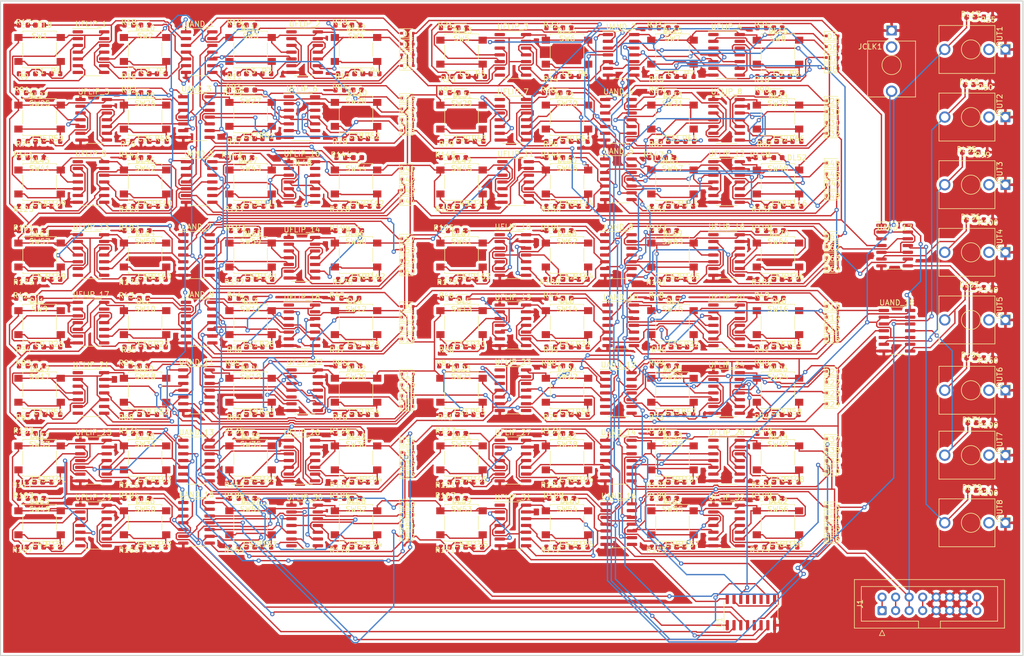
<source format=kicad_pcb>
(kicad_pcb (version 20210424) (generator pcbnew)
  (layers (0 "F.Cu" signal) (31 "B.Cu" signal) (34 "B.Paste" user) (35 "F.Paste" user) (36 "B.SilkS" user "B.Silkscreen") (37 "F.SilkS" user "F.Silkscreen") (38 "B.Mask" user) (39 "F.Mask" user) (44 "Edge.Cuts" user))
  (net 0 "")
  (net 1 "GND")
  (net 2 "Net-(C1-Pad1)")
  (net 3 "Net-(C2-Pad1)")
  (net 4 "Net-(C3-Pad1)")
  (net 5 "Net-(C4-Pad1)")
  (net 6 "Net-(C5-Pad1)")
  (net 7 "Net-(C6-Pad1)")
  (net 8 "Net-(C7-Pad1)")
  (net 9 "Net-(C8-Pad1)")
  (net 10 "Net-(C9-Pad1)")
  (net 11 "Net-(C10-Pad1)")
  (net 12 "Net-(C11-Pad1)")
  (net 13 "Net-(C12-Pad1)")
  (net 14 "Net-(C13-Pad1)")
  (net 15 "Net-(C14-Pad1)")
  (net 16 "Net-(C15-Pad1)")
  (net 17 "Net-(C16-Pad1)")
  (net 18 "Net-(C17-Pad1)")
  (net 19 "Net-(C18-Pad1)")
  (net 20 "Net-(C19-Pad1)")
  (net 21 "Net-(C20-Pad1)")
  (net 22 "Net-(C21-Pad1)")
  (net 23 "Net-(C22-Pad1)")
  (net 24 "Net-(C23-Pad1)")
  (net 25 "Net-(C24-Pad1)")
  (net 26 "Net-(C25-Pad1)")
  (net 27 "Net-(C26-Pad1)")
  (net 28 "Net-(C27-Pad1)")
  (net 29 "Net-(C28-Pad1)")
  (net 30 "Net-(C29-Pad1)")
  (net 31 "Net-(C30-Pad1)")
  (net 32 "Net-(C31-Pad1)")
  (net 33 "Net-(C32-Pad1)")
  (net 34 "Net-(C33-Pad1)")
  (net 35 "Net-(C34-Pad1)")
  (net 36 "Net-(C35-Pad1)")
  (net 37 "Net-(C36-Pad1)")
  (net 38 "Net-(C37-Pad1)")
  (net 39 "Net-(C38-Pad1)")
  (net 40 "Net-(C39-Pad1)")
  (net 41 "Net-(C40-Pad1)")
  (net 42 "Net-(C41-Pad1)")
  (net 43 "Net-(C42-Pad1)")
  (net 44 "Net-(C43-Pad1)")
  (net 45 "Net-(C44-Pad1)")
  (net 46 "Net-(C45-Pad1)")
  (net 47 "Net-(C46-Pad1)")
  (net 48 "Net-(C47-Pad1)")
  (net 49 "Net-(C48-Pad1)")
  (net 50 "Net-(C49-Pad1)")
  (net 51 "Net-(C50-Pad1)")
  (net 52 "Net-(C51-Pad1)")
  (net 53 "Net-(C52-Pad1)")
  (net 54 "Net-(C53-Pad1)")
  (net 55 "Net-(C54-Pad1)")
  (net 56 "Net-(C55-Pad1)")
  (net 57 "Net-(C56-Pad1)")
  (net 58 "Net-(C57-Pad1)")
  (net 59 "Net-(C58-Pad1)")
  (net 60 "Net-(C59-Pad1)")
  (net 61 "Net-(C60-Pad1)")
  (net 62 "Net-(C61-Pad1)")
  (net 63 "Net-(C62-Pad1)")
  (net 64 "Net-(C63-Pad1)")
  (net 65 "Net-(C64-Pad1)")
  (net 66 "Net-(D1-Pad1)")
  (net 67 "Net-(D1-Pad2)")
  (net 68 "Net-(D2-Pad1)")
  (net 69 "Net-(D3-Pad1)")
  (net 70 "Net-(D4-Pad1)")
  (net 71 "Net-(D5-Pad1)")
  (net 72 "Net-(D6-Pad1)")
  (net 73 "Net-(D7-Pad1)")
  (net 74 "Net-(D8-Pad1)")
  (net 75 "Net-(D9-Pad1)")
  (net 76 "Net-(D10-Pad2)")
  (net 77 "Net-(D10-Pad1)")
  (net 78 "Net-(D11-Pad1)")
  (net 79 "Net-(D12-Pad1)")
  (net 80 "Net-(D13-Pad1)")
  (net 81 "Net-(D14-Pad1)")
  (net 82 "Net-(D15-Pad1)")
  (net 83 "Net-(D16-Pad1)")
  (net 84 "Net-(D17-Pad1)")
  (net 85 "Net-(D17-Pad2)")
  (net 86 "Net-(D18-Pad1)")
  (net 87 "Net-(D19-Pad1)")
  (net 88 "Net-(D20-Pad1)")
  (net 89 "Net-(D21-Pad1)")
  (net 90 "Net-(D22-Pad1)")
  (net 91 "Net-(D23-Pad1)")
  (net 92 "Net-(D24-Pad1)")
  (net 93 "Net-(D25-Pad1)")
  (net 94 "Net-(D25-Pad2)")
  (net 95 "Net-(D26-Pad1)")
  (net 96 "Net-(D27-Pad1)")
  (net 97 "Net-(D28-Pad1)")
  (net 98 "Net-(D29-Pad1)")
  (net 99 "Net-(D30-Pad1)")
  (net 100 "Net-(D31-Pad1)")
  (net 101 "Net-(D32-Pad1)")
  (net 102 "Net-(D33-Pad1)")
  (net 103 "Net-(D33-Pad2)")
  (net 104 "Net-(D34-Pad1)")
  (net 105 "Net-(D35-Pad1)")
  (net 106 "Net-(D36-Pad1)")
  (net 107 "Net-(D37-Pad1)")
  (net 108 "Net-(D38-Pad1)")
  (net 109 "Net-(D39-Pad1)")
  (net 110 "Net-(D40-Pad1)")
  (net 111 "Net-(D41-Pad1)")
  (net 112 "Net-(D41-Pad2)")
  (net 113 "Net-(D42-Pad1)")
  (net 114 "Net-(D43-Pad1)")
  (net 115 "Net-(D44-Pad1)")
  (net 116 "Net-(D45-Pad1)")
  (net 117 "Net-(D46-Pad1)")
  (net 118 "Net-(D47-Pad1)")
  (net 119 "Net-(D48-Pad1)")
  (net 120 "Net-(D49-Pad1)")
  (net 121 "Net-(D49-Pad2)")
  (net 122 "Net-(D50-Pad1)")
  (net 123 "Net-(D51-Pad1)")
  (net 124 "Net-(D52-Pad1)")
  (net 125 "Net-(D53-Pad1)")
  (net 126 "Net-(D54-Pad1)")
  (net 127 "Net-(D55-Pad1)")
  (net 128 "Net-(D56-Pad1)")
  (net 129 "Net-(D57-Pad1)")
  (net 130 "Net-(D57-Pad2)")
  (net 131 "Net-(D58-Pad1)")
  (net 132 "Net-(D59-Pad1)")
  (net 133 "Net-(D60-Pad1)")
  (net 134 "Net-(D61-Pad1)")
  (net 135 "Net-(D62-Pad1)")
  (net 136 "Net-(D63-Pad1)")
  (net 137 "Net-(D64-Pad1)")
  (net 138 "Net-(DL1-Pad1)")
  (net 139 "Net-(DL1-Pad2)")
  (net 140 "Net-(DL2-Pad1)")
  (net 141 "Net-(DL2-Pad2)")
  (net 142 "Net-(DL3-Pad1)")
  (net 143 "Net-(DL3-Pad2)")
  (net 144 "Net-(DL4-Pad1)")
  (net 145 "Net-(DL4-Pad2)")
  (net 146 "Net-(DL5-Pad1)")
  (net 147 "Net-(DL5-Pad2)")
  (net 148 "Net-(DL6-Pad1)")
  (net 149 "Net-(DL6-Pad2)")
  (net 150 "Net-(DL7-Pad1)")
  (net 151 "Net-(DL7-Pad2)")
  (net 152 "Net-(DL8-Pad1)")
  (net 153 "Net-(DL8-Pad2)")
  (net 154 "Net-(DL9-Pad1)")
  (net 155 "Net-(DL9-Pad2)")
  (net 156 "Net-(DL10-Pad1)")
  (net 157 "Net-(DL10-Pad2)")
  (net 158 "Net-(DL11-Pad1)")
  (net 159 "Net-(DL11-Pad2)")
  (net 160 "Net-(DL12-Pad1)")
  (net 161 "Net-(DL12-Pad2)")
  (net 162 "Net-(DL13-Pad1)")
  (net 163 "Net-(DL13-Pad2)")
  (net 164 "Net-(DL14-Pad1)")
  (net 165 "Net-(DL14-Pad2)")
  (net 166 "Net-(DL15-Pad1)")
  (net 167 "Net-(DL15-Pad2)")
  (net 168 "Net-(DL16-Pad1)")
  (net 169 "Net-(DL16-Pad2)")
  (net 170 "Net-(DL17-Pad1)")
  (net 171 "Net-(DL17-Pad2)")
  (net 172 "Net-(DL18-Pad1)")
  (net 173 "Net-(DL18-Pad2)")
  (net 174 "Net-(DL19-Pad1)")
  (net 175 "Net-(DL19-Pad2)")
  (net 176 "Net-(DL20-Pad1)")
  (net 177 "Net-(DL20-Pad2)")
  (net 178 "Net-(DL21-Pad1)")
  (net 179 "Net-(DL21-Pad2)")
  (net 180 "Net-(DL22-Pad1)")
  (net 181 "Net-(DL22-Pad2)")
  (net 182 "Net-(DL23-Pad1)")
  (net 183 "Net-(DL23-Pad2)")
  (net 184 "Net-(DL24-Pad1)")
  (net 185 "Net-(DL24-Pad2)")
  (net 186 "Net-(DL25-Pad1)")
  (net 187 "Net-(DL25-Pad2)")
  (net 188 "Net-(DL26-Pad1)")
  (net 189 "Net-(DL26-Pad2)")
  (net 190 "Net-(DL27-Pad1)")
  (net 191 "Net-(DL27-Pad2)")
  (net 192 "Net-(DL28-Pad1)")
  (net 193 "Net-(DL28-Pad2)")
  (net 194 "Net-(DL29-Pad1)")
  (net 195 "Net-(DL29-Pad2)")
  (net 196 "Net-(DL30-Pad1)")
  (net 197 "Net-(DL30-Pad2)")
  (net 198 "Net-(DL31-Pad1)")
  (net 199 "Net-(DL31-Pad2)")
  (net 200 "Net-(DL32-Pad1)")
  (net 201 "Net-(DL32-Pad2)")
  (net 202 "Net-(DL33-Pad1)")
  (net 203 "Net-(DL33-Pad2)")
  (net 204 "Net-(DL34-Pad1)")
  (net 205 "Net-(DL34-Pad2)")
  (net 206 "Net-(DL35-Pad1)")
  (net 207 "Net-(DL35-Pad2)")
  (net 208 "Net-(DL36-Pad1)")
  (net 209 "Net-(DL36-Pad2)")
  (net 210 "Net-(DL37-Pad1)")
  (net 211 "Net-(DL37-Pad2)")
  (net 212 "Net-(DL38-Pad1)")
  (net 213 "Net-(DL38-Pad2)")
  (net 214 "Net-(DL39-Pad1)")
  (net 215 "Net-(DL39-Pad2)")
  (net 216 "Net-(DL40-Pad1)")
  (net 217 "Net-(DL40-Pad2)")
  (net 218 "Net-(DL41-Pad1)")
  (net 219 "Net-(DL41-Pad2)")
  (net 220 "Net-(DL42-Pad1)")
  (net 221 "Net-(DL42-Pad2)")
  (net 222 "Net-(DL43-Pad1)")
  (net 223 "Net-(DL43-Pad2)")
  (net 224 "Net-(DL44-Pad1)")
  (net 225 "Net-(DL44-Pad2)")
  (net 226 "Net-(DL45-Pad1)")
  (net 227 "Net-(DL45-Pad2)")
  (net 228 "Net-(DL46-Pad1)")
  (net 229 "Net-(DL46-Pad2)")
  (net 230 "Net-(DL47-Pad1)")
  (net 231 "Net-(DL47-Pad2)")
  (net 232 "Net-(DL48-Pad1)")
  (net 233 "Net-(DL48-Pad2)")
  (net 234 "Net-(DL49-Pad1)")
  (net 235 "Net-(DL49-Pad2)")
  (net 236 "Net-(DL50-Pad1)")
  (net 237 "Net-(DL50-Pad2)")
  (net 238 "Net-(DL51-Pad1)")
  (net 239 "Net-(DL51-Pad2)")
  (net 240 "Net-(DL52-Pad1)")
  (net 241 "Net-(DL52-Pad2)")
  (net 242 "Net-(DL53-Pad1)")
  (net 243 "Net-(DL53-Pad2)")
  (net 244 "Net-(DL54-Pad1)")
  (net 245 "Net-(DL54-Pad2)")
  (net 246 "Net-(DL55-Pad1)")
  (net 247 "Net-(DL55-Pad2)")
  (net 248 "Net-(DL56-Pad1)")
  (net 249 "Net-(DL56-Pad2)")
  (net 250 "Net-(DL57-Pad1)")
  (net 251 "Net-(DL57-Pad2)")
  (net 252 "Net-(DL58-Pad1)")
  (net 253 "Net-(DL58-Pad2)")
  (net 254 "Net-(DL59-Pad1)")
  (net 255 "Net-(DL59-Pad2)")
  (net 256 "Net-(DL60-Pad1)")
  (net 257 "Net-(DL60-Pad2)")
  (net 258 "Net-(DL61-Pad1)")
  (net 259 "Net-(DL61-Pad2)")
  (net 260 "Net-(DL62-Pad1)")
  (net 261 "Net-(DL62-Pad2)")
  (net 262 "Net-(DL63-Pad1)")
  (net 263 "Net-(DL63-Pad2)")
  (net 264 "Net-(DL64-Pad1)")
  (net 265 "Net-(DL64-Pad2)")
  (net 266 "Net-(DL65-Pad1)")
  (net 267 "Net-(DL65-Pad2)")
  (net 268 "Net-(DL66-Pad1)")
  (net 269 "Net-(DL66-Pad2)")
  (net 270 "Net-(DL67-Pad1)")
  (net 271 "Net-(DL67-Pad2)")
  (net 272 "Net-(DL68-Pad1)")
  (net 273 "Net-(DL68-Pad2)")
  (net 274 "Net-(DL69-Pad1)")
  (net 275 "Net-(DL69-Pad2)")
  (net 276 "Net-(DL70-Pad1)")
  (net 277 "Net-(DL70-Pad2)")
  (net 278 "Net-(DL71-Pad1)")
  (net 279 "Net-(DL71-Pad2)")
  (net 280 "Net-(DL72-Pad1)")
  (net 281 "Net-(DL72-Pad2)")
  (net 282 "Net-(J1-Pad1)")
  (net 283 "Net-(J1-Pad3)")
  (net 284 "+5V")
  (net 285 "+12V")
  (net 286 "-12V")
  (net 288 "clock")
  (net 297 "Net-(R1-Pad1)")
  (net 298 "Net-(R2-Pad1)")
  (net 299 "Net-(R3-Pad1)")
  (net 300 "Net-(R4-Pad1)")
  (net 301 "Net-(R5-Pad1)")
  (net 302 "Net-(R6-Pad1)")
  (net 303 "Net-(R7-Pad1)")
  (net 304 "Net-(R8-Pad1)")
  (net 305 "Net-(R26-Pad1)")
  (net 306 "Net-(R27-Pad1)")
  (net 307 "Net-(R28-Pad1)")
  (net 308 "Net-(R29-Pad1)")
  (net 309 "Net-(R30-Pad1)")
  (net 310 "Net-(R31-Pad1)")
  (net 311 "Net-(R32-Pad1)")
  (net 312 "Net-(R33-Pad1)")
  (net 313 "Net-(R51-Pad1)")
  (net 314 "Net-(R52-Pad1)")
  (net 315 "Net-(R53-Pad1)")
  (net 316 "Net-(R54-Pad1)")
  (net 317 "Net-(R55-Pad1)")
  (net 318 "Net-(R56-Pad1)")
  (net 319 "Net-(R57-Pad1)")
  (net 320 "Net-(R58-Pad1)")
  (net 321 "Net-(R59-Pad1)")
  (net 322 "Net-(R60-Pad1)")
  (net 323 "Net-(R61-Pad1)")
  (net 324 "Net-(R62-Pad1)")
  (net 325 "Net-(R63-Pad1)")
  (net 326 "Net-(R64-Pad1)")
  (net 327 "Net-(R65-Pad1)")
  (net 328 "Net-(R66-Pad1)")
  (net 329 "Net-(R101-Pad1)")
  (net 330 "Net-(R102-Pad1)")
  (net 331 "Net-(R103-Pad1)")
  (net 332 "Net-(R104-Pad1)")
  (net 333 "Net-(R105-Pad1)")
  (net 334 "Net-(R106-Pad1)")
  (net 335 "Net-(R107-Pad1)")
  (net 336 "Net-(R108-Pad1)")
  (net 337 "Net-(R109-Pad1)")
  (net 338 "Net-(R110-Pad1)")
  (net 339 "Net-(R111-Pad1)")
  (net 340 "Net-(R112-Pad1)")
  (net 341 "Net-(R113-Pad1)")
  (net 342 "Net-(R114-Pad1)")
  (net 343 "Net-(R115-Pad1)")
  (net 344 "Net-(R116-Pad1)")
  (net 345 "Net-(R151-Pad1)")
  (net 346 "Net-(R152-Pad1)")
  (net 347 "Net-(R153-Pad1)")
  (net 348 "Net-(R154-Pad1)")
  (net 349 "Net-(R155-Pad1)")
  (net 350 "Net-(R156-Pad1)")
  (net 351 "Net-(R157-Pad1)")
  (net 352 "Net-(R158-Pad1)")
  (net 353 "Net-(R159-Pad1)")
  (net 354 "Net-(R160-Pad1)")
  (net 355 "Net-(R161-Pad1)")
  (net 356 "Net-(R162-Pad1)")
  (net 357 "Net-(R163-Pad1)")
  (net 358 "Net-(R164-Pad1)")
  (net 359 "Net-(R165-Pad1)")
  (net 360 "Net-(R166-Pad1)")
  (net 361 "count_6")
  (net 362 "count_2")
  (net 363 "count_1")
  (net 364 "count_3")
  (net 365 "count_7")
  (net 366 "count_8")
  (net 367 "count_4")
  (net 368 "Net-(U1-Pad15)")
  (net 369 "count_5")
  (net 373 "Net-(UFLIP_1-Pad12)")
  (net 374 "Net-(UFLIP_1-Pad2)")
  (net 375 "Net-(UFLIP_2-Pad12)")
  (net 376 "Net-(UFLIP_2-Pad2)")
  (net 377 "Net-(UFLIP_3-Pad12)")
  (net 378 "Net-(UFLIP_3-Pad2)")
  (net 379 "Net-(UFLIP_4-Pad2)")
  (net 380 "Net-(UFLIP_4-Pad12)")
  (net 381 "Net-(UFLIP_5-Pad2)")
  (net 382 "Net-(UFLIP_5-Pad12)")
  (net 383 "Net-(UFLIP_6-Pad2)")
  (net 384 "Net-(UFLIP_6-Pad12)")
  (net 385 "Net-(UFLIP_7-Pad2)")
  (net 386 "Net-(UFLIP_7-Pad12)")
  (net 387 "Net-(UFLIP_8-Pad2)")
  (net 388 "Net-(UFLIP_8-Pad12)")
  (net 389 "Net-(UFLIP_9-Pad2)")
  (net 390 "Net-(UFLIP_9-Pad12)")
  (net 391 "Net-(UFLIP_10-Pad2)")
  (net 392 "Net-(UFLIP_10-Pad12)")
  (net 393 "Net-(UFLIP_11-Pad2)")
  (net 394 "Net-(UFLIP_11-Pad12)")
  (net 395 "Net-(UFLIP_12-Pad2)")
  (net 396 "Net-(UFLIP_12-Pad12)")
  (net 397 "Net-(UFLIP_13-Pad2)")
  (net 398 "Net-(UFLIP_13-Pad12)")
  (net 399 "Net-(UFLIP_14-Pad2)")
  (net 400 "Net-(UFLIP_14-Pad12)")
  (net 401 "Net-(UFLIP_15-Pad2)")
  (net 402 "Net-(UFLIP_15-Pad12)")
  (net 403 "Net-(UFLIP_16-Pad2)")
  (net 404 "Net-(UFLIP_16-Pad12)")
  (net 405 "Net-(UFLIP_17-Pad2)")
  (net 406 "Net-(UFLIP_17-Pad12)")
  (net 407 "Net-(UFLIP_18-Pad2)")
  (net 408 "Net-(UFLIP_18-Pad12)")
  (net 409 "Net-(UFLIP_19-Pad2)")
  (net 410 "Net-(UFLIP_19-Pad12)")
  (net 411 "Net-(UFLIP_20-Pad2)")
  (net 412 "Net-(UFLIP_20-Pad12)")
  (net 413 "Net-(UFLIP_21-Pad2)")
  (net 414 "Net-(UFLIP_21-Pad12)")
  (net 415 "Net-(UFLIP_22-Pad2)")
  (net 416 "Net-(UFLIP_22-Pad12)")
  (net 417 "Net-(UFLIP_23-Pad2)")
  (net 418 "Net-(UFLIP_23-Pad12)")
  (net 419 "Net-(UFLIP_24-Pad2)")
  (net 420 "Net-(UFLIP_24-Pad12)")
  (net 421 "Net-(UFLIP_25-Pad2)")
  (net 422 "Net-(UFLIP_25-Pad12)")
  (net 423 "Net-(UFLIP_26-Pad2)")
  (net 424 "Net-(UFLIP_26-Pad12)")
  (net 425 "Net-(UFLIP_27-Pad2)")
  (net 426 "Net-(UFLIP_27-Pad12)")
  (net 427 "Net-(UFLIP_28-Pad2)")
  (net 428 "Net-(UFLIP_28-Pad12)")
  (net 429 "Net-(UFLIP_29-Pad12)")
  (net 430 "Net-(UFLIP_29-Pad2)")
  (net 431 "Net-(UFLIP_30-Pad12)")
  (net 432 "Net-(UFLIP_30-Pad2)")
  (net 433 "Net-(UFLIP_31-Pad12)")
  (net 434 "Net-(UFLIP_31-Pad2)")
  (net 435 "Net-(UFLIP_32-Pad12)")
  (net 436 "Net-(UFLIP_32-Pad2)")
  (footprint "Button_Switch_SMD:SW_SPST_B3S-1000" (layer "F.Cu") (at 122.936 27.94)
    (fp_text reference "SW6")
    (fp_text value "SW_Push")
  )
  (footprint "LED_SMD:LED_0603_1608Metric" (layer "F.Cu") (at 63.449 86.868)
    (fp_text reference "DL21")
    (fp_text value "LED")
  )
  (footprint "Resistor_SMD:R_0603_1608Metric" (layer "F.Cu") (at 40.64 22.86 180)
    (fp_text reference "R18")
    (fp_text value "1k")
  )
  (footprint "LED_SMD:LED_0603_1608Metric" (layer "F.Cu") (at 122.936 23.368)
    (fp_text reference "DL14")
    (fp_text value "LED")
  )
  (footprint "Diode_SMD:D_SOD-323F" (layer "F.Cu") (at 172.744 106.68)
    (fp_text reference "D40")
    (fp_text value "DIODE")
  )
  (footprint "Resistor_SMD:R_0603_1608Metric" (layer "F.Cu") (at 46.736 70.612 180)
    (fp_text reference "R160")
    (fp_text value "1k")
  )
  (footprint "Capacitor_SMD:C_0603_1608Metric" (layer "F.Cu") (at 43.421 96.012 180)
    (fp_text reference "C18")
    (fp_text value "1u")
  )
  (footprint "Resistor_SMD:R_0603_1608Metric" (layer "F.Cu") (at 60.135 86.868 180)
    (fp_text reference "R85")
    (fp_text value "1k")
  )
  (footprint "Diode_SMD:D_SOD-323F" (layer "F.Cu") (at 92.964 26.416)
    (fp_text reference "D2")
    (fp_text value "DIODE")
  )
  (footprint "Resistor_SMD:R_0603_1608Metric" (layer "F.Cu") (at 100.076 47.752 180)
    (fp_text reference "R145")
    (fp_text value "1k")
  )
  (footprint "LED_SMD:LED_0603_1608Metric" (layer "F.Cu") (at 122.428 35.56)
    (fp_text reference "DL32")
    (fp_text value "LED")
  )
  (footprint "Resistor_SMD:R_0603_1608Metric" (layer "F.Cu") (at 20.828 83.312)
    (fp_text reference "R34")
    (fp_text value "10k")
  )
  (footprint "LED_SMD:LED_0603_1608Metric" (layer "F.Cu") (at 162.7885 74.168)
    (fp_text reference "DL8")
    (fp_text value "LED")
  )
  (footprint "Button_Switch_SMD:SW_SPST_B3S-1000" (layer "F.Cu") (at 63.5 27.432)
    (fp_text reference "SW3")
    (fp_text value "SW_Push")
  )
  (footprint "Diode_SMD:D_SOD-323F" (layer "F.Cu") (at 92.964 105.156)
    (fp_text reference "D35")
    (fp_text value "DIODE")
  )
  (footprint "Resistor_SMD:R_0603_1608Metric" (layer "F.Cu") (at 20.828 70.612)
    (fp_text reference "R175")
    (fp_text value "10k")
  )
  (footprint "Resistor_SMD:R_0603_1608Metric" (layer "F.Cu") (at 66.548 83.312 180)
    (fp_text reference "R28")
    (fp_text value "1k")
  )
  (footprint "Diode_SMD:D_SOD-323F" (layer "F.Cu") (at 172.744 104.648)
    (fp_text reference "D39")
    (fp_text value "DIODE")
  )
  (footprint "LED_SMD:LED_0603_1608Metric" (layer "F.Cu") (at 142.748 61.468)
    (fp_text reference "DL69")
    (fp_text value "LED")
  )
  (footprint "LED_SMD:LED_0603_1608Metric" (layer "F.Cu") (at 63.5 111.76)
    (fp_text reference "DL57")
    (fp_text value "LED")
  )
  (footprint "Resistor_SMD:R_0603_1608Metric" (layer "F.Cu") (at 100.076 35.56 180)
    (fp_text reference "R95")
    (fp_text value "1k")
  )
  (footprint "Button_Switch_SMD:SW_SPST_B3S-1000" (layer "F.Cu") (at 83.312 91.44)
    (fp_text reference "SW20")
    (fp_text value "SW_Push")
  )
  (footprint "Diode_SMD:D_SOD-323F" (layer "F.Cu") (at 92.964 55.88)
    (fp_text reference "D44")
    (fp_text value "DIODE")
  )
  (footprint "LED_SMD:LED_0603_1608Metric" (layer "F.Cu") (at 23.876 22.86)
    (fp_text reference "DL9")
    (fp_text value "LED")
  )
  (footprint "Resistor_SMD:R_0603_1608Metric" (layer "F.Cu") (at 125.984 56.896 180)
    (fp_text reference "R114")
    (fp_text value "1k")
  )
  (footprint "Resistor_SMD:R_0603_1608Metric" (layer "F.Cu") (at 60.452 83.312)
    (fp_text reference "R36")
    (fp_text value "10k")
  )
  (footprint "Capacitor_SMD:C_0603_1608Metric" (layer "F.Cu") (at 162.56 108.712 180)
    (fp_text reference "C40")
    (fp_text value "1u")
  )
  (footprint "LED_SMD:LED_0603_1608Metric" (layer "F.Cu") (at 198.7165 59.436 180)
    (fp_text reference "DL36")
    (fp_text value "LED")
  )
  (footprint "Connector_Audio:Jack_3.5mm_QingPu_WQP-PJ398SM_Vertical_CircularHoles" (layer "F.Cu") (at 205.284 116.332 -90)
    (fp_text reference "JOUT8")
    (fp_text value "AudioJack2_SwitchT")
  )
  (footprint "Capacitor_SMD:C_0603_1608Metric" (layer "F.Cu") (at 142.748 70.612 180)
    (fp_text reference "C63")
    (fp_text value "1u")
  )
  (footprint "Resistor_SMD:R_0603_1608Metric" (layer "F.Cu") (at 139.7 74.168 180)
    (fp_text reference "R48")
    (fp_text value "1k")
  )
  (footprint "Button_Switch_SMD:SW_SPST_B3S-1000" (layer "F.Cu") (at 23.876 40.132)
    (fp_text reference "SW25")
    (fp_text value "SW_Push")
  )
  (footprint "Resistor_SMD:R_0603_1608Metric" (layer "F.Cu") (at 40.64 108.712)
    (fp_text reference "R118")
    (fp_text value "10k")
  )
  (footprint "Diode_SMD:D_SOD-323F" (layer "F.Cu") (at 92.964 75.692)
    (fp_text reference "D9")
    (fp_text value "DIODE")
  )
  (footprint "Resistor_SMD:R_0603_1608Metric" (layer "F.Cu") (at 159.512 23.368 180)
    (fp_text reference "R24")
    (fp_text value "1k")
  )
  (footprint "Resistor_SMD:R_0603_1608Metric" (layer "F.Cu") (at 40.64 61.468 180)
    (fp_text reference "R192")
    (fp_text value "1k")
  )
  (footprint "Diode_SMD:D_SOD-323F" (layer "F.Cu") (at 92.964 42.672)
    (fp_text reference "D28")
    (fp_text value "DIODE")
  )
  (footprint "Package_SO:SOIC-16_3.9x9.9mm_P1.27mm" (layer "F.Cu") (at 157.48 133.096 90)
    (fp_text reference "U1")
    (fp_text value "4017")
  )
  (footprint "Button_Switch_SMD:SW_SPST_B3S-1000" (layer "F.Cu") (at 142.748 66.04)
    (fp_text reference "SW63")
    (fp_text value "SW_Push")
  )
  (footprint "Resistor_SMD:R_0603_1608Metric" (layer "F.Cu") (at 20.828 86.868 180)
    (fp_text reference "R83")
    (fp_text value "1k")
  )
  (footprint "Package_SO:SOIC-14_3.9x8.7mm_P1.27mm" (layer "F.Cu") (at 73.66 91.44)
    (fp_text reference "UFLIP_22")
    (fp_text value "74LS74")
  )
  (footprint "Resistor_SMD:R_0603_1608Metric" (layer "F.Cu") (at 60.452 74.168 180)
    (fp_text reference "R44")
    (fp_text value "1k")
  )
  (footprint "Resistor_SMD:R_0603_1608Metric" (layer "F.Cu") (at 80.264 61.468 180)
    (fp_text reference "R194")
    (fp_text value "1k")
  )
  (footprint "Resistor_SMD:R_0603_1608Metric" (layer "F.Cu") (at 139.7 111.76 180)
    (fp_text reference "R189")
    (fp_text value "1k")
  )
  (footprint "Resistor_SMD:R_0603_1608Metric" (layer "F.Cu") (at 159.512 70.612)
    (fp_text reference "R182")
    (fp_text value "10k")
  )
  (footprint "Resistor_SMD:R_0603_1608Metric" (layer "F.Cu") (at 119.571 86.868 180)
    (fp_text reference "R88")
    (fp_text value "1k")
  )
  (footprint "LED_SMD:LED_0603_1608Metric" (layer "F.Cu") (at 83.312 86.868)
    (fp_text reference "DL22")
    (fp_text value "LED")
  )
  (footprint "Package_SO:SOIC-14_3.9x8.7mm_P1.27mm" (layer "F.Cu") (at 112.776 79.248)
    (fp_text reference "UFLIP_19")
    (fp_text value "74LS74")
  )
  (footprint "Resistor_SMD:R_0603_1608Metric" (layer "F.Cu") (at 139.7 70.612)
    (fp_text reference "R181")
    (fp_text value "10k")
  )
  (footprint "Diode_SMD:D_SOD-323F" (layer "F.Cu") (at 172.744 79.756)
    (fp_text reference "D15")
    (fp_text value "DIODE")
  )
  (footprint "Resistor_SMD:R_0603_1608Metric" (layer "F.Cu") (at 60.452 22.86 180)
    (fp_text reference "R19")
    (fp_text value "1k")
  )
  (footprint "Resistor_SMD:R_0603_1608Metric" (layer "F.Cu") (at 80.772 32.004)
    (fp_text reference "R12")
    (fp_text value "10k")
  )
  (footprint "Package_SO:SOIC-14_3.9x8.7mm_P1.27mm" (layer "F.Cu") (at 152.908 104.648)
    (fp_text reference "UFLIP_28")
    (fp_text value "74LS74")
  )
  (footprint "Resistor_SMD:R_0603_1608Metric" (layer "F.Cu") (at 66.548 120.904 180)
    (fp_text reference "R153")
    (fp_text value "1k")
  )
  (footprint "Resistor_SMD:R_0603_1608Metric" (layer "F.Cu") (at 26.924 120.904 180)
    (fp_text reference "R151")
    (fp_text value "1k")
  )
  (footprint "Capacitor_SMD:C_0603_1608Metric" (layer "F.Cu") (at 103.124 108.712 180)
    (fp_text reference "C37")
    (fp_text value "1u")
  )
  (footprint "LED_SMD:LED_0603_1608Metric" (layer "F.Cu") (at 122.936 61.468)
    (fp_text reference "DL68")
    (fp_text value "LED")
  )
  (footprint "Connector_Audio:Jack_3.5mm_QingPu_WQP-PJ398SM_Vertical_CircularHoles" (layer "F.Cu") (at 183.896 23.876)
    (fp_text reference "JCLK1")
    (fp_text value "AudioJack2_SwitchT")
  )
  (footprint "Button_Switch_SMD:SW_SPST_B3S-1000" (layer "F.Cu") (at 162.56 27.94)
    (fp_text reference "SW8")
    (fp_text value "SW_Push")
  )
  (footprint "Capacitor_SMD:C_0603_1608Metric" (layer "F.Cu") (at 83.312 120.904 180)
    (fp_text reference "C52")
    (fp_text value "1u")
  )
  (footprint "Resistor_SMD:R_0603_1608Metric" (layer "F.Cu") (at 46.927 44.704 180)
    (fp_text reference "R60")
    (fp_text value "1k")
  )
  (footprint "Package_SO:SOIC-14_3.9x8.7mm_P1.27mm" (layer "F.Cu") (at 34.036 40.64)
    (fp_text reference "UFLIP_5")
    (fp_text value "74LS74")
  )
  (footprint "Resistor_SMD:R_0603_1608Metric" (layer "F.Cu") (at 125.984 96.012 180)
    (fp_text reference "R56")
    (fp_text value "1k")
  )
  (footprint "Resistor_SMD:R_0603_1608Metric" (layer "F.Cu") (at 20.828 47.752 180)
    (fp_text reference "R141")
    (fp_text value "1k")
  )
  (footprint "Package_SO:SOIC-14_3.9x8.7mm_P1.27mm" (layer "F.Cu") (at 152.908 28.448)
    (fp_text reference "UFLIP_4")
    (fp_text value "74LS74")
  )
  (footprint "Button_Switch_SMD:SW_SPST_B3S-1000" (layer "F.Cu") (at 63.5 66.04)
    (fp_text reference "SW59")
    (fp_text value "SW_Push")
  )
  (footprint "Connector_Audio:Jack_3.5mm_QingPu_WQP-PJ398SM_Vertical_CircularHoles" (layer "F.Cu") (at 205.284 65.532 -90)
    (fp_text reference "JOUT4")
    (fp_text value "AudioJack2_SwitchT")
  )
  (footprint "Capacitor_SMD:C_0603_1608Metric" (layer "F.Cu") (at 83.045 83.312 180)
    (fp_text reference "C12")
    (fp_text value "1u")
  )
  (footprint "Resistor_SMD:R_0603_1608Metric" (layer "F.Cu") (at 86.677 56.896 180)
    (fp_text reference "R112")
    (fp_text value "1k")
  )
  (footprint "Capacitor_SMD:C_0603_1608Metric" (layer "F.Cu") (at 43.688 32.004 180)
    (fp_text reference "C2")
    (fp_text value "1u")
  )
  (footprint "Resistor_SMD:R_0603_1608Metric" (layer "F.Cu") (at 139.7 86.868 180)
    (fp_text reference "R89")
    (fp_text value "1k")
  )
  (footprint "Diode_SMD:D_SOD-323F" (layer "F.Cu") (at 172.744 30.988)
    (fp_text reference "D8")
    (fp_text value "DIODE")
  )
  (footprint "LED_SMD:LED_0603_1608Metric" (layer "F.Cu") (at 43.688 99.568)
    (fp_text reference "DL38")
    (fp_text value "LED")
  )
  (footprint "Resistor_SMD:R_0603_1608Metric" (layer "F.Cu") (at 79.756 74.168 180)
    (fp_text reference "R45")
    (fp_text value "1k")
  )
  (footprint "Capacitor_SMD:C_0603_1608Metric" (layer "F.Cu") (at 43.688 120.904 180)
    (fp_text reference "C50")
    (fp_text value "1u")
  )
  (footprint "Resistor_SMD:R_0603_1608Metric" (layer "F.Cu") (at 46.927 56.896 180)
    (fp_text reference "R110")
    (fp_text value "1k")
  )
  (footprint "Diode_SMD:D_SOD-323F" (layer "F.Cu") (at 92.964 62.992)
    (fp_text reference "D57")
    (fp_text value "DIODE")
  )
  (footprint "Resistor_SMD:R_0603_1608Metric" (layer "F.Cu") (at 86.36 120.904 180)
    (fp_text reference "R154")
    (fp_text value "1k")
  )
  (footprint "Resistor_SMD:R_0603_1608Metric" (layer "F.Cu") (at 106.172 56.896 180)
    (fp_text reference "R113")
    (fp_text value "1k")
  )
  (footprint "Package_SO:SOIC-14_3.9x8.7mm_P1.27mm" (layer "F.Cu") (at 152.908 116.84)
    (fp_text reference "UFLIP_32")
    (fp_text value "74LS74")
  )
  (footprint "Resistor_SMD:R_0603_1608Metric" (layer "F.Cu") (at 120.396 111.76 180)
    (fp_text reference "R188")
    (fp_text value "1k")
  )
  (footprint "Package_SO:SOIC-14_3.9x8.7mm_P1.27mm" (layer "F.Cu") (at 73.152 40.132)
    (fp_text reference "UFLIP_6")
    (fp_text value "74LS74")
  )
  (footprint "Diode_SMD:D_SOD-323F" (layer "F.Cu") (at 92.964 53.848)
    (fp_text reference "D43")
    (fp_text value "DIODE")
  )
  (footprint "Capacitor_SMD:C_0603_1608Metric" (layer "F.Cu") (at 122.936 83.312 180)
    (fp_text reference "C14")
    (fp_text value "1u")
  )
  (footprint "LED_SMD:LED_0603_1608Metric" (layer "F.Cu") (at 63.5 35.052)
    (fp_text reference "DL29")
    (fp_text value "LED")
  )
  (footprint "Resistor_SMD:R_0603_1608Metric" (layer "F.Cu") (at 86.36 44.196 180)
    (fp_text reference "R62")
    (fp_text value "1k")
  )
  (footprint "Capacitor_SMD:C_0603_1608Metric" (layer "F.Cu") (at 43.688 44.704 180)
    (fp_text reference "C26")
    (fp_text value "1u")
  )
  (footprint "Resistor_SMD:R_0603_1608Metric" (layer "F.Cu") (at 106.172 96.012 180)
    (fp_text reference "R55")
    (fp_text value "1k")
  )
  (footprint "Resistor_SMD:R_0603_1608Metric" (layer "F.Cu") (at 166.116 56.896 180)
    (fp_text reference "R116")
    (fp_text value "1k")
  )
  (footprint "Button_Switch_SMD:SW_SPST_B3S-1000" (layer "F.Cu") (at 122.936 91.44)
    (fp_text reference "SW22")
    (fp_text value "SW_Push")
  )
  (footprint "Package_SO:SO-14_3.9x8.65mm_P1.27mm" (layer "F.Cu") (at 133.031 79.248)
    (fp_text reference "UAND_10")
    (fp_text value "74HCT00")
  )
  (footprint "Capacitor_SMD:C_0603_1608Metric" (layer "F.Cu") (at 43.688 56.896 180)
    (fp_text reference "C42")
    (fp_text value "1u")
  )
  (footprint "Button_Switch_SMD:SW_SPST_B3S-1000" (layer "F.Cu") (at 43.688 78.74)
    (fp_text reference "SW10")
    (fp_text value "SW_Push")
  )
  (footprint "LED_SMD:LED_0603_1608Metric" (layer "F.Cu") (at 122.936 99.568)
    (fp_text reference "DL42")
    (fp_text value "LED")
  )
  (footprint "Button_Switch_SMD:SW_SPST_B3S-1000" (layer "F.Cu") (at 63.5 104.14)
    (fp_text reference "SW35")
    (fp_text value "SW_Push")
  )
  (footprint "Resistor_SMD:R_0603_1608Metric" (layer "F.Cu") (at 40.449 44.704)
    (fp_text reference "R76")
    (fp_text value "10k")
  )
  (footprint "Resistor_SMD:R_0603_1608Metric" (layer "F.Cu") (at 40.64 35.56 180)
    (fp_text reference "R92")
    (fp_text value "1k")
  )
  (footprint "Button_Switch_SMD:SW_SPST_B3S-1000" (layer "F.Cu") (at 142.748 52.324)
    (fp_text reference "SW47")
    (fp_text value "SW_Push")
  )
  (footprint "Button_Switch_SMD:SW_SPST_B3S-1000" (layer "F.Cu") (at 122.936 116.332)
    (fp_text reference "SW54")
    (fp_text value "SW_Push")
  )
  (footprint "Package_SO:SOIC-14_3.9x8.7mm_P1.27mm" (layer "F.Cu") (at 73.152 52.324)
    (fp_text reference "UFLIP_10")
    (fp_text value "74LS74")
  )
  (footprint "Button_Switch_SMD:SW_SPST_B3S-1000" (layer "F.Cu") (at 23.876 116.332)
    (fp_text reference "SW49")
    (fp_text value "SW_Push")
  )
  (footprint "Diode_SMD:D_SOD-323F" (layer "F.Cu") (at 92.964 79.756)
    (fp_text reference "D11")
    (fp_text value "DIODE")
  )
  (footprint "Resistor_SMD:R_0603_1608Metric" (layer "F.Cu") (at 86.36 96.012 180)
    (fp_text reference "R54")
    (fp_text value "1k")
  )
  (footprint "Resistor_SMD:R_0603_1608Metric" (layer "F.Cu") (at 202.044 21.336)
    (fp_text reference "R25")
    (fp_text value "1k")
  )
  (footprint "Button_Switch_SMD:SW_SPST_B3S-1000" (layer "F.Cu") (at 103.124 66.04)
    (fp_text reference "SW61")
    (fp_text value "SW_Push")
  )
  (footprint "Resistor_SMD:R_0603_1608Metric" (layer "F.Cu") (at 86.868 70.612 180)
    (fp_text reference "R162")
    (fp_text value "1k")
  )
  (footprint "Resistor_SMD:R_0603_1608Metric" (layer "F.Cu") (at 159.512 108.712)
    (fp_text reference "R124")
    (fp_text value "10k")
  )
  (footprint "Button_Switch_SMD:SW_SPST_B3S-1000" (layer "F.Cu") (at 83.312 78.74)
    (fp_text reference "SW12")
    (fp_text value "SW_Push")
  )
  (footprint "Resistor_SMD:R_0603_1608Metric" (layer "F.Cu") (at 125.984 83.312 180)
    (fp_text reference "R31")
    (fp_text value "1k")
  )
  (footprint "Capacitor_SMD:C_0603_1608Metric" (layer "F.Cu") (at 63.5 32.004 180)
    (fp_text reference "C3")
    (fp_text value "1u")
  )
  (footprint "Resistor_SMD:R_0603_1608Metric" (layer "F.Cu") (at 26.924 56.896 180)
    (fp_text reference "R109")
    (fp_text value "1k")
  )
  (footprint "Diode_SMD:D_SOD-323F" (layer "F.Cu") (at 92.964 36.576)
    (fp_text reference "D25")
    (fp_text value "DIODE")
  )
  (footprint "Resistor_SMD:R_0603_1608Metric" (layer "F.Cu") (at 119.888 47.752 180)
    (fp_text reference "R146")
    (fp_text value "1k")
  )
  (footprint "LED_SMD:LED_0603_1608Metric" (layer "F.Cu") (at 103.124 99.568)
    (fp_text reference "DL41")
    (fp_text value "LED")
  )
  (footprint "Package_SO:SO-14_3.9x8.65mm_P1.27mm" (layer "F.Cu") (at 184.469 64.262)
    (fp_text reference "UAND_17")
    (fp_text value "74HCT00")
  )
  (footprint "Diode_SMD:D_SOD-323F" (layer "F.Cu") (at 92.964 88.392)
    (fp_text reference "D17")
    (fp_text value "DIODE")
  )
  (footprint "Capacitor_SMD:C_0603_1608Metric" (layer "F.Cu") (at 142.748 32.512 180)
    (fp_text reference "C7")
    (fp_text value "1u")
  )
  (footprint "Resistor_SMD:R_0603_1608Metric" (layer "F.Cu") (at 46.736 32.004 180)
    (fp_text reference "R2")
    (fp_text value "1k")
  )
  (footprint "Resistor_SMD:R_0603_1608Metric" (layer "F.Cu") (at 145.796 56.896 180)
    (fp_text reference "R115")
    (fp_text value "1k")
  )
  (footprint "Resistor_SMD:R_0603_1608Metric" (layer "F.Cu") (at 106.172 83.312 180)
    (fp_text reference "R30")
    (fp_text value "1k")
  )
  (footprint "Button_Switch_SMD:SW_SPST_B3S-1000" (layer "F.Cu") (at 122.936 104.14)
    (fp_text reference "SW38")
    (fp_text value "SW_Push")
  )
  (footprint "Resistor_SMD:R_0603_1608Metric" (layer "F.Cu") (at 66.548 108.712 180)
    (fp_text reference "R103")
    (fp_text value "1k")
  )
  (footprint "Resistor_SMD:R_0603_1608Metric" (layer "F.Cu") (at 59.944 47.752 180)
    (fp_text reference "R143")
    (fp_text value "1k")
  )
  (footprint "Diode_SMD:D_SOD-323F" (layer "F.Cu") (at 92.964 92.456)
    (fp_text reference "D19")
    (fp_text value "DIODE")
  )
  (footprint "Diode_SMD:D_SOD-323F" (layer "F.Cu") (at 172.744 28.956)
    (fp_text reference "D7")
    (fp_text value "DIODE")
  )
  (footprint "Button_Switch_SMD:SW_SPST_B3S-1000" (layer "F.Cu") (at 23.876 104.14)
    (fp_text reference "SW33")
    (fp_text value "SW_Push")
  )
  (footprint "Resistor_SMD:R_0603_1608Metric" (layer "F.Cu") (at 202.044 72.136)
    (fp_text reference "R149")
    (fp_text value "1k")
  )
  (footprint "LED_SMD:LED_0603_1608Metric" (layer "F.Cu") (at 103.2765 23.368)
    (fp_text reference "DL13")
    (fp_text value "LED")
  )
  (footprint "Resistor_SMD:R_0603_1608Metric" (layer "F.Cu") (at 80.264 35.052 180)
    (fp_text reference "R94")
    (fp_text value "1k")
  )
  (footprint "Package_SO:SOIC-14_3.9x8.7mm_P1.27mm" (layer "F.Cu") (at 152.908 66.04)
    (fp_text reference "UFLIP_16")
    (fp_text value "74LS74")
  )
  (footprint "Resistor_SMD:R_0603_1608Metric" (layer "F.Cu") (at 106.413 44.704 180)
    (fp_text reference "R63")
    (fp_text value "1k")
  )
  (footprint "Capacitor_SMD:C_0603_1608Metric" (layer "F.Cu") (at 122.936 56.896 180)
    (fp_text reference "C46")
    (fp_text value "1u")
  )
  (footprint "Resistor_SMD:R_0603_1608Metric" (layer "F.Cu") (at 139.7 44.704)
    (fp_text reference "R81")
    (fp_text value "10k")
  )
  (footprint "LED_SMD:LED_0603_1608Metric" (layer "F.Cu") (at 162.56 86.868)
    (fp_text reference "DL26")
    (fp_text value "LED")
  )
  (footprint "Capacitor_SMD:C_0603_1608Metric" (layer "F.Cu") (at 103.632 32.512 180)
    (fp_text reference "C5")
    (fp_text value "1u")
  )
  (footprint "Resistor_SMD:R_0603_1608Metric" (layer "F.Cu") (at 26.924 44.704 180)
    (fp_text reference "R59")
    (fp_text value "1k")
  )
  (footprint "Capacitor_SMD:C_0603_1608Metric" (layer "F.Cu") (at 23.876 44.704 180)
    (fp_text reference "C25")
    (fp_text value "1u")
  )
  (footprint "Package_SO:SOIC-14_3.9x8.7mm_P1.27mm" (layer "F.Cu") (at 152.908 79.248)
    (fp_text reference "UFLIP_20")
    (fp_text value "74LS74")
  )
  (footprint "Resistor_SMD:R_0603_1608Metric" (layer "F.Cu") (at 40.64 120.904)
    (fp_text reference "R168")
    (fp_text value "10k")
  )
  (footprint "Resistor_SMD:R_0603_1608Metric" (layer "F.Cu") (at 86.868 32.004 180)
    (fp_text reference "R4")
    (fp_text value "1k")
  )
  (footprint "Resistor_SMD:R_0603_1608Metric" (layer "F.Cu") (at 165.608 108.712 180)
    (fp_text reference "R108")
    (fp_text value "1k")
  )
  (footprint "LED_SMD:LED_0603_1608Metric" (layer "F.Cu") (at 102.997 86.868)
    (fp_text reference "DL23")
    (fp_text value "LED")
  )
  (footprint "Button_Switch_SMD:SW_SPST_B3S-1000" (layer "F.Cu") (at 63.5 52.324)
    (fp_text reference "SW43")
    (fp_text value "SW_Push")
  )
  (footprint "Resistor_SMD:R_0603_1608Metric" (layer "F.Cu") (at 139.7 120.904)
    (fp_text reference "R173")
    (fp_text value "10k")
  )
  (footprint "Diode_SMD:D_SOD-323F" (layer "F.Cu") (at 172.744 37.084)
    (fp_text reference "D29")
    (fp_text value "DIODE")
  )
  (footprint "LED_SMD:LED_0603_1608Metric" (layer "F.Cu") (at 83.5405 35.052)
    (fp_text reference "DL30")
    (fp_text value "LED")
  )
  (footprint "Diode_SMD:D_SOD-323F" (layer "F.Cu") (at 172.744 62.484)
    (fp_text reference "D61")
    (fp_text value "DIODE")
  )
  (footprint "Button_Switch_SMD:SW_SPST_B3S-1000" (layer "F.Cu") (at 142.748 116.332)
    (fp_text reference "SW55")
    (fp_text value "SW_Push")
  )
  (footprint "Capacitor_SMD:C_0603_1608Metric" (layer "F.Cu") (at 83.553 56.896 180)
    (fp_text reference "C44")
    (fp_text value "1u")
  )
  (footprint "Capacitor_SMD:C_0603_1608Metric" (layer "F.Cu") (at 122.936 96.012 180)
    (fp_text reference "C22")
    (fp_text value "1u")
  )
  (footprint "Resistor_SMD:R_0603_1608Metric" (layer "F.Cu") (at 60.452 44.196)
    (fp_text reference "R77")
    (fp_text value "10k")
  )
  (footprint "Resistor_SMD:R_0603_1608Metric" (layer "F.Cu") (at 80.264 96.012)
    (fp_text reference "R70")
    (fp_text value "10k")
  )
  (footprint "Diode_SMD:D_SOD-323F" (layer "F.Cu") (at 172.744 48.768)
    (fp_text reference "D45")
    (fp_text value "DIODE")
  )
  (footprint "Package_SO:SO-14_3.9x8.65mm_P1.27mm" (layer "F.Cu") (at 133.096 28.448)
    (fp_text reference "UAND_2")
    (fp_text value "74HCT00")
  )
  (footprint "Button_Switch_SMD:SW_SPST_B3S-1000" (layer "F.Cu") (at 122.936 66.04)
    (fp_text reference "SW62")
    (fp_text value "SW_Push")
  )
  (footprint "Button_Switch_SMD:SW_SPST_B3S-1000" (layer "F.Cu") (at 122.936 52.324)
    (fp_text reference "SW46")
    (fp_text value "SW_Push")
  )
  (footprint "Button_Switch_SMD:SW_SPST_B3S-1000" (layer "F.Cu") (at 63.5 78.74)
    (fp_text reference "SW11")
    (fp_text value "SW_Push")
  )
  (footprint "Resistor_SMD:R_0603_1608Metric" (layer "F.Cu") (at 46.736 83.312 180)
    (fp_text reference "R27")
    (fp_text value "1k")
  )
  (footprint "LED_SMD:LED_0603_1608Metric" (layer "F.Cu") (at 83.312 22.86)
    (fp_text reference "DL12")
    (fp_text value "LED")
  )
  (footprint "Connector_Audio:Jack_3.5mm_QingPu_WQP-PJ398SM_Vertical_CircularHoles" (layer "F.Cu") (at 205.284 103.632 -90)
    (fp_text reference "JOUT7")
    (fp_text value "AudioJack2_SwitchT")
  )
  (footprint "LED_SMD:LED_0603_1608Metric" (layer "F.Cu") (at 198.488 34.036 180)
    (fp_text reference "DL18")
    (fp_text value "LED")
  )
  (footprint "Capacitor_SMD:C_0603_1608Metric" (layer "F.Cu") (at 142.748 96.012 180)
    (fp_text reference "C23")
    (fp_text value "1u")
  )
  (footprint "Resistor_SMD:R_0603_1608Metric" (layer "F.Cu") (at 145.796 120.904 180)
    (fp_text reference "R157")
    (fp_text value "1k")
  )
  (footprint "Resistor_SMD:R_0603_1608Metric" (layer "F.Cu") (at 125.984 70.612 180)
    (fp_text reference "R164")
    (fp_text value "1k")
  )
  (footprint "Capacitor_SMD:C_0603_1608Metric" (layer "F.Cu") (at 142.748 44.704 180)
    (fp_text reference "C31")
    (fp_text value "1u")
  )
  (footprint "LED_SMD:LED_0603_1608Metric" (layer "F.Cu") (at 103.124 111.76)
    (fp_text reference "DL59")
    (fp_text value "LED")
  )
  (footprint "Connector_Audio:Jack_3.5mm_QingPu_WQP-PJ398SM_Vertical_CircularHoles" (layer "F.Cu") (at 205.284 78.232 -90)
    (fp_text reference "JOUT5")
    (fp_text value "AudioJack2_SwitchT")
  )
  (footprint "Resistor_SMD:R_0603_1608Metric" (layer "F.Cu") (at 20.828 22.86 180)
    (fp_text reference "R17")
    (fp_text value "1k")
  )
  (footprint "Resistor_SMD:R_0603_1608Metric" (layer "F.Cu") (at 99.759 86.868 180)
    (fp_text reference "R87")
    (fp_text value "1k")
  )
  (footprint "Resistor_SMD:R_0603_1608Metric" (layer "F.Cu") (at 100.076 56.896)
    (fp_text reference "R129")
    (fp_text value "10k")
  )
  (footprint "Resistor_SMD:R_0603_1608Metric" (layer "F.Cu") (at 80.264 56.896)
    (fp_text reference "R128")
    (fp_text value "10k")
  )
  (footprint "Package_SO:SOIC-14_3.9x8.7mm_P1.27mm" (layer "F.Cu") (at 112.776 116.84)
    (fp_text reference "UFLIP_31")
    (fp_text value "74LS74")
  )
  (footprint "LED_SMD:LED_0603_1608Metric" (layer "F.Cu") (at 23.876 86.868)
    (fp_text reference "DL19")
    (fp_text value "LED")
  )
  (footprint "Resistor_SMD:R_0603_1608Metric" (layer "F.Cu") (at 140.208 83.312)
    (fp_text reference "R40")
    (fp_text value "10k")
  )
  (footprint "Resistor_SMD:R_0603_1608Metric" (layer "F.Cu") (at 20.32 74.168 180)
    (fp_text reference "R42")
    (fp_text value "1k")
  )
  (footprint "Button_Switch_SMD:SW_SPST_B3S-1000" (layer "F.Cu") (at 162.56 116.332)
    (fp_text reference "SW56")
    (fp_text value "SW_Push")
  )
  (footprint "Package_SO:SO-14_3.9x8.65mm_P1.27mm" (layer "F.Cu") (at 184.912 80.264)
    (fp_text reference "UAND_18")
    (fp_text value "74HCT00")
  )
  (footprint "Resistor_SMD:R_0603_1608Metric" (layer "F.Cu") (at 46.736 120.904 180)
    (fp_text reference "R152")
    (fp_text value "1k")
  )
  (footprint "LED_SMD:LED_0603_1608Metric" (layer "F.Cu") (at 162.7885 61.468)
    (fp_text reference "DL70")
    (fp_text value "LED")
  )
  (footprint "Capacitor_SMD:C_0603_1608Metric" (layer "F.Cu") (at 83.82 70.612 180)
    (fp_text reference "C60")
    (fp_text value "1u")
  )
  (footprint "Resistor_SMD:R_0603_1608Metric" (layer "F.Cu") (at 20.828 99.568 180)
    (fp_text reference "R133")
    (fp_text value "1k")
  )
  (footprint "Resistor_SMD:R_0603_1608Metric" (layer "F.Cu") (at 80.455 47.752 180)
    (fp_text reference "R144")
    (fp_text value "1k")
  )
  (footprint "Resistor_SMD:R_0603_1608Metric" (layer "F.Cu") (at 80.264 120.904)
    (fp_text reference "R170")
    (fp_text value "10k")
  )
  (footprint "Diode_SMD:D_SOD-323F" (layer "F.Cu") (at 172.744 64.516)
    (fp_text reference "D62")
    (fp_text value "DIODE")
  )
  (footprint "Resistor_SMD:R_0603_1608Metric" (layer "F.Cu") (at 139.7 108.712)
    (fp_text reference "R123")
    (fp_text value "10k")
  )
  (footprint "Button_Switch_SMD:SW_SPST_B3S-1000" (layer "F.Cu") (at 162.56 91.44)
    (fp_text reference "SW24")
    (fp_text value "SW_Push")
  )
  (footprint "Resistor_SMD:R_0603_1608Metric" (layer "F.Cu") (at 26.924 96.012 180)
    (fp_text reference "R51")
    (fp_text value "1k")
  )
  (footprint "Resistor_SMD:R_0603_1608Metric" (layer "F.Cu") (at 46.736 108.712 180)
    (fp_text reference "R102")
    (fp_text value "1k")
  )
  (footprint "Resistor_SMD:R_0603_1608Metric" (layer "F.Cu") (at 100.393 70.612)
    (fp_text reference "R179")
    (fp_text value "10k")
  )
  (footprint "Resistor_SMD:R_0603_1608Metric" (layer "F.Cu") (at 40.132 74.168 180)
    (fp_text reference "R43")
    (fp_text value "1k")
  )
  (footprint "Capacitor_SMD:C_0603_1608Metric" (layer "F.Cu") (at 83.312 108.712 180)
    (fp_text reference "C36")
    (fp_text value "1u")
  )
  (footprint "Resistor_SMD:R_0603_1608Metric" (layer "F.Cu") (at 139.192 47.752 180)
    (fp_text reference "R147")
    (fp_text value "1k")
  )
  (footprint "Resistor_SMD:R_0603_1608Metric" (layer "F.Cu") (at 139.7 96.012)
    (fp_text reference "R73")
    (fp_text value "10k")
  )
  (footprint "Button_Switch_SMD:SW_SPST_B3S-1000" (layer "F.Cu") (at 122.936 78.74)
    (fp_text reference "SW14")
    (fp_text value "SW_Push")
  )
  (footprint "Resistor_SMD:R_0603_1608Metric" (layer "F.Cu") (at 145.987 44.704 180)
    (fp_text reference "R65")
    (fp_text value "1k")
  )
  (footprint "Package_SO:SOIC-14_3.9x8.7mm_P1.27mm" (layer "F.Cu") (at 34 116.84)
    (fp_text reference "UFLIP_29")
    (fp_text value "74LS74")
  )
  (footprint "Diode_SMD:D_SOD-323F" (layer "F.Cu") (at 172.744 75.692)
    (fp_text reference "D13")
    (fp_text value "DIODE")
  )
  (footprint "Resistor_SMD:R_0603_1608Metric" (layer "F.Cu") (at 60.261 35.052 180)
    (fp_text reference "R93")
    (fp_text value "1k")
  )
  (footprint "Resistor_SMD:R_0603_1608Metric" (layer "F.Cu") (at 159.512 61.468 180)
    (fp_text reference "R198")
    (fp_text value "1k")
  )
  (footprint "Resistor_SMD:R_0603_1608Metric" (layer "F.Cu") (at 125.984 32.512 180)
    (fp_text reference "R6")
    (fp_text value "1k")
  )
  (footprint "Resistor_SMD:R_0603_1608Metric" (layer "F.Cu") (at 119.888 120.904)
    (fp_text reference "R172")
    (fp_text value "10k")
  )
  (footprint "Button_Switch_SMD:SW_SPST_B3S-1000" (layer "F.Cu") (at 23.876 66.04)
    (fp_text reference "SW57")
    (fp_text value "SW_Push")
  )
  (footprint "Diode_SMD:D_SOD-323F" (layer "F.Cu") (at 172.744 39.116)
    (fp_text reference "D30")
    (fp_text value "DIODE")
  )
  (footprint "Resistor_SMD:R_0603_1608Metric" (layer "F.Cu") (at 80.772 70.612)
    (fp_text reference "R178")
    (fp_text value "10k")
  )
  (footprint "Diode_SMD:D_SOD-323F" (layer "F.Cu") (at 92.964 112.776)
    (fp_text reference "D49")
    (fp_text value "DIODE")
  )
  (footprint "Capacitor_SMD:C_0603_1608Metric" (layer "F.Cu") (at 163.068 44.704 180)
    (fp_text reference "C32")
    (fp_text value "1u")
  )
  (footprint "Resistor_SMD:R_0603_1608Metric" (layer "F.Cu") (at 40.64 32.004)
    (fp_text reference "R10")
    (fp_text value "10k")
  )
  (footprint "Capacitor_SMD:C_0603_1608Metric" (layer "F.Cu") (at 63.767 70.612 180)
    (fp_text reference "C59")
    (fp_text value "1u")
  )
  (footprint "Diode_SMD:D_SOD-323F" (layer "F.Cu") (at 172.744 113.284)
    (fp_text reference "D53")
    (fp_text value "DIODE")
  )
  (footprint "Button_Switch_SMD:SW_SPST_B3S-1000" (layer "F.Cu") (at 103.124 52.324)
    (fp_text reference "SW45")
    (fp_text value "SW_Push")
  )
  (footprint "Button_Switch_SMD:SW_SPST_B3S-1000" (layer "F.Cu") (at 83.312 39.624)
    (fp_text reference "SW28")
    (fp_text value "SW_Push")
  )
  (footprint "Resistor_SMD:R_0603_1608Metric" (layer "F.Cu") (at 106.68 70.612 180)
    (fp_text reference "R163")
    (fp_text value "1k")
  )
  (footprint "Resistor_SMD:R_0603_1608Metric" (layer "F.Cu") (at 20.828 56.896)
    (fp_text reference "R125")
    (fp_text value "10k")
  )
  (footprint "Connector_Audio:Jack_3.5mm_QingPu_WQP-PJ398SM_Vertical_CircularHoles" (layer "F.Cu") (at 205.284 91.44 -90)
    (fp_text reference "JOUT6")
    (fp_text value "AudioJack2_SwitchT")
  )
  (footprint "Resistor_SMD:R_0603_1608Metric" (layer "F.Cu") (at 20.511 35.56 180)
    (fp_text reference "R91")
    (fp_text value "1k")
  )
  (footprint "Resistor_SMD:R_0603_1608Metric" (layer "F.Cu") (at 100.584 32.512)
    (fp_text reference "R13")
    (fp_text value "10k")
  )
  (footprint "Button_Switch_SMD:SW_SPST_B3S-1000" (layer "F.Cu") (at 142.748 40.132)
    (fp_text reference "SW31")
    (fp_text value "SW_Push")
  )
  (footprint "LED_SMD:LED_0603_1608Metric" (layer "F.Cu") (at 23.876 111.76)
    (fp_text reference "DL55")
    (fp_text value "LED")
  )
  (footprint "Resistor_SMD:R_0603_1608Metric" (layer "F.Cu") (at 20.828 96.012)
    (fp_text reference "R67")
    (fp_text value "10k")
  )
  (footprint "Resistor_SMD:R_0603_1608Metric" (layer "F.Cu") (at 119.888 61.468 180)
    (fp_text reference "R196")
    (fp_text value "1k")
  )
  (footprint "LED_SMD:LED_0603_1608Metric" (layer "F.Cu") (at 83.5915 61.468)
    (fp_text reference "DL66")
    (fp_text value "LED")
  )
  (footprint "Button_Switch_SMD:SW_SPST_B3S-1000" (layer "F.Cu") (at 43.688 27.432)
    (fp_text reference "SW2")
    (fp_text value "SW_Push")
  )
  (footprint "Capacitor_SMD:C_0603_1608Metric" (layer "F.Cu") (at 43.688 108.712 180)
    (fp_text reference "C34")
    (fp_text value "1u")
  )
  (footprint "Resistor_SMD:R_0603_1608Metric" (layer "F.Cu") (at 40.64 47.752 180)
    (fp_text reference "R142")
    (fp_text value "1k")
  )
  (footprint "Resistor_SMD:R_0603_1608Metric" (layer "F.Cu") (at 86.36 108.712 180)
    (fp_text reference "R104")
    (fp_text value "1k")
  )
  (footprint "Package_SO:SO-14_3.9x8.65mm_P1.27mm" (layer "F.Cu") (at 132.588 91.948)
    (fp_text reference "UAND_12")
    (fp_text value "74HCT00")
  )
  (footprint "Button_Switch_SMD:SW_SPST_B3S-1000" (layer "F.Cu") (at 43.688 40.132)
    (fp_text reference "SW26")
    (fp_text value "SW_Push")
  )
  (footprint "Button_Switch_SMD:SW_SPST_B3S-1000" (layer "F.Cu") (at 83.312 66.04)
    (fp_text reference "SW60")
    (fp_text value "SW_Push")
  )
  (footprint "Resistor_SMD:R_0603_1608Metric" (layer "F.Cu") (at 125.984 44.704 180)
    (fp_text reference "R64")
    (fp_text value "1k")
  )
  (footprint "Capacitor_SMD:C_0603_1608Metric" (layer "F.Cu") (at 103.124 96.012 180)
    (fp_text reference "C21")
    (fp_text value "1u")
  )
  (footprint "Resistor_SMD:R_0603_1608Metric" (layer "F.Cu") (at 80.264 111.76 180)
    (fp_text reference "R186")
    (fp_text value "1k")
  )
  (footprint "Button_Switch_SMD:SW_SPST_B3S-1000" (layer "F.Cu") (at 142.748 91.44)
    (fp_text reference "SW23")
    (fp_text value "SW_Push")
  )
  (footprint "LED_SMD:LED_0603_1608Metric" (layer "F.Cu") (at 43.688 61.468)
    (fp_text reference "DL64")
    (fp_text value "LED")
  )
  (footprint "Package_SO:SOIC-14_3.9x8.7mm_P1.27mm" (layer "F.Cu") (at 33.528 66.04)
    (fp_text reference "UFLIP_13")
    (fp_text value "74LS74")
  )
  (footprint "Capacitor_SMD:C_0603_1608Metric" (layer "F.Cu") (at 103.124 83.312 180)
    (fp_text reference "C13")
    (fp_text value "1u")
  )
  (footprint "Package_SO:SOIC-14_3.9x8.7mm_P1.27mm" (layer "F.Cu") (at 152.908 91.948)
    (fp_text reference "UFLIP_24")
    (fp_text value "74LS74")
  )
  (footprint "Diode_SMD:D_SOD-323F" (layer "F.Cu") (at 92.964 94.488)
    (fp_text reference "D20")
    (fp_text value "DIODE")
  )
  (footprint "Package_SO:SOIC-14_3.9x8.7mm_P1.27mm" (layer "F.Cu") (at 73.152 66.548)
    (fp_text reference "UFLIP_14")
    (fp_text value "74LS74")
  )
  (footprint "Resistor_SMD:R_0603_1608Metric" (layer "F.Cu") (at 100.267 83.312)
    (fp_text reference "R38")
    (fp_text value "10k")
  )
  (footprint "Resistor_SMD:R_0603_1608Metric" (layer "F.Cu") (at 145.987 70.612 180)
    (fp_text reference "R165")
    (fp_text value "1k")
  )
  (footprint "Diode_SMD:D_SOD-323F" (layer "F.Cu") (at 172.744 91.948)
    (fp_text reference "D23")
    (fp_text value "DIODE")
  )
  (footprint "Package_SO:SO-14_3.9x8.65mm_P1.27mm" (layer "F.Cu") (at 53.34 116.332)
    (fp_text reference "UAND_15")
    (fp_text value "74HCT00")
  )
  (footprint "Button_Switch_SMD:SW_SPST_B3S-1000" (layer "F.Cu") (at 122.936 40.132)
    (fp_text reference "SW30")
    (fp_text value "SW_Push")
  )
  (footprint "Capacitor_SMD:C_0603_1608Metric" (layer "F.Cu") (at 23.876 32.004 180)
    (fp_text reference "C1")
    (fp_text value "1u")
  )
  (footprint "Diode_SMD:D_SOD-323F" (layer "F.Cu") (at 172.744 115.316)
    (fp_text reference "D54")
    (fp_text value "DIODE")
  )
  (footprint "Resistor_SMD:R_0603_1608Metric" (layer "F.Cu") (at 119.888 23.368 180)
    (fp_text reference "R22")
    (fp_text value "1k")
  )
  (footprint "Resistor_SMD:R_0603_1608Metric" (layer "F.Cu") (at 20.828 44.704)
    (fp_text reference "R75")
    (fp_text value "10k")
  )
  (footprint "Diode_SMD:D_SOD-323F" (layer "F.Cu") (at 92.964 90.424)
    (fp_text reference "D18")
    (fp_text value "DIODE")
  )
  (footprint "Button_Switch_SMD:SW_SPST_B3S-1000" (layer "F.Cu") (at 43.688 66.04)
    (fp_text reference "SW58")
    (fp_text value "SW_Push")
  )
  (footprint "Capacitor_SMD:C_0603_1608Metric" (layer "F.Cu") (at 162.56 96.012 180)
    (fp_text reference "C24")
    (fp_text value "1u")
  )
  (footprint "LED_SMD:LED_0603_1608Metric" (layer "F.Cu") (at 142.9765 74.168)
    (fp_text reference "DL7")
    (fp_text value "LED")
  )
  (footprint "Button_Switch_SMD:SW_SPST_B3S-1000" (layer "F.Cu") (at 103.124 104.14)
    (fp_text reference "SW37")
    (fp_text value "SW_Push")
  )
  (footprint "Package_SO:SO-14_3.9x8.65mm_P1.27mm" (layer "F.Cu") (at 53.848 52.324)
    (fp_text reference "UAND_5")
    (fp_text value "74HCT00")
  )
  (footprint "Resistor_SMD:R_0603_1608Metric" (layer "F.Cu") (at 165.367 120.904 180)
    (fp_text reference "R158")
    (fp_text value "1k")
  )
  (footprint "Resistor_SMD:R_0603_1608Metric" (layer "F.Cu") (at 66.739 70.612 180)
    (fp_text reference "R161")
    (fp_text value "1k")
  )
  (footprint "LED_SMD:LED_0603_1608Metric" (layer "F.Cu") (at 103.124 47.752)
    (fp_text reference "DL49")
    (fp_text value "LED")
  )
  (footprint "Resistor_SMD:R_0603_1608Metric" (layer "F.Cu") (at 125.984 120.904 180)
    (fp_text reference "R156")
    (fp_text value "1k")
  )
  (footprint "Resistor_SMD:R_0603_1608Metric" (layer "F.Cu") (at 166.116 44.704 180)
    (fp_text reference "R66")
    (fp_text value "1k")
  )
  (footprint "Resistor_SMD:R_0603_1608Metric" (layer "F.Cu") (at 40.64 99.568 180)
    (fp_text reference "R134")
    (fp_text value "1k")
  )
  (footprint "LED_SMD:LED_0603_1608Metric" (layer "F.Cu") (at 103.556 74.168)
    (fp_text reference "DL5")
    (fp_text value "LED")
  )
  (footprint "Package_SO:SO-14_3.9x8.65mm_P1.27mm" (layer "F.Cu") (at 132.588 104.648)
    (fp_text reference "UAND_14")
    (fp_text value "74HCT00")
  )
  (footprint "Connector_Audio:Jack_3.5mm_QingPu_WQP-PJ398SM_Vertical_CircularHoles" (layer "F.Cu") (at 205.284 40.132 -90)
    (fp_text reference "JOUT2")
    (fp_text value "AudioJack2_SwitchT")
  )
  (footprint "Diode_SMD:D_SOD-323F" (layer "F.Cu") (at 92.964 38.608)
    (fp_text reference "D26")
    (fp_text value "DIODE")
  )
  (footprint "Resistor_SMD:R_0603_1608Metric" (layer "F.Cu") (at 100.076 96.012)
    (fp_text reference "R71")
    (fp_text value "10k")
  )
  (footprint "Diode_SMD:D_SOD-323F" (layer "F.Cu") (at 92.964 81.788)
    (fp_text reference "D12")
    (fp_text value "DIODE")
  )
  (footprint "Capacitor_SMD:C_0603_1608Metric" (layer "F.Cu") (at 143.256 83.312 180)
    (fp_text reference "C15")
    (fp_text value "1u")
  )
  (footprint "Resistor_SMD:R_0603_1608Metric" (layer "F.Cu") (at 119.888 99.568 180)
    (fp_text reference "R138")
    (fp_text value "1k")
  )
  (footprint "Button_Switch_SMD:SW_SPST_B3S-1000" (layer "F.Cu") (at 23.876 52.324)
    (fp_text reference "SW41")
    (fp_text value "SW_Push")
  )
  (footprint "Button_Switch_SMD:SW_SPST_B3S-1000" (layer "F.Cu") (at 142.748 78.74)
    (fp_text reference "SW15")
    (fp_text value "SW_Push")
  )
  (footprint "LED_SMD:LED_0603_1608Metric" (layer "F.Cu") (at 43.4085 86.868)
    (fp_text reference "DL20")
    (fp_text value "LED")
  )
  (footprint "Resistor_SMD:R_0603_1608Metric" (layer "F.Cu") (at 40.64 70.612)
    (fp_text reference "R176")
    (fp_text value "10k")
  )
  (footprint "LED_SMD:LED_0603_1608Metric" (layer "F.Cu") (at 122.936 47.752)
    (fp_text reference "DL50")
    (fp_text value "LED")
  )
  (footprint "Package_SO:SOIC-14_3.9x8.7mm_P1.27mm" (layer "F.Cu") (at 73.66 116.84)
    (fp_text reference "UFLIP_30")
    (fp_text value "74LS74")
  )
  (footprint "Resistor_SMD:R_0603_1608Metric" (layer "F.Cu") (at 139.7 61.468 180)
    (fp_text reference "R197")
    (fp_text value "1k")
  )
  (footprint "Capacitor_SMD:C_0603_1608Metric" (layer "F.Cu") (at 103.124 120.904 180)
    (fp_text reference "C53")
    (fp_text value "1u")
  )
  (footprint "Resistor_SMD:R_0603_1608Metric" (layer "F.Cu") (at 165.608 70.612 180)
    (fp_text reference "R166")
    (fp_text value "1k")
  )
  (footprint "Button_Switch_SMD:SW_SPST_B3S-1000" (layer "F.Cu") (at 103.124 40.132)
    (fp_text reference "SW29")
    (fp_text value "SW_Push")
  )
  (footprint "LED_SMD:LED_0603_1608Metric" (layer "F.Cu") (at 198.488 72.136 180)
    (fp_text reference "DL53")
    (fp_text value "LED")
  )
  (footprint "Button_Switch_SMD:SW_SPST_B3S-1000" (layer "F.Cu") (at 83.312 104.14)
    (fp_text reference "SW36")
    (fp_text value "SW_Push")
  )
  (footprint "Resistor_SMD:R_0603_1608Metric" (layer "F.Cu") (at 106.68 32.512 180)
    (fp_text reference "R5")
    (fp_text value "1k")
  )
  (footprint "Resistor_SMD:R_0603_1608Metric" (layer "F.Cu") (at 159.512 83.312)
    (fp_text reference "R41")
    (fp_text value "10k")
  )
  (footprint "LED_SMD:LED_0603_1608Metric" (layer "F.Cu") (at 122.936 74.168)
    (fp_text reference "DL6")
    (fp_text value "LED")
  )
  (footprint "Capacitor_SMD:C_0603_1608Metric" (layer "F.Cu") (at 63.5 44.196 180)
    (fp_text reference "C27")
    (fp_text value "1u")
  )
  (footprint "Capacitor_SMD:C_0603_1608Metric" (layer "F.Cu") (at 23.876 83.312 180)
    (fp_text reference "C9")
    (fp_text value "1u")
  )
  (footprint "Package_SO:SO-14_3.9x8.65mm_P1.27mm" (layer "F.Cu") (at 132.588 51.816)
    (fp_text reference "UAND_6")
    (fp_text value "74HCT00")
  )
  (footprint "Resistor_SMD:R_0603_1608Metric" (layer "F.Cu") (at 60.452 111.76 180)
    (fp_text reference "R185")
    (fp_text value "1k")
  )
  (footprint "Resistor_SMD:R_0603_1608Metric" (layer "F.Cu") (at 106.172 120.904 180)
    (fp_text reference "R155")
    (fp_text value "1k")
  )
  (footprint "Resistor_SMD:R_0603_1608Metric" (layer "F.Cu") (at 159.512 96.012)
    (fp_text reference "R74")
    (fp_text value "10k")
  )
  (footprint "Resistor_SMD:R_0603_1608Metric" (layer "F.Cu") (at 66.739 56.896 180)
    (fp_text reference "R111")
    (fp_text value "1k")
  )
  (footprint "Resistor_SMD:R_0603_1608Metric" (layer "F.Cu") (at 159.512 35.56 180)
    (fp_text reference "R98")
    (fp_text value "1k")
  )
  (footprint "Package_SO:SOIC-14_3.9x8.7mm_P1.27mm" (layer "F.Cu") (at 152.908 52.324)
    (fp_text reference "UFLIP_12")
    (fp_text value "74LS74")
  )
  (footprint "Package_SO:SO-14_3.9x8.65mm_P1.27mm" (layer "F.Cu") (at 53.34 40.132)
    (fp_text reference "UAND_3")
    (fp_text value "74HCT00")
  )
  (footprint "Diode_SMD:D_SOD-323F" (layer "F.Cu") (at 92.964 30.48)
    (fp_text reference "D4")
    (fp_text value "DIODE")
  )
  (footprint "Resistor_SMD:R_0603_1608Metric" (layer "F.Cu") (at 106.172 108.712 180)
    (fp_text reference "R105")
    (fp_text value "1k")
  )
  (footprint "Resistor_SMD:R_0603_1608Metric" (layer "F.Cu") (at 159.512 32.512)
    (fp_text reference "R16")
    (fp_text value "10k")
  )
  (footprint "Resistor_SMD:R_0603_1608Metric" (layer "F.Cu") (at 159.195 47.752 180)
    (fp_text reference "R148")
    (fp_text value "1k")
  )
  (footprint "Resistor_SMD:R_0603_1608Metric" (layer "F.Cu") (at 100.076 23.368 180)
    (fp_text reference "R21")
    (fp_text value "1k")
  )
  (footprint "Resistor_SMD:R_0603_1608Metric" (layer "F.Cu") (at 100.267 44.704)
    (fp_text reference "R79")
    (fp_text value "10k")
  )
  (footprint "LED_SMD:LED_0603_1608Metric" (layer "F.Cu") (at 83.5915 47.752)
    (fp_text reference "DL48")
    (fp_text value "LED")
  )
  (footprint "Resistor_SMD:R_0603_1608Metric" (layer "F.Cu") (at 165.608 32.512 180)
    (fp_text reference "R8")
    (fp_text value "1k")
  )
  (footprint "Package_SO:SOIC-14_3.9x8.7mm_P1.27mm" (layer "F.Cu") (at 34 104.648)
    (fp_text reference "UFLIP_25")
    (fp_text value "74LS74")
  )
  (footprint "Diode_SMD:D_SOD-323F" (layer "F.Cu") (at 172.744 24.892)
    (fp_text reference "D5")
    (fp_text value "DIODE")
  )
  (footprint "Button_Switch_SMD:SW_SPST_B3S-1000" (layer "F.Cu") (at 103.124 116.332)
    (fp_text reference "SW53")
    (fp_text value "SW_Push")
  )
  (footprint "Diode_SMD:D_SOD-323F" (layer "F.Cu") (at 172.744 81.788)
    (fp_text reference "D16")
    (fp_text value "DIODE")
  )
  (footprint "LED_SMD:LED_0603_1608Metric" (layer "F.Cu") (at 63.5 22.86)
    (fp_text reference "DL11")
    (fp_text value "LED")
  )
  (footprint "Resistor_SMD:R_0603_1608Metric" (layer "F.Cu") (at 100.267 74.168 180)
    (fp_text reference "R46")
    (fp_text value "1k")
  )
  (footprint "Package_SO:SOIC-14_3.9x8.7mm_P1.27mm" (layer "F.Cu") (at 112.776 91.44)
    (fp_text reference "UFLIP_23")
    (fp_text value "74LS74")
  )
  (footprint "Resistor_SMD:R_0603_1608Metric" (layer "F.Cu") (at 119.888 56.896)
    (fp_text reference "R130")
    (fp_text value "10k")
  )
  (footprint "Capacitor_SMD:C_0603_1608Metric" (layer "F.Cu") (at 63.5 120.904 180)
    (fp_text reference "C51")
    (fp_text value "1u")
  )
  (footprint "Diode_SMD:D_SOD-323F" (layer "F.Cu") (at 92.964 67.056)
    (fp_text reference "D59")
    (fp_text value "DIODE")
  )
  (footprint "Package_SO:SO-14_3.9x8.65mm_P1.27mm" (layer "F.Cu") (at 53.34 91.44)
    (fp_text reference "UAND_11")
    (fp_text value "74HCT00")
  )
  (footprint "LED_SMD:LED_0603_1608Metric" (layer "F.Cu") (at 142.748 23.368)
    (fp_text reference "DL15")
    (fp_text value "LED")
  )
  (footprint "Button_Switch_SMD:SW_SPST_B3S-1000" (layer "F.Cu") (at 43.688 52.324)
    (fp_text reference "SW42")
    (fp_text value "SW_Push")
  )
  (footprint "Resistor_SMD:R_0603_1608Metric" (layer "F.Cu") (at 79.756 83.312)
    (fp_text reference "R37")
    (fp_text value "10k")
  )
  (footprint "Button_Switch_SMD:SW_SPST_B3S-1000" (layer "F.Cu") (at 83.312 116.332)
    (fp_text reference "SW52")
    (fp_text value "SW_Push")
  )
  (footprint "LED_SMD:LED_0603_1608Metric" (layer "F.Cu") (at 83.312 111.76)
    (fp_text reference "DL58")
    (fp_text value "LED")
  )
  (footprint "Capacitor_SMD:C_0603_1608Metric" (layer "F.Cu") (at 83.82 32.004 180)
    (fp_text reference "C4")
    (fp_text value "1u")
  )
  (footprint "Capacitor_SMD:C_0603_1608Metric" (layer "F.Cu") (at 122.936 120.904 180)
    (fp_text reference "C54")
    (fp_text value "1u")
  )
  (footprint "Package_SO:SOIC-14_3.9x8.7mm_P1.27mm" (layer "F.Cu") (at 73.66 27.94)
    (fp_text reference "UFLIP_2")
    (fp_text value "74LS74")
  )
  (footprint "Button_Switch_SMD:SW_SPST_B3S-1000" (layer "F.Cu") (at 23.876 91.44)
    (fp_text reference "SW17")
    (fp_text value "SW_Push")
  )
  (footprint "Capacitor_SMD:C_0603_1608Metric" (layer "F.Cu") (at 162.801 56.896 180)
    (fp_text reference "C48")
    (fp_text value "1u")
  )
  (footprint "Resistor_SMD:R_0603_1608Metric" (layer "F.Cu") (at 26.924 70.612 180)
    (fp_text reference "R159")
    (fp_text value "1k")
  )
  (footprint "LED_SMD:LED_0603_1608Metric" (layer "F.Cu") (at 162.56 35.56)
    (fp_text reference "DL34")
    (fp_text value "LED")
  )
  (footprint "LED_SMD:LED_0603_1608Metric" (layer "F.Cu") (at 198.7675 21.336 180)
    (fp_text reference "DL17")
    (fp_text value "LED")
  )
  (footprint "Resistor_SMD:R_0603_1608Metric" (layer "F.Cu") (at 66.548 32.004 180)
    (fp_text reference "R3")
    (fp_text value "1k")
  )
  (footprint "Package_SO:SOIC-14_3.9x8.7mm_P1.27mm" (layer "F.Cu") (at 112.776 40.64)
    (fp_text reference "UFLIP_7")
    (fp_text value "74LS74")
  )
  (footprint "Capacitor_SMD:C_0603_1608Metric" (layer "F.Cu") (at 103.124 56.896 180)
    (fp_text reference "C45")
    (fp_text value "1u")
  )
  (footprint "Resistor_SMD:R_0603_1608Metric" (layer "F.Cu") (at 60.452 96.012)
    (fp_text reference "R69")
    (fp_text value "10k")
  )
  (footprint "Button_Switch_SMD:SW_SPST_B3S-1000" (layer "F.Cu") (at 63.5 39.624)
    (fp_text reference "SW27")
    (fp_text value "SW_Push")
  )
  (footprint "Resistor_SMD:R_0603_1608Metric" (layer "F.Cu") (at 119.888 32.512)
    (fp_text reference "R14")
    (fp_text value "10k")
  )
  (footprint "Resistor_SMD:R_0603_1608Metric" (layer "F.Cu") (at 20.828 61.468 180)
    (fp_text reference "R191")
    (fp_text value "1k")
  )
  (footprint "Resistor_SMD:R_0603_1608Metric" (layer "F.Cu") (at 159.512 74.168 180)
    (fp_text reference "R49")
    (fp_text value "1k")
  )
  (footprint "Diode_SMD:D_SOD-323F" (layer "F.Cu") (at 92.964 103.124)
    (fp_text reference "D34")
    (fp_text value "DIODE")
  )
  (footprint "Resistor_SMD:R_0603_1608Metric" (layer "F.Cu") (at 100.076 99.568 180)
    (fp_text reference "R137")
    (fp_text value "1k")
  )
  (footprint "Diode_SMD:D_SOD-323F" (layer "F.Cu") (at 172.744 117.348)
    (fp_text reference "D55")
    (fp_text value "DIODE")
  )
  (footprint "Resistor_SMD:R_0603_1608Metric" (layer "F.Cu") (at 139.7 99.568 180)
    (fp_text reference "R139")
    (fp_text value "1k")
  )
  (footprint "LED_SMD:LED_0603_1608Metric" (layer "F.Cu") (at 122.936 86.868)
    (fp_text reference "DL24")
    (fp_text value "LED")
  )
  (footprint "Resistor_SMD:R_0603_1608Metric" (layer "F.Cu") (at 60.452 56.896)
    (fp_text reference "R127")
    (fp_text value "10k")
  )
  (footprint "LED_SMD:LED_0603_1608Metric" (layer "F.Cu") (at 198.996 97.536 180)
    (fp_text reference "DL71")
    (fp_text value "LED")
  )
  (footprint "Package_SO:SOIC-14_3.9x8.7mm_P1.27mm" (layer "F.Cu") (at 113.284 52.324)
    (fp_text reference "UFLIP_11")
    (fp_text value "74LS74")
  )
  (footprint "Button_Switch_SMD:SW_SPST_B3S-1000" (layer "F.Cu") (at 63.5 91.44)
    (fp_text reference "SW19")
    (fp_text value "SW_Push")
  )
  (footprint "Resistor_SMD:R_0603_1608Metric" (layer "F.Cu") (at 100.076 111.76 180)
    (fp_text reference "R187")
    (fp_text value "1k")
  )
  (footprint "LED_SMD:LED_0603_1608Metric" (layer "F.Cu") (at 23.6475 35.56)
    (fp_text reference "DL27")
    (fp_text value "LED")
  )
  (footprint "Diode_SMD:D_SOD-323F" (layer "F.Cu") (at 92.964 114.808)
    (fp_text reference "D50")
    (fp_text value "DIODE")
  )
  (footprint "Diode_SMD:D_SOD-323F" (layer "F.Cu") (at 172.744 26.924)
    (fp_text reference "D6")
    (fp_text value "DIODE")
  )
  (footprint "Button_Switch_SMD:SW_SPST_B3S-1000" (layer "F.Cu") (at 63.5 116.332)
    (fp_text reference "SW51")
    (fp_text value "SW_Push")
  )
  (footprint "Package_SO:SOIC-14_3.9x8.7mm_P1.27mm" (layer "F.Cu") (at 33.528 91.948)
    (fp_text reference "UFLIP_21")
    (fp_text value "74LS74")
  )
  (footprint "Diode_SMD:D_SOD-323F" (layer "F.Cu") (at 172.744 52.832)
    (fp_text reference "D47")
    (fp_text value "DIODE")
  )
  (footprint "Resistor_SMD:R_0603_1608Metric" (layer "F.Cu") (at 119.697 70.612)
    (fp_text reference "R180")
    (fp_text value "10k")
  )
  (footprint "Diode_SMD:D_SOD-323F" (layer "F.Cu") (at 172.744 102.616)
    (fp_text reference "D38")
    (fp_text value "DIODE")
  )
  (footprint "LED_SMD:LED_0603_1608Metric" (layer "F.Cu") (at 197.98 46.736 180)
    (fp_text reference "DL35")
    (fp_text value "LED")
  )
  (footprint "LED_SMD:LED_0603_1608Metric" (layer "F.Cu") (at 162.56 23.368)
    (fp_text reference "DL16")
    (fp_text value "LED")
  )
  (footprint "LED_SMD:LED_0603_1608Metric" (layer "F.Cu") (at 43.4085 74.168)
    (fp_text reference "DL2")
    (fp_text value "LED")
  )
  (footprint "Resistor_SMD:R_0603_1608Metric" (layer "F.Cu") (at 60.452 120.904)
    (fp_text reference "R169")
    (fp_text value "10k")
  )
  (footprint "Diode_SMD:D_SOD-323F" (layer "F.Cu") (at 92.964 77.724)
    (fp_text reference "D10")
    (fp_text value "DIODE")
  )
  (footprint "Resistor_SMD:R_0603_1608Metric" (layer "F.Cu") (at 80.264 22.86 180)
    (fp_text reference "R20")
    (fp_text value "1k")
  )
  (footprint "Resistor_SMD:R_0603_1608Metric" (layer "F.Cu") (at 119.888 44.704)
    (fp_text reference "R80")
    (fp_text value "10k")
  )
  (footprint "Button_Switch_SMD:SW_SPST_B3S-1000" (layer "F.Cu") (at 162.56 52.324)
    (fp_text reference "SW48")
    (fp_text value "SW_Push")
  )
  (footprint "Capacitor_SMD:C_0603_1608Metric" (layer "F.Cu") (at 142.748 108.712 180)
    (fp_text reference "C39")
    (fp_text value "1u")
  )
  (footprint "Resistor_SMD:R_0603_1608Metric" (layer "F.Cu") (at 80.264 86.868 180)
    (fp_text reference "R86")
    (fp_text value "1k")
  )
  (footprint "Package_SO:SOIC-14_3.9x8.7mm_P1.27mm" (layer "F.Cu") (at 112.776 28.448)
    (fp_text reference "UFLIP_3")
    (fp_text value "74LS74")
  )
  (footprint "LED_SMD:LED_0603_1608Metric" (layer "F.Cu") (at 63.5 99.568)
    (fp_text reference "DL39")
    (fp_text value "LED")
  )
  (footprint "Button_Switch_SMD:SW_SPST_B3S-1000" (layer "F.Cu") (at 142.748 104.14)
    (fp_text reference "SW39")
    (fp_text value "SW_Push")
  )
  (footprint "Resistor_SMD:R_0603_1608Metric" (layer "F.Cu") (at 139.7 56.896)
    (fp_text reference "R131")
    (fp_text value "10k")
  )
  (footprint "LED_SMD:LED_0603_1608Metric" (layer "F.Cu") (at 162.56 47.752)
    (fp_text reference "DL52")
    (fp_text value "LED")
  )
  (footprint "Resistor_SMD:R_0603_1608Metric" (layer "F.Cu") (at 202.044 97.536)
    (fp_text reference "R199")
    (fp_text value "1k")
  )
  (footprint "Resistor_SMD:R_0603_1608Metric" (layer "F.Cu") (at 119.38 35.56 180)
    (fp_text reference "R96")
    (fp_text value "1k")
  )
  (footprint "Connector_Audio:Jack_3.5mm_QingPu_WQP-PJ398SM_Vertical_CircularHoles" (layer "F.Cu") (at 205.284 52.832 -90)
    (fp_text reference "JOUT3")
    (fp_text value "AudioJack2_SwitchT")
  )
  (footprint "Diode_SMD:D_SOD-323F" (layer "F.Cu") (at 172.744 41.148)
    (fp_text reference "D31")
    (fp_text value "DIODE")
  )
  (footprint "Resistor_SMD:R_0603_1608Metric" (layer "F.Cu") (at 145.796 96.012 180)
    (fp_text reference "R57")
    (fp_text value "1k")
  )
  (footprint "Diode_SMD:D_SOD-323F" (layer "F.Cu") (at 172.744 119.38)
    (fp_text reference "D56")
    (fp_text value "DIODE")
  )
  (footprint "LED_SMD:LED_0603_1608Metric" (layer "F.Cu") (at 23.876 99.568)
    (fp_text reference "DL37")
    (fp_text value "LED")
  )
  (footprint "Capacitor_SMD:C_0603_1608Metric" (layer "F.Cu") (at 23.876 70.612 180)
    (fp_text reference "C57")
    (fp_text value "1u")
  )
  (footprint "Package_SO:SOIC-14_3.9x8.7mm_P1.27mm" (layer "F.Cu") (at 73.152 104.648)
    (fp_text reference "UFLIP_26")
    (fp_text value "74LS74")
  )
  (footprint "Resistor_SMD:R_0603_1608Metric" (layer "F.Cu") (at 145.796 108.712 180)
    (fp_text reference "R107")
    (fp_text value "1k")
  )
  (footprint "Resistor_SMD:R_0603_1608Metric" (layer "F.Cu") (at 26.924 32.004 180)
    (fp_text reference "R1")
    (fp_text value "1k")
  )
  (footprint "Package_SO:SO-14_3.9x8.65mm_P1.27mm" (layer "F.Cu") (at 132.588 40.64)
    (fp_text reference "UAND_4")
    (fp_text value "74HCT00")
  )
  (footprint "Diode_SMD:D_SOD-323F" (layer "F.Cu") (at 172.744 50.8)
    (fp_text reference "D46")
    (fp_text value "DIODE")
  )
  (footprint "Diode_SMD:D_SOD-323F" (layer "F.Cu") (at 92.964 116.84)
    (fp_text reference "D51")
    (fp_text value "DIODE")
  )
  (footprint "Capacitor_SMD:C_0603_1608Metric" (layer "F.Cu") (at 122.936 44.704 180)
    (fp_text reference "C30")
    (fp_text value "1u")
  )
  (footprint "Package_SO:SOIC-14_3.9x8.7mm_P1.27mm" (layer "F.Cu") (at 112.776 66.04)
    (fp_text reference "UFLIP_15")
    (fp_text value "74LS74")
  )
  (footprint "LED_SMD:LED_0603_1608Metric" (layer "F.Cu") (at 198.7675 85.344 180)
    (fp_text reference "DL54")
    (fp_text value "LED")
  )
  (footprint "Capacitor_SMD:C_0603_1608Metric" (layer "F.Cu") (at 63.5 83.312 180)
    (fp_text reference "C11")
    (fp_text value "1u")
  )
  (footprint "Button_Switch_SMD:SW_SPST_B3S-1000" (layer "F.Cu") (at 23.876 27.432)
    (fp_text reference "SW1")
    (fp_text value "SW_Push")
  )
  (footprint "Capacitor_SMD:C_0603_1608Metric" (layer "F.Cu") (at 63.5 56.896 180)
    (fp_text reference "C43")
    (fp_text value "1u")
  )
  (footprint "Button_Switch_SMD:SW_SPST_B3S-1000" (layer "F.Cu") (at 162.56 40.132)
    (fp_text reference "SW32")
    (fp_text value "SW_Push")
  )
  (footprint "LED_SMD:LED_0603_1608Metric" (layer "F.Cu") (at 123.444 111.76)
    (fp_text reference "DL60")
    (fp_text value "LED")
  )
  (footprint "Resistor_SMD:R_0603_1608Metric" (layer "F.Cu") (at 159.512 56.896)
    (fp_text reference "R132")
    (fp_text value "10k")
  )
  (footprint "LED_SMD:LED_0603_1608Metric" (layer "F.Cu") (at 142.748 99.568)
    (fp_text reference "DL43")
    (fp_text value "LED")
  )
  (footprint "Resistor_SMD:R_0603_1608Metric" (layer "F.Cu") (at 40.64 56.896)
    (fp_text reference "R126")
    (fp_text value "10k")
  )
  (footprint "Package_SO:SOIC-14_3.9x8.7mm_P1.27mm" (layer "F.Cu") (at 33.528 78.74)
    (fp_text reference "UFLIP_17")
    (fp_text value "74LS74")
  )
  (footprint "Resistor_SMD:R_0603_1608Metric" (layer "F.Cu") (at 40.64 83.312)
    (fp_text reference "R35")
    (fp_text value "10k")
  )
  (footprint "Package_SO:SOIC-14_3.9x8.7mm_P1.27mm" (layer "F.Cu") (at 73.152 79.248)
    (fp_text reference "UFLIP_18")
    (fp_text value "74LS74")
  )
  (footprint "Resistor_SMD:R_0603_1608Metric" (layer "F.Cu") (at 159.512 99.568 180)
    (fp_text reference "R140")
    (fp_text value "1k")
  )
  (footprint "Package_SO:SO-14_3.9x8.65mm_P1.27mm" (layer "F.Cu") (at 132.653 116.586)
    (fp_text reference "UAND_16")
    (fp_text value "74HCT00")
  )
  (footprint "Resistor_SMD:R_0603_1608Metric" (layer "F.Cu") (at 86.36 83.312 180)
    (fp_text reference "R29")
    (fp_text value "1k")
  )
  (footprint "LED_SMD:LED_0603_1608Metric" (layer "F.Cu") (at 23.876 47.752)
    (fp_text reference "DL45")
    (fp_text value "LED")
  )
  (footprint "Resistor_SMD:R_0603_1608Metric" (layer "F.Cu") (at 146.304 83.312 180)
    (fp_text reference "R32")
    (fp_text value "1k")
  )
  (footprint "Resistor_SMD:R_0603_1608Metric" (layer "F.Cu") (at 99.759 61.468 180)
    (fp_text reference "R195")
    (fp_text value "1k")
  )
  (footprint "Capacitor_SMD:C_0603_1608Metric" (layer "F.Cu") (at 83.312 44.196 180)
    (fp_text reference "C28")
    (fp_text value "1u")
  )
  (footprint "Resistor_SMD:R_0603_1608Metric" (layer "F.Cu") (at 66.548 96.012 180)
    (fp_text reference "R53")
    (fp_text value "1k")
  )
  (footprint "Button_Switch_SMD:SW_SPST_B3S-1000" (layer "F.Cu") (at 23.876 78.74)
    (fp_text reference "SW9")
    (fp_text value "SW_Push")
  )
  (footprint "Diode_SMD:D_SOD-323F" (layer "F.Cu") (at 92.964 101.092)
    (fp_text reference "D33")
    (fp_text value "DIODE")
  )
  (footprint "Capacitor_SMD:C_0603_1608Metric" (layer "F.Cu") (at 23.876 120.904 180)
    (fp_text reference "C49")
    (fp_text value "1u")
  )
  (footprint "Resistor_SMD:R_0603_1608Metric" (layer "F.Cu") (at 60.452 32.004)
    (fp_text reference "R11")
    (fp_text value "10k")
  )
  (footprint "LED_SMD:LED_0603_1608Metric" (layer "F.Cu") (at 83.0835 74.168)
    (fp_text reference "DL4")
    (fp_text value "LED")
  )
  (footprint "Resistor_SMD:R_0603_1608Metric" (layer "F.Cu") (at 100.076 108.712)
    (fp_text reference "R121")
    (fp_text value "10k")
  )
  (footprint "LED_SMD:LED_0603_1608Metric" (layer "F.Cu") (at 23.368 74.168)
    (fp_text reference "DL1")
    (fp_text value "LED")
  )
  (footprint "Diode_SMD:D_SOD-323F" (layer "F.Cu") (at 172.744 68.58)
    (fp_text reference "D64")
    (fp_text value "DIODE")
  )
  (footprint "LED_SMD:LED_0603_1608Metric" (layer "F.Cu") (at 43.688 35.56)
    (fp_text reference "DL28")
    (fp_text value "LED")
  )
  (footprint "LED_SMD:LED_0603_1608Metric" (layer "F.Cu") (at 43.688 22.86)
    (fp_text reference "DL10")
    (fp_text value "LED")
  )
  (footprint "Resistor_SMD:R_0603_1608Metric" (layer "F.Cu") (at 159.512 86.868 180)
    (fp_text reference "R90")
    (fp_text value "1k")
  )
  (footprint "Package_SO:SOIC-14_3.9x8.7mm_P1.27mm" (layer "F.Cu") (at 112.776 104.648)
    (fp_text reference "UFLIP_27")
    (fp_text value "74LS74")
  )
  (footprint "LED_SMD:LED_0603_1608Metric" (layer "F.Cu") (at 62.992 47.752)
    (fp_text reference "DL47")
    (fp_text value "LED")
  )
  (footprint "LED_SMD:LED_0603_1608Metric" (layer "F.Cu") (at 63.5 74.168)
    (fp_text reference "DL3")
    (fp_text value "LED")
  )
  (footprint "Capacitor_SMD:C_0603_1608Metric" (layer "F.Cu") (at 162.56 83.312 180)
    (fp_text reference "C16")
    (fp_text value "1u")
  )
  (footprint "LED_SMD:LED_0603_1608Metric" (layer "F.Cu") (at 63.7795 61.468)
    (fp_text reference "DL65")
    (fp_text value "LED")
  )
  (footprint "Package_SO:SOIC-14_3.9x8.7mm_P1.27mm" (layer "F.Cu") (at 33.528 52.324)
    (fp_text reference "UFLIP_9")
    (fp_text value "74LS74")
  )
  (footprint "Resistor_SMD:R_0603_1608Metric" (layer "F.Cu") (at 202.044 59.436)
    (fp_text reference "R100")
    (fp_text value "1k")
  )
  (footprint "Resistor_SMD:R_0603_1608Metric" (layer "F.Cu") (at 80.264 44.196)
    (fp_text reference "R78")
    (fp_text value "10k")
  )
  (footprint "Capacitor_SMD:C_0603_1608Metric" (layer "F.Cu") (at 43.688 83.312 180)
    (fp_text reference "C10")
    (fp_text value "1u")
  )
  (footprint "LED_SMD:LED_0603_1608Metric" (layer "F.Cu") (at 43.688 111.76)
    (fp_text reference "DL56")
    (fp_text value "LED")
  )
  (footprint "Diode_SMD:D_SOD-323F" (layer "F.Cu") (at 172.744 87.884)
    (fp_text reference "D21")
    (fp_text value "DIODE")
  )
  (footprint "Capacitor_SMD:C_0603_1608Metric" (layer "F.Cu") (at 122.936 70.612 180)
    (fp_text reference "C62")
    (fp_text value "1u")
  )
  (footprint "Diode_SMD:D_SOD-323F" (layer "F.Cu") (at 92.964 65.024)
    (fp_text reference "D58")
    (fp_text value "DIODE")
  )
  (footprint "Diode_SMD:D_SOD-323F" (layer "F.Cu") (at 92.964 107.188)
    (fp_text reference "D36")
    (fp_text value "DIODE")
  )
  (footprint "Resistor_SMD:R_0603_1608Metric" (layer "F.Cu") (at 66.548 44.196 180)
    (fp_text reference "R61")
    (fp_text value "1k")
  )
  (footprint "LED_SMD:LED_0603_1608Metric" (layer "F.Cu") (at 43.688 47.752)
    (fp_text reference "DL46")
    (fp_text value "LED")
  )
  (footprint "Resistor_SMD:R_0603_1608Metric" (layer "F.Cu") (at 139.7 35.56 180)
    (fp_text reference "R97")
    (fp_text value "1k")
  )
  (footprint "Capacitor_SMD:C_0603_1608Metric" (layer "F.Cu") (at 24.117 96.012 180)
    (fp_text reference "C17")
    (fp_text value "1u")
  )
  (footprint "Button_Switch_SMD:SW_SPST_B3S-1000" (layer "F.Cu") (at 43.688 91.44)
    (fp_text reference "SW18")
    (fp_text value "SW_Push")
  )
  (footprint "Capacitor_SMD:C_0603_1608Metric" (layer "F.Cu") (at 122.936 32.512 180)
    (fp_text reference "C6")
    (fp_text value "1u")
  )
  (footprint "Resistor_SMD:R_0603_1608Metric" (layer "F.Cu") (at 202.044 85.344)
    (fp_text reference "R150")
    (fp_text value "1k")
  )
  (footprint "Resistor_SMD:R_0603_1608Metric" (layer "F.Cu") (at 145.872 32.512 180)
    (fp_text reference "R7")
    (fp_text value "1k")
  )
  (footprint "Resistor_SMD:R_0603_1608Metric" (layer "F.Cu") (at 160.02 44.704)
    (fp_text reference "R82")
    (fp_text value "10k")
  )
  (footprint "Diode_SMD:D_SOD-323F" (layer "F.Cu") (at 172.744 77.724)
    (fp_text reference "D14")
    (fp_text value "DIODE")
  )
  (footprint "Resistor_SMD:R_0603_1608Metric" (layer "F.Cu") (at 159.512 111.76 180)
    (fp_text reference "R190")
    (fp_text value "1k")
  )
  (footprint "Resistor_SMD:R_0603_1608Metric" (layer "F.Cu") (at 20.637 108.712)
    (fp_text reference "R117")
    (fp_text value "10k")
  )
  (footprint "Capacitor_SMD:C_0603_1608Metric" (layer "F.Cu") (at 63.5 108.712 180)
    (fp_text reference "C35")
    (fp_text value "1u")
  )
  (footprint "Resistor_SMD:R_0603_1608Metric" (layer "F.Cu") (at 165.608 83.312 180)
    (fp_text reference "R33")
    (fp_text value "1k")
  )
  (footprint "Diode_SMD:D_SOD-323F" (layer "F.Cu") (at 172.744 93.98)
    (fp_text reference "D24")
    (fp_text value "DIODE")
  )
  (footprint "Resistor_SMD:R_0603_1608Metric" (layer "F.Cu") (at 119.888 74.168 180)
    (fp_text reference "R47")
    (fp_text value "1k")
  )
  (footprint "Resistor_SMD:R_0603_1608Metric" (layer "F.Cu") (at 60.643 61.468 180)
    (fp_text reference "R193")
    (fp_text value "1k")
  )
  (footprint "Capacitor_SMD:C_0603_1608Metric" (layer "F.Cu") (at 162.319 120.904 180)
    (fp_text reference "C56")
    (fp_text value "1u")
  )
  (footprint "Diode_SMD:D_SOD-323F" (layer "F.Cu") (at 92.964 49.784)
    (fp_text reference "D41")
    (fp_text value "DIODE")
  )
  (footprint "LED_SMD:LED_0603_1608Metric" (layer "F.Cu") (at 142.748 111.76)
    (fp_text reference "DL61")
    (fp_text value "LED")
  )
  (footprint "Resistor_SMD:R_0603_1608Metric" (layer "F.Cu") (at 20.637 120.904)
    (fp_text reference "R167")
    (fp_text value "10k")
  )
  (footprint "Package_SO:SO-14_3.9x8.65mm_P1.27mm" (layer "F.Cu") (at 53.848 78.74)
    (fp_text reference "UAND_9")
    (fp_text value "74HCT00")
  )
  (footprint "Diode_SMD:D_SOD-323F" (layer "F.Cu") (at 172.744 54.864)
    (fp_text reference "D48")
    (fp_text value "DIODE")
  )
  (footprint "Capacitor_SMD:C_0603_1608Metric" (layer "F.Cu") (at 162.56 70.612 180)
    (fp_text reference "C64")
    (fp_text value "1u")
  )
  (footprint "LED_SMD:LED_0603_1608Metric" (layer "F.Cu") (at 162.56 111.76)
    (fp_text reference "DL62")
    (fp_text value "LED")
  )
  (footprint "Button_Switch_SMD:SW_SPST_B3S-1000" (layer "F.Cu") (at 83.312 27.432)
    (fp_text reference "SW4")
    (fp_text value "SW_Push")
  )
  (footprint "Resistor_SMD:R_0603_1608Metric" (layer "F.Cu") (at 139.7 32.512)
    (fp_text reference "R15")
    (fp_text value "10k")
  )
  (footprint "Resistor_SMD:R_0603_1608Metric" (layer "F.Cu") (at 20.828 32.004)
    (fp_text reference "R9")
    (fp_text value "10k")
  )
  (footprint "Resistor_SMD:R_0603_1608Metric" (layer "F.Cu") (at 159.195 120.904)
    (fp_text reference "R174")
    (fp_text value "10k")
  )
  (footprint "Capacitor_SMD:C_0603_1608Metric" (layer "F.Cu") (at 103.365 44.704 180)
    (fp_text reference "C29")
    (fp_text value "1u")
  )
  (footprint "Resistor_SMD:R_0603_1608Metric" (layer "F.Cu") (at 100.076 120.904)
    (fp_text reference "R171")
    (fp_text value "10k")
  )
  (footprint "Resistor_SMD:R_0603_1608Metric" (layer "F.Cu") (at 20.828 111.76 180)
    (fp_text reference "R183")
    (fp_text value "1k")
  )
  (footprint "Capacitor_SMD:C_0603_1608Metric" (layer "F.Cu") (at 122.936 108.712 180)
    (fp_text reference "C38")
    (fp_text value "1u")
  )
  (footprint "Resistor_SMD:R_0603_1608Metric" (layer "F.Cu") (at 119.888 108.712)
    (fp_text reference "R122")
    (fp_text value "10k")
  )
  (footprint "Diode_SMD:D_SOD-323F" (layer "F.Cu") (at 92.964 24.384)
    (fp_text reference "D1")
    (fp_text value "DIODE")
  )
  (footprint "Capacitor_SMD:C_0603_1608Metric" (layer "F.Cu") (at 162.56 32.512 180)
    (fp_text reference "C8")
    (fp_text value "1u")
  )
  (footprint "Button_Switch_SMD:SW_SPST_B3S-1000" (layer "F.Cu") (at 162.56 104.14)
    (fp_text reference "SW40")
    (fp_text value "SW_Push")
  )
  (footprint "Button_Switch_SMD:SW_SPST_B3S-1000" (layer "F.Cu") (at 43.688 116.332)
    (fp_text reference "SW50")
    (fp_text value "SW_Push")
  )
  (footprint "Resistor_SMD:R_0603_1608Metric" (layer "F.Cu") (at 202.044 110.236)
    (fp_text reference "R200")
    (fp_text value "1k")
  )
  (footprint "Diode_SMD:D_SOD-323F" (layer "F.Cu") (at 92.964 118.872)
    (fp_text reference "D52")
    (fp_text value "DIODE")
  )
  (footprint "Diode_SMD:D_SOD-323F" (layer "F.Cu") (at 92.964 69.088)
    (fp_text reference "D60")
    (fp_text value "DIODE")
  )
  (footprint "LED_SMD:LED_0603_1608Metric" (layer "F.Cu") (at 103.2765 35.56)
    (fp_text reference "DL31")
    (fp_text value "LED")
  )
  (footprint "Button_Switch_SMD:SW_SPST_B3S-1000" (layer "F.Cu") (at 162.56 78.74)
    (fp_text reference "SW16")
    (fp_text value "SW_Push")
  )
  (footprint "Capacitor_SMD:C_0603_1608Metric" (layer "F.Cu") (at 142.748 120.904 180)
    (fp_text reference "C55")
    (fp_text value "1u")
  )
  (footprint "Diode_SMD:D_SOD-323F" (layer "F.Cu") (at 92.964 28.448)
    (fp_text reference "D3")
    (fp_text value "DIODE")
  )
  (footprint "Resistor_SMD:R_0603_1608Metric" (layer "F.Cu") (at 60.452 108.712)
    (fp_text reference "R119")
    (fp_text value "10k")
  )
  (footprint "Capacitor_SMD:C_0603_1608Metric" (layer "F.Cu") (at 43.688 70.612 180)
    (fp_text reference "C58")
    (fp_text value "1u")
  )
  (footprint "Package_SO:SO-14_3.9x8.65mm_P1.27mm" (layer "F.Cu") (at 53.34 104.648)
    (fp_text reference "UAND_13")
    (fp_text value "74HCT00")
  )
  (footprint "Package_SO:SO-14_3.9x8.65mm_P1.27mm" (layer "F.Cu") (at 53.848 27.94)
    (fp_text reference "UAND_1")
    (fp_text value "74HCT00")
  )
  (footprint "Capacitor_SMD:C_0603_1608Metric" (layer "F.Cu") (at 83.312 96.012 180)
    (fp_text reference "C20")
    (fp_text value "1u")
  )
  (footprint "Resistor_SMD:R_0603_1608Metric" (layer "F.Cu") (at 139.383 23.368 180)
    (fp_text reference "R23")
    (fp_text value "1k")
  )
  (footprint "Capacitor_SMD:C_0603_1608Metric" (layer "F.Cu") (at 103.632 70.612 180)
    (fp_text reference "C61")
    (fp_text value "1u")
  )
  (footprint "Resistor_SMD:R_0603_1608Metric" (layer "F.Cu") (at 80.264 99.568 180)
    (fp_text reference "R136")
    (fp_text value "1k")
  )
  (footprint "LED_SMD:LED_0603_1608Metric" (layer "F.Cu") (at 23.876 61.468)
    (fp_text reference "DL63")
    (fp_text value "LED")
  )
  (footprint "Button_Switch_SMD:SW_SPST_B3S-1000" (layer "F.Cu") (at 103.124 91.44)
    (fp_text reference "SW21")
    (fp_text value "SW_Push")
  )
  (footprint "Package_SO:SO-14_3.9x8.65mm_P1.27mm" (layer "F.Cu") (at 132.588 66.04)
    (fp_text reference "UAND_8")
    (fp_text value "74HCT00")
  )
  (footprint "Diode_SMD:D_SOD-323F" (layer "F.Cu") (at 172.744 66.548)
    (fp_text reference "D63")
    (fp_text value "DIODE")
  )
  (footprint "Package_SO:SO-14_3.9x8.65mm_P1.27mm" (layer "F.Cu") (at 53.34 66.04)
    (fp_text reference "UAND_7")
    (fp_text value "74HCT00")
  )
  (footprint "Resistor_SMD:R_0603_1608Metric" (layer "F.Cu") (at 40.132 86.868 180)
    (fp_text reference "R84")
    (fp_text value "1k")
  )
  (footprint "Package_SO:SOIC-14_3.9x8.7mm_P1.27mm" (layer "F.Cu") (at 152.908 40.64)
    (fp_text reference "UFLIP_8")
    (fp_text value "74LS74")
  )
  (footprint "Resistor_SMD:R_0603_1608Metric" (layer "F.Cu") (at 125.984 108.712 180)
    (fp_text reference "R106")
    (fp_text value "1k")
  )
  (footprint "Resistor_SMD:R_0603_1608Metric" (layer "F.Cu") (at 201.536 34.036)
    (fp_text reference "R50")
    (fp_text value "1k")
  )
  (footprint "Capacitor_SMD:C_0603_1608Metric" (layer "F.Cu") (at 63.5 96.012 180)
    (fp_text reference "C19")
    (fp_text value "1u")
  )
  (footprint "Package_SO:SOIC-14_3.9x8.7mm_P1.27mm" (layer "F.Cu") (at 33.528 27.94)
    (fp_text reference "UFLIP_1")
    (fp_text value "74LS74")
  )
  (footprint "Diode_SMD:D_SOD-323F" (layer "F.Cu") (at 172.744 89.916)
    (fp_text reference "D22")
    (fp_text value "DIODE")
  )
  (footprint "LED_SMD:LED_0603_1608Metric" (layer "F.Cu") (at 142.748 35.56)
    (fp_text reference "DL33")
    (fp_text value "LED")
  )
  (footprint "Resistor_SMD:R_0603_1608Metric" (layer "F.Cu") (at 119.888 83.312)
    (fp_text reference "R39")
    (fp_text value "10k")
  )
  (footprint "Capacitor_SMD:C_0603_1608Metric" (layer "F.Cu") (at 142.748 56.896 180)
    (fp_text reference "C47")
    (fp_text value "1u")
  )
  (footprint "LED_SMD:LED_0603_1608Metric" (layer "F.Cu") (at 142.24 47.752)
    (fp_text reference "DL51")
    (fp_text value "LED")
  )
  (footprint "Button_Switch_SMD:SW_SPST_B3S-1000" (layer "F.Cu") (at 142.748 27.94)
    (fp_text reference "SW7")
    (fp_text value "SW_Push")
  )
  (footprint "Resistor_SMD:R_0603_1608Metric" (layer "F.Cu") (at 80.264 108.712)
    (fp_text reference "R120")
    (fp_text value "10k")
  )
  (footprint "Resistor_SMD:R_0603_1608Metric" (layer "F.Cu") (at 201.028 46.736)
    (fp_text reference "R99")
    (fp_text value "1k")
  )
  (footprint "Resistor_SMD:R_0603_1608Metric" (layer "F.Cu") (at 46.736 96.012 180)
    (fp_text reference "R52")
    (fp_text value "1k")
  )
  (footprint "Diode_SMD:D_SOD-323F" (layer "F.Cu") (at 172.744 100.584)
    (fp_text reference "D37")
    (fp_text value "DIODE")
  )
  (footprint "Diode_SMD:D_SOD-323F" (layer "F.Cu") (at 92.964 40.64)
    (fp_text reference "D27")
    (fp_text value "DIODE")
  )
  (footprint "Capacitor_SMD:C_0603_1608Metric" (layer "F.Cu") (at 23.876 56.896 180)
    (fp_text reference "C41")
    (fp_text value "1u")
  )
  (footprint "Resistor_SMD:R_0603_1608Metric" (layer "F.Cu") (at 60.452 99.568 180)
    (fp_text reference "R135")
    (fp_text value "1k")
  )
  (footprint "Resistor_SMD:R_0603_1608Metric" (layer "F.Cu") (at 60.452 70.612)
    (fp_text reference "R177")
    (fp_text value "10k")
  )
  (footprint "LED_SMD:LED_0603_1608Metric" (layer "F.Cu") (at 162.56 99.568)
    (fp_text reference "DL44")
    (fp_text value "LED")
  )
  (footprint "Resistor_SMD:R_0603_1608Metric" (layer "F.Cu") (at 26.924 108.712 180)
    (fp_text reference "R101")
    (fp_text value "1k")
  )
  (footprint "Diode_SMD:D_SOD-323F" (layer "F.Cu") (at 172.744 43.18)
    (fp_text reference "D32")
    (fp_text value "DIODE")
  )
  (footprint "LED_SMD:LED_0603_1608Metric" (layer "F.Cu") (at 83.312 99.568)
    (fp_text reference "DL40")
    (fp_text value "LED")
  )
  (footprint "LED_SMD:LED_0603_1608Metric" (layer "F.Cu") (at 142.748 86.868)
    (fp_text reference "DL25")
    (fp_text value "LED")
  )
  (footprint "Resistor_SMD:R_0603_1608Metric" (layer "F.Cu") (at 26.924 83.312 180)
    (fp_text reference "R26")
    (fp_text value "1k")
  )
  (footprint "Button_Switch_SMD:SW_SPST_B3S-1000" (layer "F.Cu") (at 103.124 27.94)
    (fp_text reference "SW5")
    (fp_text value "SW_Push")
  )
  (footprint "Resistor_SMD:R_0603_1608Metric" (layer "F.Cu") (at 40.64 111.76 180)
    (fp_text reference "R184")
    (fp_text value "1k")
  )
  (footprint "Connector_Audio:Jack_3.5mm_QingPu_WQP-PJ398SM_Vertical_CircularHoles" (layer "F.Cu") (at 205.284 27.432 -90)
    (fp_text reference "JOUT1")
    (fp_text value "AudioJack2_SwitchT")
  )
  (footprint "Resistor_SMD:R_0603_1608Metric" (layer "F.Cu") (at 119.888 96.012)
    (fp_text reference "R72")
    (fp_text value "10k")
  )
  (footprint "LED_SMD:LED_0603_1608Metric" (layer "F.Cu") (at 103.048 61.468)
    (fp_text reference "DL67")
    (fp_text value "LED")
  )
  (footprint "LED_SMD:LED_0603_1608Metric" (layer "F.Cu") (at 198.996 110.236 180)
    (fp_text reference "DL72")
    (fp_text value "LED")
  )
  (footprint "Resistor_SMD:R_0603_1608Metric" (layer "F.Cu") (at 40.132 96.012)
    (fp_text reference "R68")
    (fp_text value "10k")
  )
  (footprint "Capacitor_SMD:C_0603_1608Metric" (layer "F.Cu") (at 23.685 108.712 180)
    (fp_text reference "C33")
    (fp_text value "1u")
  )
  (footprint "Button_Switch_SMD:SW_SPST_B3S-1000" (layer "F.Cu") (at 43.688 104.14)
    (fp_text reference "SW34")
    (fp_text value "SW_Push")
  )
  (footprint "Diode_SMD:D_SOD-323F" (layer "F.Cu") (at 92.964 51.816)
    (fp_text reference "D42")
    (fp_text value "DIODE")
  )
  (footprint "Resistor_SMD:R_0603_1608Metric" (layer "F.Cu") (at 165.608 96.012 180)
    (fp_text reference "R58")
    (fp_text value "1k")
  )
  (footprint "Button_Switch_SMD:SW_SPST_B3S-1000" (layer "F.Cu") (at 83.312 52.324)
    (fp_text reference "SW44")
    (fp_text value "SW_Push")
  )
  (footprint "Connector_IDC:IDC-Header_2x08_P2.54mm_Vertical" (layer "F.Cu") (at 182.118 132.8325 90)
    (fp_text reference "J1")
    (fp_text value "Conn_02x08_Odd_Even")
  )
  (footprint "Button_Switch_SMD:SW_SPST_B3S-1000" (layer "F.Cu") (at 162.56 66.04)
    (fp_text reference "SW64")
    (fp_text value "SW_Push")
  )
  (footprint "Button_Switch_SMD:SW_SPST_B3S-1000" (layer "F.Cu") (at 103.124 78.74)
    (fp_text reference "SW13")
    (fp_text value "SW_Push")
  )
  (gr_rect (start 16.539 18.326) (end 208.563 141.262) (layer "Edge.Cuts") (width 0.2) (fill none))
  (segment (start 29.7035 27.5391) (end 30.5726 26.67) (width 0.25) (layer "F.Cu") (net 2))
  (segment (start 24.651 32.004) (end 23.8515 31.2045) (width 0.25) (layer "F.Cu") (net 2))
  (segment (start 22.4525 31.2045) (end 21.653 32.004) (width 0.25) (layer "F.Cu") (net 2))
  (segment (start 25.375 32.004) (end 24.651 32.004) (width 0.25) (layer "F.Cu") (net 2))
  (segment (start 30.5726 26.67) (end 31.053 26.67) (width 0.25) (layer "F.Cu") (net 2))
  (segment (start 25.375 32.004) (end 26.2046 32.8336) (width 0.25) (layer "F.Cu") (net 2))
  (segment (start 28.2068 32.8336) (end 29.7035 31.3369) (width 0.25) (layer "F.Cu") (net 2))
  (segment (start 29.7035 31.3369) (end 29.7035 27.5391) (width 0.25) (layer "F.Cu") (net 2))
  (segment (start 26.099 32.004) (end 25.375 32.004) (width 0.25) (layer "F.Cu") (net 2))
  (segment (start 23.8515 31.2045) (end 22.4525 31.2045) (width 0.25) (layer "F.Cu") (net 2))
  (segment (start 26.2046 32.8336) (end 28.2068 32.8336) (width 0.25) (layer "F.Cu") (net 2))
  (segment (start 34.6999 28.7738) (end 34.6999 29.6109) (width 0.25) (layer "F.Cu") (net 3))
  (segment (start 41.3941 30.7811) (end 42.041 31.428) (width 0.25) (layer "F.Cu") (net 3))
  (segment (start 34.934 29.845) (end 37.0222 29.845) (width 0.25) (layer "F.Cu") (net 3))
  (segment (start 37.0222 29.845) (end 37.9583 30.7811) (width 0.25) (layer "F.Cu") (net 3))
  (segment (start 35.5337 27.94) (end 34.6999 28.7738) (width 0.25) (layer "F.Cu") (net 3))
  (segment (start 42.041 31.428) (end 41.465 32.004) (width 0.25) (layer "F.Cu") (net 3))
  (segment (start 36.003 27.94) (end 35.5337 27.94) (width 0.25) (layer "F.Cu") (net 3))
  (segment (start 42.2645 31.2045) (end 42.041 31.428) (width 0.25) (layer "F.Cu") (net 3))
  (segment (start 45.911 32.004) (end 44.463 32.004) (width 0.25) (layer "F.Cu") (net 3))
  (segment (start 34.6999 29.6109) (end 34.934 29.845) (width 0.25) (layer "F.Cu") (net 3))
  (segment (start 43.6635 31.2045) (end 42.2645 31.2045) (width 0.25) (layer "F.Cu") (net 3))
  (segment (start 37.9583 30.7811) (end 41.3941 30.7811) (width 0.25) (layer "F.Cu") (net 3))
  (segment (start 44.463 32.004) (end 43.6635 31.2045) (width 0.25) (layer "F.Cu") (net 3))
  (segment (start 64.999 32.004) (end 65.8395 32.8445) (width 0.25) (layer "F.Cu") (net 4))
  (segment (start 64.275 32.004) (end 63.4755 31.2045) (width 0.25) (layer "F.Cu") (net 4))
  (segment (start 64.999 32.004) (end 64.275 32.004) (width 0.25) (layer "F.Cu") (net 4))
  (segment (start 72.2178 29.845) (end 72.5004 29.5624) (width 0.25) (layer "F.Cu") (net 4))
  (segment (start 71.6313 26.67) (end 71.185 26.67) (width 0.25) (layer "F.Cu") (net 4))
  (segment (start 65.723 32.004) (end 64.999 32.004) (width 0.25) (layer "F.Cu") (net 4))
  (segment (start 72.5004 27.5391) (end 71.6313 26.67) (width 0.25) (layer "F.Cu") (net 4))
  (segment (start 63.4755 31.2045) (end 62.0765 31.2045) (width 0.25) (layer "F.Cu") (net 4))
  (segment (start 67.7516 32.8445) (end 68.5844 32.0117) (width 0.25) (layer "F.Cu") (net 4))
  (segment (start 70.1586 29.845) (end 72.2178 29.845) (width 0.25) (layer "F.Cu") (net 4))
  (segment (start 65.8395 32.8445) (end 67.7516 32.8445) (width 0.25) (layer "F.Cu") (net 4))
  (segment (start 62.0765 31.2045) (end 61.277 32.004) (width 0.25) (layer "F.Cu") (net 4))
  (segment (start 68.5844 31.4192) (end 70.1586 29.845) (width 0.25) (layer "F.Cu") (net 4))
  (segment (start 68.5844 32.0117) (end 68.5844 31.4192) (width 0.25) (layer "F.Cu") (net 4))
  (segment (start 72.5004 29.5624) (end 72.5004 27.5391) (width 0.25) (layer "F.Cu") (net 4))
  (segment (start 83.7955 31.2045) (end 82.3965 31.2045) (width 0.25) (layer "F.Cu") (net 5))
  (segment (start 74.3284 26.7893) (end 75.0827 26.035) (width 0.25) (layer "F.Cu") (net 5))
  (segment (start 77.494 26.3599) (end 77.494 26.9888) (width 0.25) (layer "F.Cu") (net 5))
  (segment (start 81.597 32.004) (end 80.7515 32.8495) (width 0.25) (layer "F.Cu") (net 5))
  (segment (start 77.494 26.9888) (end 76.5428 27.94) (width 0.25) (layer "F.Cu") (net 5))
  (segment (start 77.1691 26.035) (end 77.494 26.3599) (width 0.25) (layer "F.Cu") (net 5))
  (segment (start 84.595 32.004) (end 83.7955 31.2045) (width 0.25) (layer "F.Cu") (net 5))
  (segment (start 75.5333 32.8495) (end 74.3284 31.6446) (width 0.25) (layer "F.Cu") (net 5))
  (segment (start 86.043 32.004) (end 84.595 32.004) (width 0.25) (layer "F.Cu") (net 5))
  (segment (start 74.3284 31.6446) (end 74.3284 26.7893) (width 0.25) (layer "F.Cu") (net 5))
  (segment (start 80.7515 32.8495) (end 75.5333 32.8495) (width 0.25) (layer "F.Cu") (net 5))
  (segment (start 76.5428 27.94) (end 76.135 27.94) (width 0.25) (layer "F.Cu") (net 5))
  (segment (start 75.0827 26.035) (end 77.1691 26.035) (width 0.25) (layer "F.Cu") (net 5))
  (segment (start 82.3965 31.2045) (end 81.597 32.004) (width 0.25) (layer "F.Cu") (net 5))
  (segment (start 102.209 31.7125) (end 101.409 32.512) (width 0.25) (layer "F.Cu") (net 6))
  (segment (start 111.6026 30.0693) (end 111.6026 28.0984) (width 0.25) (layer "F.Cu") (net 6))
  (segment (start 104.407 32.512) (end 103.607 31.7125) (width 0.25) (layer "F.Cu") (net 6))
  (segment (start 103.607 31.7125) (end 102.209 31.7125) (width 0.25) (layer "F.Cu") (net 6))
  (segment (start 105.855 32.512) (end 105.131 32.512) (width 0.25) (layer "F.Cu") (net 6))
  (segment (start 107.9335 33.3211) (end 108.3237 32.9309) (width 0.25) (layer "F.Cu") (net 6))
  (segment (start 105.9401 33.3211) (end 107.9335 33.3211) (width 0.25) (layer "F.Cu") (net 6))
  (segment (start 109.2073 30.3555) (end 111.3164 30.3555) (width 0.25) (layer "F.Cu") (net 6))
  (segment (start 108.3237 31.2391) (end 109.2073 30.3555) (width 0.25) (layer "F.Cu") (net 6))
  (segment (start 110.6822 27.178) (end 110.301 27.178) (width 0.25) (layer "F.Cu") (net 6))
  (segment (start 105.131 32.512) (end 104.407 32.512) (width 0.25) (layer "F.Cu") (net 6))
  (segment (start 111.3164 30.3555) (end 111.6026 30.0693) (width 0.25) (layer "F.Cu") (net 6))
  (segment (start 105.131 32.512) (end 105.9401 33.3211) (width 0.25) (layer "F.Cu") (net 6))
  (segment (start 111.6026 28.0984) (end 110.6822 27.178) (width 0.25) (layer "F.Cu") (net 6))
  (segment (start 108.3237 32.9309) (end 108.3237 31.2391) (width 0.25) (layer "F.Cu") (net 6))
  (segment (start 114.8194 28.448) (end 113.8784 27.507) (width 0.25) (layer "F.Cu") (net 7))
  (segment (start 123.711 32.512) (end 122.911 31.7125) (width 0.25) (layer "F.Cu") (net 7))
  (segment (start 116.2787 26.543) (end 117.2063 27.4706) (width 0.25) (layer "F.Cu") (net 7))
  (segment (start 117.2063 30.3227) (end 118.1727 31.2891) (width 0.25) (layer "F.Cu") (net 7))
  (segment (start 114.1718 26.543) (end 116.2787 26.543) (width 0.25) (layer "F.Cu") (net 7))
  (segment (start 125.159 32.512) (end 123.711 32.512) (width 0.25) (layer "F.Cu") (net 7))
  (segment (start 122.911 31.7125) (end 121.513 31.7125) (width 0.25) (layer "F.Cu") (net 7))
  (segment (start 115.251 28.448) (end 114.8194 28.448) (width 0.25) (layer "F.Cu") (net 7))
  (segment (start 117.2063 27.4706) (end 117.2063 30.3227) (width 0.25) (layer "F.Cu") (net 7))
  (segment (start 113.8784 26.8364) (end 114.1718 26.543) (width 0.25) (layer "F.Cu") (net 7))
  (segment (start 121.513 31.7125) (end 121.2894 31.936) (width 0.25) (layer "F.Cu") (net 7))
  (segment (start 113.8784 27.507) (end 113.8784 26.8364) (width 0.25) (layer "F.Cu") (net 7))
  (segment (start 120.6425 31.2891) (end 121.2894 31.936) (width 0.25) (layer "F.Cu") (net 7))
  (segment (start 121.2894 31.936) (end 120.713 32.512) (width 0.25) (layer "F.Cu") (net 7))
  (segment (start 118.1727 31.2891) (end 120.6425 31.2891) (width 0.25) (layer "F.Cu") (net 7))
  (segment (start 143.523 32.512) (end 142.723 31.7125) (width 0.25) (layer "F.Cu") (net 8))
  (segment (start 150.433 27.178) (end 150.893 27.178) (width 0.25) (layer "F.Cu") (net 8))
  (segment (start 145.047 32.512) (end 143.523 32.512) (width 0.25) (layer "F.Cu") (net 8))
  (segment (start 141.325 31.7125) (end 140.525 32.512) (width 0.25) (layer "F.Cu") (net 8))
  (segment (start 143.4505 30.985) (end 142.723 31.7125) (width 0.25) (layer "F.Cu") (net 8))
  (segment (start 142.723 31.7125) (end 141.325 31.7125) (width 0.25) (layer "F.Cu") (net 8))
  (segment (start 143.4505 30.4679) (end 143.4505 30.985) (width 0.25) (layer "F.Cu") (net 8))
  (segment (start 152.479 28.764) (end 152.479 28.8884) (width 0.25) (layer "F.Cu") (net 8))
  (segment (start 150.893 27.178) (end 152.479 28.764) (width 0.25) (layer "F.Cu") (net 8))
  (via (at 143.4505 30.4679) (size 0.8) (drill 0.4) (layers "F.Cu" "B.Cu") (net 8))
  (via (at 152.479 28.8884) (size 0.8) (drill 0.4) (layers "F.Cu" "B.Cu") (net 8))
  (segment (start 151.4333 29.9341) (end 143.9843 29.9341) (width 0.25) (layer "B.Cu") (net 8))
  (segment (start 152.479 28.8884) (end 151.4333 29.9341) (width 0.25) (layer "B.Cu") (net 8))
  (segment (start 143.9843 29.9341) (end 143.4505 30.4679) (width 0.25) (layer "B.Cu") (net 8))
  (segment (start 154.0104 27.507) (end 154.0104 26.8364) (width 0.25) (layer "F.Cu") (net 9))
  (segment (start 157.7881 31.2891) (end 160.2665 31.2891) (width 0.25) (layer "F.Cu") (net 9))
  (segment (start 161.137 31.7125) (end 160.9134 31.936) (width 0.25) (layer "F.Cu") (net 9))
  (segment (start 164.783 32.512) (end 163.335 32.512) (width 0.25) (layer "F.Cu") (net 9))
  (segment (start 163.335 32.512) (end 162.535 31.7125) (width 0.25) (layer "F.Cu") (net 9))
  (segment (start 160.2665 31.2891) (end 160.9134 31.936) (width 0.25) (layer "F.Cu") (net 9))
  (segment (start 157.3292 27.4159) (end 157.3292 30.8302) (width 0.25) (layer "F.Cu") (net 9))
  (segment (start 156.4563 26.543) (end 157.3292 27.4159) (width 0.25) (layer "F.Cu") (net 9))
  (segment (start 160.9134 31.936) (end 160.337 32.512) (width 0.25) (layer "F.Cu") (net 9))
  (segment (start 162.535 31.7125) (end 161.137 31.7125) (width 0.25) (layer "F.Cu") (net 9))
  (segment (start 154.0104 26.8364) (end 154.3038 26.543) (width 0.25) (layer "F.Cu") (net 9))
  (segment (start 155.383 28.448) (end 154.9514 28.448) (width 0.25) (layer "F.Cu") (net 9))
  (segment (start 154.3038 26.543) (end 156.4563 26.543) (width 0.25) (layer "F.Cu") (net 9))
  (segment (start 154.9514 28.448) (end 154.0104 27.507) (width 0.25) (layer "F.Cu") (net 9))
  (segment (start 157.3292 30.8302) (end 157.7881 31.2891) (width 0.25) (layer "F.Cu") (net 9))
  (segment (start 22.229 82.736) (end 21.653 83.312) (width 0.25) (layer "F.Cu") (net 10))
  (segment (start 23.8515 82.5125) (end 22.4525 82.5125) (width 0.25) (layer "F.Cu") (net 10))
  (segment (start 18.7238 80.2484) (end 18.7238 81.7618) (width 0.25) (layer "F.Cu") (net 10))
  (segment (start 21.6331 82.1401) (end 22.229 82.736) (width 0.25) (layer "F.Cu") (net 10))
  (segment (start 19.1021 82.1401) (end 21.6331 82.1401) (width 0.25) (layer "F.Cu") (net 10))
  (segment (start 18.7238 81.7618) (end 19.1021 82.1401) (width 0.25) (layer "F.Cu") (net 10))
  (segment (start 31.053 77.47) (end 21.5022 77.47) (width 0.25) (layer "F.Cu") (net 10))
  (segment (start 26.099 83.312) (end 24.651 83.312) (width 0.25) (layer "F.Cu") (net 10))
  (segment (start 24.651 83.312) (end 23.8515 82.5125) (width 0.25) (layer "F.Cu") (net 10))
  (segment (start 22.4525 82.5125) (end 22.229 82.736) (width 0.25) (layer "F.Cu") (net 10))
  (segment (start 21.5022 77.47) (end 18.7238 80.2484) (width 0.25) (layer "F.Cu") (net 10))
  (segment (start 37.3756 77.1283) (end 37.0823 76.835) (width 0.25) (layer "F.Cu") (net 11))
  (segment (start 34.1695 82.4201) (end 34.9254 83.176) (width 0.25) (layer "F.Cu") (net 11))
  (segment (start 42.041 82.736) (end 41.465 83.312) (width 0.25) (layer "F.Cu") (net 11))
  (segment (start 37.0823 76.835) (end 34.934 76.835) (width 0.25) (layer "F.Cu") (net 11))
  (segment (start 34.934 76.835) (end 34.1695 77.5995) (width 0.25) (layer "F.Cu") (net 11))
  (segment (start 38.7748 82.5107) (end 41.8157 82.5107) (width 0.25) (layer "F.Cu") (net 11))
  (segment (start 36.003 78.74) (end 36.4347 78.74) (width 0.25) (layer "F.Cu") (net 11))
  (segment (start 38.1095 83.176) (end 38.7748 82.5107) (width 0.25) (layer "F.Cu") (net 11))
  (segment (start 36.4347 78.74) (end 37.3756 77.7991) (width 0.25) (layer "F.Cu") (net 11))
  (segment (start 34.1695 77.5995) (end 34.1695 82.4201) (width 0.25) (layer "F.Cu") (net 11))
  (segment (start 41.8157 82.5107) (end 42.041 82.736) (width 0.25) (layer "F.Cu") (net 11))
  (segment (start 37.3756 77.7991) (end 37.3756 77.1283) (width 0.25) (layer "F.Cu") (net 11))
  (segment (start 43.6635 82.5125) (end 42.2645 82.5125) (width 0.25) (layer "F.Cu") (net 11))
  (segment (start 42.2645 82.5125) (end 42.041 82.736) (width 0.25) (layer "F.Cu") (net 11))
  (segment (start 34.9254 83.176) (end 38.1095 83.176) (width 0.25) (layer "F.Cu") (net 11))
  (segment (start 45.911 83.312) (end 44.463 83.312) (width 0.25) (layer "F.Cu") (net 11))
  (segment (start 44.463 83.312) (end 43.6635 82.5125) (width 0.25) (layer "F.Cu") (net 11))
  (segment (start 63.4504 82.3495) (end 63.4504 82.5125) (width 0.25) (layer "F.Cu") (net 12))
  (segment (start 69.6741 77.978) (end 68.8691 77.173) (width 0.25) (layer "F.Cu") (net 12))
  (segment (start 64.275 83.312) (end 63.4755 82.5125) (width 0.25) (layer "F.Cu") (net 12))
  (segment (start 63.4504 82.5125) (end 62.0765 82.5125) (width 0.25) (layer "F.Cu") (net 12))
  (segment (start 70.677 77.978) (end 69.6741 77.978) (width 0.25) (layer "F.Cu") (net 12))
  (segment (start 63.4755 82.5125) (end 63.4504 82.5125) (width 0.25) (layer "F.Cu") (net 12))
  (segment (start 65.723 83.312) (end 64.275 83.312) (width 0.25) (layer "F.Cu") (net 12))
  (segment (start 62.0765 82.5125) (end 61.277 83.312) (width 0.25) (layer "F.Cu") (net 12))
  (via (at 68.8691 77.173) (size 0.8) (drill 0.4) (layers "F.Cu" "B.Cu") (net 12))
  (via (at 63.4504 82.3495) (size 0.8) (drill 0.4) (layers "F.Cu" "B.Cu") (net 12))
  (segment (start 63.4504 82.1835) (end 63.4504 82.3495) (width 0.25) (layer "B.Cu") (net 12))
  (segment (start 68.4609 77.173) (end 63.4504 82.1835) (width 0.25) (layer "B.Cu") (net 12))
  (segment (start 68.8691 77.173) (end 68.4609 77.173) (width 0.25) (layer "B.Cu") (net 12))
  (segment (start 78.9418 82.5108) (end 76.9279 80.4969) (width 0.25) (layer "F.Cu") (net 13))
  (segment (start 81.3805 82.5125) (end 81.3788 82.5108) (width 0.25) (layer "F.Cu") (net 13))
  (segment (start 76.0051 79.248) (end 75.627 79.248) (width 0.25) (layer "F.Cu") (net 13))
  (segment (start 76.9279 80.4969) (end 76.9279 80.1708) (width 0.25) (layer "F.Cu") (net 13))
  (segment (start 81.3788 82.5108) (end 78.9418 82.5108) (width 0.25) (layer "F.Cu") (net 13))
  (segment (start 83.0205 82.5125) (end 83.82 83.312) (width 0.25) (layer "F.Cu") (net 13))
  (segment (start 80.581 83.312) (end 81.3805 82.5125) (width 0.25) (layer "F.Cu") (net 13))
  (segment (start 76.9279 80.1708) (end 76.0051 79.248) (width 0.25) (layer "F.Cu") (net 13))
  (segment (start 81.3805 82.5125) (end 83.0205 82.5125) (width 0.25) (layer "F.Cu") (net 13))
  (segment (start 83.82 83.312) (end 85.535 83.312) (width 0.25) (layer "F.Cu") (net 13))
  (segment (start 101.092 83.312) (end 101.092 82.837) (width 0.25) (layer "F.Cu") (net 14))
  (segment (start 101.417 82.5125) (end 103.099 82.5125) (width 0.25) (layer "F.Cu") (net 14))
  (segment (start 107.7208 77.978) (end 103.1427 82.5561) (width 0.25) (layer "F.Cu") (net 14))
  (segment (start 103.1427 82.5561) (end 103.899 83.312) (width 0.25) (layer "F.Cu") (net 14))
  (segment (start 103.899 83.312) (end 105.347 83.312) (width 0.25) (layer "F.Cu") (net 14))
  (segment (start 103.099 82.5125) (end 103.1427 82.5561) (width 0.25) (layer "F.Cu") (net 14))
  (segment (start 110.301 77.978) (end 107.7208 77.978) (width 0.25) (layer "F.Cu") (net 14))
  (segment (start 101.092 82.837) (end 101.417 82.5125) (width 0.25) (layer "F.Cu") (net 14))
  (segment (start 115.251 79.248) (end 114.8616 79.248) (width 0.25) (layer "F.Cu") (net 15))
  (segment (start 114.1481 81.153) (end 116.3317 81.153) (width 0.25) (layer "F.Cu") (net 15))
  (segment (start 113.914 80.1956) (end 113.914 80.9189) (width 0.25) (layer "F.Cu") (net 15))
  (segment (start 116.3317 81.153) (end 117.3188 82.1401) (width 0.25) (layer "F.Cu") (net 15))
  (segment (start 117.3188 82.1401) (end 120.6935 82.1401) (width 0.25) (layer "F.Cu") (net 15))
  (segment (start 123.711 83.312) (end 122.911 82.5125) (width 0.25) (layer "F.Cu") (net 15))
  (segment (start 121.2894 82.736) (end 120.713 83.312) (width 0.25) (layer "F.Cu") (net 15))
  (segment (start 114.8616 79.248) (end 113.914 80.1956) (width 0.25) (layer "F.Cu") (net 15))
  (segment (start 120.6935 82.1401) (end 121.2894 82.736) (width 0.25) (layer "F.Cu") (net 15))
  (segment (start 122.911 82.5125) (end 121.513 82.5125) (width 0.25) (layer "F.Cu") (net 15))
  (segment (start 113.914 80.9189) (end 114.1481 81.153) (width 0.25) (layer "F.Cu") (net 15))
  (segment (start 125.159 83.312) (end 123.711 83.312) (width 0.25) (layer "F.Cu") (net 15))
  (segment (start 121.513 82.5125) (end 121.2894 82.736) (width 0.25) (layer "F.Cu") (net 15))
  (segment (start 141.833 82.5125) (end 141.033 83.312) (width 0.25) (layer "F.Cu") (net 16))
  (segment (start 149.9098 77.4548) (end 150.433 77.978) (width 0.25) (layer "F.Cu") (net 16))
  (segment (start 148.314 77.4548) (end 149.9098 77.4548) (width 0.25) (layer "F.Cu") (net 16))
  (segment (start 140.6875 80.103) (end 140.6875 81.6159) (width 0.25) (layer "F.Cu") (net 16))
  (segment (start 143.231 82.5125) (end 141.833 82.5125) (width 0.25) (layer "F.Cu") (net 16))
  (segment (start 140.6875 81.6159) (end 141.5841 82.5125) (width 0.25) (layer "F.Cu") (net 16))
  (segment (start 141.5841 82.5125) (end 141.833 82.5125) (width 0.25) (layer "F.Cu") (net 16))
  (segment (start 145.479 83.312) (end 144.031 83.312) (width 0.25) (layer "F.Cu") (net 16))
  (segment (start 144.031 83.312) (end 143.231 82.5125) (width 0.25) (layer "F.Cu") (net 16))
  (via (at 140.6875 80.103) (size 0.8) (drill 0.4) (layers "F.Cu" "B.Cu") (net 16))
  (via (at 148.314 77.4548) (size 0.8) (drill 0.4) (layers "F.Cu" "B.Cu") (net 16))
  (segment (start 140.6875 80.103) (end 140.6875 81.6051) (width 0.25) (layer "B.Cu") (net 16))
  (segment (start 141.4661 82.3837) (end 143.3851 82.3837) (width 0.25) (layer "B.Cu") (net 16))
  (segment (start 140.6875 81.6051) (end 141.4661 82.3837) (width 0.25) (layer "B.Cu") (net 16))
  (segment (start 143.3851 82.3837) (end 148.314 77.4548) (width 0.25) (layer "B.Cu") (net 16))
  (segment (start 154.3016 81.153) (end 156.4097 81.153) (width 0.25) (layer "F.Cu") (net 17))
  (segment (start 160.9134 82.736) (end 160.337 83.312) (width 0.25) (layer "F.Cu") (net 17))
  (segment (start 162.535 82.5125) (end 161.137 82.5125) (width 0.25) (layer "F.Cu") (net 17))
  (segment (start 156.4097 81.153) (end 157.3968 82.1401) (width 0.25) (layer "F.Cu") (net 17))
  (segment (start 160.3175 82.1401) (end 160.9134 82.736) (width 0.25) (layer "F.Cu") (net 17))
  (segment (start 161.137 82.5125) (end 160.9134 82.736) (width 0.25) (layer "F.Cu") (net 17))
  (segment (start 154.0675 80.9189) (end 154.3016 81.153) (width 0.25) (layer "F.Cu") (net 17))
  (segment (start 163.335 83.312) (end 162.535 82.5125) (width 0.25) (layer "F.Cu") (net 17))
  (segment (start 155.383 79.248) (end 155.0049 79.248) (width 0.25) (layer "F.Cu") (net 17))
  (segment (start 155.0049 79.248) (end 154.0675 80.1854) (width 0.25) (layer "F.Cu") (net 17))
  (segment (start 157.3968 82.1401) (end 160.3175 82.1401) (width 0.25) (layer "F.Cu") (net 17))
  (segment (start 154.0675 80.1854) (end 154.0675 80.9189) (width 0.25) (layer "F.Cu") (net 17))
  (segment (start 164.783 83.312) (end 163.335 83.312) (width 0.25) (layer "F.Cu") (net 17))
  (segment (start 22.4525 95.2125) (end 21.653 96.012) (width 0.25) (layer "F.Cu") (net 18))
  (segment (start 29.6485 94.1908) (end 29.9772 93.8621) (width 0.25) (layer "F.Cu") (net 18))
  (segment (start 25.4955 96.012) (end 24.892 96.012) (width 0.25) (layer "F.Cu") (net 18))
  (segment (start 32.1274 93.8621) (end 32.3969 93.5926) (width 0.25) (layer "F.Cu") (net 18))
  (segment (start 24.892 96.012) (end 24.0925 95.2125) (width 0.25) (layer "F.Cu") (net 18))
  (segment (start 28.1351 96.8523) (end 29.6485 95.3389) (width 0.25) (layer "F.Cu") (net 18))
  (segment (start 25.4955 96.012) (end 26.3358 96.8523) (width 0.25) (layer "F.Cu") (net 18))
  (segment (start 29.9772 93.8621) (end 32.1274 93.8621) (width 0.25) (layer "F.Cu") (net 18))
  (segment (start 24.0925 95.2125) (end 22.4525 95.2125) (width 0.25) (layer "F.Cu") (net 18))
  (segment (start 32.3969 93.5926) (end 32.3969 91.5471) (width 0.25) (layer "F.Cu") (net 18))
  (segment (start 32.3969 91.5471) (end 31.5278 90.678) (width 0.25) (layer "F.Cu") (net 18))
  (segment (start 26.099 96.012) (end 25.4955 96.012) (width 0.25) (layer "F.Cu") (net 18))
  (segment (start 31.5278 90.678) (end 31.053 90.678) (width 0.25) (layer "F.Cu") (net 18))
  (segment (start 26.3358 96.8523) (end 28.1351 96.8523) (width 0.25) (layer "F.Cu") (net 18))
  (segment (start 29.6485 95.3389) (end 29.6485 94.1908) (width 0.25) (layer "F.Cu") (net 18))
  (segment (start 36.438 91.948) (end 36.003 91.948) (width 0.25) (layer "F.Cu") (net 19))
  (segment (start 41.7548 95.2108) (end 39.3117 95.2108) (width 0.25) (layer "F.Cu") (net 19))
  (segment (start 44.196 96.012) (end 43.3965 95.2125) (width 0.25) (layer "F.Cu") (net 19))
  (segment (start 43.3965 95.2125) (end 41.7565 95.2125) (width 0.25) (layer "F.Cu") (net 19))
  (segment (start 37.3071 92.8171) (end 36.438 91.948) (width 0.25) (layer "F.Cu") (net 19))
  (segment (start 45.911 96.012) (end 44.196 96.012) (width 0.25) (layer "F.Cu") (net 19))
  (segment (start 39.3117 95.2108) (end 37.3071 93.2062) (width 0.25) (layer "F.Cu") (net 19))
  (segment (start 41.7565 95.2125) (end 41.7548 95.2108) (width 0.25) (layer "F.Cu") (net 19))
  (segment (start 41.7565 95.2125) (end 40.957 96.012) (width 0.25) (layer "F.Cu") (net 19))
  (segment (start 37.3071 93.2062) (end 37.3071 92.8171) (width 0.25) (layer "F.Cu") (net 19))
  (segment (start 71.185 90.17) (end 72.674 90.17) (width 0.25) (layer "F.Cu") (net 20))
  (segment (start 63.9377 94.9738) (end 63.5873 95.3242) (width 0.25) (layer "F.Cu") (net 20))
  (segment (start 72.674 90.17) (end 72.7728 90.2688) (width 0.25) (layer "F.Cu") (net 20))
  (segment (start 63.4755 95.2125) (end 62.0765 95.2125) (width 0.25) (layer "F.Cu") (net 20))
  (segment (start 65.723 96.012) (end 64.275 96.012) (width 0.25) (layer "F.Cu") (net 20))
  (segment (start 64.275 96.012) (end 63.5873 95.3242) (width 0.25) (layer "F.Cu") (net 20))
  (segment (start 62.0765 95.2125) (end 61.277 96.012) (width 0.25) (layer "F.Cu") (net 20))
  (segment (start 63.5873 95.3242) (end 63.4755 95.2125) (width 0.25) (layer "F.Cu") (net 20))
  (segment (start 66.3035 94.9738) (end 63.9377 94.9738) (width 0.25) (layer "F.Cu") (net 20))
  (via (at 66.3035 94.9738) (size 0.8) (drill 0.4) (layers "F.Cu" "B.Cu") (net 20))
  (via (at 72.7728 90.2688) (size 0.8) (drill 0.4) (layers "F.Cu" "B.Cu") (net 20))
  (segment (start 67.8402 85.3362) (end 66.9261 85.3362) (width 0.25) (layer "B.Cu") (net 20))
  (segment (start 65.928 94.5983) (end 66.3035 94.9738) (width 0.25) (layer "B.Cu") (net 20))
  (segment (start 66.9261 85.3362) (end 65.928 86.3343) (width 0.25) (layer "B.Cu") (net 20))
  (segment (start 65.928 86.3343) (end 65.928 94.5983) (width 0.25) (layer "B.Cu") (net 20))
  (segment (start 72.7728 90.2688) (end 67.8402 85.3362) (width 0.25) (layer "B.Cu") (net 20))
  (segment (start 76.135 91.44) (end 74.759 91.44) (width 0.25) (layer "F.Cu") (net 21))
  (segment (start 83.2875 95.2125) (end 81.8885 95.2125) (width 0.25) (layer "F.Cu") (net 21))
  (segment (start 84.087 96.012) (end 83.2875 95.2125) (width 0.25) (layer "F.Cu") (net 21))
  (segment (start 74.759 91.44) (end 74.4795 91.7195) (width 0.25) (layer "F.Cu") (net 21))
  (segment (start 78.2773 95.3212) (end 78.3877 95.2108) (width 0.25) (layer "F.Cu") (net 21))
  (segment (start 81.8885 95.2125) (end 81.665 95.436) (width 0.25) (layer "F.Cu") (net 21))
  (segment (start 81.4398 95.2108) (end 81.665 95.436) (width 0.25) (layer "F.Cu") (net 21))
  (segment (start 78.3877 95.2108) (end 81.4398 95.2108) (width 0.25) (layer "F.Cu") (net 21))
  (segment (start 85.535 96.012) (end 84.087 96.012) (width 0.25) (layer "F.Cu") (net 21))
  (segment (start 81.665 95.436) (end 81.089 96.012) (width 0.25) (layer "F.Cu") (net 21))
  (via (at 78.2773 95.3212) (size 0.8) (drill 0.4) (layers "F.Cu" "B.Cu") (net 21))
  (via (at 74.4795 91.7195) (size 0.8) (drill 0.4) (layers "F.Cu" "B.Cu") (net 21))
  (segment (start 74.4795 91.7195) (end 74.6756 91.7195) (width 0.25) (layer "B.Cu") (net 21))
  (segment (start 74.6756 91.7195) (end 78.2773 95.3212) (width 0.25) (layer "B.Cu") (net 21))
  (segment (start 108.1994 88.5011) (end 109.8683 90.17) (width 0.25) (layer "F.Cu") (net 22))
  (segment (start 101.701 95.2125) (end 100.901 96.012) (width 0.25) (layer "F.Cu") (net 22))
  (segment (start 108.1994 88.3545) (end 108.1994 88.5011) (width 0.25) (layer "F.Cu") (net 22))
  (segment (start 103.899 96.012) (end 103.099 95.2125) (width 0.25) (layer "F.Cu") (net 22))
  (segment (start 107.8227 87.9778) (end 108.1994 88.3545) (width 0.25) (layer "F.Cu") (net 22))
  (segment (start 109.8683 90.17) (end 110.301 90.17) (width 0.25) (layer "F.Cu") (net 22))
  (segment (start 103.099 95.2125) (end 101.701 95.2125) (width 0.25) (layer "F.Cu") (net 22))
  (segment (start 105.347 96.012) (end 103.899 96.012) (width 0.25) (layer "F.Cu") (net 22))
  (segment (start 103.1003 95.2112) (end 103.1003 94.9738) (width 0.25) (layer "F.Cu") (net 22))
  (segment (start 99.8091 87.905) (end 99.8819 87.9778) (width 0.25) (layer "F.Cu") (net 22))
  (segment (start 99.8819 87.9778) (end 107.8227 87.9778) (width 0.25) (layer "F.Cu") (net 22))
  (segment (start 103.099 95.2125) (end 103.1003 95.2112) (width 0.25) (layer "F.Cu") (net 22))
  (via (at 103.1003 94.9738) (size 0.8) (drill 0.4) (layers "F.Cu" "B.Cu") (net 22))
  (via (at 99.8091 87.905) (size 0.8) (drill 0.4) (layers "F.Cu" "B.Cu") (net 22))
  (segment (start 99.8091 91.6826) (end 99.8091 87.905) (width 0.25) (layer "B.Cu") (net 22))
  (segment (start 103.1003 94.9738) (end 99.8091 91.6826) (width 0.25) (layer "B.Cu") (net 22))
  (segment (start 127.2266 96.8529) (end 128.0579 96.0216) (width 0.25) (layer "F.Cu") (net 23))
  (segment (start 117.8914 91.2044) (end 115.4866 91.2044) (width 0.25) (layer "F.Cu") (net 23))
  (segment (start 123.711 96.012) (end 122.911 95.2125) (width 0.25) (layer "F.Cu") (net 23))
  (segment (start 125.2759 96.8529) (end 127.2266 96.8529) (width 0.25) (layer "F.Cu") (net 23))
  (segment (start 124.435 96.012) (end 125.2759 96.8529) (width 0.25) (layer "F.Cu") (net 23))
  (segment (start 127.6803 92.5315) (end 120.4812 92.5315) (width 0.25) (layer "F.Cu") (net 23))
  (segment (start 121.513 95.2125) (end 120.713 96.012) (width 0.25) (layer "F.Cu") (net 23))
  (segment (start 125.159 96.012) (end 124.435 96.012) (width 0.25) (layer "F.Cu") (net 23))
  (segment (start 128.0579 96.0216) (end 128.0579 92.9091) (width 0.25) (layer "F.Cu") (net 23))
  (segment (start 122.911 95.2125) (end 121.513 95.2125) (width 0.25) (layer "F.Cu") (net 23))
  (segment (start 124.435 96.012) (end 123.711 96.012) (width 0.25) (layer "F.Cu") (net 23))
  (segment (start 128.0579 92.9091) (end 127.6803 92.5315) (width 0.25) (layer "F.Cu") (net 23))
  (segment (start 115.4866 91.2044) (end 115.251 91.44) (width 0.25) (layer "F.Cu") (net 23))
  (via (at 120.4812 92.5315) (size 0.8) (drill 0.4) (layers "F.Cu" "B.Cu") (net 23))
  (via (at 117.8914 91.2044) (size 0.8) (drill 0.4) (layers "F.Cu" "B.Cu") (net 23))
  (segment (start 119.2185 92.5315) (end 117.8914 91.2044) (width 0.25) (layer "B.Cu") (net 23))
  (segment (start 120.4812 92.5315) (end 119.2185 92.5315) (width 0.25) (layer "B.Cu") (net 23))
  (segment (start 151.7857 93.5306) (end 151.7857 91.5471) (width 0.25) (layer "F.Cu") (net 24))
  (segment (start 141.325 95.2125) (end 140.525 96.012) (width 0.25) (layer "F.Cu") (net 24))
  (segment (start 147.8234 95.3959) (end 149.3573 93.862) (width 0.25) (layer "F.Cu") (net 24))
  (segment (start 147.0098 96.8425) (end 147.8234 96.0289) (width 0.25) (layer "F.Cu") (net 24))
  (segment (start 151.7857 91.5471) (end 150.9166 90.678) (width 0.25) (layer "F.Cu") (net 24))
  (segment (start 150.9166 90.678) (end 150.433 90.678) (width 0.25) (layer "F.Cu") (net 24))
  (segment (start 151.4543 93.862) (end 151.7857 93.5306) (width 0.25) (layer "F.Cu") (net 24))
  (segment (start 142.723 95.2125) (end 141.325 95.2125) (width 0.25) (layer "F.Cu") (net 24))
  (segment (start 149.3573 93.862) (end 151.4543 93.862) (width 0.25) (layer "F.Cu") (net 24))
  (segment (start 145.8015 96.8425) (end 147.0098 96.8425) (width 0.25) (layer "F.Cu") (net 24))
  (segment (start 144.971 96.012) (end 145.8015 96.8425) (width 0.25) (layer "F.Cu") (net 24))
  (segment (start 144.971 96.012) (end 143.523 96.012) (width 0.25) (layer "F.Cu") (net 24))
  (segment (start 147.8234 96.0289) (end 147.8234 95.3959) (width 0.25) (layer "F.Cu") (net 24))
  (segment (start 143.523 96.012) (end 142.723 95.2125) (width 0.25) (layer "F.Cu") (net 24))
  (segment (start 161.137 95.2125) (end 162.535 95.2125) (width 0.25) (layer "F.Cu") (net 25))
  (segment (start 161.137 95.2125) (end 161.137 94.3083) (width 0.25) (layer "F.Cu") (net 25))
  (segment (start 157.7783 92.4041) (end 157.3222 91.948) (width 0.25) (layer "F.Cu") (net 25))
  (segment (start 162.535 95.2125) (end 163.335 96.012) (width 0.25) (layer "F.Cu") (net 25))
  (segment (start 161.137 94.3083) (end 159.2328 92.4041) (width 0.25) (layer "F.Cu") (net 25))
  (segment (start 164.783 96.012) (end 163.335 96.012) (width 0.25) (layer "F.Cu") (net 25))
  (segment (start 160.337 96.012) (end 161.137 95.2125) (width 0.25) (layer "F.Cu") (net 25))
  (segment (start 157.3222 91.948) (end 155.383 91.948) (width 0.25) (layer "F.Cu") (net 25))
  (segment (start 159.2328 92.4041) (end 157.7783 92.4041) (width 0.25) (layer "F.Cu") (net 25))
  (segment (start 23.8515 43.9045) (end 22.4525 43.9045) (width 0.25) (layer "F.Cu") (net 26))
  (segment (start 32.9041 40.3098) (end 32.9041 42.2789) (width 0.25) (layer "F.Cu") (net 26))
  (segment (start 22.4525 43.9045) (end 21.653 44.704) (width 0.25) (layer "F.Cu") (net 26))
  (segment (start 29.441 44.3124) (end 28.2335 45.5199) (width 0.25) (layer "F.Cu") (net 26))
  (segment (start 31.561 39.37) (end 31.9643 39.37) (width 0.25) (layer "F.Cu") (net 26))
  (segment (start 28.2335 45.5199) (end 26.9149 45.5199) (width 0.25) (layer "F.Cu") (net 26))
  (segment (start 31.9643 39.37) (end 32.9041 40.3098) (width 0.25) (layer "F.Cu") (net 26))
  (segment (start 29.441 43.6335) (end 29.441 44.3124) (width 0.25) (layer "F.Cu") (net 26))
  (segment (start 32.9041 42.2789) (end 32.638 42.545) (width 0.25) (layer "F.Cu") (net 26))
  (segment (start 24.651 44.704) (end 23.8515 43.9045) (width 0.25) (layer "F.Cu") (net 26))
  (segment (start 32.638 42.545) (end 30.5295 42.545) (width 0.25) (layer "F.Cu") (net 26))
  (segment (start 30.5295 42.545) (end 29.441 43.6335) (width 0.25) (layer "F.Cu") (net 26))
  (segment (start 26.099 44.704) (end 24.651 44.704) (width 0.25) (layer "F.Cu") (net 26))
  (segment (start 26.9149 45.5199) (end 26.099 44.704) (width 0.25) (layer "F.Cu") (net 26))
  (segment (start 37.8773 39.0672) (end 37.8773 39.6864) (width 0.25) (layer "F.Cu") (net 27))
  (segment (start 34.7131 44.3064) (end 34.7131 39.4806) (width 0.25) (layer "F.Cu") (net 27))
  (segment (start 35.4587 38.735) (end 37.5451 38.735) (width 0.25) (layer "F.Cu") (net 27))
  (segment (start 46.102 44.704) (end 44.463 44.704) (width 0.25) (layer "F.Cu") (net 27))
  (segment (start 44.463 44.704) (end 43.6635 43.9045) (width 0.25) (layer "F.Cu") (net 27))
  (segment (start 40.4639 45.5141) (end 35.9208 45.5141) (width 0.25) (layer "F.Cu") (net 27))
  (segment (start 34.7131 39.4806) (end 35.4587 38.735) (width 0.25) (layer "F.Cu") (net 27))
  (segment (start 43.6635 43.9045) (end 42.0735 43.9045) (width 0.25) (layer "F.Cu") (net 27))
  (segment (start 36.9237 40.64) (end 36.511 40.64) (width 0.25) (layer "F.Cu") (net 27))
  (segment (start 37.5451 38.735) (end 37.8773 39.0672) (width 0.25) (layer "F.Cu") (net 27))
  (segment (start 42.0735 43.9045) (end 41.274 44.704) (width 0.25) (layer "F.Cu") (net 27))
  (segment (start 37.8773 39.6864) (end 36.9237 40.64) (width 0.25) (layer "F.Cu") (net 27))
  (segment (start 41.274 44.704) (end 40.4639 45.5141) (width 0.25) (layer "F.Cu") (net 27))
  (segment (start 35.9208 45.5141) (end 34.7131 44.3064) (width 0.25) (layer "F.Cu") (net 27))
  (segment (start 65.9785 42.8325) (end 64.0395 42.8325) (width 0.25) (layer "F.Cu") (net 28))
  (segment (start 70.677 38.862) (end 69.2003 38.862) (width 0.25) (layer "F.Cu") (net 28))
  (segment (start 63.4755 43.3965) (end 62.0765 43.3965) (width 0.25) (layer "F.Cu") (net 28))
  (segment (start 64.0395 42.8325) (end 63.4755 43.3965) (width 0.25) (layer "F.Cu") (net 28))
  (segment (start 62.0765 43.3965) (end 61.277 44.196) (width 0.25) (layer "F.Cu") (net 28))
  (segment (start 64.275 44.196) (end 63.4755 43.3965) (width 0.25) (layer "F.Cu") (net 28))
  (segment (start 65.723 44.196) (end 64.275 44.196) (width 0.25) (layer "F.Cu") (net 28))
  (segment (start 69.2003 38.862) (end 68.8368 38.4985) (width 0.25) (layer "F.Cu") (net 28))
  (via (at 65.9785 42.8325) (size 0.8) (drill 0.4) (layers "F.Cu" "B.Cu") (net 28))
  (via (at 68.8368 38.4985) (size 0.8) (drill 0.4) (layers "F.Cu" "B.Cu") (net 28))
  (segment (start 68.8368 40.5514) (end 66.5557 42.8325) (width 0.25) (layer "B.Cu") (net 28))
  (segment (start 68.8368 38.4985) (end 68.8368 40.5514) (width 0.25) (layer "B.Cu") (net 28))
  (segment (start 66.5557 42.8325) (end 65.9785 42.8325) (width 0.25) (layer "B.Cu") (net 28))
  (segment (start 77.8248 42.3236) (end 78.5253 43.0241) (width 0.25) (layer "F.Cu") (net 29))
  (segment (start 75.627 40.132) (end 76.0537 40.132) (width 0.25) (layer "F.Cu") (net 29))
  (segment (start 84.087 44.196) (end 83.2875 43.3965) (width 0.25) (layer "F.Cu") (net 29))
  (segment (start 81.0691 43.0241) (end 81.665 43.62) (width 0.25) (layer "F.Cu") (net 29))
  (segment (start 78.5253 43.0241) (end 81.0691 43.0241) (width 0.25) (layer "F.Cu") (net 29))
  (segment (start 76.0537 40.132) (end 77.8248 41.9031) (width 0.25) (layer "F.Cu") (net 29))
  (segment (start 81.8885 43.3965) (end 81.665 43.62) (width 0.25) (layer "F.Cu") (net 29))
  (segment (start 83.2875 43.3965) (end 81.8885 43.3965) (width 0.25) (layer "F.Cu") (net 29))
  (segment (start 81.665 43.62) (end 81.089 44.196) (width 0.25) (layer "F.Cu") (net 29))
  (segment (start 77.8248 41.9031) (end 77.8248 42.3236) (width 0.25) (layer "F.Cu") (net 29))
  (segment (start 85.535 44.196) (end 84.087 44.196) (width 0.25) (layer "F.Cu") (net 29))
  (segment (start 107.657 45.507) (end 106.391 45.507) (width 0.25) (layer "F.Cu") (net 30))
  (segment (start 101.892 43.9045) (end 101.092 44.704) (width 0.25) (layer "F.Cu") (net 30))
  (segment (start 110.301 39.37) (end 109.9015 39.37) (width 0.25) (layer "F.Cu") (net 30))
  (segment (start 105.588 44.704) (end 105.156 44.704) (width 0.25) (layer "F.Cu") (net 30))
  (segment (start 105.156 44.704) (end 104.14 44.704) (width 0.25) (layer "F.Cu") (net 30))
  (segment (start 104.14 44.704) (end 103.34 43.9045) (width 0.25) (layer "F.Cu") (net 30))
  (segment (start 109.9015 39.37) (end 108.5555 40.716) (width 0.25) (layer "F.Cu") (net 30))
  (segment (start 108.5555 40.716) (end 108.5555 44.6085) (width 0.25) (layer "F.Cu") (net 30))
  (segment (start 105.156 44.704) (end 104.14 44.704) (width 0.25) (layer "F.Cu") (net 30))
  (segment (start 108.5555 44.6085) (end 107.657 45.507) (width 0.25) (layer "F.Cu") (net 30))
  (segment (start 103.34 43.9045) (end 101.892 43.9045) (width 0.25) (layer "F.Cu") (net 30))
  (segment (start 106.391 45.507) (end 105.588 44.704) (width 0.25) (layer "F.Cu") (net 30))
  (segment (start 113.4957 44.3835) (end 114.6447 45.5325) (width 0.25) (layer "F.Cu") (net 31))
  (segment (start 125.159 44.704) (end 123.711 44.704) (width 0.25) (layer "F.Cu") (net 31))
  (segment (start 113.4957 39.4418) (end 113.4957 44.3835) (width 0.25) (layer "F.Cu") (net 31))
  (segment (start 116.5863 38.9984) (end 116.3229 38.735) (width 0.25) (layer "F.Cu") (net 31))
  (segment (start 116.5863 39.7363) (end 116.5863 38.9984) (width 0.25) (layer "F.Cu") (net 31))
  (segment (start 115.6826 40.64) (end 116.5863 39.7363) (width 0.25) (layer "F.Cu") (net 31))
  (segment (start 115.251 40.64) (end 115.6826 40.64) (width 0.25) (layer "F.Cu") (net 31))
  (segment (start 121.513 43.9045) (end 120.713 44.704) (width 0.25) (layer "F.Cu") (net 31))
  (segment (start 114.6447 45.5325) (end 119.8845 45.5325) (width 0.25) (layer "F.Cu") (net 31))
  (segment (start 123.711 44.704) (end 122.911 43.9045) (width 0.25) (layer "F.Cu") (net 31))
  (segment (start 122.911 43.9045) (end 121.513 43.9045) (width 0.25) (layer "F.Cu") (net 31))
  (segment (start 114.2025 38.735) (end 113.4957 39.4418) (width 0.25) (layer "F.Cu") (net 31))
  (segment (start 119.8845 45.5325) (end 120.713 44.704) (width 0.25) (layer "F.Cu") (net 31))
  (segment (start 116.3229 38.735) (end 114.2025 38.735) (width 0.25) (layer "F.Cu") (net 31))
  (segment (start 150.8147 39.37) (end 151.7617 40.317) (width 0.25) (layer "F.Cu") (net 32))
  (segment (start 151.7617 40.317) (end 151.7617 40.9812) (width 0.25) (layer "F.Cu") (net 32))
  (segment (start 145.3615 41.266) (end 142.723 43.9045) (width 0.25) (layer "F.Cu") (net 32))
  (segment (start 150.433 39.37) (end 150.8147 39.37) (width 0.25) (layer "F.Cu") (net 32))
  (segment (start 143.523 44.704) (end 145.162 44.704) (width 0.25) (layer "F.Cu") (net 32))
  (segment (start 142.723 43.9045) (end 143.523 44.704) (width 0.25) (layer "F.Cu") (net 32))
  (segment (start 151.7617 40.9812) (end 151.4769 41.266) (width 0.25) (layer "F.Cu") (net 32))
  (segment (start 140.525 44.704) (end 141.325 43.9045) (width 0.25) (layer "F.Cu") (net 32))
  (segment (start 141.325 43.9045) (end 142.723 43.9045) (width 0.25) (layer "F.Cu") (net 32))
  (segment (start 151.4769 41.266) (end 145.3615 41.266) (width 0.25) (layer "F.Cu") (net 32))
  (segment (start 163.843 44.704) (end 165.291 44.704) (width 0.25) (layer "F.Cu") (net 33))
  (segment (start 155.383 40.64) (end 155.7897 40.64) (width 0.25) (layer "F.Cu") (net 33))
  (segment (start 161.3706 43.6301) (end 161.645 43.9045) (width 0.25) (layer "F.Cu") (net 33))
  (segment (start 155.7897 40.64) (end 156.9567 41.807) (width 0.25) (layer "F.Cu") (net 33))
  (segment (start 156.9567 42.7186) (end 157.8682 43.6301) (width 0.25) (layer "F.Cu") (net 33))
  (segment (start 157.8682 43.6301) (end 161.3706 43.6301) (width 0.25) (layer "F.Cu") (net 33))
  (segment (start 160.845 44.704) (end 161.645 43.9045) (width 0.25) (layer "F.Cu") (net 33))
  (segment (start 161.645 43.9045) (end 163.043 43.9045) (width 0.25) (layer "F.Cu") (net 33))
  (segment (start 163.043 43.9045) (end 163.843 44.704) (width 0.25) (layer "F.Cu") (net 33))
  (segment (start 156.9567 41.807) (end 156.9567 42.7186) (width 0.25) (layer "F.Cu") (net 33))
  (segment (start 28.1945 103.378) (end 23.6605 107.912) (width 0.25) (layer "F.Cu") (net 34))
  (segment (start 23.6605 107.912) (end 22.2615 107.912) (width 0.25) (layer "F.Cu") (net 34))
  (segment (start 31.525 103.378) (end 28.1945 103.378) (width 0.25) (layer "F.Cu") (net 34))
  (segment (start 24.46 108.712) (end 23.6605 107.912) (width 0.25) (layer "F.Cu") (net 34))
  (segment (start 26.099 108.712) (end 24.46 108.712) (width 0.25) (layer "F.Cu") (net 34))
  (segment (start 22.2615 107.912) (end 21.462 108.712) (width 0.25) (layer "F.Cu") (net 34))
  (segment (start 40.576 107.823) (end 41.465 108.712) (width 0.25) (layer "F.Cu") (net 35))
  (segment (start 44.463 108.712) (end 43.6635 107.912) (width 0.25) (layer "F.Cu") (net 35))
  (segment (start 36.475 104.648) (end 36.0684 104.648) (width 0.25) (layer "F.Cu") (net 35))
  (segment (start 35.1039 105.6125) (end 35.1039 107.474) (width 0.25) (layer "F.Cu") (net 35))
  (segment (start 35.4529 107.823) (end 40.576 107.823) (width 0.25) (layer "F.Cu") (net 35))
  (segment (start 35.1039 107.474) (end 35.4529 107.823) (width 0.25) (layer "F.Cu") (net 35))
  (segment (start 43.6635 107.912) (end 42.2645 107.912) (width 0.25) (layer "F.Cu") (net 35))
  (segment (start 45.911 108.712) (end 44.463 108.712) (width 0.25) (layer "F.Cu") (net 35))
  (segment (start 36.0684 104.648) (end 35.1039 105.6125) (width 0.25) (layer "F.Cu") (net 35))
  (segment (start 42.2645 107.912) (end 41.465 108.712) (width 0.25) (layer "F.Cu") (net 35))
  (segment (start 63.4755 107.912) (end 68.0095 103.378) (width 0.25) (layer "F.Cu") (net 36))
  (segment (start 63.4755 107.912) (end 64.275 108.712) (width 0.25) (layer "F.Cu") (net 36))
  (segment (start 61.277 108.712) (end 62.0765 107.912) (width 0.25) (layer "F.Cu") (net 36))
  (segment (start 68.0095 103.378) (end 70.677 103.378) (width 0.25) (layer "F.Cu") (net 36))
  (segment (start 62.0765 107.912) (end 63.4755 107.912) (width 0.25) (layer "F.Cu") (net 36))
  (segment (start 64.275 108.712) (end 65.723 108.712) (width 0.25) (layer "F.Cu") (net 36))
  (segment (start 81.8885 107.912) (end 81.6646 108.136) (width 0.25) (layer "F.Cu") (net 37))
  (segment (start 76.6465 106.553) (end 77.5823 107.4888) (width 0.25) (layer "F.Cu") (net 37))
  (segment (start 83.2875 107.912) (end 81.8885 107.912) (width 0.25) (layer "F.Cu") (net 37))
  (segment (start 84.087 108.712) (end 83.2875 107.912) (width 0.25) (layer "F.Cu") (net 37))
  (segment (start 81.0174 107.4888) (end 81.6646 108.136) (width 0.25) (layer "F.Cu") (net 37))
  (segment (start 75.1883 104.648) (end 74.3167 105.5196) (width 0.25) (layer "F.Cu") (net 37))
  (segment (start 75.627 104.648) (end 75.1883 104.648) (width 0.25) (layer "F.Cu") (net 37))
  (segment (start 74.6054 106.553) (end 76.6465 106.553) (width 0.25) (layer "F.Cu") (net 37))
  (segment (start 85.535 108.712) (end 84.087 108.712) (width 0.25) (layer "F.Cu") (net 37))
  (segment (start 77.5823 107.4888) (end 81.0174 107.4888) (width 0.25) (layer "F.Cu") (net 37))
  (segment (start 74.3167 105.5196) (end 74.3167 106.2643) (width 0.25) (layer "F.Cu") (net 37))
  (segment (start 81.6646 108.136) (end 81.089 108.712) (width 0.25) (layer "F.Cu") (net 37))
  (segment (start 74.3167 106.2643) (end 74.6054 106.553) (width 0.25) (layer "F.Cu") (net 37))
  (segment (start 112.1391 104.7513) (end 110.7658 103.378) (width 0.25) (layer "F.Cu") (net 38))
  (segment (start 103.899 108.712) (end 104.623 108.712) (width 0.25) (layer "F.Cu") (net 38))
  (segment (start 108.7625 108.2948) (end 109.2253 107.832) (width 0.25) (layer "F.Cu") (net 38))
  (segment (start 104.623 108.712) (end 105.4367 109.5257) (width 0.25) (layer "F.Cu") (net 38))
  (segment (start 108.7625 108.5224) (end 108.7625 108.2948) (width 0.25) (layer "F.Cu") (net 38))
  (segment (start 103.099 107.912) (end 103.899 108.712) (width 0.25) (layer "F.Cu") (net 38))
  (segment (start 110.7658 103.378) (end 110.301 103.378) (width 0.25) (layer "F.Cu") (net 38))
  (segment (start 109.2253 107.832) (end 111.3163 107.832) (width 0.25) (layer "F.Cu") (net 38))
  (segment (start 100.901 108.712) (end 101.701 107.912) (width 0.25) (layer "F.Cu") (net 38))
  (segment (start 111.3163 107.832) (end 112.1391 107.0092) (width 0.25) (layer "F.Cu") (net 38))
  (segment (start 104.623 108.712) (end 105.347 108.712) (width 0.25) (layer "F.Cu") (net 38))
  (segment (start 107.7592 109.5257) (end 108.7625 108.5224) (width 0.25) (layer "F.Cu") (net 38))
  (segment (start 105.4367 109.5257) (end 107.7592 109.5257) (width 0.25) (layer "F.Cu") (net 38))
  (segment (start 101.701 107.912) (end 103.099 107.912) (width 0.25) (layer "F.Cu") (net 38))
  (segment (start 112.1391 107.0092) (end 112.1391 104.7513) (width 0.25) (layer "F.Cu") (net 38))
  (segment (start 125.159 108.712) (end 123.711 108.712) (width 0.25) (layer "F.Cu") (net 39))
  (segment (start 114.8702 104.648) (end 113.9429 105.5753) (width 0.25) (layer "F.Cu") (net 39))
  (segment (start 121.513 107.912) (end 121.289 108.136) (width 0.25) (layer "F.Cu") (net 39))
  (segment (start 113.9429 107.6187) (end 114.1472 107.823) (width 0.25) (layer "F.Cu") (net 39))
  (segment (start 115.251 104.648) (end 114.8702 104.648) (width 0.25) (layer "F.Cu") (net 39))
  (segment (start 114.1472 107.823) (end 120.976 107.823) (width 0.25) (layer "F.Cu") (net 39))
  (segment (start 122.911 107.912) (end 121.513 107.912) (width 0.25) (layer "F.Cu") (net 39))
  (segment (start 121.289 108.136) (end 120.713 108.712) (width 0.25) (layer "F.Cu") (net 39))
  (segment (start 120.976 107.823) (end 121.289 108.136) (width 0.25) (layer "F.Cu") (net 39))
  (segment (start 123.711 108.712) (end 122.911 107.912) (width 0.25) (layer "F.Cu") (net 39))
  (segment (start 113.9429 105.5753) (end 113.9429 107.6187) (width 0.25) (layer "F.Cu") (net 39))
  (segment (start 150.433 103.378) (end 140.4093 103.378) (width 0.25) (layer "F.Cu") (net 40))
  (segment (start 140.4093 103.378) (end 140.1108 103.6765) (width 0.25) (layer "F.Cu") (net 40))
  (segment (start 143.523 108.712) (end 142.723 107.912) (width 0.25) (layer "F.Cu") (net 40))
  (segment (start 141.325 107.912) (end 140.525 108.712) (width 0.25) (layer "F.Cu") (net 40))
  (segment (start 144.971 108.712) (end 143.523 108.712) (width 0.25) (layer "F.Cu") (net 40))
  (segment (start 140.2907 106.8777) (end 141.325 107.912) (width 0.25) (layer "F.Cu") (net 40))
  (segment (start 140.2458 106.8777) (end 140.2907 106.8777) (width 0.25) (layer "F.Cu") (net 40))
  (segment (start 142.723 107.912) (end 141.325 107.912) (width 0.25) (layer "F.Cu") (net 40))
  (via (at 140.2458 106.8777) (size 0.8) (drill 0.4) (layers "F.Cu" "B.Cu") (net 40))
  (via (at 140.1108 103.6765) (size 0.8) (drill 0.4) (layers "F.Cu" "B.Cu") (net 40))
  (segment (start 139.9522 103.8351) (end 139.9522 106.5841) (width 0.25) (layer "B.Cu") (net 40))
  (segment (start 139.9522 106.5841) (end 140.2458 106.8777) (width 0.25) (layer "B.Cu") (net 40))
  (segment (start 140.1108 103.6765) (end 139.9522 103.8351) (width 0.25) (layer "B.Cu") (net 40))
  (segment (start 163.335 108.712) (end 162.535 107.912) (width 0.25) (layer "F.Cu") (net 41))
  (segment (start 162.535 107.912) (end 161.137 107.912) (width 0.25) (layer "F.Cu") (net 41))
  (segment (start 164.783 108.712) (end 163.335 108.712) (width 0.25) (layer "F.Cu") (net 41))
  (segment (start 157.3909 107.0979) (end 157.7818 107.4888) (width 0.25) (layer "F.Cu") (net 41))
  (segment (start 154.9515 104.648) (end 154.025 103.7215) (width 0.25) (layer "F.Cu") (net 41))
  (segment (start 154.025 103.0366) (end 154.3186 102.743) (width 0.25) (layer "F.Cu") (net 41))
  (segment (start 156.4097 102.743) (end 157.3909 103.7242) (width 0.25) (layer "F.Cu") (net 41))
  (segment (start 157.3909 103.7242) (end 157.3909 107.0979) (width 0.25) (layer "F.Cu") (net 41))
  (segment (start 161.137 107.912) (end 160.913 108.136) (width 0.25) (layer "F.Cu") (net 41))
  (segment (start 160.2658 107.4888) (end 160.913 108.136) (width 0.25) (layer "F.Cu") (net 41))
  (segment (start 157.7818 107.4888) (end 160.2658 107.4888) (width 0.25) (layer "F.Cu") (net 41))
  (segment (start 155.383 104.648) (end 154.9515 104.648) (width 0.25) (layer "F.Cu") (net 41))
  (segment (start 160.913 108.136) (end 160.337 108.712) (width 0.25) (layer "F.Cu") (net 41))
  (segment (start 154.3186 102.743) (end 156.4097 102.743) (width 0.25) (layer "F.Cu") (net 41))
  (segment (start 154.025 103.7215) (end 154.025 103.0366) (width 0.25) (layer "F.Cu") (net 41))
  (segment (start 26.099 56.896) (end 24.651 56.896) (width 0.25) (layer "F.Cu") (net 42))
  (segment (start 29.7362 50.1689) (end 29.7362 49.3991) (width 0.25) (layer "F.Cu") (net 42))
  (segment (start 29.9863 49.149) (end 32.1279 49.149) (width 0.25) (layer "F.Cu") (net 42))
  (segment (start 32.8683 49.8894) (end 32.8683 55.9978) (width 0.25) (layer "F.Cu") (net 42))
  (segment (start 31.053 51.054) (end 30.6213 51.054) (width 0.25) (layer "F.Cu") (net 42))
  (segment (start 32.8683 55.9978) (end 31.1218 57.7443) (width 0.25) (layer "F.Cu") (net 42))
  (segment (start 23.8515 56.0965) (end 22.4525 56.0965) (width 0.25) (layer "F.Cu") (net 42))
  (segment (start 31.1218 57.7443) (end 26.9473 57.7443) (width 0.25) (layer "F.Cu") (net 42))
  (segment (start 22.4525 56.0965) (end 21.653 56.896) (width 0.25) (layer "F.Cu") (net 42))
  (segment (start 32.1279 49.149) (end 32.8683 49.8894) (width 0.25) (layer "F.Cu") (net 42))
  (segment (start 24.651 56.896) (end 23.8515 56.0965) (width 0.25) (layer "F.Cu") (net 42))
  (segment (start 29.7362 49.3991) (end 29.9863 49.149) (width 0.25) (layer "F.Cu") (net 42))
  (segment (start 26.9473 57.7443) (end 26.099 56.896) (width 0.25) (layer "F.Cu") (net 42))
  (segment (start 30.6213 51.054) (end 29.7362 50.1689) (width 0.25) (layer "F.Cu") (net 42))
  (segment (start 43.6635 56.0965) (end 42.2645 56.0965) (width 0.25) (layer "F.Cu") (net 43))
  (segment (start 38.1737 55.0102) (end 38.8811 55.7176) (width 0.25) (layer "F.Cu") (net 43))
  (segment (start 41.4386 55.7176) (end 42.041 56.32) (width 0.25) (layer "F.Cu") (net 43))
  (segment (start 36.3971 52.324) (end 38.1737 54.1006) (width 0.25) (layer "F.Cu") (net 43))
  (segment (start 42.041 56.32) (end 41.465 56.896) (width 0.25) (layer "F.Cu") (net 43))
  (segment (start 38.1737 54.1006) (end 38.1737 55.0102) (width 0.25) (layer "F.Cu") (net 43))
  (segment (start 42.2645 56.0965) (end 42.041 56.32) (width 0.25) (layer "F.Cu") (net 43))
  (segment (start 36.003 52.324) (end 36.3971 52.324) (width 0.25) (layer "F.Cu") (net 43))
  (segment (start 44.463 56.896) (end 43.6635 56.0965) (width 0.25) (layer "F.Cu") (net 43))
  (segment (start 38.8811 55.7176) (end 41.4386 55.7176) (width 0.25) (layer "F.Cu") (net 43))
  (segment (start 46.102 56.896) (end 44.463 56.896) (width 0.25) (layer "F.Cu") (net 43))
  (segment (start 66.6949 56.0662) (end 66.6949 56.1151) (width 0.25) (layer "F.Cu") (net 44))
  (segment (start 64.275 56.896) (end 65.914 56.896) (width 0.25) (layer "F.Cu") (net 44))
  (segment (start 70.677 51.054) (end 68.1123 51.054) (width 0.25) (layer "F.Cu") (net 44))
  (segment (start 68.1123 51.054) (end 67.1936 51.9727) (width 0.25) (layer "F.Cu") (net 44))
  (segment (start 61.277 56.896) (end 62.0765 56.0965) (width 0.25) (layer "F.Cu") (net 44))
  (segment (start 62.0765 56.0965) (end 63.4755 56.0965) (width 0.25) (layer "F.Cu") (net 44))
  (segment (start 63.4755 56.0965) (end 64.275 56.896) (width 0.25) (layer "F.Cu") (net 44))
  (segment (start 66.6949 56.1151) (end 65.914 56.896) (width 0.25) (layer "F.Cu") (net 44))
  (via (at 66.6949 56.0662) (size 0.8) (drill 0.4) (layers "F.Cu" "B.Cu") (net 44))
  (via (at 67.1936 51.9727) (size 0.8) (drill 0.4) (layers "F.Cu" "B.Cu") (net 44))
  (segment (start 67.1936 51.9727) (end 67.1936 55.5675) (width 0.25) (layer "B.Cu") (net 44))
  (segment (start 67.1936 55.5675) (end 66.6949 56.0662) (width 0.25) (layer "B.Cu") (net 44))
  (segment (start 78.0143 55.1965) (end 78.728 55.9102) (width 0.25) (layer "F.Cu") (net 45))
  (segment (start 76.0097 52.324) (end 78.0143 54.3286) (width 0.25) (layer "F.Cu") (net 45))
  (segment (start 81.8885 56.0965) (end 83.5285 56.0965) (width 0.25) (layer "F.Cu") (net 45))
  (segment (start 84.328 56.896) (end 85.852 56.896) (width 0.25) (layer "F.Cu") (net 45))
  (segment (start 81.089 56.896) (end 81.8885 56.0965) (width 0.25) (layer "F.Cu") (net 45))
  (segment (start 83.5285 56.0965) (end 84.328 56.896) (width 0.25) (layer "F.Cu") (net 45))
  (segment (start 81.7022 55.9102) (end 81.8885 56.0965) (width 0.25) (layer "F.Cu") (net 45))
  (segment (start 78.728 55.9102) (end 81.7022 55.9102) (width 0.25) (layer "F.Cu") (net 45))
  (segment (start 75.627 52.324) (end 76.0097 52.324) (width 0.25) (layer "F.Cu") (net 45))
  (segment (start 78.0143 54.3286) (end 78.0143 55.1965) (width 0.25) (layer "F.Cu") (net 45))
  (segment (start 108.1415 51.054) (end 103.099 56.0965) (width 0.25) (layer "F.Cu") (net 46))
  (segment (start 103.899 56.896) (end 105.156 56.896) (width 0.25) (layer "F.Cu") (net 46))
  (segment (start 110.809 51.054) (end 108.1415 51.054) (width 0.25) (layer "F.Cu") (net 46))
  (segment (start 101.701 56.0965) (end 103.099 56.0965) (width 0.25) (layer "F.Cu") (net 46))
  (segment (start 105.156 56.896) (end 105.347 56.896) (width 0.25) (layer "F.Cu") (net 46))
  (segment (start 105.156 56.896) (end 105.347 56.896) (width 0.25) (layer "F.Cu") (net 46))
  (segment (start 100.901 56.896) (end 101.701 56.0965) (width 0.25) (layer "F.Cu") (net 46))
  (segment (start 103.099 56.0965) (end 103.899 56.896) (width 0.25) (layer "F.Cu") (net 46))
  (segment (start 123.711 56.896) (end 122.911 56.0965) (width 0.25) (layer "F.Cu") (net 47))
  (segment (start 116.7812 54.2381) (end 117.2969 54.7538) (width 0.25) (layer "F.Cu") (net 47))
  (segment (start 121.513 56.0965) (end 121.2894 56.32) (width 0.25) (layer "F.Cu") (net 47))
  (segment (start 114.7366 54.2381) (end 116.7812 54.2381) (width 0.25) (layer "F.Cu") (net 47))
  (segment (start 120.6425 55.6731) (end 121.2894 56.32) (width 0.25) (layer "F.Cu") (net 47))
  (segment (start 118.1166 55.6731) (end 120.6425 55.6731) (width 0.25) (layer "F.Cu") (net 47))
  (segment (start 114.4581 53.1543) (end 114.4581 53.9596) (width 0.25) (layer "F.Cu") (net 47))
  (segment (start 115.2884 52.324) (end 114.4581 53.1543) (width 0.25) (layer "F.Cu") (net 47))
  (segment (start 114.4581 53.9596) (end 114.7366 54.2381) (width 0.25) (layer "F.Cu") (net 47))
  (segment (start 121.2894 56.32) (end 120.713 56.896) (width 0.25) (layer "F.Cu") (net 47))
  (segment (start 117.2969 54.7538) (end 117.2969 54.8534) (width 0.25) (layer "F.Cu") (net 47))
  (segment (start 122.911 56.0965) (end 121.513 56.0965) (width 0.25) (layer "F.Cu") (net 47))
  (segment (start 115.759 52.324) (end 115.2884 52.324) (width 0.25) (layer "F.Cu") (net 47))
  (segment (start 125.159 56.896) (end 123.711 56.896) (width 0.25) (layer "F.Cu") (net 47))
  (segment (start 117.2969 54.8534) (end 118.1166 55.6731) (width 0.25) (layer "F.Cu") (net 47))
  (segment (start 142.723 56.0965) (end 141.325 56.0965) (width 0.25) (layer "F.Cu") (net 48))
  (segment (start 141.325 56.0965) (end 140.525 56.896) (width 0.25) (layer "F.Cu") (net 48))
  (segment (start 145.7519 56.0662) (end 144.971 56.8471) (width 0.25) (layer "F.Cu") (net 48))
  (segment (start 143.523 56.896) (end 142.723 56.0965) (width 0.25) (layer "F.Cu") (net 48))
  (segment (start 144.971 56.896) (end 143.523 56.896) (width 0.25) (layer "F.Cu") (net 48))
  (segment (start 144.971 56.8471) (end 144.971 56.896) (width 0.25) (layer "F.Cu") (net 48))
  (segment (start 148.7312 51.054) (end 147.8986 51.8866) (width 0.25) (layer "F.Cu") (net 48))
  (segment (start 150.433 51.054) (end 148.7312 51.054) (width 0.25) (layer "F.Cu") (net 48))
  (via (at 145.7519 56.0662) (size 0.8) (drill 0.4) (layers "F.Cu" "B.Cu") (net 48))
  (via (at 147.8986 51.8866) (size 0.8) (drill 0.4) (layers "F.Cu" "B.Cu") (net 48))
  (segment (start 147.8986 53.9195) (end 145.7519 56.0662) (width 0.25) (layer "B.Cu") (net 48))
  (segment (start 147.8986 51.8866) (end 147.8986 53.9195) (width 0.25) (layer "B.Cu") (net 48))
  (segment (start 157.9351 55.9585) (end 159.3995 55.9585) (width 0.25) (layer "F.Cu") (net 49))
  (segment (start 154.9763 52.324) (end 154.082 53.2183) (width 0.25) (layer "F.Cu") (net 49))
  (segment (start 161.137 56.0965) (end 160.337 56.896) (width 0.25) (layer "F.Cu") (net 49))
  (segment (start 154.3072 55.4899) (end 157.4665 55.4899) (width 0.25) (layer "F.Cu") (net 49))
  (segment (start 157.4665 55.4899) (end 157.9351 55.9585) (width 0.25) (layer "F.Cu") (net 49))
  (segment (start 165.291 56.896) (end 163.576 56.896) (width 0.25) (layer "F.Cu") (net 49))
  (segment (start 159.3995 55.9585) (end 160.337 56.896) (width 0.25) (layer "F.Cu") (net 49))
  (segment (start 162.776 56.0965) (end 161.137 56.0965) (width 0.25) (layer "F.Cu") (net 49))
  (segment (start 154.082 53.2183) (end 154.082 55.2647) (width 0.25) (layer "F.Cu") (net 49))
  (segment (start 155.383 52.324) (end 154.9763 52.324) (width 0.25) (layer "F.Cu") (net 49))
  (segment (start 154.082 55.2647) (end 154.3072 55.4899) (width 0.25) (layer "F.Cu") (net 49))
  (segment (start 163.576 56.896) (end 162.776 56.0965) (width 0.25) (layer "F.Cu") (net 49))
  (segment (start 30.2154 119.727) (end 30.2154 116.4391) (width 0.25) (layer "F.Cu") (net 50))
  (segment (start 30.2154 116.4391) (end 31.0845 115.57) (width 0.25) (layer "F.Cu") (net 50))
  (segment (start 25.375 120.904) (end 26.177 121.706) (width 0.25) (layer "F.Cu") (net 50))
  (segment (start 22.2615 120.104) (end 21.462 120.904) (width 0.25) (layer "F.Cu") (net 50))
  (segment (start 31.0845 115.57) (end 31.525 115.57) (width 0.25) (layer "F.Cu") (net 50))
  (segment (start 28.2364 121.706) (end 30.2154 119.727) (width 0.25) (layer "F.Cu") (net 50))
  (segment (start 26.099 120.904) (end 25.375 120.904) (width 0.25) (layer "F.Cu") (net 50))
  (segment (start 26.177 121.706) (end 28.2364 121.706) (width 0.25) (layer "F.Cu") (net 50))
  (segment (start 23.8515 120.104) (end 22.2615 120.104) (width 0.25) (layer "F.Cu") (net 50))
  (segment (start 25.375 120.904) (end 24.651 120.904) (width 0.25) (layer "F.Cu") (net 50))
  (segment (start 24.651 120.904) (end 23.8515 120.104) (width 0.25) (layer "F.Cu") (net 50))
  (segment (start 42.0406 120.328) (end 41.465 120.904) (width 0.25) (layer "F.Cu") (net 51))
  (segment (start 35.4617 120.015) (end 35.1433 119.6966) (width 0.25) (layer "F.Cu") (net 51))
  (segment (start 44.463 120.904) (end 43.6635 120.104) (width 0.25) (layer "F.Cu") (net 51))
  (segment (start 45.911 120.904) (end 44.463 120.904) (width 0.25) (layer "F.Cu") (net 51))
  (segment (start 35.1433 119.6966) (end 35.1433 117.7668) (width 0.25) (layer "F.Cu") (net 51))
  (segment (start 42.2645 120.104) (end 42.0406 120.328) (width 0.25) (layer "F.Cu") (net 51))
  (segment (start 43.6635 120.104) (end 42.2645 120.104) (width 0.25) (layer "F.Cu") (net 51))
  (segment (start 36.0701 116.84) (end 36.475 116.84) (width 0.25) (layer "F.Cu") (net 51))
  (segment (start 35.1433 117.7668) (end 36.0701 116.84) (width 0.25) (layer "F.Cu") (net 51))
  (segment (start 42.0406 120.328) (end 41.7276 120.015) (width 0.25) (layer "F.Cu") (net 51))
  (segment (start 41.7276 120.015) (end 35.4617 120.015) (width 0.25) (layer "F.Cu") (net 51))
  (segment (start 62.0765 120.104) (end 63.4755 120.104) (width 0.25) (layer "F.Cu") (net 52))
  (segment (start 66.5814 120.0701) (end 65.7475 120.904) (width 0.25) (layer "F.Cu") (net 52))
  (segment (start 71.185 115.57) (end 69.6101 115.57) (width 0.25) (layer "F.Cu") (net 52))
  (segment (start 69.6101 115.57) (end 69.3177 115.2776) (width 0.25) (layer "F.Cu") (net 52))
  (segment (start 65.7475 120.904) (end 65.723 120.904) (width 0.25) (layer "F.Cu") (net 52))
  (segment (start 61.277 120.904) (end 62.0765 120.104) (width 0.25) (layer "F.Cu") (net 52))
  (segment (start 64.275 120.904) (end 65.723 120.904) (width 0.25) (layer "F.Cu") (net 52))
  (segment (start 63.4755 120.104) (end 64.275 120.904) (width 0.25) (layer "F.Cu") (net 52))
  (via (at 69.3177 115.2776) (size 0.8) (drill 0.4) (layers "F.Cu" "B.Cu") (net 52))
  (via (at 66.5814 120.0701) (size 0.8) (drill 0.4) (layers "F.Cu" "B.Cu") (net 52))
  (segment (start 69.4163 115.3762) (end 69.4163 117.2352) (width 0.25) (layer "B.Cu") (net 52))
  (segment (start 69.3177 115.2776) (end 69.4163 115.3762) (width 0.25) (layer "B.Cu") (net 52))
  (segment (start 69.4163 117.2352) (end 66.5814 120.0701) (width 0.25) (layer "B.Cu") (net 52))
  (segment (start 78.0883 118.4111) (end 78.0883 119.2366) (width 0.25) (layer "F.Cu") (net 53))
  (segment (start 76.5172 116.84) (end 78.0883 118.4111) (width 0.25) (layer "F.Cu") (net 53))
  (segment (start 78.0883 119.2366) (end 78.5835 119.7318) (width 0.25) (layer "F.Cu") (net 53))
  (segment (start 81.8885 120.104) (end 81.6646 120.328) (width 0.25) (layer "F.Cu") (net 53))
  (segment (start 78.5835 119.7318) (end 81.0684 119.7318) (width 0.25) (layer "F.Cu") (net 53))
  (segment (start 76.135 116.84) (end 76.5172 116.84) (width 0.25) (layer "F.Cu") (net 53))
  (segment (start 83.2875 120.104) (end 81.8885 120.104) (width 0.25) (layer "F.Cu") (net 53))
  (segment (start 81.0684 119.7318) (end 81.6646 120.328) (width 0.25) (layer "F.Cu") (net 53))
  (segment (start 81.6646 120.328) (end 81.089 120.904) (width 0.25) (layer "F.Cu") (net 53))
  (segment (start 85.535 120.904) (end 84.087 120.904) (width 0.25) (layer "F.Cu") (net 53))
  (segment (start 84.087 120.904) (end 83.2875 120.104) (width 0.25) (layer "F.Cu") (net 53))
  (segment (start 101.701 120.104) (end 100.901 120.904) (width 0.25) (layer "F.Cu") (net 54))
  (segment (start 103.899 120.904) (end 103.099 120.104) (width 0.25) (layer "F.Cu") (net 54))
  (segment (start 105.4252 121.7062) (end 107.431 121.7062) (width 0.25) (layer "F.Cu") (net 54))
  (segment (start 104.623 120.904) (end 103.899 120.904) (width 0.25) (layer "F.Cu") (net 54))
  (segment (start 103.099 120.104) (end 101.701 120.104) (width 0.25) (layer "F.Cu") (net 54))
  (segment (start 108.515 116.9237) (end 109.8687 115.57) (width 0.25) (layer "F.Cu") (net 54))
  (segment (start 109.8687 115.57) (end 110.301 115.57) (width 0.25) (layer "F.Cu") (net 54))
  (segment (start 104.623 120.904) (end 105.4252 121.7062) (width 0.25) (layer "F.Cu") (net 54))
  (segment (start 105.347 120.904) (end 104.623 120.904) (width 0.25) (layer "F.Cu") (net 54))
  (segment (start 107.431 121.7062) (end 108.515 120.6222) (width 0.25) (layer "F.Cu") (net 54))
  (segment (start 108.515 120.6222) (end 108.515 116.9237) (width 0.25) (layer "F.Cu") (net 54))
  (segment (start 122.911 120.104) (end 121.513 120.104) (width 0.25) (layer "F.Cu") (net 55))
  (segment (start 115.6608 116.84) (end 117.2905 118.4697) (width 0.25) (layer "F.Cu") (net 55))
  (segment (start 121.513 120.104) (end 121.289 120.328) (width 0.25) (layer "F.Cu") (net 55))
  (segment (start 121.289 120.328) (end 120.713 120.904) (width 0.25) (layer "F.Cu") (net 55))
  (segment (start 117.2905 118.4697) (end 117.2905 118.8642) (width 0.25) (layer "F.Cu") (net 55))
  (segment (start 117.2905 118.8642) (end 118.1581 119.7318) (width 0.25) (layer "F.Cu") (net 55))
  (segment (start 118.1581 119.7318) (end 120.6928 119.7318) (width 0.25) (layer "F.Cu") (net 55))
  (segment (start 123.711 120.904) (end 122.911 120.104) (width 0.25) (layer "F.Cu") (net 55))
  (segment (start 120.6928 119.7318) (end 121.289 120.328) (width 0.25) (layer "F.Cu") (net 55))
  (segment (start 115.251 116.84) (end 115.6608 116.84) (width 0.25) (layer "F.Cu") (net 55))
  (segment (start 125.159 120.904) (end 123.711 120.904) (width 0.25) (layer "F.Cu") (net 55))
  (segment (start 144.971 120.7423) (end 144.971 120.904) (width 0.25) (layer "F.Cu") (net 56))
  (segment (start 145.7519 119.9614) (end 144.971 120.7423) (width 0.25) (layer "F.Cu") (net 56))
  (segment (start 150.433 115.57) (end 149.9357 115.57) (width 0.25) (layer "F.Cu") (net 56))
  (segment (start 149.9357 115.57) (end 148.6378 116.8679) (width 0.25) (layer "F.Cu") (net 56))
  (segment (start 141.325 120.104) (end 140.525 120.904) (width 0.25) (layer "F.Cu") (net 56))
  (segment (start 142.723 120.104) (end 141.325 120.104) (width 0.25) (layer "F.Cu") (net 56))
  (segment (start 144.971 120.904) (end 143.523 120.904) (width 0.25) (layer "F.Cu") (net 56))
  (segment (start 143.523 120.904) (end 142.723 120.104) (width 0.25) (layer "F.Cu") (net 56))
  (via (at 148.6378 116.8679) (size 0.8) (drill 0.4) (layers "F.Cu" "B.Cu") (net 56))
  (via (at 145.7519 119.9614) (size 0.8) (drill 0.4) (layers "F.Cu" "B.Cu") (net 56))
  (segment (start 145.7519 119.7538) (end 145.7519 119.9614) (width 0.25) (layer "B.Cu") (net 56))
  (segment (start 148.6378 116.8679) (end 145.7519 119.7538) (width 0.25) (layer "B.Cu") (net 56))
  (segment (start 154.0695 119.7232) (end 154.3612 120.0149) (width 0.25) (layer "F.Cu") (net 57))
  (segment (start 154.9724 116.84) (end 154.0695 117.7429) (width 0.25) (layer "F.Cu") (net 57))
  (segment (start 163.094 120.904) (end 162.294 120.104) (width 0.25) (layer "F.Cu") (net 57))
  (segment (start 164.542 120.904) (end 163.094 120.904) (width 0.25) (layer "F.Cu") (net 57))
  (segment (start 160.82 120.104) (end 160.02 120.904) (width 0.25) (layer "F.Cu") (net 57))
  (segment (start 155.383 116.84) (end 154.9724 116.84) (width 0.25) (layer "F.Cu") (net 57))
  (segment (start 160.7309 120.0149) (end 160.82 120.104) (width 0.25) (layer "F.Cu") (net 57))
  (segment (start 162.294 120.104) (end 160.82 120.104) (width 0.25) (layer "F.Cu") (net 57))
  (segment (start 154.3612 120.0149) (end 160.7309 120.0149) (width 0.25) (layer "F.Cu") (net 57))
  (segment (start 154.0695 117.7429) (end 154.0695 119.7232) (width 0.25) (layer "F.Cu") (net 57))
  (segment (start 29.2014 68.7136) (end 29.97 67.945) (width 0.25) (layer "F.Cu") (net 58))
  (segment (start 24.651 70.612) (end 23.8515 69.8125) (width 0.25) (layer "F.Cu") (net 58))
  (segment (start 25.375 70.612) (end 26.2084 71.4454) (width 0.25) (layer "F.Cu") (net 58))
  (segment (start 25.375 70.612) (end 24.651 70.612) (width 0.25) (layer "F.Cu") (net 58))
  (segment (start 31.5103 64.77) (end 31.053 64.77) (width 0.25) (layer "F.Cu") (net 58))
  (segment (start 26.099 70.612) (end 25.375 70.612) (width 0.25) (layer "F.Cu") (net 58))
  (segment (start 26.2084 71.4454) (end 28.1608 71.4454) (width 0.25) (layer "F.Cu") (net 58))
  (segment (start 32.072 67.945) (end 32.4166 67.6004) (width 0.25) (layer "F.Cu") (net 58))
  (segment (start 29.2014 70.4048) (end 29.2014 68.7136) (width 0.25) (layer "F.Cu") (net 58))
  (segment (start 32.4166 65.6763) (end 31.5103 64.77) (width 0.25) (layer "F.Cu") (net 58))
  (segment (start 32.4166 67.6004) (end 32.4166 65.6763) (width 0.25) (layer "F.Cu") (net 58))
  (segment (start 22.4525 69.8125) (end 21.653 70.612) (width 0.25) (layer "F.Cu") (net 58))
  (segment (start 23.8515 69.8125) (end 22.4525 69.8125) (width 0.25) (layer "F.Cu") (net 58))
  (segment (start 28.1608 71.4454) (end 29.2014 70.4048) (width 0.25) (layer "F.Cu") (net 58))
  (segment (start 29.97 67.945) (end 32.072 67.945) (width 0.25) (layer "F.Cu") (net 58))
  (segment (start 45.911 70.612) (end 44.463 70.612) (width 0.25) (layer "F.Cu") (net 59))
  (segment (start 43.6635 69.8125) (end 42.2645 69.8125) (width 0.25) (layer "F.Cu") (net 59))
  (segment (start 37.3756 65.0991) (end 37.3756 64.4283) (width 0.25) (layer "F.Cu") (net 59))
  (segment (start 34.2002 64.9018) (end 34.2002 69.7505) (width 0.25) (layer "F.Cu") (net 59))
  (segment (start 37.3756 64.4283) (end 37.0823 64.135) (width 0.25) (layer "F.Cu") (net 59))
  (segment (start 42.2116 69.7596) (end 42.2645 69.8125) (width 0.25) (layer "F.Cu") (net 59))
  (segment (start 36.4347 66.04) (end 37.3756 65.0991) (width 0.25) (layer "F.Cu") (net 59))
  (segment (start 37.0823 64.135) (end 34.967 64.135) (width 0.25) (layer "F.Cu") (net 59))
  (segment (start 42.2645 69.8125) (end 41.465 70.612) (width 0.25) (layer "F.Cu") (net 59))
  (segment (start 36.003 66.04) (end 36.4347 66.04) (width 0.25) (layer "F.Cu") (net 59))
  (segment (start 34.9708 70.5211) (end 38.6587 70.5211) (width 0.25) (layer "F.Cu") (net 59))
  (segment (start 38.6587 70.5211) (end 39.4202 69.7596) (width 0.25) (layer "F.Cu") (net 59))
  (segment (start 44.463 70.612) (end 43.6635 69.8125) (width 0.25) (layer "F.Cu") (net 59))
  (segment (start 34.967 64.135) (end 34.2002 64.9018) (width 0.25) (layer "F.Cu") (net 59))
  (segment (start 34.2002 69.7505) (end 34.9708 70.5211) (width 0.25) (layer "F.Cu") (net 59))
  (segment (start 39.4202 69.7596) (end 42.2116 69.7596) (width 0.25) (layer "F.Cu") (net 59))
  (segment (start 71.0702 65.278) (end 72.0015 66.2093) (width 0.25) (layer "F.Cu") (net 60))
  (segment (start 69.376 68.6691) (end 69.376 70.0284) (width 0.25) (layer "F.Cu") (net 60))
  (segment (start 71.7511 68.453) (end 69.5921 68.453) (width 0.25) (layer "F.Cu") (net 60))
  (segment (start 67.9859 71.4185) (end 66.7205 71.4185) (width 0.25) (layer "F.Cu") (net 60))
  (segment (start 69.5921 68.453) (end 69.376 68.6691) (width 0.25) (layer "F.Cu") (net 60))
  (segment (start 62.0765 69.8125) (end 61.277 70.612) (width 0.25) (layer "F.Cu") (net 60))
  (segment (start 64.542 70.612) (end 63.7425 69.8125) (width 0.25) (layer "F.Cu") (net 60))
  (segment (start 63.7425 69.8125) (end 62.0765 69.8125) (width 0.25) (layer "F.Cu") (net 60))
  (segment (start 66.7205 71.4185) (end 65.914 70.612) (width 0.25) (layer "F.Cu") (net 60))
  (segment (start 70.677 65.278) (end 71.0702 65.278) (width 0.25) (layer "F.Cu") (net 60))
  (segment (start 72.0015 66.2093) (end 72.0015 68.2026) (width 0.25) (layer "F.Cu") (net 60))
  (segment (start 72.0015 68.2026) (end 71.7511 68.453) (width 0.25) (layer "F.Cu") (net 60))
  (segment (start 65.914 70.612) (end 64.542 70.612) (width 0.25) (layer "F.Cu") (net 60))
  (segment (start 69.376 70.0284) (end 67.9859 71.4185) (width 0.25) (layer "F.Cu") (net 60))
  (segment (start 86.043 70.612) (end 84.595 70.612) (width 0.25) (layer "F.Cu") (net 61))
  (segment (start 76.9839 64.9713) (end 76.9839 65.5977) (width 0.25) (layer "F.Cu") (net 61))
  (segment (start 74.5747 64.643) (end 76.6556 64.643) (width 0.25) (layer "F.Cu") (net 61))
  (segment (start 73.8229 70.2134) (end 73.8229 65.3948) (width 0.25) (layer "F.Cu") (net 61))
  (segment (start 73.8229 65.3948) (end 74.5747 64.643) (width 0.25) (layer "F.Cu") (net 61))
  (segment (start 76.0336 66.548) (end 75.627 66.548) (width 0.25) (layer "F.Cu") (net 61))
  (segment (start 82.3965 69.8125) (end 81.597 70.612) (width 0.25) (layer "F.Cu") (net 61))
  (segment (start 76.9839 65.5977) (end 76.0336 66.548) (width 0.25) (layer "F.Cu") (net 61))
  (segment (start 75.0279 71.4184) (end 73.8229 70.2134) (width 0.25) (layer "F.Cu") (net 61))
  (segment (start 81.597 70.612) (end 80.7906 71.4184) (width 0.25) (layer "F.Cu") (net 61))
  (segment (start 83.7955 69.8125) (end 82.3965 69.8125) (width 0.25) (layer "F.Cu") (net 61))
  (segment (start 84.595 70.612) (end 83.7955 69.8125) (width 0.25) (layer "F.Cu") (net 61))
  (segment (start 80.7906 71.4184) (end 75.0279 71.4184) (width 0.25) (layer "F.Cu") (net 61))
  (segment (start 76.6556 64.643) (end 76.9839 64.9713) (width 0.25) (layer "F.Cu") (net 61))
  (segment (start 109.1787 64.77) (end 110.301 64.77) (width 0.25) (layer "F.Cu") (net 62))
  (segment (start 105.9834 71.4644) (end 107.8896 71.4644) (width 0.25) (layer "F.Cu") (net 62))
  (segment (start 105.131 70.612) (end 104.407 70.612) (width 0.25) (layer "F.Cu") (net 62))
  (segment (start 104.407 70.612) (end 103.607 69.8125) (width 0.25) (layer "F.Cu") (net 62))
  (segment (start 107.8896 71.4644) (end 108.3663 70.9877) (width 0.25) (layer "F.Cu") (net 62))
  (segment (start 108.3663 70.9877) (end 108.3663 65.5824) (width 0.25) (layer "F.Cu") (net 62))
  (segment (start 103.607 69.8125) (end 102.018 69.8125) (width 0.25) (layer "F.Cu") (net 62))
  (segment (start 105.131 70.612) (end 105.9834 71.4644) (width 0.25) (layer "F.Cu") (net 62))
  (segment (start 102.018 69.8125) (end 101.218 70.612) (width 0.25) (layer "F.Cu") (net 62))
  (segment (start 105.855 70.612) (end 105.131 70.612) (width 0.25) (layer "F.Cu") (net 62))
  (segment (start 108.3663 65.5824) (end 109.1787 64.77) (width 0.25) (layer "F.Cu") (net 62))
  (segment (start 121.322 68.7306) (end 121.322 69.8125) (width 0.25) (layer "F.Cu") (net 63))
  (segment (start 121.322 69.8125) (end 122.911 69.8125) (width 0.25) (layer "F.Cu") (net 63))
  (segment (start 123.711 70.612) (end 125.159 70.612) (width 0.25) (layer "F.Cu") (net 63))
  (segment (start 120.522 70.612) (end 121.322 69.8125) (width 0.25) (layer "F.Cu") (net 63))
  (segment (start 122.911 69.8125) (end 123.711 70.612) (width 0.25) (layer "F.Cu") (net 63))
  (segment (start 118.6314 66.04) (end 121.322 68.7306) (width 0.25) (layer "F.Cu") (net 63))
  (segment (start 115.251 66.04) (end 118.6314 66.04) (width 0.25) (layer "F.Cu") (net 63))
  (segment (start 150.9212 64.77) (end 151.7583 65.6071) (width 0.25) (layer "F.Cu") (net 64))
  (segment (start 142.723 69.8125) (end 143.523 70.612) (width 0.25) (layer "F.Cu") (net 64))
  (segment (start 149.132 69.5713) (end 147.2704 71.4329) (width 0.25) (layer "F.Cu") (net 64))
  (segment (start 145.9829 71.4329) (end 145.162 70.612) (width 0.25) (layer "F.Cu") (net 64))
  (segment (start 143.523 70.612) (end 145.162 70.612) (width 0.25) (layer "F.Cu") (net 64))
  (segment (start 147.2704 71.4329) (end 145.9829 71.4329) (width 0.25) (layer "F.Cu") (net 64))
  (segment (start 140.525 70.612) (end 141.325 69.8125) (width 0.25) (layer "F.Cu") (net 64))
  (segment (start 151.5579 67.945) (end 149.4057 67.945) (width 0.25) (layer "F.Cu") (net 64))
  (segment (start 149.132 68.2187) (end 149.132 69.5713) (width 0.25) (layer "F.Cu") (net 64))
  (segment (start 151.7583 67.7446) (end 151.5579 67.945) (width 0.25) (layer "F.Cu") (net 64))
  (segment (start 151.7583 65.6071) (end 151.7583 67.7446) (width 0.25) (layer "F.Cu") (net 64))
  (segment (start 141.325 69.8125) (end 142.723 69.8125) (width 0.25) (layer "F.Cu") (net 64))
  (segment (start 149.4057 67.945) (end 149.132 68.2187) (width 0.25) (layer "F.Cu") (net 64))
  (segment (start 150.433 64.77) (end 150.9212 64.77) (width 0.25) (layer "F.Cu") (net 64))
  (segment (start 161.137 69.8125) (end 162.535 69.8125) (width 0.25) (layer "F.Cu") (net 65))
  (segment (start 154.2727 69.215) (end 156.684 69.215) (width 0.25) (layer "F.Cu") (net 65))
  (segment (start 160.337 70.612) (end 161.137 69.8125) (width 0.25) (layer "F.Cu") (net 65))
  (segment (start 162.535 69.8125) (end 163.335 70.612) (width 0.25) (layer "F.Cu") (net 65))
  (segment (start 156.8377 69.3687) (end 159.0937 69.3687) (width 0.25) (layer "F.Cu") (net 65))
  (segment (start 163.335 70.612) (end 164.783 70.612) (width 0.25) (layer "F.Cu") (net 65))
  (segment (start 154.0798 69.0221) (end 154.2727 69.215) (width 0.25) (layer "F.Cu") (net 65))
  (segment (start 155.383 66.04) (end 155.0048 66.04) (width 0.25) (layer "F.Cu") (net 65))
  (segment (start 155.0048 66.04) (end 154.0798 66.965) (width 0.25) (layer "F.Cu") (net 65))
  (segment (start 154.0798 66.965) (end 154.0798 69.0221) (width 0.25) (layer "F.Cu") (net 65))
  (segment (start 159.0937 69.3687) (end 160.337 70.612) (width 0.25) (layer "F.Cu") (net 65))
  (segment (start 156.684 69.215) (end 156.8377 69.3687) (width 0.25) (layer "F.Cu") (net 65))
  (segment (start 52.0678 26.67) (end 51.373 26.67) (width 0.25) (layer "F.Cu") (net 66))
  (segment (start 88.4473 21.5426) (end 57.1952 21.5426) (width 0.25) (layer "F.Cu") (net 66))
  (segment (start 57.1952 21.5426) (end 52.0678 26.67) (width 0.25) (layer "F.Cu") (net 66))
  (segment (start 91.864 24.384) (end 91.2887 24.384) (width 0.25) (layer "F.Cu") (net 66))
  (segment (start 91.2887 24.384) (end 88.4473 21.5426) (width 0.25) (layer "F.Cu") (net 66))
  (segment (start 94.064 25.824) (end 94.064 24.384) (width 0.25) (layer "F.Cu") (net 67))
  (segment (start 93.98 28.956) (end 93.98 27.432) (width 0.25) (layer "F.Cu") (net 67))
  (segment (start 173.844 29.356) (end 173.844 28.956) (width 0.25) (layer "F.Cu") (net 67))
  (segment (start 173.736 29.464) (end 173.844 29.356) (width 0.25) (layer "F.Cu") (net 67))
  (segment (start 173.736 27.94) (end 173.736 29.464) (width 0.25) (layer "F.Cu") (net 67))
  (segment (start 173.736 24.892) (end 170.8381 21.9941) (width 0.25) (layer "F.Cu") (net 67))
  (segment (start 93.98 27.432) (end 94.064 27.516) (width 0.25) (layer "F.Cu") (net 67))
  (segment (start 94.064 27.516) (end 94.064 28.448) (width 0.25) (layer "F.Cu") (net 67))
  (segment (start 173.844 30.334) (end 173.844 30.988) (width 0.25) (layer "F.Cu") (net 67))
  (segment (start 173.736 26.416) (end 173.844 26.308) (width 0.25) (layer "F.Cu") (net 67))
  (segment (start 173.736 29.464) (end 173.736 30.226) (width 0.25) (layer "F.Cu") (net 67))
  (segment (start 170.8381 21.9941) (end 97.0292 21.9941) (width 0.25) (layer "F.Cu") (net 67))
  (segment (start 97.0292 21.9941) (end 94.6393 24.384) (width 0.25) (layer "F.Cu") (net 67))
  (segment (start 93.98 26.67) (end 93.98 25.908) (width 0.25) (layer "F.Cu") (net 67))
  (segment (start 93.98 25.908) (end 94.064 25.824) (width 0.25) (layer "F.Cu") (net 67))
  (segment (start 173.736 30.226) (end 173.844 30.334) (width 0.25) (layer "F.Cu") (net 67))
  (segment (start 173.736 27.94) (end 173.844 27.832) (width 0.25) (layer "F.Cu") (net 67))
  (segment (start 94.064 26.586) (end 94.064 26.416) (width 0.25) (layer "F.Cu") (net 67))
  (segment (start 181.994 39.7133) (end 173.844 31.5633) (width 0.25) (layer "F.Cu") (net 67))
  (segment (start 93.98 28.956) (end 94.064 29.04) (width 0.25) (layer "F.Cu") (net 67))
  (segment (start 94.064 24.384) (end 94.6393 24.384) (width 0.25) (layer "F.Cu") (net 67))
  (segment (start 173.736 30.226) (end 173.736 30.988) (width 0.25) (layer "F.Cu") (net 67))
  (segment (start 93.98 25.908) (end 93.98 24.384) (width 0.25) (layer "F.Cu") (net 67))
  (segment (start 173.844 26.308) (end 173.844 24.892) (width 0.25) (layer "F.Cu") (net 67))
  (segment (start 93.98 27.432) (end 93.98 26.67) (width 0.25) (layer "F.Cu") (net 67))
  (segment (start 181.994 60.452) (end 181.994 39.7133) (width 0.25) (layer "F.Cu") (net 67))
  (segment (start 173.736 26.416) (end 173.736 27.94) (width 0.25) (layer "F.Cu") (net 67))
  (segment (start 173.844 27.832) (end 173.844 26.924) (width 0.25) (layer "F.Cu") (net 67))
  (segment (start 173.736 24.892) (end 173.736 26.416) (width 0.25) (layer "F.Cu") (net 67))
  (segment (start 93.98 30.48) (end 93.98 28.956) (width 0.25) (layer "F.Cu") (net 67))
  (segment (start 94.064 29.04) (end 94.064 30.48) (width 0.25) (layer "F.Cu") (net 67))
  (segment (start 173.844 30.988) (end 173.844 31.5633) (width 0.25) (layer "F.Cu") (net 67))
  (segment (start 93.98 26.67) (end 94.064 26.586) (width 0.25) (layer "F.Cu") (net 67))
  (segment (start 50.0662 33.0011) (end 50.0662 31.3944) (width 0.25) (layer "F.Cu") (net 68))
  (segment (start 50.0662 31.3944) (end 50.9806 30.48) (width 0.25) (layer "F.Cu") (net 68))
  (segment (start 89.2043 23.7563) (end 78.9651 23.7563) (width 0.25) (layer "F.Cu") (net 68))
  (segment (start 65.3142 23.4577) (end 64.6798 24.0921) (width 0.25) (layer "F.Cu") (net 68))
  (segment (start 91.864 26.416) (end 89.2043 23.7563) (width 0.25) (layer "F.Cu") (net 68))
  (segment (start 50.9374 33.8723) (end 50.0662 33.0011) (width 0.25) (layer "F.Cu") (net 68))
  (segment (start 50.9806 30.48) (end 51.373 30.48) (width 0.25) (layer "F.Cu") (net 68))
  (segment (start 78.6665 23.4577) (end 65.3142 23.4577) (width 0.25) (layer "F.Cu") (net 68))
  (segment (start 78.9651 23.7563) (end 78.6665 23.4577) (width 0.25) (layer "F.Cu") (net 68))
  (via (at 64.6798 24.0921) (size 0.8) (drill 0.4) (layers "F.Cu" "B.Cu") (net 68))
  (via (at 50.9374 33.8723) (size 0.8) (drill 0.4) (layers "F.Cu" "B.Cu") (net 68))
  (segment (start 64.2431 23.6554) (end 61.1543 23.6554) (width 0.25) (layer "B.Cu") (net 68))
  (segment (start 61.1543 23.6554) (end 50.9374 33.8723) (width 0.25) (layer "B.Cu") (net 68))
  (segment (start 64.6798 24.0921) (end 64.2431 23.6554) (width 0.25) (layer "B.Cu") (net 68))
  (segment (start 56.8752 31.75) (end 56.323 31.75) (width 0.25) (layer "F.Cu") (net 69))
  (segment (start 58.4595 33.3343) (end 56.8752 31.75) (width 0.25) (layer "F.Cu") (net 69))
  (segment (start 87.5979 33.3343) (end 58.4595 33.3343) (width 0.25) (layer "F.Cu") (net 69))
  (segment (start 91.864 29.0682) (end 87.5979 33.3343) (width 0.25) (layer "F.Cu") (net 69))
  (segment (start 91.864 28.448) (end 91.864 29.0682) (width 0.25) (layer "F.Cu") (net 69))
  (segment (start 91.2887 30.48) (end 87.9777 33.791) (width 0.25) (layer "F.Cu") (net 70))
  (segment (start 56.1835 33.2932) (end 54.9979 32.1076) (width 0.25) (layer "F.Cu") (net 70))
  (segment (start 55.9214 27.94) (end 56.323 27.94) (width 0.25) (layer "F.Cu") (net 70))
  (segment (start 54.9979 32.1076) (end 54.9979 28.8635) (width 0.25) (layer "F.Cu") (net 70))
  (segment (start 54.9979 28.8635) (end 55.9214 27.94) (width 0.25) (layer "F.Cu") (net 70))
  (segment (start 57.7581 33.791) (end 57.2603 33.2932) (width 0.25) (layer "F.Cu") (net 70))
  (segment (start 87.9777 33.791) (end 57.7581 33.791) (width 0.25) (layer "F.Cu") (net 70))
  (segment (start 57.2603 33.2932) (end 56.1835 33.2932) (width 0.25) (layer "F.Cu") (net 70))
  (segment (start 91.864 30.48) (end 91.2887 30.48) (width 0.25) (layer "F.Cu") (net 70))
  (segment (start 171.644 24.892) (end 171.0687 24.892) (width 0.25) (layer "F.Cu") (net 71))
  (segment (start 135.9825 22.566) (end 134.0906 24.4579) (width 0.25) (layer "F.Cu") (net 71))
  (segment (start 168.7427 22.566) (end 135.9825 22.566) (width 0.25) (layer "F.Cu") (net 71))
  (segment (start 134.0906 24.4579) (end 134.0906 24.5776) (width 0.25) (layer "F.Cu") (net 71))
  (segment (start 171.0687 24.892) (end 168.7427 22.566) (width 0.25) (layer "F.Cu") (net 71))
  (segment (start 134.0906 24.5776) (end 131.4902 27.178) (width 0.25) (layer "F.Cu") (net 71))
  (segment (start 131.4902 27.178) (end 130.621 27.178) (width 0.25) (layer "F.Cu") (net 71))
  (segment (start 134.0753 30.353) (end 136.5958 30.353) (width 0.25) (layer "F.Cu") (net 72))
  (segment (start 171.644 26.924) (end 169.1798 24.4598) (width 0.25) (layer "F.Cu") (net 72))
  (segment (start 133.4403 30.988) (end 134.0753 30.353) (width 0.25) (layer "F.Cu") (net 72))
  (segment (start 130.621 30.988) (end 133.4403 30.988) (width 0.25) (layer "F.Cu") (net 72))
  (segment (start 169.1798 24.4598) (end 162.9833 24.4598) (width 0.25) (layer "F.Cu") (net 72))
  (segment (start 136.5958 30.353) (end 138.2056 28.7432) (width 0.25) (layer "F.Cu") (net 72))
  (segment (start 138.2056 28.7432) (end 146.1003 28.7432) (width 0.25) (layer "F.Cu") (net 72))
  (via (at 146.1003 28.7432) (size 0.8) (drill 0.4) (layers "F.Cu" "B.Cu") (net 72))
  (via (at 162.9833 24.4598) (size 0.8) (drill 0.4) (layers "F.Cu" "B.Cu") (net 72))
  (segment (start 162.9833 24.4598) (end 159.28 28.1631) (width 0.25) (layer "B.Cu") (net 72))
  (segment (start 146.6804 28.1631) (end 146.1003 28.7432) (width 0.25) (layer "B.Cu") (net 72))
  (segment (start 159.28 28.1631) (end 146.6804 28.1631) (width 0.25) (layer "B.Cu") (net 72))
  (segment (start 167.7625 32.406) (end 166.7932 33.3753) (width 0.25) (layer "F.Cu") (net 73))
  (segment (start 171.644 28.956) (end 171.0687 28.956) (width 0.25) (layer "F.Cu") (net 73))
  (segment (start 171.0687 28.956) (end 171.0414 28.9287) (width 0.25) (layer "F.Cu") (net 73))
  (segment (start 136.6883 33.3753) (end 135.571 32.258) (width 0.25) (layer "F.Cu") (net 73))
  (segment (start 168.1964 28.9287) (end 167.7625 29.3626) (width 0.25) (layer "F.Cu") (net 73))
  (segment (start 171.0414 28.9287) (end 168.1964 28.9287) (width 0.25) (layer "F.Cu") (net 73))
  (segment (start 166.7932 33.3753) (end 136.6883 33.3753) (width 0.25) (layer "F.Cu") (net 73))
  (segment (start 167.7625 29.3626) (end 167.7625 32.406) (width 0.25) (layer "F.Cu") (net 73))
  (segment (start 171.644 30.988) (end 170.642 30.988) (width 0.25) (layer "F.Cu") (net 74))
  (segment (start 136.709 28.448) (end 137.1822 27.9748) (width 0.25) (layer "F.Cu") (net 74))
  (segment (start 135.571 28.448) (end 136.709 28.448) (width 0.25) (layer "F.Cu") (net 74))
  (segment (start 170.642 30.988) (end 170.3999 30.7459) (width 0.25) (layer "F.Cu") (net 74))
  (via (at 137.1822 27.9748) (size 0.8) (drill 0.4) (layers "F.Cu" "B.Cu") (net 74))
  (via (at 170.3999 30.7459) (size 0.8) (drill 0.4) (layers "F.Cu" "B.Cu") (net 74))
  (segment (start 144.448 30.4962) (end 143.751 31.1932) (width 0.25) (layer "B.Cu") (net 74))
  (segment (start 170.1501 30.4961) (end 144.448 30.4961) (width 0.25) (layer "B.Cu") (net 74))
  (segment (start 144.448 30.4961) (end 144.448 30.4962) (width 0.25) (layer "B.Cu") (net 74))
  (segment (start 140.4006 31.1932) (end 137.1822 27.9748) (width 0.25) (layer "B.Cu") (net 74))
  (segment (start 143.751 31.1932) (end 140.4006 31.1932) (width 0.25) (layer "B.Cu") (net 74))
  (segment (start 170.3999 30.7459) (end 170.1501 30.4961) (width 0.25) (layer "B.Cu") (net 74))
  (segment (start 88.6832 73.0865) (end 55.783 73.0865) (width 0.25) (layer "F.Cu") (net 75))
  (segment (start 55.783 73.0865) (end 53.1834 75.6861) (width 0.25) (layer "F.Cu") (net 75))
  (segment (start 91.864 75.692) (end 91.2887 75.692) (width 0.25) (layer "F.Cu") (net 75))
  (segment (start 91.2887 75.692) (end 88.6832 73.0865) (width 0.25) (layer "F.Cu") (net 75))
  (segment (start 53.1834 75.6861) (end 53.1834 76.767) (width 0.25) (layer "F.Cu") (net 75))
  (segment (start 53.1834 76.767) (end 52.4804 77.47) (width 0.25) (layer "F.Cu") (net 75))
  (segment (start 52.4804 77.47) (end 51.373 77.47) (width 0.25) (layer "F.Cu") (net 75))
  (segment (start 93.98 77.216) (end 94.064 77.132) (width 0.25) (layer "F.Cu") (net 76))
  (segment (start 173.736 78.74) (end 173.736 79.502) (width 0.25) (layer "F.Cu") (net 76))
  (segment (start 93.98 79.502) (end 94.064 79.586) (width 0.25) (layer "F.Cu") (net 76))
  (segment (start 173.736 79.502) (end 173.844 79.61) (width 0.25) (layer "F.Cu") (net 76))
  (segment (start 93.98 79.502) (end 93.98 78.74) (width 0.25) (layer "F.Cu") (net 76))
  (segment (start 93.98 80.264) (end 93.98 79.502) (width 0.25) (layer "F.Cu") (net 76))
  (segment (start 173.844 76.454) (end 182.437 76.454) (width 0.25) (layer "F.Cu") (net 76))
  (segment (start 173.844 80.372) (end 173.844 81.788) (width 0.25) (layer "F.Cu") (net 76))
  (segment (start 94.064 79.586) (end 94.064 79.756) (width 0.25) (layer "F.Cu") (net 76))
  (segment (start 173.736 75.692) (end 173.736 76.454) (width 0.25) (layer "F.Cu") (net 76))
  (segment (start 173.844 76.454) (end 173.844 75.692) (width 0.25) (layer "F.Cu") (net 76))
  (segment (start 173.736 77.216) (end 173.844 77.108) (width 0.25) (layer "F.Cu") (net 76))
  (segment (start 93.98 78.74) (end 94.064 78.656) (width 0.25) (layer "F.Cu") (net 76))
  (segment (start 94.064 77.132) (end 94.064 75.692) (width 0.25) (layer "F.Cu") (net 76))
  (segment (start 173.736 77.216) (end 173.736 78.74) (width 0.25) (layer "F.Cu") (net 76))
  (segment (start 94.064 75.692) (end 94.6393 75.692) (width 0.25) (layer "F.Cu") (net 76))
  (segment (start 173.736 78.74) (end 173.844 78.632) (width 0.25) (layer "F.Cu") (net 76))
  (segment (start 170.0024 72.7204) (end 97.6109 72.7204) (width 0.25) (layer "F.Cu") (net 76))
  (segment (start 93.98 80.264) (end 94.064 80.348) (width 0.25) (layer "F.Cu") (net 76))
  (segment (start 93.98 77.216) (end 93.98 75.692) (width 0.25) (layer "F.Cu") (net 76))
  (segment (start 173.736 79.502) (end 173.736 80.264) (width 0.25) (layer "F.Cu") (net 76))
  (segment (start 93.98 81.788) (end 93.98 80.264) (width 0.25) (layer "F.Cu") (net 76))
  (segment (start 173.844 78.632) (end 173.844 77.724) (width 0.25) (layer "F.Cu") (net 76))
  (segment (start 173.736 80.264) (end 173.844 80.372) (width 0.25) (layer "F.Cu") (net 76))
  (segment (start 94.064 78.656) (end 94.064 77.724) (width 0.25) (layer "F.Cu") (net 76))
  (segment (start 93.98 78.74) (end 93.98 77.216) (width 0.25) (layer "F.Cu") (net 76))
  (segment (start 97.6109 72.7204) (end 94.6393 75.692) (width 0.25) (layer "F.Cu") (net 76))
  (segment (start 173.736 76.454) (end 173.736 77.216) (width 0.25) (layer "F.Cu") (net 76))
  (segment (start 173.844 77.108) (end 173.844 76.454) (width 0.25) (layer "F.Cu") (net 76))
  (segment (start 173.736 76.454) (end 170.0024 72.7204) (width 0.25) (layer "F.Cu") (net 76))
  (segment (start 94.064 80.348) (end 94.064 81.788) (width 0.25) (layer "F.Cu") (net 76))
  (segment (start 173.844 79.61) (end 173.844 79.756) (width 0.25) (layer "F.Cu") (net 76))
  (segment (start 173.736 80.264) (end 173.736 81.788) (width 0.25) (layer "F.Cu") (net 76))
  (segment (start 91.864 77.724) (end 79.8153 77.724) (width 0.25) (layer "F.Cu") (net 77))
  (segment (start 75.2158 85.3301) (end 56.3685 85.3301) (width 0.25) (layer "F.Cu") (net 77))
  (segment (start 56.3685 85.3301) (end 52.3184 81.28) (width 0.25) (layer "F.Cu") (net 77))
  (segment (start 79.8153 77.724) (end 79.1993 78.34) (width 0.25) (layer "F.Cu") (net 77))
  (segment (start 52.3184 81.28) (end 51.373 81.28) (width 0.25) (layer "F.Cu") (net 77))
  (via (at 75.2158 85.3301) (size 0.8) (drill 0.4) (layers "F.Cu" "B.Cu") (net 77))
  (via (at 79.1993 78.34) (size 0.8) (drill 0.4) (layers "F.Cu" "B.Cu") (net 77))
  (segment (start 79.1993 78.34) (end 75.2158 82.3235) (width 0.25) (layer "B.Cu") (net 77))
  (segment (start 75.2158 82.3235) (end 75.2158 85.3301) (width 0.25) (layer "B.Cu") (net 77))
  (segment (start 57.8893 84.1163) (end 56.323 82.55) (width 0.25) (layer "F.Cu") (net 78))
  (segment (start 91.864 80.3313) (end 88.079 84.1163) (width 0.25) (layer "F.Cu") (net 78))
  (segment (start 88.079 84.1163) (end 57.8893 84.1163) (width 0.25) (layer "F.Cu") (net 78))
  (segment (start 91.864 79.756) (end 91.864 80.3313) (width 0.25) (layer "F.Cu") (net 78))
  (segment (start 53.7378 80.7656) (end 55.7634 78.74) (width 0.25) (layer "F.Cu") (net 79))
  (segment (start 56.7229 84.6007) (end 53.7378 81.6156) (width 0.25) (layer "F.Cu") (net 79))
  (segment (start 53.7378 81.6156) (end 53.7378 80.7656) (width 0.25) (layer "F.Cu") (net 79))
  (segment (start 55.7634 78.74) (end 56.323 78.74) (width 0.25) (layer "F.Cu") (net 79))
  (segment (start 91.2887 81.788) (end 88.476 84.6007) (width 0.25) (layer "F.Cu") (net 79))
  (segment (start 88.476 84.6007) (end 56.7229 84.6007) (width 0.25) (layer "F.Cu") (net 79))
  (segment (start 91.864 81.788) (end 91.2887 81.788) (width 0.25) (layer "F.Cu") (net 79))
  (segment (start 130.9377 77.978) (end 130.556 77.978) (width 0.25) (layer "F.Cu") (net 80))
  (segment (start 132.9461 75.6987) (end 132.9461 75.9696) (width 0.25) (layer "F.Cu") (net 80))
  (segment (start 171.0687 75.692) (end 168.5474 73.1707) (width 0.25) (layer "F.Cu") (net 80))
  (segment (start 171.644 75.692) (end 171.0687 75.692) (width 0.25) (layer "F.Cu") (net 80))
  (segment (start 135.4741 73.1707) (end 132.9461 75.6987) (width 0.25) (layer "F.Cu") (net 80))
  (segment (start 168.5474 73.1707) (end 135.4741 73.1707) (width 0.25) (layer "F.Cu") (net 80))
  (segment (start 132.9461 75.9696) (end 130.9377 77.978) (width 0.25) (layer "F.Cu") (net 80))
  (segment (start 170.5783 76.516) (end 171.211 77.1487) (width 0.25) (layer "F.Cu") (net 81))
  (segment (start 140.3871 79.3777) (end 139.7503 80.0145) (width 0.25) (layer "F.Cu") (net 81))
  (segment (start 139.7503 80.0145) (end 139.7503 80.0146) (width 0.25) (layer "F.Cu") (net 81))
  (segment (start 137.354 81.609) (end 136.5342 82.4288) (width 0.25) (layer "F.Cu") (net 81))
  (segment (start 141.7232 80.1129) (end 140.988 79.3777) (width 0.25) (layer "F.Cu") (net 81))
  (segment (start 171.644 77.724) (end 171.644 77.1487) (width 0.25) (layer "F.Cu") (net 81))
  (segment (start 137.354 80.5128) (end 137.354 81.609) (width 0.25) (layer "F.Cu") (net 81))
  (segment (start 137.8522 80.0146) (end 137.354 80.5128) (width 0.25) (layer "F.Cu") (net 81))
  (segment (start 141.7232 81.6082) (end 141.7232 80.1129) (width 0.25) (layer "F.Cu") (net 81))
  (segment (start 139.7503 80.0146) (end 137.8522 80.0146) (width 0.25) (layer "F.Cu") (net 81))
  (segment (start 136.5342 82.4288) (end 131.1968 82.4288) (width 0.25) (layer "F.Cu") (net 81))
  (segment (start 171.211 77.1487) (end 171.644 77.1487) (width 0.25) (layer "F.Cu") (net 81))
  (segment (start 131.1968 82.4288) (end 130.556 81.788) (width 0.25) (layer "F.Cu") (net 81))
  (segment (start 140.988 79.3777) (end 140.3871 79.3777) (width 0.25) (layer "F.Cu") (net 81))
  (via (at 141.7232 81.6082) (size 0.8) (drill 0.4) (layers "F.Cu" "B.Cu") (net 81))
  (via (at 170.5783 76.516) (size 0.8) (drill 0.4) (layers "F.Cu" "B.Cu") (net 81))
  (segment (start 141.7232 81.6082) (end 146.8154 76.516) (width 0.25) (layer "B.Cu") (net 81))
  (segment (start 146.8154 76.516) (end 170.5783 76.516) (width 0.25) (layer "B.Cu") (net 81))
  (segment (start 172.2194 82.1974) (end 169.799 84.6178) (width 0.25) (layer "F.Cu") (net 82))
  (segment (start 169.799 84.6178) (end 137.0658 84.6178) (width 0.25) (layer "F.Cu") (net 82))
  (segment (start 171.644 80.3313) (end 172.2194 80.9067) (width 0.25) (layer "F.Cu") (net 82))
  (segment (start 137.0658 84.6178) (end 135.506 83.058) (width 0.25) (layer "F.Cu") (net 82))
  (segment (start 171.644 79.756) (end 171.644 80.3313) (width 0.25) (layer "F.Cu") (net 82))
  (segment (start 172.2194 80.9067) (end 172.2194 82.1974) (width 0.25) (layer "F.Cu") (net 82))
  (segment (start 140.2005 78.9274) (end 139.8799 79.248) (width 0.25) (layer "F.Cu") (net 83))
  (segment (start 148.5228 81.6024) (end 148.5228 80.888) (width 0.25) (layer "F.Cu") (net 83))
  (segment (start 171.0687 81.788) (end 168.7066 84.1501) (width 0.25) (layer "F.Cu") (net 83))
  (segment (start 146.5622 78.9274) (end 140.2005 78.9274) (width 0.25) (layer "F.Cu") (net 83))
  (segment (start 153.715 84.1501) (end 151.9879 82.423) (width 0.25) (layer "F.Cu") (net 83))
  (segment (start 171.644 81.788) (end 171.0687 81.788) (width 0.25) (layer "F.Cu") (net 83))
  (segment (start 139.8799 79.248) (end 135.506 79.248) (width 0.25) (layer "F.Cu") (net 83))
  (segment (start 151.9879 82.423) (end 149.3434 82.423) (width 0.25) (layer "F.Cu") (net 83))
  (segment (start 168.7066 84.1501) (end 153.715 84.1501) (width 0.25) (layer "F.Cu") (net 83))
  (segment (start 148.5228 80.888) (end 146.5622 78.9274) (width 0.25) (layer "F.Cu") (net 83))
  (segment (start 149.3434 82.423) (end 148.5228 81.6024) (width 0.25) (layer "F.Cu") (net 83))
  (segment (start 70.9319 97.5359) (end 70.702 97.7658) (width 0.25) (layer "F.Cu") (net 84))
  (segment (start 91.864 88.9673) (end 93.412 90.5153) (width 0.25) (layer "F.Cu") (net 84))
  (segment (start 71.5328 97.5359) (end 70.9319 97.5359) (width 0.25) (layer "F.Cu") (net 84))
  (segment (start 93.412 95.2604) (end 90.9066 97.7658) (width 0.25) (layer "F.Cu") (net 84))
  (segment (start 50.366 90.669) (end 50.865 90.17) (width 0.25) (layer "F.Cu") (net 84))
  (segment (start 90.9066 97.7658) (end 71.7627 97.7658) (width 0.25) (layer "F.Cu") (net 84))
  (segment (start 93.412 90.5153) (end 93.412 95.2604) (width 0.25) (layer "F.Cu") (net 84))
  (segment (start 50.6976 97.1824) (end 49.217 95.7018) (width 0.25) (layer "F.Cu") (net 84))
  (segment (start 53.8973 97.7658) (end 53.3139 97.1824) (width 0.25) (layer "F.Cu") (net 84))
  (segment (start 71.7627 97.7658) (end 71.5328 97.5359) (width 0.25) (layer "F.Cu") (net 84))
  (segment (start 70.702 97.7658) (end 53.8973 97.7658) (width 0.25) (layer "F.Cu") (net 84))
  (segment (start 53.3139 97.1824) (end 50.6976 97.1824) (width 0.25) (layer "F.Cu") (net 84))
  (segment (start 91.864 88.392) (end 91.864 88.9673) (width 0.25) (layer "F.Cu") (net 84))
  (segment (start 46.5327 90.669) (end 50.366 90.669) (width 0.25) (layer "F.Cu") (net 84))
  (via (at 46.5327 90.669) (size 0.8) (drill 0.4) (layers "F.Cu" "B.Cu") (net 84))
  (via (at 49.217 95.7018) (size 0.8) (drill 0.4) (layers "F.Cu" "B.Cu") (net 84))
  (segment (start 46.5989 93.0837) (end 46.5989 90.7352) (width 0.25) (layer "B.Cu") (net 84))
  (segment (start 46.5989 90.7352) (end 46.5327 90.669) (width 0.25) (layer "B.Cu") (net 84))
  (segment (start 49.217 95.7018) (end 46.5989 93.0837) (width 0.25) (layer "B.Cu") (net 84))
  (segment (start 180.8887 80.264) (end 182.437 80.264) (width 0.25) (layer "F.Cu") (net 85))
  (segment (start 93.98 91.44) (end 94.064 91.356) (width 0.25) (layer "F.Cu") (net 85))
  (segment (start 168.8617 86.832) (end 167.6677 88.026) (width 0.25) (layer "F.Cu") (net 85))
  (segment (start 173.736 87.884) (end 173.736 89.408) (width 0.25) (layer "F.Cu") (net 85))
  (segment (start 94.064 89.832) (end 94.064 88.392) (width 0.25) (layer "F.Cu") (net 85))
  (segment (start 173.844 87.5963) (end 173.0797 86.832) (width 0.25) (layer "F.Cu") (net 85))
  (segment (start 113.7585 94.6148) (end 113.6672 94.7061) (width 0.25) (layer "F.Cu") (net 85))
  (segment (start 93.98 91.44) (end 93.98 89.916) (width 0.25) (layer "F.Cu") (net 85))
  (segment (start 173.736 92.456) (end 173.736 93.98) (width 0.25) (layer "F.Cu") (net 85))
  (segment (start 173.736 91.694) (end 173.736 92.456) (width 0.25) (layer "F.Cu") (net 85))
  (segment (start 94.064 93.048) (end 94.064 94.488) (width 0.25) (layer "F.Cu") (net 85))
  (segment (start 173.844 91.802) (end 173.844 91.948) (width 0.25) (layer "F.Cu") (net 85))
  (segment (start 93.98 94.488) (end 93.98 92.964) (width 0.25) (layer "F.Cu") (net 85))
  (segment (start 93.98 92.202) (end 93.98 91.44) (width 0.25) (layer "F.Cu") (net 85))
  (segment (start 116.3997 94.6148) (end 113.7585 94.6148) (width 0.25) (layer "F.Cu") (net 85))
  (segment (start 139.3626 97.3431) (end 119.128 97.3431) (width 0.25) (layer "F.Cu") (net 85))
  (segment (start 94.064 92.3465) (end 94.064 92.456) (width 0.25) (layer "F.Cu") (net 85))
  (segment (start 93.98 92.964) (end 94.064 93.048) (width 0.25) (layer "F.Cu") (net 85))
  (segment (start 173.844 92.564) (end 173.844 93.98) (width 0.25) (layer "F.Cu") (net 85))
  (segment (start 173.0797 86.832) (end 168.8617 86.832) (width 0.25) (layer "F.Cu") (net 85))
  (segment (start 93.98 92.202) (end 94.064 92.286) (width 0.25) (layer "F.Cu") (net 85))
  (segment (start 173.736 89.408) (end 173.844 89.3) (width 0.25) (layer "F.Cu") (net 85))
  (segment (start 173.736 90.932) (end 173.736 91.694) (width 0.25) (layer "F.Cu") (net 85))
  (segment (start 93.98 92.964) (end 93.98 92.202) (width 0.25) (layer "F.Cu") (net 85))
  (segment (start 173.736 90.932) (end 173.844 90.824) (width 0.25) (layer "F.Cu") (net 85))
  (segment (start 94.064 92.286) (end 94.064 92.3465) (width 0.25) (layer "F.Cu") (net 85))
  (segment (start 93.98 89.916) (end 93.98 88.392) (width 0.25) (layer "F.Cu") (net 85))
  (segment (start 173.844 89.3) (end 173.844 87.884) (width 0.25) (layer "F.Cu") (net 85))
  (segment (start 173.844 90.824) (end 173.844 89.916) (width 0.25) (layer "F.Cu") (net 85))
  (segment (start 173.736 89.408) (end 173.736 90.932) (width 0.25) (layer "F.Cu") (net 85))
  (segment (start 119.128 97.3431) (end 116.3997 94.6148) (width 0.25) (layer "F.Cu") (net 85))
  (segment (start 173.844 87.5963) (end 173.844 87.3087) (width 0.25) (layer "F.Cu") (net 85))
  (segment (start 173.844 87.3087) (end 180.8887 80.264) (width 0.25) (layer "F.Cu") (net 85))
  (segment (start 94.064 91.356) (end 94.064 90.424) (width 0.25) (layer "F.Cu") (net 85))
  (segment (start 107.611 92.3465) (end 94.064 92.3465) (width 0.25) (layer "F.Cu") (net 85))
  (segment (start 173.844 87.884) (end 173.844 87.5963) (width 0.25) (layer "F.Cu") (net 85))
  (segment (start 93.98 89.916) (end 94.064 89.832) (width 0.25) (layer "F.Cu") (net 85))
  (segment (start 173.736 92.456) (end 173.844 92.564) (width 0.25) (layer "F.Cu") (net 85))
  (segment (start 173.736 91.694) (end 173.844 91.802) (width 0.25) (layer "F.Cu") (net 85))
  (via (at 113.6672 94.7061) (size 0.8) (drill 0.4) (layers "F.Cu" "B.Cu") (net 85))
  (via (at 167.6677 88.026) (size 0.8) (drill 0.4) (layers "F.Cu" "B.Cu") (net 85))
  (via (at 139.3626 97.3431) (size 0.8) (drill 0.4) (layers "F.Cu" "B.Cu") (net 85))
  (via (at 107.611 92.3465) (size 0.8) (drill 0.4) (layers "F.Cu" "B.Cu") (net 85))
  (segment (start 113.6672 94.7061) (end 109.9706 94.7061) (width 0.25) (layer "B.Cu") (net 85))
  (segment (start 158.3506 97.3431) (end 139.3626 97.3431) (width 0.25) (layer "B.Cu") (net 85))
  (segment (start 109.9706 94.7061) (end 107.611 92.3465) (width 0.25) (layer "B.Cu") (net 85))
  (segment (start 167.6677 88.026) (end 158.3506 97.3431) (width 0.25) (layer "B.Cu") (net 85))
  (segment (start 71.7194 97.0856) (end 70.7453 97.0856) (width 0.25) (layer "F.Cu") (net 86))
  (segment (start 91.864 90.424) (end 91.864 90.9993) (width 0.25) (layer "F.Cu") (net 86))
  (segment (start 90.7185 97.3154) (end 71.9492 97.3154) (width 0.25) (layer "F.Cu") (net 86))
  (segment (start 52.8932 93.98) (end 50.865 93.98) (width 0.25) (layer "F.Cu") (net 86))
  (segment (start 71.9492 97.3154) (end 71.7194 97.0856) (width 0.25) (layer "F.Cu") (net 86))
  (segment (start 70.5155 97.3154) (end 56.2286 97.3154) (width 0.25) (layer "F.Cu") (net 86))
  (segment (start 56.2286 97.3154) (end 52.8932 93.98) (width 0.25) (layer "F.Cu") (net 86))
  (segment (start 92.9129 92.0482) (end 92.9129 95.121) (width 0.25) (layer "F.Cu") (net 86))
  (segment (start 70.7453 97.0856) (end 70.5155 97.3154) (width 0.25) (layer "F.Cu") (net 86))
  (segment (start 91.864 90.9993) (end 92.9129 92.0482) (width 0.25) (layer "F.Cu") (net 86))
  (segment (start 92.9129 95.121) (end 90.7185 97.3154) (width 0.25) (layer "F.Cu") (net 86))
  (segment (start 90.5667 96.8184) (end 72.0891 96.8184) (width 0.25) (layer "F.Cu") (net 87))
  (segment (start 91.864 92.456) (end 91.864 93.0313) (width 0.25) (layer "F.Cu") (net 87))
  (segment (start 91.864 93.0313) (end 92.4394 93.6067) (width 0.25) (layer "F.Cu") (net 87))
  (segment (start 92.4394 94.9457) (end 90.5667 96.8184) (width 0.25) (layer "F.Cu") (net 87))
  (segment (start 57.3834 96.8184) (end 55.815 95.25) (width 0.25) (layer "F.Cu") (net 87))
  (segment (start 70.5587 96.6353) (end 70.3756 96.8184) (width 0.25) (layer "F.Cu") (net 87))
  (segment (start 70.3756 96.8184) (end 57.3834 96.8184) (width 0.25) (layer "F.Cu") (net 87))
  (segment (start 72.0891 96.8184) (end 71.906 96.6353) (width 0.25) (layer "F.Cu") (net 87))
  (segment (start 71.906 96.6353) (end 70.5587 96.6353) (width 0.25) (layer "F.Cu") (net 87))
  (segment (start 92.4394 93.6067) (end 92.4394 94.9457) (width 0.25) (layer "F.Cu") (net 87))
  (segment (start 67.9551 91.44) (end 55.815 91.44) (width 0.25) (layer "F.Cu") (net 88))
  (segment (start 89.504 92.7033) (end 78.4089 92.7033) (width 0.25) (layer "F.Cu") (net 88))
  (segment (start 77.552 95.0208) (end 77.552 95.5602) (width 0.25) (layer "F.Cu") (net 88))
  (segment (start 91.864 94.488) (end 91.2887 94.488) (width 0.25) (layer "F.Cu") (net 88))
  (segment (start 77.552 95.5602) (end 77.2285 95.8837) (width 0.25) (layer "F.Cu") (net 88))
  (segment (start 78.4089 92.7033) (end 78.0238 93.0884) (width 0.25) (layer "F.Cu") (net 88))
  (segment (start 77.2285 95.8837) (end 75.0254 95.8837) (width 0.25) (layer "F.Cu") (net 88))
  (segment (start 78.0238 94.549) (end 77.552 95.0208) (width 0.25) (layer "F.Cu") (net 88))
  (segment (start 91.2887 94.488) (end 89.504 92.7033) (width 0.25) (layer "F.Cu") (net 88))
  (segment (start 78.0238 93.0884) (end 78.0238 94.549) (width 0.25) (layer "F.Cu") (net 88))
  (segment (start 72.4867 93.345) (end 69.8601 93.345) (width 0.25) (layer "F.Cu") (net 88))
  (segment (start 75.0254 95.8837) (end 72.4867 93.345) (width 0.25) (layer "F.Cu") (net 88))
  (segment (start 69.8601 93.345) (end 67.9551 91.44) (width 0.25) (layer "F.Cu") (net 88))
  (segment (start 149.3509 88.773) (end 147.401 90.7229) (width 0.25) (layer "F.Cu") (net 89))
  (segment (start 147.401 90.7229) (end 146.7607 90.7229) (width 0.25) (layer "F.Cu") (net 89))
  (segment (start 171.644 87.884) (end 171.0687 87.884) (width 0.25) (layer "F.Cu") (net 89))
  (segment (start 153.184 88.7599) (end 153.1709 88.773) (width 0.25) (layer "F.Cu") (net 89))
  (segment (start 128.496 89.5476) (end 129.6264 90.678) (width 0.25) (layer "F.Cu") (net 89))
  (segment (start 125.6801 87.2525) (end 126.8602 87.2525) (width 0.25) (layer "F.Cu") (net 89))
  (segment (start 128.496 88.8883) (end 128.496 89.5476) (width 0.25) (layer "F.Cu") (net 89))
  (segment (start 168.1617 90.791) (end 162.7496 90.791) (width 0.25) (layer "F.Cu") (net 89))
  (segment (start 126.8602 87.2525) (end 128.496 88.8883) (width 0.25) (layer "F.Cu") (net 89))
  (segment (start 153.1709 88.773) (end 149.3509 88.773) (width 0.25) (layer "F.Cu") (net 89))
  (segment (start 135.18 85.2076) (end 134.8444 84.872) (width 0.25) (layer "F.Cu") (net 89))
  (segment (start 134.8444 84.872) (end 126.8179 84.872) (width 0.25) (layer "F.Cu") (net 89))
  (segment (start 129.6264 90.678) (end 130.113 90.678) (width 0.25) (layer "F.Cu") (net 89))
  (segment (start 171.0687 87.884) (end 168.1617 90.791) (width 0.25) (layer "F.Cu") (net 89))
  (via (at 153.184 88.7599) (size 0.8) (drill 0.4) (layers "F.Cu" "B.Cu") (net 89))
  (via (at 125.6801 87.2525) (size 0.8) (drill 0.4) (layers "F.Cu" "B.Cu") (net 89))
  (via (at 162.7496 90.791) (size 0.8) (drill 0.4) (layers "F.Cu" "B.Cu") (net 89))
  (via (at 126.8179 84.872) (size 0.8) (drill 0.4) (layers "F.Cu" "B.Cu") (net 89))
  (via (at 146.7607 90.7229) (size 0.8) (drill 0.4) (layers "F.Cu" "B.Cu") (net 89))
  (via (at 135.18 85.2076) (size 0.8) (drill 0.4) (layers "F.Cu" "B.Cu") (net 89))
  (segment (start 125.6801 86.0098) (end 125.6801 87.2525) (width 0.25) (layer "B.Cu") (net 89))
  (segment (start 139.7396 90.7229) (end 135.18 86.1633) (width 0.25) (layer "B.Cu") (net 89))
  (segment (start 153.2871 88.6568) (end 153.184 88.7599) (width 0.25) (layer "B.Cu") (net 89))
  (segment (start 146.7607 90.7229) (end 139.7396 90.7229) (width 0.25) (layer "B.Cu") (net 89))
  (segment (start 160.6154 88.6568) (end 153.2871 88.6568) (width 0.25) (layer "B.Cu") (net 89))
  (segment (start 126.8179 84.872) (end 125.6801 86.0098) (width 0.25) (layer "B.Cu") (net 89))
  (segment (start 135.18 86.1633) (end 135.18 85.2076) (width 0.25) (layer "B.Cu") (net 89))
  (segment (start 162.7496 90.791) (end 160.6154 88.6568) (width 0.25) (layer "B.Cu") (net 89))
  (segment (start 171.644 89.916) (end 171.644 89.3407) (width 0.25) (layer "F.Cu") (net 90))
  (segment (start 168.1504 90.1654) (end 163.1498 90.1654) (width 0.25) (layer "F.Cu") (net 90))
  (segment (start 136.0877 91.3129) (end 134.048 91.3129) (width 0.25) (layer "F.Cu") (net 90))
  (segment (start 172.2194 88.7653) (end 172.2194 87.4993) (width 0.25) (layer "F.Cu") (net 90))
  (segment (start 134.048 91.3129) (end 133.2894 92.0715) (width 0.25) (layer "F.Cu") (net 90))
  (segment (start 171.644 89.3407) (end 172.2194 88.7653) (width 0.25) (layer "F.Cu") (net 90))
  (segment (start 172.0051 87.285) (end 171.0308 87.285) (width 0.25) (layer "F.Cu") (net 90))
  (segment (start 162.9139 89.9295) (end 160.1105 89.9295) (width 0.25) (layer "F.Cu") (net 90))
  (segment (start 133.2894 92.0715) (end 133.2894 92.2856) (width 0.25) (layer "F.Cu") (net 90))
  (segment (start 172.2194 87.4993) (end 172.0051 87.285) (width 0.25) (layer "F.Cu") (net 90))
  (segment (start 137.6749 87.2118) (end 137.2191 87.6676) (width 0.25) (layer "F.Cu") (net 90))
  (segment (start 137.2191 87.6676) (end 137.2191 90.1815) (width 0.25) (layer "F.Cu") (net 90))
  (segment (start 133.2894 92.2856) (end 131.087 94.488) (width 0.25) (layer "F.Cu") (net 90))
  (segment (start 137.2191 90.1815) (end 136.0877 91.3129) (width 0.25) (layer "F.Cu") (net 90))
  (segment (start 131.087 94.488) (end 130.113 94.488) (width 0.25) (layer "F.Cu") (net 90))
  (segment (start 163.1498 90.1654) (end 162.9139 89.9295) (width 0.25) (layer "F.Cu") (net 90))
  (segment (start 171.0308 87.285) (end 168.1504 90.1654) (width 0.25) (layer "F.Cu") (net 90))
  (via (at 137.6749 87.2118) (size 0.8) (drill 0.4) (layers "F.Cu" "B.Cu") (net 90))
  (via (at 160.1105 89.9295) (size 0.8) (drill 0.4) (layers "F.Cu" "B.Cu") (net 90))
  (segment (start 139.8583 90.1329) (end 137.6749 87.9495) (width 0.25) (layer "B.Cu") (net 90))
  (segment (start 146.4603 89.9976) (end 146.325 90.1329) (width 0.25) (layer "B.Cu") (net 90))
  (segment (start 159.3346 89.1536) (end 156.6064 89.1536) (width 0.25) (layer "B.Cu") (net 90))
  (segment (start 160.1105 89.9295) (end 159.3346 89.1536) (width 0.25) (layer "B.Cu") (net 90))
  (segment (start 146.325 90.1329) (end 139.8583 90.1329) (width 0.25) (layer "B.Cu") (net 90))
  (segment (start 155.7624 89.9976) (end 146.4603 89.9976) (width 0.25) (layer "B.Cu") (net 90))
  (segment (start 137.6749 87.9495) (end 137.6749 87.2118) (width 0.25) (layer "B.Cu") (net 90))
  (segment (start 156.6064 89.1536) (end 155.7624 89.9976) (width 0.25) (layer "B.Cu") (net 90))
  (segment (start 171.644 91.948) (end 171.0687 91.948) (width 0.25) (layer "F.Cu") (net 91))
  (segment (start 137.7974 96.3359) (end 135.6409 96.3359) (width 0.25) (layer "F.Cu") (net 91))
  (segment (start 135.6409 96.3359) (end 135.063 95.758) (width 0.25) (layer "F.Cu") (net 91))
  (segment (start 171.0687 91.948) (end 170.7995 91.6788) (width 0.25) (layer "F.Cu") (net 91))
  (segment (start 170.7995 91.6788) (end 158.8651 91.6788) (width 0.25) (layer "F.Cu") (net 91))
  (via (at 137.7974 96.3359) (size 0.8) (drill 0.4) (layers "F.Cu" "B.Cu") (net 91))
  (via (at 158.8651 91.6788) (size 0.8) (drill 0.4) (layers "F.Cu" "B.Cu") (net 91))
  (segment (start 158.8651 91.6788) (end 158.8651 91.0751) (width 0.25) (layer "B.Cu") (net 91))
  (segment (start 157.3939 89.6039) (end 156.793 89.6039) (width 0.25) (layer "B.Cu") (net 91))
  (segment (start 156.793 89.6039) (end 150.061 96.3359) (width 0.25) (layer "B.Cu") (net 91))
  (segment (start 158.8651 91.0751) (end 157.3939 89.6039) (width 0.25) (layer "B.Cu") (net 91))
  (segment (start 150.061 96.3359) (end 137.7974 96.3359) (width 0.25) (layer "B.Cu") (net 91))
  (segment (start 136.9816 93.853) (end 134.0384 93.853) (width 0.25) (layer "F.Cu") (net 92))
  (segment (start 138.3394 95.2108) (end 136.9816 93.853) (width 0.25) (layer "F.Cu") (net 92))
  (segment (start 134.0384 93.853) (end 133.7117 93.5263) (width 0.25) (layer "F.Cu") (net 92))
  (segment (start 133.7117 92.8933) (end 134.657 91.948) (width 0.25) (layer "F.Cu") (net 92))
  (segment (start 167.7264 97.3223) (end 140.5412 97.3223) (width 0.25) (layer "F.Cu") (net 92))
  (segment (start 134.657 91.948) (end 135.063 91.948) (width 0.25) (layer "F.Cu") (net 92))
  (segment (start 139.3031 95.2108) (end 138.3394 95.2108) (width 0.25) (layer "F.Cu") (net 92))
  (segment (start 139.7 96.4811) (end 139.7 95.6077) (width 0.25) (layer "F.Cu") (net 92))
  (segment (start 171.644 93.98) (end 171.0687 93.98) (width 0.25) (layer "F.Cu") (net 92))
  (segment (start 140.5412 97.3223) (end 139.7 96.4811) (width 0.25) (layer "F.Cu") (net 92))
  (segment (start 139.7 95.6077) (end 139.3031 95.2108) (width 0.25) (layer "F.Cu") (net 92))
  (segment (start 133.7117 93.5263) (end 133.7117 92.8933) (width 0.25) (layer "F.Cu") (net 92))
  (segment (start 171.0687 93.98) (end 167.7264 97.3223) (width 0.25) (layer "F.Cu") (net 92))
  (segment (start 52.173 40.767) (end 49.8479 40.767) (width 0.25) (layer "F.Cu") (net 93))
  (segment (start 49.5287 39.82) (end 50.4867 38.862) (width 0.25) (layer "F.Cu") (net 93))
  (segment (start 52.5405 40.3995) (end 52.173 40.767) (width 0.25) (layer "F.Cu") (net 93))
  (segment (start 91.864 36.576) (end 91.2887 36.576) (width 0.25) (layer "F.Cu") (net 93))
  (segment (start 91.2887 36.576) (end 88.9588 34.2461) (width 0.25) (layer "F.Cu") (net 93))
  (segment (start 49.8479 40.767) (end 49.5287 40.4478) (width 0.25) (layer "F.Cu") (net 93))
  (segment (start 49.5287 40.4478) (end 49.5287 39.82) (width 0.25) (layer "F.Cu") (net 93))
  (segment (start 88.9588 34.2461) (end 57.1874 34.2461) (width 0.25) (layer "F.Cu") (net 93))
  (segment (start 50.4867 38.862) (end 50.865 38.862) (width 0.25) (layer "F.Cu") (net 93))
  (segment (start 57.1874 34.2461) (end 56.9598 34.0185) (width 0.25) (layer "F.Cu") (net 93))
  (via (at 52.5405 40.3995) (size 0.8) (drill 0.4) (layers "F.Cu" "B.Cu") (net 93))
  (via (at 56.9598 34.0185) (size 0.8) (drill 0.4) (layers "F.Cu" "B.Cu") (net 93))
  (segment (start 56.9598 35.9802) (end 52.5405 40.3995) (width 0.25) (layer "B.Cu") (net 93))
  (segment (start 56.9598 34.0185) (end 56.9598 35.9802) (width 0.25) (layer "B.Cu") (net 93))
  (segment (start 173.736 39.3785) (end 173.736 41.323) (width 0.25) (layer "F.Cu") (net 94))
  (segment (start 93.98 38.1) (end 93.98 37.338) (width 0.25) (layer "F.Cu") (net 94))
  (segment (start 94.064 38.184) (end 94.064 38.608) (width 0.25) (layer "F.Cu") (net 94))
  (segment (start 173.844 41.431) (end 173.844 43.18) (width 0.25) (layer "F.Cu") (net 94))
  (segment (start 94.064 41.232) (end 94.064 42.672) (width 0.25) (layer "F.Cu") (net 94))
  (segment (start 93.98 41.148) (end 93.98 39.624) (width 0.25) (layer "F.Cu") (net 94))
  (segment (start 173.844 37.5496) (end 173.844 37.084) (width 0.25) (layer "F.Cu") (net 94))
  (segment (start 97.986 46.0187) (end 94.6393 42.672) (width 0.25) (layer "F.Cu") (net 94))
  (segment (start 173.736 37.084) (end 173.736 37.6576) (width 0.25) (layer "F.Cu") (net 94))
  (segment (start 93.98 42.672) (end 93.98 41.148) (width 0.25) (layer "F.Cu") (net 94))
  (segment (start 93.98 38.1) (end 94.064 38.184) (width 0.25) (layer "F.Cu") (net 94))
  (segment (start 173.844 43.18) (end 173.844 43.7553) (width 0.25) (layer "F.Cu") (net 94))
  (segment (start 173.736 41.323) (end 173.844 41.431) (width 0.25) (layer "F.Cu") (net 94))
  (segment (start 173.844 39.4865) (end 173.844 41.148) (width 0.25) (layer "F.Cu") (net 94))
  (segment (start 179.2783 64.262) (end 181.994 64.262) (width 0.25) (layer "F.Cu") (net 94))
  (segment (start 93.98 39.624) (end 94.064 39.708) (width 0.25) (layer "F.Cu") (net 94))
  (segment (start 173.736 39.3785) (end 173.844 39.4865) (width 0.25) (layer "F.Cu") (net 94))
  (segment (start 93.98 41.148) (end 94.064 41.232) (width 0.25) (layer "F.Cu") (net 94))
  (segment (start 93.98 37.338) (end 93.98 36.576) (width 0.25) (layer "F.Cu") (net 94))
  (segment (start 173.736 38.2312) (end 173.844 38.3392) (width 0.25) (layer "F.Cu") (net 94))
  (segment (start 173.844 43.7553) (end 174.4697 44.381) (width 0.25) (layer "F.Cu") (net 94))
  (segment (start 174.4697 44.381) (end 174.4697 59.4534) (width 0.25) (layer "F.Cu") (net 94))
  (segment (start 174.4697 59.4534) (end 129.9264 59.4534) (width 0.25) (layer "F.Cu") (net 94))
  (segment (start 94.064 37.254) (end 94.064 36.576) (width 0.25) (layer "F.Cu") (net 94))
  (segment (start 173.844 38.3392) (end 173.844 39.116) (width 0.25) (layer "F.Cu") (net 94))
  (segment (start 93.98 39.624) (end 93.98 38.1) (width 0.25) (layer "F.Cu") (net 94))
  (segment (start 173.736 37.6576) (end 173.844 37.5496) (width 0.25) (layer "F.Cu") (net 94))
  (segment (start 94.064 42.672) (end 94.6393 42.672) (width 0.25) (layer "F.Cu") (net 94))
  (segment (start 94.064 39.708) (end 94.064 40.64) (width 0.25) (layer "F.Cu") (net 94))
  (segment (start 93.98 37.338) (end 94.064 37.254) (width 0.25) (layer "F.Cu") (net 94))
  (segment (start 173.736 41.323) (end 173.736 43.18) (width 0.25) (layer "F.Cu") (net 94))
  (segment (start 173.736 38.2312) (end 173.736 39.3785) (width 0.25) (layer "F.Cu") (net 94))
  (segment (start 173.736 37.6576) (end 173.736 38.2312) (width 0.25) (layer "F.Cu") (net 94))
  (segment (start 123.9203 46.0187) (end 97.986 46.0187) (width 0.25) (layer "F.Cu") (net 94))
  (segment (start 174.4697 59.4534) (end 179.2783 64.262) (width 0.25) (layer "F.Cu") (net 94))
  (via (at 129.9264 59.4534) (size 0.8) (drill 0.4) (layers "F.Cu" "B.Cu") (net 94))
  (via (at 123.9203 46.0187) (size 0.8) (drill 0.4) (layers "F.Cu" "B.Cu") (net 94))
  (segment (start 129.9264 59.4534) (end 123.9203 53.4473) (width 0.25) (layer "B.Cu") (net 94))
  (segment (start 123.9203 53.4473) (end 123.9203 46.0187) (width 0.25) (layer "B.Cu") (net 94))
  (segment (start 89.0237 36.343) (end 84.1513 36.343) (width 0.25) (layer "F.Cu") (net 95))
  (segment (start 51.258 42.279) (end 50.865 42.672) (width 0.25) (layer "F.Cu") (net 95))
  (segment (start 91.2887 38.608) (end 89.0237 36.343) (width 0.25) (layer "F.Cu") (net 95))
  (segment (start 83.8574 36.6369) (end 83.1828 36.6369) (width 0.25) (layer "F.Cu") (net 95))
  (segment (start 91.864 38.608) (end 91.2887 38.608) (width 0.25) (layer "F.Cu") (net 95))
  (segment (start 52.6353 42.279) (end 51.258 42.279) (width 0.25) (layer "F.Cu") (net 95))
  (segment (start 84.1513 36.343) (end 83.8574 36.6369) (width 0.25) (layer "F.Cu") (net 95))
  (via (at 83.1828 36.6369) (size 0.8) (drill 0.4) (layers "F.Cu" "B.Cu") (net 95))
  (via (at 52.6353 42.279) (size 0.8) (drill 0.4) (layers "F.Cu" "B.Cu") (net 95))
  (segment (start 83.1828 36.6369) (end 76.2684 29.7225) (width 0.25) (layer "B.Cu") (net 95))
  (segment (start 51.8151 35.6253) (end 51.8151 41.4588) (width 0.25) (layer "B.Cu") (net 95))
  (segment (start 76.2684 29.7225) (end 57.7179 29.7225) (width 0.25) (layer "B.Cu") (net 95))
  (segment (start 57.7179 29.7225) (end 51.8151 35.6253) (width 0.25) (layer "B.Cu") (net 95))
  (segment (start 51.8151 41.4588) (end 52.6353 42.279) (width 0.25) (layer "B.Cu") (net 95))
  (segment (start 75.2529 44.9888) (end 74.652 44.9888) (width 0.25) (layer "F.Cu") (net 96))
  (segment (start 91.864 40.64) (end 91.864 41.2153) (width 0.25) (layer "F.Cu") (net 96))
  (segment (start 92.4481 41.7994) (end 92.4481 43.0696) (width 0.25) (layer "F.Cu") (net 96))
  (segment (start 91.864 41.2153) (end 92.4481 41.7994) (width 0.25) (layer "F.Cu") (net 96))
  (segment (start 56.8995 45.0265) (end 55.815 43.942) (width 0.25) (layer "F.Cu") (net 96))
  (segment (start 74.652 44.9888) (end 74.6143 45.0265) (width 0.25) (layer "F.Cu") (net 96))
  (segment (start 74.6143 45.0265) (end 56.8995 45.0265) (width 0.25) (layer "F.Cu") (net 96))
  (segment (start 90.4912 45.0265) (end 75.2906 45.0265) (width 0.25) (layer "F.Cu") (net 96))
  (segment (start 75.2906 45.0265) (end 75.2529 44.9888) (width 0.25) (layer "F.Cu") (net 96))
  (segment (start 92.4481 43.0696) (end 90.4912 45.0265) (width 0.25) (layer "F.Cu") (net 96))
  (segment (start 64.3922 40.2268) (end 55.9098 40.2268) (width 0.25) (layer "F.Cu") (net 97))
  (segment (start 91.2887 42.672) (end 89.4786 40.8619) (width 0.25) (layer "F.Cu") (net 97))
  (segment (start 89.4786 40.8619) (end 83.5363 40.8619) (width 0.25) (layer "F.Cu") (net 97))
  (segment (start 91.864 42.672) (end 91.2887 42.672) (width 0.25) (layer "F.Cu") (net 97))
  (segment (start 55.9098 40.2268) (end 55.815 40.132) (width 0.25) (layer "F.Cu") (net 97))
  (segment (start 83.5363 40.8619) (end 83.3339 41.0643) (width 0.25) (layer "F.Cu") (net 97))
  (via (at 64.3922 40.2268) (size 0.8) (drill 0.4) (layers "F.Cu" "B.Cu") (net 97))
  (via (at 83.3339 41.0643) (size 0.8) (drill 0.4) (layers "F.Cu" "B.Cu") (net 97))
  (segment (start 80.6179 43.7803) (end 65.8874 43.7803) (width 0.25) (layer "B.Cu") (net 97))
  (segment (start 83.3339 41.0643) (end 80.6179 43.7803) (width 0.25) (layer "B.Cu") (net 97))
  (segment (start 65.8874 43.7803) (end 64.3922 42.2851) (width 0.25) (layer "B.Cu") (net 97))
  (segment (start 64.3922 42.2851) (end 64.3922 40.2268) (width 0.25) (layer "B.Cu") (net 97))
  (segment (start 135.7501 34.2088) (end 168.1935 34.2088) (width 0.25) (layer "F.Cu") (net 98))
  (segment (start 171.644 37.084) (end 171.0687 37.084) (width 0.25) (layer "F.Cu") (net 98))
  (segment (start 168.1935 34.2088) (end 171.0687 37.084) (width 0.25) (layer "F.Cu") (net 98))
  (segment (start 130.5889 39.37) (end 135.7501 34.2088) (width 0.25) (layer "F.Cu") (net 98))
  (segment (start 130.113 39.37) (end 130.5889 39.37) (width 0.25) (layer "F.Cu") (net 98))
  (segment (start 133.8394 45.9081) (end 131.1113 43.18) (width 0.25) (layer "F.Cu") (net 99))
  (segment (start 171.644 39.116) (end 160.5614 39.116) (width 0.25) (layer "F.Cu") (net 99))
  (segment (start 160.5614 39.116) (end 158.9714 40.706) (width 0.25) (layer "F.Cu") (net 99))
  (segment (start 131.1113 43.18) (end 130.113 43.18) (width 0.25) (layer "F.Cu") (net 99))
  (segment (start 134.3746 45.9081) (end 133.8394 45.9081) (width 0.25) (layer "F.Cu") (net 99))
  (via (at 158.9714 40.706) (size 0.8) (drill 0.4) (layers "F.Cu" "B.Cu") (net 99))
  (via (at 134.3746 45.9081) (size 0.8) (drill 0.4) (layers "F.Cu" "B.Cu") (net 99))
  (segment (start 157.4273 39.402) (end 156.3983 40.431) (width 0.25) (layer "B.Cu") (net 99))
  (segment (start 156.3983 40.431) (end 156.3983 40.4311) (width 0.25) (layer "B.Cu") (net 99))
  (segment (start 157.2313 42.4461) (end 157.2313 44.8693) (width 0.25) (layer "B.Cu") (net 99))
  (segment (start 139.8516 40.4311) (end 134.3746 45.9081) (width 0.25) (layer "B.Cu") (net 99))
  (segment (start 158.9714 40.706) (end 157.2313 42.4461) (width 0.25) (layer "B.Cu") (net 99))
  (segment (start 158.2571 45.2942) (end 160.1471 43.4042) (width 0.25) (layer "B.Cu") (net 99))
  (segment (start 159.514 39.402) (end 157.4273 39.402) (width 0.25) (layer "B.Cu") (net 99))
  (segment (start 160.1471 43.4042) (end 160.1471 40.0351) (width 0.25) (layer "B.Cu") (net 99))
  (segment (start 157.2313 44.8693) (end 157.6562 45.2942) (width 0.25) (layer "B.Cu") (net 99))
  (segment (start 157.6562 45.2942) (end 158.2571 45.2942) (width 0.25) (layer "B.Cu") (net 99))
  (segment (start 156.3983 40.4311) (end 139.8516 40.4311) (width 0.25) (layer "B.Cu") (net 99))
  (segment (start 160.1471 40.0351) (end 159.514 39.402) (width 0.25) (layer "B.Cu") (net 99))
  (segment (start 171.644 41.148) (end 171.644 41.7233) (width 0.25) (layer "F.Cu") (net 100))
  (segment (start 171.644 41.7233) (end 167.8596 45.5077) (width 0.25) (layer "F.Cu") (net 100))
  (segment (start 136.1207 45.5077) (end 135.063 44.45) (width 0.25) (layer "F.Cu") (net 100))
  (segment (start 167.8596 45.5077) (end 136.1207 45.5077) (width 0.25) (layer "F.Cu") (net 100))
  (segment (start 136.1387 43.806) (end 136.3907 43.554) (width 0.25) (layer "F.Cu") (net 101))
  (segment (start 134.6751 45.1828) (end 134.0941 45.1828) (width 0.25) (layer "F.Cu") (net 101))
  (segment (start 136.3907 41.5091) (end 135.5216 40.64) (width 0.25) (layer "F.Cu") (net 101))
  (segment (start 133.7396 44.0717) (end 134.0053 43.806) (width 0.25) (layer "F.Cu") (net 101))
  (segment (start 171.0687 43.18) (end 168.2907 45.958) (width 0.25) (layer "F.Cu") (net 101))
  (segment (start 168.2907 45.958) (end 135.4503 45.958) (width 0.25) (layer "F.Cu") (net 101))
  (segment (start 133.7396 44.8283) (end 133.7396 44.0717) (width 0.25) (layer "F.Cu") (net 101))
  (segment (start 134.0941 45.1828) (end 133.7396 44.8283) (width 0.25) (layer "F.Cu") (net 101))
  (segment (start 134.0053 43.806) (end 136.1387 43.806) (width 0.25) (layer "F.Cu") (net 101))
  (segment (start 135.4503 45.958) (end 134.6751 45.1828) (width 0.25) (layer "F.Cu") (net 101))
  (segment (start 136.3907 43.554) (end 136.3907 41.5091) (width 0.25) (layer "F.Cu") (net 101))
  (segment (start 135.5216 40.64) (end 135.063 40.64) (width 0.25) (layer "F.Cu") (net 101))
  (segment (start 171.644 43.18) (end 171.0687 43.18) (width 0.25) (layer "F.Cu") (net 101))
  (segment (start 89.408 123.444) (end 91.317649 123.444) (width 0.25) (layer "F.Cu") (net 102))
  (segment (start 65.024 123.444) (end 70.612 123.444) (width 0.25) (layer "F.Cu") (net 102))
  (segment (start 93.472 99.568) (end 93.388 99.568) (width 0.25) (layer "F.Cu") (net 102))
  (segment (start 93.472 121.289649) (end 93.472 120.904) (width 0.25) (layer "F.Cu") (net 102))
  (segment (start 50.865 103.378) (end 53.086 103.378) (width 0.25) (layer "F.Cu") (net 102))
  (segment (start 53.086 103.378) (end 53.34 103.632) (width 0.25) (layer "F.Cu") (net 102))
  (segment (start 91.317649 123.444) (end 93.472 121.289649) (width 0.25) (layer "F.Cu") (net 102))
  (segment (start 93.388 99.568) (end 91.864 101.092) (width 0.25) (layer "F.Cu") (net 102))
  (via (at 89.408 123.444) (size 0.8) (drill 0.4) (layers "F.Cu" "B.Cu") (net 102))
  (via (at 93.472 99.568) (size 0.8) (drill 0.4) (layers "F.Cu" "B.Cu") (net 102))
  (via (at 53.34 103.632) (size 0.8) (drill 0.4) (layers "F.Cu" "B.Cu") (net 102))
  (via (at 93.472 120.904) (size 0.8) (drill 0.4) (layers "F.Cu" "B.Cu") (net 102))
  (via (at 65.024 123.444) (size 0.8) (drill 0.4) (layers "F.Cu" "B.Cu") (net 102))
  (via (at 70.612 123.444) (size 0.8) (drill 0.4) (layers "F.Cu" "B.Cu") (net 102))
  (segment (start 93.472 120.904) (end 93.475311 120.900689) (width 0.25) (layer "B.Cu") (net 102))
  (segment (start 61.976 123.444) (end 65.024 123.444) (width 0.25) (layer "B.Cu") (net 102))
  (segment (start 93.475311 120.900689) (end 93.475311 99.571311) (width 0.25) (layer "B.Cu") (net 102))
  (segment (start 53.335389 110.739389) (end 53.335389 114.803389) (width 0.25) (layer "B.Cu") (net 102))
  (segment (start 53.335389 114.803389) (end 61.976 123.444) (width 0.25) (layer "B.Cu") (net 102))
  (segment (start 53.335389 103.636611) (end 53.335389 110.739389) (width 0.25) (layer "B.Cu") (net 102))
  (segment (start 93.475311 99.571311) (end 93.472 99.568) (width 0.25) (layer "B.Cu") (net 102))
  (segment (start 70.612 123.444) (end 89.408 123.444) (width 0.25) (layer "B.Cu") (net 102))
  (segment (start 53.34 103.632) (end 53.335389 103.636611) (width 0.25) (layer "B.Cu") (net 102))
  (segment (start 173.736 103.3119) (end 173.736 104.9959) (width 0.25) (layer "F.Cu") (net 103))
  (segment (start 173.736 105.8379) (end 173.736 106.68) (width 0.25) (layer "F.Cu") (net 103))
  (segment (start 93.98 107.188) (end 93.98 104.14) (width 0.25) (layer "F.Cu") (net 103))
  (segment (start 173.844 95.8534) (end 186.8934 82.804) (width 0.25) (layer "F.Cu") (net 103))
  (segment (start 94.064 105.156) (end 94.064 107.188) (width 0.25) (layer "F.Cu") (net 103))
  (segment (start 94.064 104.224) (end 94.064 105.156) (width 0.25) (layer "F.Cu") (net 103))
  (segment (start 93.98 103.378) (end 94.064 103.294) (width 0.25) (layer "F.Cu") (net 103))
  (segment (start 173.844 103.2039) (end 173.844 102.616) (width 0.25) (layer "F.Cu") (net 103))
  (segment (start 173.844 102.616) (end 173.844 100.584) (width 0.25) (layer "F.Cu") (net 103))
  (segment (start 173.736 100.584) (end 173.736 103.3119) (width 0.25) (layer "F.Cu") (net 103))
  (segment (start 173.844 98.153) (end 173.844 95.8534) (width 0.25) (layer "F.Cu") (net 103))
  (segment (start 173.736 105.8379) (end 173.844 105.9459) (width 0.25) (layer "F.Cu") (net 103))
  (segment (start 94.064 102.532) (end 94.064 101.092) (width 0.25) (layer "F.Cu") (net 103))
  (segment (start 93.98 102.029) (end 93.98 101.092) (width 0.25) (layer "F.Cu") (net 103))
  (segment (start 173.844 104.8879) (end 173.844 104.648) (width 0.25) (layer "F.Cu") (net 103))
  (segment (start 186.8934 82.804) (end 187.387 82.804) (width 0.25) (layer "F.Cu") (net 103))
  (segment (start 97.5783 98.153) (end 94.6393 101.092) (width 0.25) (layer "F.Cu") (net 103))
  (segment (start 173.736 104.9959) (end 173.844 104.8879) (width 0.25) (layer "F.Cu") (net 103))
  (segment (start 173.844 100.584) (end 173.844 98.153) (width 0.25) (layer "F.Cu") (net 103))
  (segment (start 93.98 102.616) (end 93.98 102.029) (width 0.25) (layer "F.Cu") (net 103))
  (segment (start 93.98 101.6) (end 93.98 101.176) (width 0.25) (layer "F.Cu") (net 103))
  (segment (start 94.064 101.092) (end 94.6393 101.092) (width 0.25) (layer "F.Cu") (net 103))
  (segment (start 173.844 98.153) (end 97.5783 98.153) (width 0.25) (layer "F.Cu") (net 103))
  (segment (start 173.844 105.9459) (end 173.844 106.68) (width 0.25) (layer "F.Cu") (net 103))
  (segment (start 93.98 104.14) (end 94.064 104.224) (width 0.25) (layer "F.Cu") (net 103))
  (segment (start 173.736 104.9959) (end 173.736 105.8379) (width 0.25) (layer "F.Cu") (net 103))
  (segment (start 173.736 103.3119) (end 173.844 103.2039) (width 0.25) (layer "F.Cu") (net 103))
  (segment (start 93.98 102.616) (end 94.064 102.532) (width 0.25) (layer "F.Cu") (net 103))
  (segment (start 94.064 103.294) (end 94.064 103.124) (width 0.25) (layer "F.Cu") (net 103))
  (segment (start 93.98 103.378) (end 93.98 102.616) (width 0.25) (layer "F.Cu") (net 103))
  (segment (start 93.98 104.14) (end 93.98 103.378) (width 0.25) (layer "F.Cu") (net 103))
  (segment (start 51.4145 107.188) (end 54.0767 109.8502) (width 0.25) (layer "F.Cu") (net 104))
  (segment (start 92.4393 103.674) (end 92.7508 103.9855) (width 0.25) (layer "F.Cu") (net 104))
  (segment (start 50.865 107.188) (end 51.4145 107.188) (width 0.25) (layer "F.Cu") (net 104))
  (segment (start 92.0738 121.6631) (end 91.1136 122.6233) (width 0.25) (layer "F.Cu") (net 104))
  (segment (start 92.4393 103.124) (end 92.4393 103.674) (width 0.25) (layer "F.Cu") (net 104))
  (segment (start 91.864 103.124) (end 92.4393 103.124) (width 0.25) (layer "F.Cu") (net 104))
  (segment (start 91.1136 122.6233) (end 63.2653 122.6233) (width 0.25) (layer "F.Cu") (net 104))
  (via (at 92.7508 103.9855) (size 0.8) (drill 0.4) (layers "F.Cu" "B.Cu") (net 104))
  (via (at 63.2653 122.6233) (size 0.8) (drill 0.4) (layers "F.Cu" "B.Cu") (net 104))
  (via (at 92.0738 121.6631) (size 0.8) (drill 0.4) (layers "F.Cu" "B.Cu") (net 104))
  (via (at 54.0767 109.8502) (size 0.8) (drill 0.4) (layers "F.Cu" "B.Cu") (net 104))
  (segment (start 92.0738 104.6625) (end 92.0738 121.6631) (width 0.25) (layer "B.Cu") (net 104))
  (segment (start 92.7508 103.9855) (end 92.0738 104.6625) (width 0.25) (layer "B.Cu") (net 104))
  (segment (start 54.0767 113.4347) (end 54.0767 109.8502) (width 0.25) (layer "B.Cu") (net 104))
  (segment (start 63.2653 122.6233) (end 54.0767 113.4347) (width 0.25) (layer "B.Cu") (net 104))
  (segment (start 91.864 105.156) (end 91.864 105.7313) (width 0.25) (layer "F.Cu") (net 105))
  (segment (start 57.385 110.028) (end 55.815 108.458) (width 0.25) (layer "F.Cu") (net 105))
  (segment (start 87.5673 110.028) (end 57.385 110.028) (width 0.25) (layer "F.Cu") (net 105))
  (segment (start 91.864 105.7313) (end 87.5673 110.028) (width 0.25) (layer "F.Cu") (net 105))
  (segment (start 56.1411 110.4784) (end 53.3219 107.6592) (width 0.25) (layer "F.Cu") (net 106))
  (segment (start 53.3219 107.6592) (end 53.3219 106.7311) (width 0.25) (layer "F.Cu") (net 106))
  (segment (start 53.3219 106.7311) (end 55.405 104.648) (width 0.25) (layer "F.Cu") (net 106))
  (segment (start 91.864 107.188) (end 91.2887 107.188) (width 0.25) (layer "F.Cu") (net 106))
  (segment (start 87.9983 110.4784) (end 56.1411 110.4784) (width 0.25) (layer "F.Cu") (net 106))
  (segment (start 55.405 104.648) (end 55.815 104.648) (width 0.25) (layer "F.Cu") (net 106))
  (segment (start 91.2887 107.188) (end 87.9983 110.4784) (width 0.25) (layer "F.Cu") (net 106))
  (segment (start 134.1712 98.7537) (end 169.2384 98.7537) (width 0.25) (layer "F.Cu") (net 107))
  (segment (start 169.2384 98.7537) (end 171.0687 100.584) (width 0.25) (layer "F.Cu") (net 107))
  (segment (start 131.7332 101.1917) (end 134.1712 98.7537) (width 0.25) (layer "F.Cu") (net 107))
  (segment (start 130.113 103.378) (end 130.6012 103.378) (width 0.25) (layer "F.Cu") (net 107))
  (segment (start 130.6012 103.378) (end 131.7332 102.246) (width 0.25) (layer "F.Cu") (net 107))
  (segment (start 171.644 100.584) (end 171.0687 100.584) (width 0.25) (layer "F.Cu") (net 107))
  (segment (start 131.7332 102.246) (end 131.7332 101.1917) (width 0.25) (layer "F.Cu") (net 107))
  (segment (start 131.4189 108.0621) (end 131.4189 110.9226) (width 0.25) (layer "F.Cu") (net 108))
  (segment (start 171.8639 101.6) (end 171.644 101.8199) (width 0.25) (layer "F.Cu") (net 108))
  (segment (start 130.113 107.188) (end 130.5448 107.188) (width 0.25) (layer "F.Cu") (net 108))
  (segment (start 131.4189 110.9226) (end 130.5324 111.8091) (width 0.25) (layer "F.Cu") (net 108))
  (segment (start 171.644 101.8199) (end 171.644 102.616) (width 0.25) (layer "F.Cu") (net 108))
  (segment (start 130.5448 107.188) (end 131.4189 108.0621) (width 0.25) (layer "F.Cu") (net 108))
  (segment (start 166.2697 124.8137) (end 166.2697 124.8112) (width 0.25) (layer "F.Cu") (net 108))
  (segment (start 167.3972 125.9412) (end 166.2697 124.8137) (width 0.25) (layer "F.Cu") (net 108))
  (via (at 166.2697 124.8112) (size 0.8) (drill 0.4) (layers "F.Cu" "B.Cu") (net 108))
  (via (at 171.8639 101.6) (size 0.8) (drill 0.4) (layers "F.Cu" "B.Cu") (net 108))
  (via (at 130.5324 111.8091) (size 0.8) (drill 0.4) (layers "F.Cu" "B.Cu") (net 108))
  (via (at 167.3972 125.9412) (size 0.8) (drill 0.4) (layers "F.Cu" "B.Cu") (net 108))
  (segment (start 166.2697 124.8112) (end 171.8639 119.217) (width 0.25) (layer "B.Cu") (net 108))
  (segment (start 171.8639 119.217) (end 171.8639 101.6) (width 0.25) (layer "B.Cu") (net 108))
  (segment (start 154.6273 138.7111) (end 167.3972 125.9412) (width 0.25) (layer "B.Cu") (net 108))
  (segment (start 142.0601 138.7111) (end 154.6273 138.7111) (width 0.25) (layer "B.Cu") (net 108))
  (segment (start 130.5324 127.1834) (end 142.0601 138.7111) (width 0.25) (layer "B.Cu") (net 108))
  (segment (start 130.5324 111.8091) (end 130.5324 127.1834) (width 0.25) (layer "B.Cu") (net 108))
  (segment (start 171.644 105.2233) (end 172.2193 105.7986) (width 0.25) (layer "F.Cu") (net 109))
  (segment (start 172.2193 105.7986) (end 172.2193 107.1174) (width 0.25) (layer "F.Cu") (net 109))
  (segment (start 151.4583 109.5442) (end 151.2028 109.2887) (width 0.25) (layer "F.Cu") (net 109))
  (segment (start 172.2193 107.1174) (end 169.7925 109.5442) (width 0.25) (layer "F.Cu") (net 109))
  (segment (start 150.3464 109.5442) (end 136.1492 109.5442) (width 0.25) (layer "F.Cu") (net 109))
  (segment (start 151.2028 109.2887) (end 150.6019 109.2887) (width 0.25) (layer "F.Cu") (net 109))
  (segment (start 150.6019 109.2887) (end 150.3464 109.5442) (width 0.25) (layer "F.Cu") (net 109))
  (segment (start 136.1492 109.5442) (end 135.063 108.458) (width 0.25) (layer "F.Cu") (net 109))
  (segment (start 171.644 104.648) (end 171.644 105.2233) (width 0.25) (layer "F.Cu") (net 109))
  (segment (start 169.7925 109.5442) (end 151.4583 109.5442) (width 0.25) (layer "F.Cu") (net 109))
  (segment (start 171.0687 106.4357) (end 170.0965 105.4635) (width 0.25) (layer "F.Cu") (net 110))
  (segment (start 135.063 104.648) (end 137.3203 104.648) (width 0.25) (layer "F.Cu") (net 110))
  (segment (start 137.3203 104.648) (end 137.356 104.6837) (width 0.25) (layer "F.Cu") (net 110))
  (segment (start 171.644 106.68) (end 171.0687 106.68) (width 0.25) (layer "F.Cu") (net 110))
  (segment (start 171.0687 106.68) (end 171.0687 106.4357) (width 0.25) (layer "F.Cu") (net 110))
  (via (at 170.0965 105.4635) (size 0.8) (drill 0.4) (layers "F.Cu" "B.Cu") (net 110))
  (via (at 137.356 104.6837) (size 0.8) (drill 0.4) (layers "F.Cu" "B.Cu") (net 110))
  (segment (start 145.4 126.0674) (end 135.8419 116.5093) (width 0.25) (layer "B.Cu") (net 110))
  (segment (start 135.8419 106.1978) (end 137.356 104.6837) (width 0.25) (layer "B.Cu") (net 110))
  (segment (start 170.0965 105.4635) (end 170.0965 116.2428) (width 0.25) (layer "B.Cu") (net 110))
  (segment (start 135.8419 116.5093) (end 135.8419 106.1978) (width 0.25) (layer "B.Cu") (net 110))
  (segment (start 152.4628 126.0674) (end 145.4 126.0674) (width 0.25) (layer "B.Cu") (net 110))
  (segment (start 155.6732 129.2778) (end 152.4628 126.0674) (width 0.25) (layer "B.Cu") (net 110))
  (segment (start 157.0615 129.2778) (end 155.6732 129.2778) (width 0.25) (layer "B.Cu") (net 110))
  (segment (start 170.0965 116.2428) (end 157.0615 129.2778) (width 0.25) (layer "B.Cu") (net 110))
  (segment (start 50.344 52.959) (end 52.4896 52.959) (width 0.25) (layer "F.Cu") (net 111))
  (segment (start 90.0233 51.0494) (end 91.2887 49.784) (width 0.25) (layer "F.Cu") (net 111))
  (segment (start 50.0536 52.6686) (end 50.344 52.959) (width 0.25) (layer "F.Cu") (net 111))
  (segment (start 56.7842 45.6548) (end 74.8931 45.6548) (width 0.25) (layer "F.Cu") (net 111))
  (segment (start 77.8512 50.2148) (end 77.8512 50.5279) (width 0.25) (layer "F.Cu") (net 111))
  (segment (start 77.8512 50.5279) (end 78.3727 51.0494) (width 0.25) (layer "F.Cu") (net 111))
  (segment (start 51.373 51.054) (end 50.943 51.054) (width 0.25) (layer "F.Cu") (net 111))
  (segment (start 54.1347 51.3139) (end 54.1347 48.3043) (width 0.25) (layer "F.Cu") (net 111))
  (segment (start 54.1347 48.3043) (end 56.7842 45.6548) (width 0.25) (layer "F.Cu") (net 111))
  (segment (start 52.4896 52.959) (end 54.1347 51.3139) (width 0.25) (layer "F.Cu") (net 111))
  (segment (start 74.8931 45.6548) (end 74.9524 45.7141) (width 0.25) (layer "F.Cu") (net 111))
  (segment (start 78.3727 51.0494) (end 90.0233 51.0494) (width 0.25) (layer "F.Cu") (net 111))
  (segment (start 91.864 49.784) (end 91.2887 49.784) (width 0.25) (layer "F.Cu") (net 111))
  (segment (start 50.0536 51.9434) (end 50.0536 52.6686) (width 0.25) (layer "F.Cu") (net 111))
  (segment (start 50.943 51.054) (end 50.0536 51.9434) (width 0.25) (layer "F.Cu") (net 111))
  (via (at 77.8512 50.2148) (size 0.8) (drill 0.4) (layers "F.Cu" "B.Cu") (net 111))
  (via (at 74.9524 45.7141) (size 0.8) (drill 0.4) (layers "F.Cu" "B.Cu") (net 111))
  (segment (start 74.9524 45.7141) (end 77.8512 48.6129) (width 0.25) (layer "B.Cu") (net 111))
  (segment (start 77.8512 48.6129) (end 77.8512 50.2148) (width 0.25) (layer "B.Cu") (net 111))
  (segment (start 173.736 53.277) (end 173.736 54.78) (width 0.25) (layer "F.Cu") (net 112))
  (segment (start 173.844 54.864) (end 173.82 54.864) (width 0.25) (layer "F.Cu") (net 112))
  (segment (start 93.98 54.335) (end 93.98 52.79) (width 0.25) (layer "F.Cu") (net 112))
  (segment (start 97.4151 58.6558) (end 94.6393 55.88) (width 0.25) (layer "F.Cu") (net 112))
  (segment (start 173.736 50.271) (end 173.736 51.774) (width 0.25) (layer "F.Cu") (net 112))
  (segment (start 173.844 53.169) (end 173.844 52.832) (width 0.25) (layer "F.Cu") (net 112))
  (segment (start 93.98 50.4725) (end 93.98 49.7) (width 0.25) (layer "F.Cu") (net 112))
  (segment (start 173.5781 57.5711) (end 172.4934 58.6558) (width 0.25) (layer "F.Cu") (net 112))
  (segment (start 93.98 55.88) (end 93.98 55.1075) (width 0.25) (layer "F.Cu") (net 112))
  (segment (start 173.736 53.277) (end 173.844 53.169) (width 0.25) (layer "F.Cu") (net 112))
  (segment (start 173.5781 54.9379) (end 173.5781 57.5711) (width 0.25) (layer "F.Cu") (net 112))
  (segment (start 93.98 50.4725) (end 94.064 50.3885) (width 0.25) (layer "F.Cu") (net 112))
  (segment (start 173.736 54.78) (end 173.5781 54.9379) (width 0.25) (layer "F.Cu") (net 112))
  (segment (start 177.9982 69.575) (end 180.1362 67.437) (width 0.25) (layer "F.Cu") (net 112))
  (segment (start 94.064 52.706) (end 94.064 51.816) (width 0.25) (layer "F.Cu") (net 112))
  (segment (start 173.736 51.774) (end 173.844 51.666) (width 0.25) (layer "F.Cu") (net 112))
  (segment (start 93.98 52.79) (end 93.98 50.4725) (width 0.25) (layer "F.Cu") (net 112))
  (segment (start 186.309 67.437) (end 186.944 66.802) (width 0.25) (layer "F.Cu") (net 112))
  (segment (start 173.736 50.271) (end 173.844 50.163) (width 0.25) (layer "F.Cu") (net 112))
  (segment (start 94.064 55.88) (end 94.6393 55.88) (width 0.25) (layer "F.Cu") (net 112))
  (segment (start 180.1362 67.437) (end 186.309 67.437) (width 0.25) (layer "F.Cu") (net 112))
  (segment (start 173.844 51.666) (end 173.844 50.8) (width 0.25) (layer "F.Cu") (net 112))
  (segment (start 93.98 55.1075) (end 93.98 54.335) (width 0.25) (layer "F.Cu") (net 112))
  (segment (start 93.98 55.1075) (end 94.064 55.1915) (width 0.25) (layer "F.Cu") (net 112))
  (segment (start 93.98 54.335) (end 94.064 54.251) (width 0.25) (layer "F.Cu") (net 112))
  (segment (start 94.064 55.1915) (end 94.064 55.88) (width 0.25) (layer "F.Cu") (net 112))
  (segment (start 172.4934 58.6558) (end 97.4151 58.6558) (width 0.25) (layer "F.Cu") (net 112))
  (segment (start 94.064 50.3885) (end 94.064 49.784) (width 0.25) (layer "F.Cu") (net 112))
  (segment (start 173.82 54.864) (end 173.736 54.78) (width 0.25) (layer "F.Cu") (net 112))
  (segment (start 173.736 51.774) (end 173.736 53.277) (width 0.25) (layer "F.Cu") (net 112))
  (segment (start 93.98 52.79) (end 94.064 52.706) (width 0.25) (layer "F.Cu") (net 112))
  (segment (start 173.736 48.768) (end 173.736 50.271) (width 0.25) (layer "F.Cu") (net 112))
  (segment (start 94.064 54.251) (end 94.064 53.848) (width 0.25) (layer "F.Cu") (net 112))
  (segment (start 173.844 50.163) (end 173.844 48.768) (width 0.25) (layer "F.Cu") (net 112))
  (via (at 173.5781 57.5711) (size 0.8) (drill 0.4) (layers "F.Cu" "B.Cu") (net 112))
  (via (at 177.9982 69.575) (size 0.8) (drill 0.4) (layers "F.Cu" "B.Cu") (net 112))
  (segment (start 173.5781 57.5711) (end 173.5781 65.1549) (width 0.25) (layer "B.Cu") (net 112))
  (segment (start 173.5781 65.1549) (end 177.9982 69.575) (width 0.25) (layer "B.Cu") (net 112))
  (segment (start 91.864 51.816) (end 91.864 52.3913) (width 0.25) (layer "F.Cu") (net 113))
  (segment (start 92.4393 52.9666) (end 92.4393 54.2371) (width 0.25) (layer "F.Cu") (net 113))
  (segment (start 58.0944 58.0001) (end 56.4607 58.0001) (width 0.25) (layer "F.Cu") (net 113))
  (segment (start 58.2681 58.1738) (end 58.0944 58.0001) (width 0.25) (layer "F.Cu") (net 113))
  (segment (start 56.4607 58.0001) (end 53.3246 54.864) (width 0.25) (layer "F.Cu") (net 113))
  (segment (start 91.864 52.3913) (end 92.4393 52.9666) (width 0.25) (layer "F.Cu") (net 113))
  (segment (start 92.4393 54.2371) (end 88.5026 58.1738) (width 0.25) (layer "F.Cu") (net 113))
  (segment (start 88.5026 58.1738) (end 58.2681 58.1738) (width 0.25) (layer "F.Cu") (net 113))
  (segment (start 53.3246 54.864) (end 51.373 54.864) (width 0.25) (layer "F.Cu") (net 113))
  (segment (start 91.864 53.848) (end 91.2887 53.848) (width 0.25) (layer "F.Cu") (net 114))
  (segment (start 58.4504 57.7192) (end 56.8652 56.134) (width 0.25) (layer "F.Cu") (net 114))
  (segment (start 91.2887 53.848) (end 91.2887 54.3514) (width 0.25) (layer "F.Cu") (net 114))
  (segment (start 87.9209 57.7192) (end 58.4504 57.7192) (width 0.25) (layer "F.Cu") (net 114))
  (segment (start 56.8652 56.134) (end 56.323 56.134) (width 0.25) (layer "F.Cu") (net 114))
  (segment (start 91.2887 54.3514) (end 87.9209 57.7192) (width 0.25) (layer "F.Cu") (net 114))
  (segment (start 58.1036 58.6462) (end 57.9078 58.4504) (width 0.25) (layer "F.Cu") (net 115))
  (segment (start 89.0978 58.6462) (end 58.1036 58.6462) (width 0.25) (layer "F.Cu") (net 115))
  (segment (start 52.4397 55.499) (end 50.3533 55.499) (width 0.25) (layer "F.Cu") (net 115))
  (segment (start 57.9078 58.4504) (end 55.3911 58.4504) (width 0.25) (layer "F.Cu") (net 115))
  (segment (start 50.0536 54.5194) (end 50.344 54.229) (width 0.25) (layer "F.Cu") (net 115))
  (segment (start 50.344 54.229) (end 52.4092 54.229) (width 0.25) (layer "F.Cu") (net 115))
  (segment (start 50.0536 55.1993) (end 50.0536 54.5194) (width 0.25) (layer "F.Cu") (net 115))
  (segment (start 50.3533 55.499) (end 50.0536 55.1993) (width 0.25) (layer "F.Cu") (net 115))
  (segment (start 91.864 55.88) (end 89.0978 58.6462) (width 0.25) (layer "F.Cu") (net 115))
  (segment (start 55.3911 58.4504) (end 52.4397 55.499) (width 0.25) (layer "F.Cu") (net 115))
  (segment (start 54.3142 52.324) (end 56.323 52.324) (width 0.25) (layer "F.Cu") (net 115))
  (segment (start 52.4092 54.229) (end 54.3142 52.324) (width 0.25) (layer "F.Cu") (net 115))
  (segment (start 130.113 50.546) (end 130.748 49.911) (width 0.25) (layer "F.Cu") (net 116))
  (segment (start 130.748 49.911) (end 136.6046 49.911) (width 0.25) (layer "F.Cu") (net 116))
  (segment (start 168.4898 51.3469) (end 159.4585 51.3469) (width 0.25) (layer "F.Cu") (net 116))
  (segment (start 171.0687 48.768) (end 168.4898 51.3469) (width 0.25) (layer "F.Cu") (net 116))
  (segment (start 138.4434 51.7498) (end 145.7625 51.7498) (width 0.25) (layer "F.Cu") (net 116))
  (segment (start 171.644 48.768) (end 171.0687 48.768) (width 0.25) (layer "F.Cu") (net 116))
  (segment (start 136.6046 49.911) (end 138.4434 51.7498) (width 0.25) (layer "F.Cu") (net 116))
  (via (at 159.4585 51.3469) (size 0.8) (drill 0.4) (layers "F.Cu" "B.Cu") (net 116))
  (via (at 145.7625 51.7498) (size 0.8) (drill 0.4) (layers "F.Cu" "B.Cu") (net 116))
  (segment (start 158.8386 50.727) (end 146.7853 50.727) (width 0.25) (layer "B.Cu") (net 116))
  (segment (start 159.4585 51.3469) (end 158.8386 50.727) (width 0.25) (layer "B.Cu") (net 116))
  (segment (start 146.7853 50.727) (end 145.7625 51.7498) (width 0.25) (layer "B.Cu") (net 116))
  (segment (start 130.8239 54.356) (end 134.6592 58.1913) (width 0.25) (layer "F.Cu") (net 117))
  (segment (start 172.2335 51.9648) (end 171.644 51.3753) (width 0.25) (layer "F.Cu") (net 117))
  (segment (start 134.6592 58.1913) (end 169.6417 58.1913) (width 0.25) (layer "F.Cu") (net 117))
  (segment (start 130.113 54.356) (end 130.8239 54.356) (width 0.25) (layer "F.Cu") (net 117))
  (segment (start 171.644 50.8) (end 171.644 51.3753) (width 0.25) (layer "F.Cu") (net 117))
  (segment (start 169.6417 58.1913) (end 172.2335 55.5995) (width 0.25) (layer "F.Cu") (net 117))
  (segment (start 172.2335 55.5995) (end 172.2335 51.9648) (width 0.25) (layer "F.Cu") (net 117))
  (segment (start 137.1421 57.7051) (end 135.063 55.626) (width 0.25) (layer "F.Cu") (net 118))
  (segment (start 171.644 52.832) (end 171.644 53.4468) (width 0.25) (layer "F.Cu") (net 118))
  (segment (start 171.644 53.4468) (end 167.3857 57.7051) (width 0.25) (layer "F.Cu") (net 118))
  (segment (start 167.3857 57.7051) (end 137.1421 57.7051) (width 0.25) (layer "F.Cu") (net 118))
  (segment (start 171.3679 55.4393) (end 170.0056 56.8016) (width 0.25) (layer "F.Cu") (net 119))
  (segment (start 135.3212 52.0742) (end 137.6463 52.0742) (width 0.25) (layer "F.Cu") (net 119))
  (segment (start 171.644 54.864) (end 171.644 55.4393) (width 0.25) (layer "F.Cu") (net 119))
  (segment (start 171.644 55.4393) (end 171.3679 55.4393) (width 0.25) (layer "F.Cu") (net 119))
  (segment (start 135.063 51.816) (end 135.3212 52.0742) (width 0.25) (layer "F.Cu") (net 119))
  (via (at 170.0056 56.8016) (size 0.8) (drill 0.4) (layers "F.Cu" "B.Cu") (net 119))
  (via (at 137.6463 52.0742) (size 0.8) (drill 0.4) (layers "F.Cu" "B.Cu") (net 119))
  (segment (start 163.4807 50.2767) (end 139.4438 50.2767) (width 0.25) (layer "B.Cu") (net 119))
  (segment (start 139.4438 50.2767) (end 137.6463 52.0742) (width 0.25) (layer "B.Cu") (net 119))
  (segment (start 170.0056 56.8016) (end 163.4807 50.2767) (width 0.25) (layer "B.Cu") (net 119))
  (segment (start 66.6769 117.0393) (end 61.7182 117.0393) (width 0.25) (layer "F.Cu") (net 120))
  (segment (start 50.865 115.062) (end 49.9201 115.062) (width 0.25) (layer "F.Cu") (net 120))
  (segment (start 53.6986 118.0117) (end 53.6986 120.0861) (width 0.25) (layer "F.Cu") (net 120))
  (segment (start 61.6459 116.967) (end 54.7433 116.967) (width 0.25) (layer "F.Cu") (net 120))
  (segment (start 61.7182 117.0393) (end 61.6459 116.967) (width 0.25) (layer "F.Cu") (net 120))
  (segment (start 67.2113 116.5049) (end 66.6769 117.0393) (width 0.25) (layer "F.Cu") (net 120))
  (segment (start 54.7433 116.967) (end 53.6986 118.0117) (width 0.25) (layer "F.Cu") (net 120))
  (segment (start 91.1143 112.776) (end 90.386 113.5043) (width 0.25) (layer "F.Cu") (net 120))
  (segment (start 49.9201 115.062) (end 49.16 115.8221) (width 0.25) (layer "F.Cu") (net 120))
  (segment (start 91.864 112.776) (end 91.1143 112.776) (width 0.25) (layer "F.Cu") (net 120))
  (via (at 53.6986 120.0861) (size 0.8) (drill 0.4) (layers "F.Cu" "B.Cu") (net 120))
  (via (at 49.16 115.8221) (size 0.8) (drill 0.4) (layers "F.Cu" "B.Cu") (net 120))
  (via (at 67.2113 116.5049) (size 0.8) (drill 0.4) (layers "F.Cu" "B.Cu") (net 120))
  (via (at 90.386 113.5043) (size 0.8) (drill 0.4) (layers "F.Cu" "B.Cu") (net 120))
  (segment (start 53.6986 120.0861) (end 53.424 120.0861) (width 0.25) (layer "B.Cu") (net 120))
  (segment (start 88.6134 111.7317) (end 65.9919 111.7317) (width 0.25) (layer "B.Cu") (net 120))
  (segment (start 65.3073 112.4163) (end 65.3073 112.9298) (width 0.25) (layer "B.Cu") (net 120))
  (segment (start 67.2113 114.8338) (end 67.2113 116.5049) (width 0.25) (layer "B.Cu") (net 120))
  (segment (start 53.424 120.0861) (end 49.16 115.8221) (width 0.25) (layer "B.Cu") (net 120))
  (segment (start 65.3073 112.9298) (end 67.2113 114.8338) (width 0.25) (layer "B.Cu") (net 120))
  (segment (start 90.386 113.5043) (end 88.6134 111.7317) (width 0.25) (layer "B.Cu") (net 120))
  (segment (start 65.9919 111.7317) (end 65.3073 112.4163) (width 0.25) (layer "B.Cu") (net 120))
  (segment (start 93.98 114.3) (end 93.98 115.824) (width 0.25) (layer "F.Cu") (net 121))
  (segment (start 173.736 116.6521) (end 173.736 119.38) (width 0.25) (layer "F.Cu") (net 121))
  (segment (start 108.8993 130.1309) (end 100.076 121.3076) (width 0.25) (layer "F.Cu") (net 121))
  (segment (start 173.736 114.126) (end 173.736 114.968) (width 0.25) (layer "F.Cu") (net 121))
  (segment (start 173.844 117.348) (end 173.844 119.38) (width 0.25) (layer "F.Cu") (net 121))
  (segment (start 94.064 115.908) (end 94.064 116.84) (width 0.25) (layer "F.Cu") (net 121))
  (segment (start 173.736 114.968) (end 173.844 115.076) (width 0.25) (layer "F.Cu") (net 121))
  (segment (start 95.3247 119.5574) (end 94.6393 118.872) (width 0.25) (layer "F.Cu") (net 121))
  (segment (start 173.844 114.018) (end 173.844 113.421) (width 0.25) (layer "F.Cu") (net 121))
  (segment (start 94.064 113.454) (end 94.064 112.776) (width 0.25) (layer "F.Cu") (net 121))
  (segment (start 173.844 115.076) (end 173.844 115.316) (width 0.25) (layer "F.Cu") (net 121))
  (segment (start 173.736 114.126) (end 173.844 114.018) (width 0.25) (layer "F.Cu") (net 121))
  (segment (start 184.3043 78.994) (end 187.387 78.994) (width 0.25) (layer "F.Cu") (net 121))
  (segment (start 100.076 120.4906) (end 99.1428 119.5574) (width 0.25) (layer "F.Cu") (net 121))
  (segment (start 93.98 112.776) (end 93.98 113.538) (width 0.25) (layer "F.Cu") (net 121))
  (segment (start 173.736 116.6521) (end 173.844 116.7601) (width 0.25) (layer "F.Cu") (net 121))
  (segment (start 142.1706 130.1309) (end 108.8993 130.1309) (width 0.25) (layer "F.Cu") (net 121))
  (segment (start 173.844 113.421) (end 178.7868 113.421) (width 0.25) (layer "F.Cu") (net 121))
  (segment (start 173.736 113.284) (end 173.736 114.126) (width 0.25) (layer "F.Cu") (net 121))
  (segment (start 93.98 115.824) (end 94.064 115.908) (width 0.25) (layer "F.Cu") (net 121))
  (segment (start 173.736 114.968) (end 173.736 116.6521) (width 0.25) (layer "F.Cu") (net 121))
  (segment (start 93.98 113.538) (end 93.98 114.3) (width 0.25) (layer "F.Cu") (net 121))
  (segment (start 94.064 114.384) (end 94.064 114.808) (width 0.25) (layer "F.Cu") (net 121))
  (segment (start 173.844 113.421) (end 173.844 113.284) (width 0.25) (layer "F.Cu") (net 121))
  (segment (start 93.98 113.538) (end 94.064 113.454) (width 0.25) (layer "F.Cu") (net 121))
  (segment (start 93.98 115.824) (end 93.98 118.872) (width 0.25) (layer "F.Cu") (net 121))
  (segment (start 99.1428 119.5574) (end 95.3247 119.5574) (width 0.25) (layer "F.Cu") (net 121))
  (segment (start 93.98 114.3) (end 94.064 114.384) (width 0.25) (layer "F.Cu") (net 121))
  (segment (start 94.064 118.872) (end 94.6393 118.872) (width 0.25) (layer "F.Cu") (net 121))
  (segment (start 173.844 116.7601) (end 173.844 117.348) (width 0.25) (layer "F.Cu") (net 121))
  (segment (start 100.076 121.3076) (end 100.076 120.4906) (width 0.25) (layer "F.Cu") (net 121))
  (segment (start 94.064 116.84) (end 94.064 118.872) (width 0.25) (layer "F.Cu") (net 121))
  (via (at 142.1706 130.1309) (size 0.8) (drill 0.4) (layers "F.Cu" "B.Cu") (net 121))
  (via (at 184.3043 78.994) (size 0.8) (drill 0.4) (layers "F.Cu" "B.Cu") (net 121))
  (via (at 178.7868 113.421) (size 0.8) (drill 0.4) (layers "F.Cu" "B.Cu") (net 121))
  (segment (start 184.3043 78.994) (end 184.3043 107.9035) (width 0.25) (layer "B.Cu") (net 121))
  (segment (start 151.123 129.6506) (end 150.5221 129.6506) (width 0.25) (layer "B.Cu") (net 121))
  (segment (start 150.0419 130.1308) (end 150.0419 130.1309) (width 0.25) (layer "B.Cu") (net 121))
  (segment (start 162.451 129.7568) (end 151.2292 129.7568) (width 0.25) (layer "B.Cu") (net 121))
  (segment (start 151.2292 129.7568) (end 151.123 129.6506) (width 0.25) (layer "B.Cu") (net 121))
  (segment (start 150.0419 130.1309) (end 142.1706 130.1309) (width 0.25) (layer "B.Cu") (net 121))
  (segment (start 150.5221 129.6506) (end 150.0419 130.1308) (width 0.25) (layer "B.Cu") (net 121))
  (segment (start 184.3043 107.9035) (end 178.7868 113.421) (width 0.25) (layer "B.Cu") (net 121))
  (segment (start 178.7868 113.421) (end 162.451 129.7568) (width 0.25) (layer "B.Cu") (net 121))
  (segment (start 73.2502 114.935) (end 70.0009 114.935) (width 0.25) (layer "F.Cu") (net 122))
  (segment (start 77.6381 115.0739) (end 77.4992 114.935) (width 0.25) (layer "F.Cu") (net 122))
  (segment (start 82.8302 115.0739) (end 77.6381 115.0739) (width 0.25) (layer "F.Cu") (net 122))
  (segment (start 73.345 115.0298) (end 73.2502 114.935) (width 0.25) (layer "F.Cu") (net 122))
  (segment (start 91.0228 115.0739) (end 83.5355 115.0739) (width 0.25) (layer "F.Cu") (net 122))
  (segment (start 54.7391 115.7061) (end 53.4117 117.0335) (width 0.25) (layer "F.Cu") (net 122))
  (segment (start 69.6182 114.5523) (end 69.0173 114.5523) (width 0.25) (layer "F.Cu") (net 122))
  (segment (start 56.8374 115.7061) (end 54.7391 115.7061) (width 0.25) (layer "F.Cu") (net 122))
  (segment (start 82.8824 115.0217) (end 82.8302 115.0739) (width 0.25) (layer "F.Cu") (net 122))
  (segment (start 73.9459 115.0298) (end 73.345 115.0298) (width 0.25) (layer "F.Cu") (net 122))
  (segment (start 83.4833 115.0217) (end 82.8824 115.0217) (width 0.25) (layer "F.Cu") (net 122))
  (segment (start 67.9884 115.5812) (end 56.9623 115.5812) (width 0.25) (layer "F.Cu") (net 122))
  (segment (start 91.2887 114.808) (end 91.0228 115.0739) (width 0.25) (layer "F.Cu") (net 122))
  (segment (start 91.864 114.808) (end 91.2887 114.808) (width 0.25) (layer "F.Cu") (net 122))
  (segment (start 69.0173 114.5523) (end 67.9884 115.5812) (width 0.25) (layer "F.Cu") (net 122))
  (segment (start 83.5355 115.0739) (end 83.4833 115.0217) (width 0.25) (layer "F.Cu") (net 122))
  (segment (start 53.4117 117.4471) (end 51.9868 118.872) (width 0.25) (layer "F.Cu") (net 122))
  (segment (start 56.9623 115.5812) (end 56.8374 115.7061) (width 0.25) (layer "F.Cu") (net 122))
  (segment (start 70.0009 114.935) (end 69.6182 114.5523) (width 0.25) (layer "F.Cu") (net 122))
  (segment (start 51.9868 118.872) (end 50.865 118.872) (width 0.25) (layer "F.Cu") (net 122))
  (segment (start 53.4117 117.0335) (end 53.4117 117.4471) (width 0.25) (layer "F.Cu") (net 122))
  (segment (start 77.4992 114.935) (end 74.0407 114.935) (width 0.25) (layer "F.Cu") (net 122))
  (segment (start 74.0407 114.935) (end 73.9459 115.0298) (width 0.25) (layer "F.Cu") (net 122))
  (segment (start 90.0239 121.7356) (end 57.4086 121.7356) (width 0.25) (layer "F.Cu") (net 123))
  (segment (start 92.4394 119.3201) (end 90.0239 121.7356) (width 0.25) (layer "F.Cu") (net 123))
  (segment (start 57.4086 121.7356) (end 55.815 120.142) (width 0.25) (layer "F.Cu") (net 123))
  (segment (start 91.864 116.84) (end 91.864 117.4153) (width 0.25) (layer "F.Cu") (net 123))
  (segment (start 91.864 117.4153) (end 92.4394 117.9907) (width 0.25) (layer "F.Cu") (net 123))
  (segment (start 92.4394 117.9907) (end 92.4394 119.3201) (width 0.25) (layer "F.Cu") (net 123))
  (segment (start 55.815 116.332) (end 55.8405 116.3065) (width 0.25) (layer "F.Cu") (net 124))
  (segment (start 55.8405 116.3065) (end 62.0339 116.3065) (width 0.25) (layer "F.Cu") (net 124))
  (segment (start 91.864 118.872) (end 91.2594 118.872) (width 0.25) (layer "F.Cu") (net 124))
  (segment (start 91.2594 118.872) (end 90.386 117.9986) (width 0.25) (layer "F.Cu") (net 124))
  (via (at 90.386 117.9986) (size 0.8) (drill 0.4) (layers "F.Cu" "B.Cu") (net 124))
  (via (at 62.0339 116.3065) (size 0.8) (drill 0.4) (layers "F.Cu" "B.Cu") (net 124))
  (segment (start 90.386 131.972) (end 83.5175 138.8405) (width 0.25) (layer "B.Cu") (net 124))
  (segment (start 82.8399 138.8405) (end 62.0339 118.0345) (width 0.25) (layer "B.Cu") (net 124))
  (segment (start 62.0339 118.0345) (end 62.0339 116.3065) (width 0.25) (layer "B.Cu") (net 124))
  (segment (start 83.5175 138.8405) (end 82.8399 138.8405) (width 0.25) (layer "B.Cu") (net 124))
  (segment (start 90.386 117.9986) (end 90.386 131.972) (width 0.25) (layer "B.Cu") (net 124))
  (segment (start 171.644 113.284) (end 171.0687 113.284) (width 0.25) (layer "F.Cu") (net 125))
  (segment (start 130.822 115.96) (end 130.178 115.316) (width 0.25) (layer "F.Cu") (net 125))
  (segment (start 168.2685 110.4838) (end 171.0687 113.284) (width 0.25) (layer "F.Cu") (net 125))
  (segment (start 136.523 115.96) (end 130.822 115.96) (width 0.25) (layer "F.Cu") (net 125))
  (segment (start 150.6019 110.7393) (end 151.2028 110.7393) (width 0.25) (layer "F.Cu") (net 125))
  (segment (start 138.2032 110.4838) (end 150.3464 110.4838) (width 0.25) (layer "F.Cu") (net 125))
  (segment (start 151.2028 110.7393) (end 151.4583 110.4838) (width 0.25) (layer "F.Cu") (net 125))
  (segment (start 150.3464 110.4838) (end 150.6019 110.7393) (width 0.25) (layer "F.Cu") (net 125))
  (segment (start 151.4583 110.4838) (end 168.2685 110.4838) (width 0.25) (layer "F.Cu") (net 125))
  (segment (start 136.8044 111.8826) (end 138.2032 110.4838) (width 0.25) (layer "F.Cu") (net 125))
  (segment (start 136.6041 115.8789) (end 136.523 115.96) (width 0.25) (layer "F.Cu") (net 125))
  (via (at 136.8044 111.8826) (size 0.8) (drill 0.4) (layers "F.Cu" "B.Cu") (net 125))
  (via (at 136.6041 115.8789) (size 0.8) (drill 0.4) (layers "F.Cu" "B.Cu") (net 125))
  (segment (start 136.8044 111.8826) (end 136.8044 115.6786) (width 0.25) (layer "B.Cu") (net 125))
  (segment (start 136.8044 115.6786) (end 136.6041 115.8789) (width 0.25) (layer "B.Cu") (net 125))
  (segment (start 171.644 115.316) (end 171.644 115.8913) (width 0.25) (layer "F.Cu") (net 126))
  (segment (start 172.736 116.9833) (end 172.736 119.9481) (width 0.25) (layer "F.Cu") (net 126))
  (segment (start 172.736 119.9481) (end 170.0333 122.6508) (width 0.25) (layer "F.Cu") (net 126))
  (segment (start 171.644 115.8913) (end 172.736 116.9833) (width 0.25) (layer "F.Cu") (net 126))
  (segment (start 135.6808 122.6508) (end 132.156 119.126) (width 0.25) (layer "F.Cu") (net 126))
  (segment (start 170.0333 122.6508) (end 135.6808 122.6508) (width 0.25) (layer "F.Cu") (net 126))
  (segment (start 132.156 119.126) (end 130.178 119.126) (width 0.25) (layer "F.Cu") (net 126))
  (segment (start 136.9098 122.1778) (end 135.128 120.396) (width 0.25) (layer "F.Cu") (net 127))
  (segment (start 169.8278 122.1778) (end 136.9098 122.1778) (width 0.25) (layer "F.Cu") (net 127))
  (segment (start 172.2194 119.7862) (end 169.8278 122.1778) (width 0.25) (layer "F.Cu") (net 127))
  (segment (start 171.644 117.9233) (end 172.2194 118.4987) (width 0.25) (layer "F.Cu") (net 127))
  (segment (start 171.644 117.348) (end 171.644 117.9233) (width 0.25) (layer "F.Cu") (net 127))
  (segment (start 172.2194 118.4987) (end 172.2194 119.7862) (width 0.25) (layer "F.Cu") (net 127))
  (segment (start 138.9736 119.7696) (end 137.4749 119.7696) (width 0.25) (layer "F.Cu") (net 128))
  (segment (start 140.0632 121.706) (end 139.7 121.3428) (width 0.25) (layer "F.Cu") (net 128))
  (segment (start 139.7 121.3428) (end 139.7 120.496) (width 0.25) (layer "F.Cu") (net 128))
  (segment (start 136.1963 118.491) (end 134.0527 118.491) (width 0.25) (layer "F.Cu") (net 128))
  (segment (start 133.7836 118.2219) (end 133.7836 117.4993) (width 0.25) (layer "F.Cu") (net 128))
  (segment (start 139.7 120.496) (end 138.9736 119.7696) (width 0.25) (layer "F.Cu") (net 128))
  (segment (start 134.0527 118.491) (end 133.7836 118.2219) (width 0.25) (layer "F.Cu") (net 128))
  (segment (start 171.644 119.38) (end 171.0687 119.38) (width 0.25) (layer "F.Cu") (net 128))
  (segment (start 133.7836 117.4993) (end 134.6969 116.586) (width 0.25) (layer "F.Cu") (net 128))
  (segment (start 171.0687 119.38) (end 168.7427 121.706) (width 0.25) (layer "F.Cu") (net 128))
  (segment (start 134.6969 116.586) (end 135.128 116.586) (width 0.25) (layer "F.Cu") (net 128))
  (segment (start 137.4749 119.7696) (end 136.1963 118.491) (width 0.25) (layer "F.Cu") (net 128))
  (segment (start 168.7427 121.706) (end 140.0632 121.706) (width 0.25) (layer "F.Cu") (net 128))
  (segment (start 58.1035 59.7053) (end 88.002 59.7053) (width 0.25) (layer "F.Cu") (net 129))
  (segment (start 53.34 62.7637) (end 53.34 62.3094) (width 0.25) (layer "F.Cu") (net 129))
  (segment (start 50.865 64.77) (end 51.3337 64.77) (width 0.25) (layer "F.Cu") (net 129))
  (segment (start 88.002 59.7053) (end 91.2887 62.992) (width 0.25) (layer "F.Cu") (net 129))
  (segment (start 91.864 62.992) (end 91.2887 62.992) (width 0.25) (layer "F.Cu") (net 129))
  (segment (start 55.7484 59.901) (end 57.9078 59.901) (width 0.25) (layer "F.Cu") (net 129))
  (segment (start 57.9078 59.901) (end 58.1035 59.7053) (width 0.25) (layer "F.Cu") (net 129))
  (segment (start 51.3337 64.77) (end 53.34 62.7637) (width 0.25) (layer "F.Cu") (net 129))
  (segment (start 53.34 62.3094) (end 55.7484 59.901) (width 0.25) (layer "F.Cu") (net 129))
  (segment (start 183.0858 64.897) (end 184.9908 62.992) (width 0.25) (layer "F.Cu") (net 130))
  (segment (start 94.064 66.124) (end 94.064 67.056) (width 0.25) (layer "F.Cu") (net 130))
  (segment (start 173.736 62.7717) (end 173.736 64.008) (width 0.25) (layer "F.Cu") (net 130))
  (segment (start 93.98 64.516) (end 94.064 64.6) (width 0.25) (layer "F.Cu") (net 130))
  (segment (start 173.844 64.516) (end 174.4193 64.516) (width 0.25) (layer "F.Cu") (net 130))
  (segment (start 173.844 67.164) (end 173.844 68.58) (width 0.25) (layer "F.Cu") (net 130))
  (segment (start 94.6427 62.9886) (end 97.7495 62.9886) (width 0.25) (layer "F.Cu") (net 130))
  (segment (start 173.736 62.7717) (end 173.844 62.6637) (width 0.25) (layer "F.Cu") (net 130))
  (segment (start 173.844 64.116) (end 173.844 64.516) (width 0.25) (layer "F.Cu") (net 130))
  (segment (start 173.844 65.64) (end 173.844 66.548) (width 0.25) (layer "F.Cu") (net 130))
  (segment (start 93.98 63.754) (end 93.98 62.992) (width 0.25) (layer "F.Cu") (net 130))
  (segment (start 173.736 64.008) (end 173.736 65.532) (width 0.25) (layer "F.Cu") (net 130))
  (segment (start 93.98 63.754) (end 94.064 63.67) (width 0.25) (layer "F.Cu") (net 130))
  (segment (start 175.1513 61.8962) (end 175.0071 61.8962) (width 0.25) (layer "F.Cu") (net 130))
  (segment (start 173.736 67.056) (end 173.844 67.164) (width 0.25) (layer "F.Cu") (net 130))
  (segment (start 93.98 66.04) (end 93.98 64.516) (width 0.25) (layer "F.Cu") (net 130))
  (segment (start 94.064 67.056) (end 94.064 69.088) (width 0.25) (layer "F.Cu") (net 130))
  (segment (start 93.98 66.04) (end 94.064 66.124) (width 0.25) (layer "F.Cu") (net 130))
  (segment (start 173.736 65.532) (end 173.736 67.056) (width 0.25) (layer "F.Cu") (net 130))
  (segment (start 173.736 67.056) (end 173.736 68.58) (width 0.25) (layer "F.Cu") (net 130))
  (segment (start 173.736 64.008) (end 173.844 64.116) (width 0.25) (layer "F.Cu") (net 130))
  (segment (start 94.064 63.67) (end 94.064 62.992) (width 0.25) (layer "F.Cu") (net 130))
  (segment (start 93.98 69.088) (end 93.98 66.04) (width 0.25) (layer "F.Cu") (net 130))
  (segment (start 93.98 64.516) (end 93.98 63.754) (width 0.25) (layer "F.Cu") (net 130))
  (segment (start 173.844 62.6637) (end 173.844 62.484) (width 0.25) (layer "F.Cu") (net 130))
  (segment (start 173.736 65.532) (end 173.844 65.64) (width 0.25) (layer "F.Cu") (net 130))
  (segment (start 174.8003 64.897) (end 183.0858 64.897) (width 0.25) (layer "F.Cu") (net 130))
  (segment (start 94.064 64.6) (end 94.064 65.024) (width 0.25) (layer "F.Cu") (net 130))
  (segment (start 175.0071 61.8962) (end 174.4193 62.484) (width 0.25) (layer "F.Cu") (net 130))
  (segment (start 94.064 62.992) (end 94.6393 62.992) (width 0.25) (layer "F.Cu") (net 130))
  (segment (start 173.844 62.484) (end 174.4193 62.484) (width 0.25) (layer "F.Cu") (net 130))
  (segment (start 174.4193 64.516) (end 174.8003 64.897) (width 0.25) (layer "F.Cu") (net 130))
  (segment (start 173.736 62.484) (end 173.736 62.7717) (width 0.25) (layer "F.Cu") (net 130))
  (segment (start 94.6393 62.992) (end 94.6427 62.9886) (width 0.25) (layer "F.Cu") (net 130))
  (segment (start 184.9908 62.992) (end 186.944 62.992) (width 0.25) (layer "F.Cu") (net 130))
  (via (at 175.1513 61.8962) (size 0.8) (drill 0.4) (layers "F.Cu" "B.Cu") (net 130))
  (via (at 97.7495 62.9886) (size 0.8) (drill 0.4) (layers "F.Cu" "B.Cu") (net 130))
  (segment (start 164.241 23.5424) (end 175.1513 34.4527) (width 0.25) (layer "B.Cu") (net 130))
  (segment (start 175.1513 34.4527) (end 175.1513 61.8962) (width 0.25) (layer "B.Cu") (net 130))
  (segment (start 129.0742 23.5424) (end 164.241 23.5424) (width 0.25) (layer "B.Cu") (net 130))
  (segment (start 116.3378 36.2788) (end 129.0742 23.5424) (width 0.25) (layer "B.Cu") (net 130))
  (segment (start 97.7495 62.9886) (end 116.3378 44.4003) (width 0.25) (layer "B.Cu") (net 130))
  (segment (start 116.3378 44.4003) (end 116.3378 36.2788) (width 0.25) (layer "B.Cu") (net 130))
  (segment (start 54.0663 66.3111) (end 51.7974 68.58) (width 0.25) (layer "F.Cu") (net 131))
  (segment (start 51.7974 68.58) (end 50.865 68.58) (width 0.25) (layer "F.Cu") (net 131))
  (segment (start 89.5951 59.4553) (end 89.3155 59.1757) (width 0.25) (layer "F.Cu") (net 131))
  (segment (start 91.864 65.024) (end 90.785 65.024) (width 0.25) (layer "F.Cu") (net 131))
  (segment (start 90.785 65.024) (end 90.386 65.423) (width 0.25) (layer "F.Cu") (net 131))
  (segment (start 89.3155 59.1757) (end 57.6073 59.1757) (width 0.25) (layer "F.Cu") (net 131))
  (via (at 57.6073 59.1757) (size 0.8) (drill 0.4) (layers "F.Cu" "B.Cu") (net 131))
  (via (at 90.386 65.423) (size 0.8) (drill 0.4) (layers "F.Cu" "B.Cu") (net 131))
  (via (at 89.5951 59.4553) (size 0.8) (drill 0.4) (layers "F.Cu" "B.Cu") (net 131))
  (via (at 54.0663 66.3111) (size 0.8) (drill 0.4) (layers "F.Cu" "B.Cu") (net 131))
  (segment (start 57.6073 59.1757) (end 54.0663 62.7167) (width 0.25) (layer "B.Cu") (net 131))
  (segment (start 90.386 60.2462) (end 89.5951 59.4553) (width 0.25) (layer "B.Cu") (net 131))
  (segment (start 90.386 65.423) (end 90.386 60.2462) (width 0.25) (layer "B.Cu") (net 131))
  (segment (start 54.0663 62.7167) (end 54.0663 66.3111) (width 0.25) (layer "B.Cu") (net 131))
  (segment (start 91.864 67.056) (end 91.864 67.6708) (width 0.25) (layer "F.Cu") (net 132))
  (segment (start 91.864 67.6708) (end 87.6316 71.9032) (width 0.25) (layer "F.Cu") (net 132))
  (segment (start 57.8682 71.9032) (end 55.815 69.85) (width 0.25) (layer "F.Cu") (net 132))
  (segment (start 87.6316 71.9032) (end 57.8682 71.9032) (width 0.25) (layer "F.Cu") (net 132))
  (segment (start 91.864 69.088) (end 91.2887 69.088) (width 0.25) (layer "F.Cu") (net 133))
  (segment (start 88.0118 72.3649) (end 56.6588 72.3649) (width 0.25) (layer "F.Cu") (net 133))
  (segment (start 54.4585 66.9447) (end 55.3632 66.04) (width 0.25) (layer "F.Cu") (net 133))
  (segment (start 56.6588 72.3649) (end 54.4585 70.1646) (width 0.25) (layer "F.Cu") (net 133))
  (segment (start 91.2887 69.088) (end 88.0118 72.3649) (width 0.25) (layer "F.Cu") (net 133))
  (segment (start 55.3632 66.04) (end 55.815 66.04) (width 0.25) (layer "F.Cu") (net 133))
  (segment (start 54.4585 70.1646) (end 54.4585 66.9447) (width 0.25) (layer "F.Cu") (net 133))
  (segment (start 132.1211 62.9188) (end 132.7656 62.9188) (width 0.25) (layer "F.Cu") (net 134))
  (segment (start 130.4938 64.77) (end 131.6901 63.5737) (width 0.25) (layer "F.Cu") (net 134))
  (segment (start 131.6901 63.3498) (end 132.1211 62.9188) (width 0.25) (layer "F.Cu") (net 134))
  (segment (start 171.644 62.484) (end 171.0687 62.484) (width 0.25) (layer "F.Cu") (net 134))
  (segment (start 169.241 60.6563) (end 171.0687 62.484) (width 0.25) (layer "F.Cu") (net 134))
  (segment (start 133.1904 62.494) (end 133.1904 62.4134) (width 0.25) (layer "F.Cu") (net 134))
  (segment (start 133.1904 62.4134) (end 134.9475 60.6563) (width 0.25) (layer "F.Cu") (net 134))
  (segment (start 134.9475 60.6563) (end 169.241 60.6563) (width 0.25) (layer "F.Cu") (net 134))
  (segment (start 131.6901 63.5737) (end 131.6901 63.3498) (width 0.25) (layer "F.Cu") (net 134))
  (segment (start 130.113 64.77) (end 130.4938 64.77) (width 0.25) (layer "F.Cu") (net 134))
  (segment (start 132.7656 62.9188) (end 133.1904 62.494) (width 0.25) (layer "F.Cu") (net 134))
  (segment (start 172.2194 62.0834) (end 170.2941 60.1581) (width 0.25) (layer "F.Cu") (net 135))
  (segment (start 130.4773 68.2157) (end 130.113 68.58) (width 0.25) (layer "F.Cu") (net 135))
  (segment (start 170.2941 60.1581) (end 134.5005 60.1581) (width 0.25) (layer "F.Cu") (net 135))
  (segment (start 134.5005 60.1581) (end 132.4651 62.1935) (width 0.25) (layer "F.Cu") (net 135))
  (segment (start 172.2194 63.3653) (end 172.2194 62.0834) (width 0.25) (layer "F.Cu") (net 135))
  (segment (start 133.1417 68.2157) (end 130.4773 68.2157) (width 0.25) (layer "F.Cu") (net 135))
  (segment (start 171.644 63.9407) (end 172.2194 63.3653) (width 0.25) (layer "F.Cu") (net 135))
  (segment (start 171.644 64.516) (end 171.644 63.9407) (width 0.25) (layer "F.Cu") (net 135))
  (via (at 133.1417 68.2157) (size 0.8) (drill 0.4) (layers "F.Cu" "B.Cu") (net 135))
  (via (at 132.4651 62.1935) (size 0.8) (drill 0.4) (layers "F.Cu" "B.Cu") (net 135))
  (segment (start 133.1417 62.8701) (end 133.1417 68.2157) (width 0.25) (layer "B.Cu") (net 135))
  (segment (start 132.4651 62.1935) (end 133.1417 62.8701) (width 0.25) (layer "B.Cu") (net 135))
  (segment (start 171.644 67.1233) (end 167.354 71.4133) (width 0.25) (layer "F.Cu") (net 136))
  (segment (start 153.1511 69.4457) (end 153.1511 66.0371) (width 0.25) (layer "F.Cu") (net 136))
  (segment (start 135.3852 70.1722) (end 135.063 69.85) (width 0.25) (layer "F.Cu") (net 136))
  (segment (start 171.644 66.548) (end 171.644 67.1233) (width 0.25) (layer "F.Cu") (net 136))
  (segment (start 137.7171 70.1722) (end 135.3852 70.1722) (width 0.25) (layer "F.Cu") (net 136))
  (segment (start 167.354 71.4133) (end 155.1187 71.4133) (width 0.25) (layer "F.Cu") (net 136))
  (segment (start 153.1511 66.0371) (end 153.2219 65.9663) (width 0.25) (layer "F.Cu") (net 136))
  (segment (start 155.1187 71.4133) (end 153.1511 69.4457) (width 0.25) (layer "F.Cu") (net 136))
  (via (at 137.7171 70.1722) (size 0.8) (drill 0.4) (layers "F.Cu" "B.Cu") (net 136))
  (via (at 153.2219 65.9663) (size 0.8) (drill 0.4) (layers "F.Cu" "B.Cu") (net 136))
  (segment (start 139.0584 65.5062) (end 139.0584 68.8309) (width 0.25) (layer "B.Cu") (net 136))
  (segment (start 152.3186 65.063) (end 139.5016 65.063) (width 0.25) (layer "B.Cu") (net 136))
  (segment (start 139.0584 68.8309) (end 137.7171 70.1722) (width 0.25) (layer "B.Cu") (net 136))
  (segment (start 153.2219 65.9663) (end 152.3186 65.063) (width 0.25) (layer "B.Cu") (net 136))
  (segment (start 139.5016 65.063) (end 139.0584 65.5062) (width 0.25) (layer "B.Cu") (net 136))
  (segment (start 167.7322 71.9165) (end 140.5375 71.9165) (width 0.25) (layer "F.Cu") (net 137))
  (segment (start 133.7552 67.7267) (end 133.7552 66.9695) (width 0.25) (layer "F.Cu") (net 137))
  (segment (start 171.644 68.58) (end 171.0687 68.58) (width 0.25) (layer "F.Cu") (net 137))
  (segment (start 138.7668 69.2654) (end 137.8084 69.2654) (width 0.25) (layer "F.Cu") (net 137))
  (segment (start 139.7 70.1986) (end 138.7668 69.2654) (width 0.25) (layer "F.Cu") (net 137))
  (segment (start 137.8084 69.2654) (end 136.497 67.954) (width 0.25) (layer "F.Cu") (net 137))
  (segment (start 139.7 71.079) (end 139.7 70.1986) (width 0.25) (layer "F.Cu") (net 137))
  (segment (start 133.7552 66.9695) (end 134.6847 66.04) (width 0.25) (layer "F.Cu") (net 137))
  (segment (start 140.5375 71.9165) (end 139.7 71.079) (width 0.25) (layer "F.Cu") (net 137))
  (segment (start 136.497 67.954) (end 133.9825 67.954) (width 0.25) (layer "F.Cu") (net 137))
  (segment (start 134.6847 66.04) (end 135.063 66.04) (width 0.25) (layer "F.Cu") (net 137))
  (segment (start 171.0687 68.58) (end 167.7322 71.9165) (width 0.25) (layer "F.Cu") (net 137))
  (segment (start 133.9825 67.954) (end 133.7552 67.7267) (width 0.25) (layer "F.Cu") (net 137))
  (segment (start 22.5805 74.168) (end 21.145 74.168) (width 0.25) (layer "F.Cu") (net 138))
  (segment (start 37.3343 74.273) (end 38.069 75.0077) (width 0.25) (layer "F.Cu") (net 139))
  (segment (start 31.053 80.01) (end 31.4459 80.01) (width 0.25) (layer "F.Cu") (net 139))
  (segment (start 32.8808 78.5751) (end 32.8808 75.5624) (width 0.25) (layer "F.Cu") (net 139))
  (segment (start 34.0652 74.168) (end 34.1702 74.273) (width 0.25) (layer "F.Cu") (net 139))
  (segment (start 50.0838 76.2) (end 51.373 76.2) (width 0.25) (layer "F.Cu") (net 139))
  (segment (start 48.8915 75.0077) (end 50.0838 76.2) (width 0.25) (layer "F.Cu") (net 139))
  (segment (start 34.1702 74.273) (end 37.3343 74.273) (width 0.25) (layer "F.Cu") (net 139))
  (segment (start 24.1555 74.168) (end 34.0652 74.168) (width 0.25) (layer "F.Cu") (net 139))
  (segment (start 38.069 75.0077) (end 48.8915 75.0077) (width 0.25) (layer "F.Cu") (net 139))
  (segment (start 31.4459 80.01) (end 32.8808 78.5751) (width 0.25) (layer "F.Cu") (net 139))
  (segment (start 32.8808 75.5624) (end 34.1702 74.273) (width 0.25) (layer "F.Cu") (net 139))
  (segment (start 42.621 74.168) (end 40.957 74.168) (width 0.25) (layer "F.Cu") (net 140))
  (segment (start 44.196 74.168) (end 48.9093 74.168) (width 0.25) (layer "F.Cu") (net 141))
  (segment (start 37.5286 81.28) (end 38.7986 80.01) (width 0.25) (layer "F.Cu") (net 141))
  (segment (start 38.7986 80.01) (end 51.373 80.01) (width 0.25) (layer "F.Cu") (net 141))
  (segment (start 50.2973 75.556) (end 52.3778 75.556) (width 0.25) (layer "F.Cu") (net 141))
  (segment (start 52.7136 75.8918) (end 52.7136 76.5331) (width 0.25) (layer "F.Cu") (net 141))
  (segment (start 50.0173 79.1135) (end 50.9138 80.01) (width 0.25) (layer "F.Cu") (net 141))
  (segment (start 50.9138 80.01) (end 51.373 80.01) (width 0.25) (layer "F.Cu") (net 141))
  (segment (start 52.7136 76.5331) (end 52.4116 76.8351) (width 0.25) (layer "F.Cu") (net 141))
  (segment (start 48.9093 74.168) (end 50.2973 75.556) (width 0.25) (layer "F.Cu") (net 141))
  (segment (start 50.3062 76.8351) (end 50.0173 77.124) (width 0.25) (layer "F.Cu") (net 141))
  (segment (start 52.3778 75.556) (end 52.7136 75.8918) (width 0.25) (layer "F.Cu") (net 141))
  (segment (start 36.003 81.28) (end 37.5286 81.28) (width 0.25) (layer "F.Cu") (net 141))
  (segment (start 52.4116 76.8351) (end 50.3062 76.8351) (width 0.25) (layer "F.Cu") (net 141))
  (segment (start 50.0173 77.124) (end 50.0173 79.1135) (width 0.25) (layer "F.Cu") (net 141))
  (segment (start 62.7125 74.168) (end 61.277 74.168) (width 0.25) (layer "F.Cu") (net 142))
  (segment (start 56.765 79.568) (end 56.323 80.01) (width 0.25) (layer "F.Cu") (net 143))
  (segment (start 68.5483 79.9646) (end 69.1017 80.518) (width 0.25) (layer "F.Cu") (net 143))
  (segment (start 62.9328 79.9646) (end 68.5483 79.9646) (width 0.25) (layer "F.Cu") (net 143))
  (segment (start 67.2488 73.8126) (end 67.2488 73.8125) (width 0.25) (layer "F.Cu") (net 143))
  (segment (start 64.6429 73.8126) (end 67.2488 73.8126) (width 0.25) (layer "F.Cu") (net 143))
  (segment (start 62.9328 79.9646) (end 62.5362 79.568) (width 0.25) (layer "F.Cu") (net 143))
  (segment (start 64.2875 74.168) (end 64.6429 73.8126) (width 0.25) (layer "F.Cu") (net 143))
  (segment (start 69.1017 80.518) (end 70.677 80.518) (width 0.25) (layer "F.Cu") (net 143))
  (segment (start 62.9328 80.2025) (end 62.9328 79.9646) (width 0.25) (layer "F.Cu") (net 143))
  (segment (start 62.5362 79.568) (end 56.765 79.568) (width 0.25) (layer "F.Cu") (net 143))
  (via (at 62.9328 80.2025) (size 0.8) (drill 0.4) (layers "F.Cu" "B.Cu") (net 143))
  (via (at 67.2488 73.8125) (size 0.8) (drill 0.4) (layers "F.Cu" "B.Cu") (net 143))
  (segment (start 62.9328 78.1285) (end 62.9328 80.2025) (width 0.25) (layer "B.Cu") (net 143))
  (segment (start 67.2488 73.8125) (end 62.9328 78.1285) (width 0.25) (layer "B.Cu") (net 143))
  (segment (start 80.581 74.168) (end 82.296 74.168) (width 0.25) (layer "F.Cu") (net 144))
  (segment (start 72.6195 79.6338) (end 72.0186 79.6338) (width 0.25) (layer "F.Cu") (net 145))
  (segment (start 74.7737 81.788) (end 72.6195 79.6338) (width 0.25) (layer "F.Cu") (net 145))
  (segment (start 76.8427 75.0012) (end 76.6512 74.8097) (width 0.25) (layer "F.Cu") (net 145))
  (segment (start 66.5341 74.8097) (end 66.3735 74.9703) (width 0.25) (layer "F.Cu") (net 145))
  (segment (start 59.2101 74.9703) (end 58.5383 74.2985) (width 0.25) (layer "F.Cu") (net 145))
  (segment (start 55.2878 74.2985) (end 54.9795 74.6068) (width 0.25) (layer "F.Cu") (net 145))
  (segment (start 54.9795 74.6068) (end 54.9795 75.2557) (width 0.25) (layer "F.Cu") (net 145))
  (segment (start 75.627 81.788) (end 74.7737 81.788) (width 0.25) (layer "F.Cu") (net 145))
  (segment (start 72.0186 79.6338) (end 71.7694 79.883) (width 0.25) (layer "F.Cu") (net 145))
  (segment (start 71.7694 79.883) (end 69.6104 79.883) (width 0.25) (layer "F.Cu") (net 145))
  (segment (start 83.0378 75.0012) (end 76.8427 75.0012) (width 0.25) (layer "F.Cu") (net 145))
  (segment (start 83.871 74.168) (end 83.0378 75.0012) (width 0.25) (layer "F.Cu") (net 145))
  (segment (start 67.6838 77.9564) (end 58.4703 77.9564) (width 0.25) (layer "F.Cu") (net 145))
  (segment (start 58.4703 77.9564) (end 56.7139 76.2) (width 0.25) (layer "F.Cu") (net 145))
  (segment (start 54.9795 75.2557) (end 55.9238 76.2) (width 0.25) (layer "F.Cu") (net 145))
  (segment (start 76.6512 74.8097) (end 66.5341 74.8097) (width 0.25) (layer "F.Cu") (net 145))
  (segment (start 69.6104 79.883) (end 67.6838 77.9564) (width 0.25) (layer "F.Cu") (net 145))
  (segment (start 58.5383 74.2985) (end 55.2878 74.2985) (width 0.25) (layer "F.Cu") (net 145))
  (segment (start 55.9238 76.2) (end 56.323 76.2) (width 0.25) (layer "F.Cu") (net 145))
  (segment (start 66.3735 74.9703) (end 59.2101 74.9703) (width 0.25) (layer "F.Cu") (net 145))
  (segment (start 56.7139 76.2) (end 56.323 76.2) (width 0.25) (layer "F.Cu") (net 145))
  (segment (start 102.768 74.168) (end 102.7685 74.168) (width 0.25) (layer "F.Cu") (net 146))
  (segment (start 101.092 74.168) (end 102.768 74.168) (width 0.25) (layer "F.Cu") (net 146))
  (segment (start 110.6795 80.1395) (end 110.301 80.518) (width 0.25) (layer "F.Cu") (net 147))
  (segment (start 104.4691 74.2936) (end 107.0838 74.2936) (width 0.25) (layer "F.Cu") (net 147))
  (segment (start 104.3435 74.168) (end 104.4691 74.2936) (width 0.25) (layer "F.Cu") (net 147))
  (segment (start 105.1489 73.3626) (end 104.3435 74.168) (width 0.25) (layer "F.Cu") (net 147))
  (segment (start 126.4089 73.3626) (end 105.1489 73.3626) (width 0.25) (layer "F.Cu") (net 147))
  (segment (start 112.1678 80.1395) (end 110.6795 80.1395) (width 0.25) (layer "F.Cu") (net 147))
  (segment (start 130.556 76.708) (end 129.7543 76.708) (width 0.25) (layer "F.Cu") (net 147))
  (segment (start 129.7543 76.708) (end 126.4089 73.3626) (width 0.25) (layer "F.Cu") (net 147))
  (via (at 107.0838 74.2936) (size 0.8) (drill 0.4) (layers "F.Cu" "B.Cu") (net 147))
  (via (at 112.1678 80.1395) (size 0.8) (drill 0.4) (layers "F.Cu" "B.Cu") (net 147))
  (segment (start 112.1678 79.3776) (end 112.1678 80.1395) (width 0.25) (layer "B.Cu") (net 147))
  (segment (start 107.0838 74.2936) (end 112.1678 79.3776) (width 0.25) (layer "B.Cu") (net 147))
  (segment (start 122.148 74.168) (end 122.1485 74.168) (width 0.25) (layer "F.Cu") (net 148))
  (segment (start 120.713 74.168) (end 122.148 74.168) (width 0.25) (layer "F.Cu") (net 148))
  (segment (start 128.0114 78.4187) (end 130.1107 80.518) (width 0.25) (layer "F.Cu") (net 149))
  (segment (start 127.2132 84.1467) (end 118.0216 84.1467) (width 0.25) (layer "F.Cu") (net 149))
  (segment (start 129.2416 81.3871) (end 129.2416 82.1183) (width 0.25) (layer "F.Cu") (net 149))
  (segment (start 126.5507 74.168) (end 128.0114 75.6287) (width 0.25) (layer "F.Cu") (net 149))
  (segment (start 128.0114 75.6287) (end 128.0114 78.4187) (width 0.25) (layer "F.Cu") (net 149))
  (segment (start 130.1107 80.518) (end 129.2416 81.3871) (width 0.25) (layer "F.Cu") (net 149))
  (segment (start 129.2416 82.1183) (end 127.2132 84.1467) (width 0.25) (layer "F.Cu") (net 149))
  (segment (start 118.0216 84.1467) (end 115.6629 81.788) (width 0.25) (layer "F.Cu") (net 149))
  (segment (start 130.1107 80.518) (end 130.556 80.518) (width 0.25) (layer "F.Cu") (net 149))
  (segment (start 123.7235 74.168) (end 126.5507 74.168) (width 0.25) (layer "F.Cu") (net 149))
  (segment (start 115.6629 81.788) (end 115.251 81.788) (width 0.25) (layer "F.Cu") (net 149))
  (segment (start 140.525 74.168) (end 142.189 74.168) (width 0.25) (layer "F.Cu") (net 150))
  (segment (start 138.9518 78.4771) (end 138.9518 78.1315) (width 0.25) (layer "F.Cu") (net 151))
  (segment (start 134.1572 79.5869) (end 134.1572 78.9477) (width 0.25) (layer "F.Cu") (net 151))
  (segment (start 144.8471 73.901) (end 144.031 73.901) (width 0.25) (layer "F.Cu") (net 151))
  (segment (start 150.433 80.518) (end 149.4752 80.518) (width 0.25) (layer "F.Cu") (net 151))
  (segment (start 138.8159 78.613) (end 138.9518 78.4771) (width 0.25) (layer "F.Cu") (net 151))
  (segment (start 144.031 73.901) (end 143.764 74.168) (width 0.25) (layer "F.Cu") (net 151))
  (segment (start 149.4752 80.518) (end 147.4343 78.4771) (width 0.25) (layer "F.Cu") (net 151))
  (segment (start 134.1572 78.9477) (end 134.4919 78.613) (width 0.25) (layer "F.Cu") (net 151))
  (segment (start 135.506 80.518) (end 135.0883 80.518) (width 0.25) (layer "F.Cu") (net 151))
  (segment (start 135.0883 80.518) (end 134.1572 79.5869) (width 0.25) (layer "F.Cu") (net 151))
  (segment (start 147.4343 78.4771) (end 138.9518 78.4771) (width 0.25) (layer "F.Cu") (net 151))
  (segment (start 134.4919 78.613) (end 138.8159 78.613) (width 0.25) (layer "F.Cu") (net 151))
  (via (at 138.9518 78.1315) (size 0.8) (drill 0.4) (layers "F.Cu" "B.Cu") (net 151))
  (via (at 144.8471 73.901) (size 0.8) (drill 0.4) (layers "F.Cu" "B.Cu") (net 151))
  (segment (start 140.6166 78.1315) (end 144.8471 73.901) (width 0.25) (layer "B.Cu") (net 151))
  (segment (start 138.9518 78.1315) (end 140.6166 78.1315) (width 0.25) (layer "B.Cu") (net 151))
  (segment (start 162.001 74.168) (end 160.337 74.168) (width 0.25) (layer "F.Cu") (net 152))
  (segment (start 156.4567 78.606) (end 154.3632 78.606) (width 0.25) (layer "F.Cu") (net 153))
  (segment (start 153.5701 81.1086) (end 154.2495 81.788) (width 0.25) (layer "F.Cu") (net 153))
  (segment (start 134.4894 74.7923) (end 134.1668 75.1149) (width 0.25) (layer "F.Cu") (net 153))
  (segment (start 137.0647 74.7923) (end 134.4894 74.7923) (width 0.25) (layer "F.Cu") (net 153))
  (segment (start 156.7249 74.9876) (end 156.5375 74.8002) (width 0.25) (layer "F.Cu") (net 153))
  (segment (start 154.2495 81.788) (end 155.383 81.788) (width 0.25) (layer "F.Cu") (net 153))
  (segment (start 156.7249 78.3378) (end 156.4567 78.606) (width 0.25) (layer "F.Cu") (net 153))
  (segment (start 163.576 74.168) (end 162.7564 74.9876) (width 0.25) (layer "F.Cu") (net 153))
  (segment (start 153.5701 79.3991) (end 153.5701 81.1086) (width 0.25) (layer "F.Cu") (net 153))
  (segment (start 154.3632 78.606) (end 153.5701 79.3991) (width 0.25) (layer "F.Cu") (net 153))
  (segment (start 162.7564 74.9876) (end 156.7249 74.9876) (width 0.25) (layer "F.Cu") (net 153))
  (segment (start 156.7249 74.9876) (end 156.7249 78.3378) (width 0.25) (layer "F.Cu") (net 153))
  (segment (start 134.1668 75.1149) (end 134.1668 75.7637) (width 0.25) (layer "F.Cu") (net 153))
  (segment (start 156.5375 74.8002) (end 144.8921 74.8002) (width 0.25) (layer "F.Cu") (net 153))
  (segment (start 137.2639 74.9915) (end 137.0647 74.7923) (width 0.25) (layer "F.Cu") (net 153))
  (segment (start 144.7008 74.9915) (end 137.2639 74.9915) (width 0.25) (layer "F.Cu") (net 153))
  (segment (start 134.1668 75.7637) (end 135.1111 76.708) (width 0.25) (layer "F.Cu") (net 153))
  (segment (start 144.8921 74.8002) (end 144.7008 74.9915) (width 0.25) (layer "F.Cu") (net 153))
  (segment (start 135.1111 76.708) (end 135.506 76.708) (width 0.25) (layer "F.Cu") (net 153))
  (segment (start 21.653 22.86) (end 23.0885 22.86) (width 0.25) (layer "F.Cu") (net 154))
  (segment (start 38.1722 22.0491) (end 37.3613 22.86) (width 0.25) (layer "F.Cu") (net 155))
  (segment (start 37.3613 22.86) (end 37.3613 25.714) (width 0.25) (layer "F.Cu") (net 155))
  (segment (start 51.373 25.4) (end 50.6008 25.4) (width 0.25) (layer "F.Cu") (net 155))
  (segment (start 48.6075 23.4067) (end 48.6075 22.9673) (width 0.25) (layer "F.Cu") (net 155))
  (segment (start 47.919 22.2788) (end 47.4796 22.2788) (width 0.25) (layer "F.Cu") (net 155))
  (segment (start 37.3613 22.86) (end 24.6635 22.86) (width 0.25) (layer "F.Cu") (net 155))
  (segment (start 47.4796 22.2788) (end 47.2499 22.0491) (width 0.25) (layer "F.Cu") (net 155))
  (segment (start 47.2499 22.0491) (end 38.1722 22.0491) (width 0.25) (layer "F.Cu") (net 155))
  (segment (start 48.6075 22.9673) (end 47.919 22.2788) (width 0.25) (layer "F.Cu") (net 155))
  (segment (start 50.6008 25.4) (end 48.6075 23.4067) (width 0.25) (layer "F.Cu") (net 155))
  (segment (start 37.0403 26.035) (end 34.9657 26.035) (width 0.25) (layer "F.Cu") (net 155))
  (segment (start 37.3613 25.714) (end 37.0403 26.035) (width 0.25) (layer "F.Cu") (net 155))
  (segment (start 31.7907 29.21) (end 31.053 29.21) (width 0.25) (layer "F.Cu") (net 155))
  (segment (start 34.9657 26.035) (end 31.7907 29.21) (width 0.25) (layer "F.Cu") (net 155))
  (segment (start 41.465 22.86) (end 42.9005 22.86) (width 0.25) (layer "F.Cu") (net 156))
  (segment (start 38.8079 32.8659) (end 47.9436 32.8659) (width 0.25) (layer "F.Cu") (net 157))
  (segment (start 50.0404 30.0791) (end 50.9095 29.21) (width 0.25) (layer "F.Cu") (net 157))
  (segment (start 48.1572 23.7549) (end 48.1572 23.1539) (width 0.25) (layer "F.Cu") (net 157))
  (segment (start 48.1572 23.1539) (end 47.7324 22.7291) (width 0.25) (layer "F.Cu") (net 157))
  (segment (start 47.1315 22.7291) (end 47.0006 22.86) (width 0.25) (layer "F.Cu") (net 157))
  (segment (start 36.003 30.48) (end 36.422 30.48) (width 0.25) (layer "F.Cu") (net 157))
  (segment (start 50.9095 29.21) (end 51.373 29.21) (width 0.25) (layer "F.Cu") (net 157))
  (segment (start 49.3288 24.9614) (end 48.1398 23.7723) (width 0.25) (layer "F.Cu") (net 157))
  (segment (start 48.1398 23.7723) (end 48.1572 23.7549) (width 0.25) (layer "F.Cu") (net 157))
  (segment (start 49.3288 27.6293) (end 49.3288 24.9614) (width 0.25) (layer "F.Cu") (net 157))
  (segment (start 50.9095 29.21) (end 49.3288 27.6293) (width 0.25) (layer "F.Cu") (net 157))
  (segment (start 47.0006 22.86) (end 44.4755 22.86) (width 0.25) (layer "F.Cu") (net 157))
  (segment (start 50.0404 30.7691) (end 50.0404 30.0791) (width 0.25) (layer "F.Cu") (net 157))
  (segment (start 47.9436 32.8659) (end 50.0404 30.7691) (width 0.25) (layer "F.Cu") (net 157))
  (segment (start 47.7324 22.7291) (end 47.1315 22.7291) (width 0.25) (layer "F.Cu") (net 157))
  (segment (start 36.422 30.48) (end 38.8079 32.8659) (width 0.25) (layer "F.Cu") (net 157))
  (segment (start 61.277 22.86) (end 62.7125 22.86) (width 0.25) (layer "F.Cu") (net 158))
  (segment (start 58.3069 28.7066) (end 58.1127 28.9008) (width 0.25) (layer "F.Cu") (net 159))
  (segment (start 58.1127 28.9008) (end 56.6322 28.9008) (width 0.25) (layer "F.Cu") (net 159))
  (segment (start 70.6816 28.7066) (end 58.3069 28.7066) (width 0.25) (layer "F.Cu") (net 159))
  (segment (start 64.2875 22.86) (end 64.2875 23.3743) (width 0.25) (layer "F.Cu") (net 159))
  (segment (start 64.2875 23.3743) (end 63.2653 24.3965) (width 0.25) (layer "F.Cu") (net 159))
  (segment (start 56.6322 28.9008) (end 56.323 29.21) (width 0.25) (layer "F.Cu") (net 159))
  (segment (start 71.185 29.21) (end 70.6816 28.7066) (width 0.25) (layer "F.Cu") (net 159))
  (via (at 58.1127 28.9008) (size 0.8) (drill 0.4) (layers "F.Cu" "B.Cu") (net 159))
  (via (at 63.2653 24.3965) (size 0.8) (drill 0.4) (layers "F.Cu" "B.Cu") (net 159))
  (segment (start 58.761 28.9008) (end 58.1127 28.9008) (width 0.25) (layer "B.Cu") (net 159))
  (segment (start 63.2653 24.3965) (end 58.761 28.9008) (width 0.25) (layer "B.Cu") (net 159))
  (segment (start 81.089 22.86) (end 82.5245 22.86) (width 0.25) (layer "F.Cu") (net 160))
  (segment (start 57.9082 23.2924) (end 59.1894 22.0112) (width 0.25) (layer "F.Cu") (net 161))
  (segment (start 56.323 25.4) (end 56.7937 25.4) (width 0.25) (layer "F.Cu") (net 161))
  (segment (start 78.1229 22.0112) (end 83.2507 22.0112) (width 0.25) (layer "F.Cu") (net 161))
  (segment (start 76.675 31.02) (end 76.135 30.48) (width 0.25) (layer "F.Cu") (net 161))
  (segment (start 78.1229 22.0112) (end 78.1229 22.5001) (width 0.25) (layer "F.Cu") (net 161))
  (segment (start 56.7937 25.4) (end 57.9082 24.2855) (width 0.25) (layer "F.Cu") (net 161))
  (segment (start 59.1894 22.0112) (end 78.1229 22.0112) (width 0.25) (layer "F.Cu") (net 161))
  (segment (start 57.9082 24.2855) (end 57.9082 23.2924) (width 0.25) (layer "F.Cu") (net 161))
  (segment (start 79.2486 31.02) (end 76.675 31.02) (width 0.25) (layer "F.Cu") (net 161))
  (segment (start 83.2507 22.0112) (end 84.0995 22.86) (width 0.25) (layer "F.Cu") (net 161))
  (via (at 78.1229 22.5001) (size 0.8) (drill 0.4) (layers "F.Cu" "B.Cu") (net 161))
  (via (at 79.2486 31.02) (size 0.8) (drill 0.4) (layers "F.Cu" "B.Cu") (net 161))
  (segment (start 78.1229 22.5001) (end 79.2486 23.6258) (width 0.25) (layer "B.Cu") (net 161))
  (segment (start 79.2486 23.6258) (end 79.2486 31.02) (width 0.25) (layer "B.Cu") (net 161))
  (segment (start 100.901 23.368) (end 102.489 23.368) (width 0.25) (layer "F.Cu") (net 162))
  (segment (start 103.6634 24.1692) (end 104.064 23.7686) (width 0.25) (layer "F.Cu") (net 163))
  (segment (start 109.6753 29.0923) (end 100.5992 29.0923) (width 0.25) (layer "F.Cu") (net 163))
  (segment (start 126.9474 24.0108) (end 131.6599 24.0108) (width 0.25) (layer "F.Cu") (net 163))
  (segment (start 98.7153 24.1692) (end 103.6634 24.1692) (width 0.25) (layer "F.Cu") (net 163))
  (segment (start 104.064 23.368) (end 104.064 23.7686) (width 0.25) (layer "F.Cu") (net 163))
  (segment (start 104.064 23.7686) (end 118.2445 23.7686) (width 0.25) (layer "F.Cu") (net 163))
  (segment (start 98.0095 24.875) (end 98.7153 24.1692) (width 0.25) (layer "F.Cu") (net 163))
  (segment (start 131.0167 25.908) (end 130.621 25.908) (width 0.25) (layer "F.Cu") (net 163))
  (segment (start 131.6599 24.0108) (end 131.9515 24.3024) (width 0.25) (layer "F.Cu") (net 163))
  (segment (start 131.9515 24.9732) (end 131.0167 25.908) (width 0.25) (layer "F.Cu") (net 163))
  (segment (start 131.9515 24.3024) (end 131.9515 24.9732) (width 0.25) (layer "F.Cu") (net 163))
  (segment (start 98.0095 26.5026) (end 98.0095 24.875) (width 0.25) (layer "F.Cu") (net 163))
  (segment (start 100.5992 29.0923) (end 98.0095 26.5026) (width 0.25) (layer "F.Cu") (net 163))
  (segment (start 110.301 29.718) (end 109.6753 29.0923) (width 0.25) (layer "F.Cu") (net 163))
  (segment (start 126.789 24.1692) (end 126.9474 24.0108) (width 0.25) (layer "F.Cu") (net 163))
  (segment (start 118.6451 24.1692) (end 126.789 24.1692) (width 0.25) (layer "F.Cu") (net 163))
  (segment (start 118.2445 23.7686) (end 118.6451 24.1692) (width 0.25) (layer "F.Cu") (net 163))
  (segment (start 122.148 23.368) (end 122.1485 23.368) (width 0.25) (layer "F.Cu") (net 164))
  (segment (start 120.713 23.368) (end 122.148 23.368) (width 0.25) (layer "F.Cu") (net 164))
  (segment (start 127.2903 33.3231) (end 129.2422 31.3712) (width 0.25) (layer "F.Cu") (net 165))
  (segment (start 123.7235 23.368) (end 123.8002 23.4447) (width 0.25) (layer "F.Cu") (net 165))
  (segment (start 132.2866 30.0965) (end 130.9995 30.0965) (width 0.25) (layer "F.Cu") (net 165))
  (segment (start 129.2422 31.3712) (end 129.2422 30.6375) (width 0.25) (layer "F.Cu") (net 165))
  (segment (start 115.251 30.988) (end 115.8371 30.988) (width 0.25) (layer "F.Cu") (net 165))
  (segment (start 132.5329 23.4447) (end 133.3653 24.2771) (width 0.25) (layer "F.Cu") (net 165))
  (segment (start 118.1722 33.3231) (end 127.2903 33.3231) (width 0.25) (layer "F.Cu") (net 165))
  (segment (start 130.9995 30.0965) (end 130.621 29.718) (width 0.25) (layer "F.Cu") (net 165))
  (segment (start 130.1617 29.718) (end 130.621 29.718) (width 0.25) (layer "F.Cu") (net 165))
  (segment (start 123.8002 23.4447) (end 132.5329 23.4447) (width 0.25) (layer "F.Cu") (net 165))
  (segment (start 115.8371 30.988) (end 118.1722 33.3231) (width 0.25) (layer "F.Cu") (net 165))
  (segment (start 129.2422 30.6375) (end 130.1617 29.718) (width 0.25) (layer "F.Cu") (net 165))
  (via (at 133.3653 24.2771) (size 0.8) (drill 0.4) (layers "F.Cu" "B.Cu") (net 165))
  (via (at 132.2866 30.0965) (size 0.8) (drill 0.4) (layers "F.Cu" "B.Cu") (net 165))
  (segment (start 133.3653 24.2771) (end 132.2866 25.3558) (width 0.25) (layer "B.Cu") (net 165))
  (segment (start 132.2866 25.3558) (end 132.2866 30.0965) (width 0.25) (layer "B.Cu") (net 165))
  (segment (start 141.96 23.368) (end 141.9605 23.368) (width 0.25) (layer "F.Cu") (net 166))
  (segment (start 140.208 23.368) (end 141.96 23.368) (width 0.25) (layer "F.Cu") (net 166))
  (segment (start 134.5006 29.718) (end 133.7576 28.975) (width 0.25) (layer "F.Cu") (net 167))
  (segment (start 143.5355 23.368) (end 141.9647 24.9388) (width 0.25) (layer "F.Cu") (net 167))
  (segment (start 141.9647 24.9388) (end 140.8263 24.9388) (width 0.25) (layer "F.Cu") (net 167))
  (segment (start 149.8871 29.1721) (end 148.6066 29.1721) (width 0.25) (layer "F.Cu") (net 167))
  (segment (start 135.571 29.718) (end 134.5006 29.718) (width 0.25) (layer "F.Cu") (net 167))
  (segment (start 150.433 29.718) (end 149.8871 29.1721) (width 0.25) (layer "F.Cu") (net 167))
  (via (at 133.7576 28.975) (size 0.8) (drill 0.4) (layers "F.Cu" "B.Cu") (net 167))
  (via (at 140.8263 24.9388) (size 0.8) (drill 0.4) (layers "F.Cu" "B.Cu") (net 167))
  (via (at 148.6066 29.1721) (size 0.8) (drill 0.4) (layers "F.Cu" "B.Cu") (net 167))
  (segment (start 148.295 29.4837) (end 148.6066 29.1721) (width 0.25) (layer "B.Cu") (net 167))
  (segment (start 133.1012 26.7118) (end 133.5287 26.2843) (width 0.25) (layer "B.Cu") (net 167))
  (segment (start 138.9524 26.2843) (end 139.2166 26.5485) (width 0.25) (layer "B.Cu") (net 167))
  (segment (start 141.5604 29.4837) (end 148.295 29.4837) (width 0.25) (layer "B.Cu") (net 167))
  (segment (start 133.1012 28.3186) (end 133.1012 26.7118) (width 0.25) (layer "B.Cu") (net 167))
  (segment (start 133.5287 26.2843) (end 138.9524 26.2843) (width 0.25) (layer "B.Cu") (net 167))
  (segment (start 133.7576 28.975) (end 133.1012 28.3186) (width 0.25) (layer "B.Cu") (net 167))
  (segment (start 139.2166 26.5485) (end 139.2166 27.1399) (width 0.25) (layer "B.Cu") (net 167))
  (segment (start 140.8263 24.9388) (end 139.2166 26.5485) (width 0.25) (layer "B.Cu") (net 167))
  (segment (start 139.2166 27.1399) (end 141.5604 29.4837) (width 0.25) (layer "B.Cu") (net 167))
  (segment (start 161.772 23.368) (end 161.7725 23.368) (width 0.25) (layer "F.Cu") (net 168))
  (segment (start 161.772 23.368) (end 160.337 23.368) (width 0.25) (layer "F.Cu") (net 168))
  (segment (start 147.8813 29.3974) (end 147.8813 29.4725) (width 0.25) (layer "F.Cu") (net 169))
  (segment (start 135.571 25.908) (end 136.5971 25.908) (width 0.25) (layer "F.Cu") (net 169))
  (segment (start 140.7455 27.5748) (end 146.0587 27.5748) (width 0.25) (layer "F.Cu") (net 169))
  (segment (start 163.3475 23.368) (end 163.0494 23.368) (width 0.25) (layer "F.Cu") (net 169))
  (segment (start 147.8813 29.4725) (end 148.7618 30.353) (width 0.25) (layer "F.Cu") (net 169))
  (segment (start 148.7618 30.353) (end 154.748 30.353) (width 0.25) (layer "F.Cu") (net 169))
  (segment (start 161.713 24.7044) (end 160.1105 24.7044) (width 0.25) (layer "F.Cu") (net 169))
  (segment (start 138.2639 27.5748) (end 140.7455 27.5748) (width 0.25) (layer "F.Cu") (net 169))
  (segment (start 136.5971 25.908) (end 138.2639 27.5748) (width 0.25) (layer "F.Cu") (net 169))
  (segment (start 146.0587 27.5748) (end 147.8813 29.3974) (width 0.25) (layer "F.Cu") (net 169))
  (segment (start 154.748 30.353) (end 155.383 30.988) (width 0.25) (layer "F.Cu") (net 169))
  (segment (start 163.0494 23.368) (end 161.713 24.7044) (width 0.25) (layer "F.Cu") (net 169))
  (via (at 140.7455 27.5748) (size 0.8) (drill 0.4) (layers "F.Cu" "B.Cu") (net 169))
  (via (at 160.1105 24.7044) (size 0.8) (drill 0.4) (layers "F.Cu" "B.Cu") (net 169))
  (segment (start 157.2401 27.5748) (end 140.7455 27.5748) (width 0.25) (layer "B.Cu") (net 169))
  (segment (start 160.1105 24.7044) (end 157.2401 27.5748) (width 0.25) (layer "B.Cu") (net 169))
  (segment (start 200.152 21.336) (end 199.555 21.336) (width 0.25) (layer "F.Cu") (net 170))
  (segment (start 200.152 21.336) (end 199.555 21.336) (width 0.25) (layer "F.Cu") (net 170))
  (segment (start 201.219 21.336) (end 200.152 21.336) (width 0.25) (layer "F.Cu") (net 170))
  (segment (start 181.994 62.992) (end 181.5623 62.992) (width 0.25) (layer "F.Cu") (net 171))
  (segment (start 184.3043 60.3916) (end 184.3043 60.3915) (width 0.25) (layer "F.Cu") (net 171))
  (segment (start 183.756 60.3916) (end 184.3043 60.3916) (width 0.25) (layer "F.Cu") (net 171))
  (segment (start 183.0516 61.096) (end 183.756 60.3916) (width 0.25) (layer "F.Cu") (net 171))
  (segment (start 180.693 62.1227) (end 180.693 61.3213) (width 0.25) (layer "F.Cu") (net 171))
  (segment (start 180.9183 61.096) (end 183.0516 61.096) (width 0.25) (layer "F.Cu") (net 171))
  (segment (start 197.98 21.336) (end 197.98 23.336) (width 0.25) (layer "F.Cu") (net 171))
  (segment (start 180.693 61.3213) (end 180.9183 61.096) (width 0.25) (layer "F.Cu") (net 171))
  (segment (start 181.5623 62.992) (end 180.693 62.1227) (width 0.25) (layer "F.Cu") (net 171))
  (segment (start 197.98 23.336) (end 193.884 27.432) (width 0.25) (layer "F.Cu") (net 171))
  (via (at 184.3043 60.3915) (size 0.8) (drill 0.4) (layers "F.Cu" "B.Cu") (net 171))
  (segment (start 184.3043 37.0117) (end 184.3043 60.3915) (width 0.25) (layer "B.Cu") (net 171))
  (segment (start 193.884 27.432) (end 184.3043 37.0117) (width 0.25) (layer "B.Cu") (net 171))
  (segment (start 199.276 34.036) (end 199.2755 34.036) (width 0.25) (layer "F.Cu") (net 172))
  (segment (start 200.711 34.036) (end 199.276 34.036) (width 0.25) (layer "F.Cu") (net 172))
  (segment (start 197.7 36.3155) (end 193.884 40.132) (width 0.25) (layer "F.Cu") (net 173))
  (segment (start 197.7 35.1757) (end 197.7 36.3155) (width 0.25) (layer "F.Cu") (net 173))
  (segment (start 184.6048 78.2687) (end 184.0039 78.2687) (width 0.25) (layer "F.Cu") (net 173))
  (segment (start 184.6951 78.359) (end 184.6048 78.2687) (width 0.25) (layer "F.Cu") (net 173))
  (segment (start 183.2786 78.994) (end 182.437 78.994) (width 0.25) (layer "F.Cu") (net 173))
  (segment (start 197.7 34.036) (end 197.7 35.1757) (width 0.25) (layer "F.Cu") (net 173))
  (segment (start 184.0039 78.2687) (end 183.2786 78.994) (width 0.25) (layer "F.Cu") (net 173))
  (segment (start 190.6182 78.359) (end 184.6951 78.359) (width 0.25) (layer "F.Cu") (net 173))
  (segment (start 191.4302 77.547) (end 190.6182 78.359) (width 0.25) (layer "F.Cu") (net 173))
  (segment (start 197.7005 35.1752) (end 197.7005 34.036) (width 0.25) (layer "F.Cu") (net 173))
  (segment (start 197.7 35.1757) (end 197.7005 35.1752) (width 0.25) (layer "F.Cu") (net 173))
  (via (at 191.4302 77.547) (size 0.8) (drill 0.4) (layers "F.Cu" "B.Cu") (net 173))
  (segment (start 193.884 40.132) (end 191.4302 42.5858) (width 0.25) (layer "B.Cu") (net 173))
  (segment (start 191.4302 42.5858) (end 191.4302 77.547) (width 0.25) (layer "B.Cu") (net 173))
  (segment (start 21.653 86.868) (end 23.0885 86.868) (width 0.25) (layer "F.Cu") (net 174))
  (segment (start 29.3998 93.218) (end 27.6218 91.44) (width 0.25) (layer "F.Cu") (net 175))
  (segment (start 37.1742 86.868) (end 24.6635 86.868) (width 0.25) (layer "F.Cu") (net 175))
  (segment (start 18.9897 88.2146) (end 23.3169 88.2146) (width 0.25) (layer "F.Cu") (net 175))
  (segment (start 23.3169 88.2146) (end 24.6635 86.868) (width 0.25) (layer "F.Cu") (net 175))
  (segment (start 18.8006 88.4037) (end 18.9897 88.2146) (width 0.25) (layer "F.Cu") (net 175))
  (segment (start 37.9845 87.6783) (end 37.1742 86.868) (width 0.25) (layer "F.Cu") (net 175))
  (segment (start 20.2068 91.44) (end 18.8006 90.0338) (width 0.25) (layer "F.Cu") (net 175))
  (segment (start 52.1678 88.0309) (end 52.1678 87.2641) (width 0.25) (layer "F.Cu") (net 175))
  (segment (start 45.9078 87.6783) (end 37.9845 87.6783) (width 0.25) (layer "F.Cu") (net 175))
  (segment (start 47.0094 86.5767) (end 45.9078 87.6783) (width 0.25) (layer "F.Cu") (net 175))
  (segment (start 18.8006 90.0338) (end 18.8006 88.4037) (width 0.25) (layer "F.Cu") (net 175))
  (segment (start 27.6218 91.44) (end 20.2068 91.44) (width 0.25) (layer "F.Cu") (net 175))
  (segment (start 50.865 88.9) (end 51.2987 88.9) (width 0.25) (layer "F.Cu") (net 175))
  (segment (start 51.2987 88.9) (end 52.1678 88.0309) (width 0.25) (layer "F.Cu") (net 175))
  (segment (start 52.1678 87.2641) (end 51.4804 86.5767) (width 0.25) (layer "F.Cu") (net 175))
  (segment (start 31.053 93.218) (end 29.3998 93.218) (width 0.25) (layer "F.Cu") (net 175))
  (segment (start 51.4804 86.5767) (end 47.0094 86.5767) (width 0.25) (layer "F.Cu") (net 175))
  (segment (start 40.957 86.868) (end 42.621 86.868) (width 0.25) (layer "F.Cu") (net 176))
  (segment (start 44.196 86.868) (end 44.9855 86.0785) (width 0.25) (layer "F.Cu") (net 177))
  (segment (start 44.9855 86.0785) (end 51.6382 86.0785) (width 0.25) (layer "F.Cu") (net 177))
  (segment (start 48.4917 96.3622) (end 47.9914 96.8625) (width 0.25) (layer "F.Cu") (net 177))
  (segment (start 52.6281 87.0684) (end 52.6281 91.3905) (width 0.25) (layer "F.Cu") (net 177))
  (segment (start 48.986 94.1626) (end 48.986 94.9071) (width 0.25) (layer "F.Cu") (net 177))
  (segment (start 38.9226 96.8625) (end 36.5481 94.488) (width 0.25) (layer "F.Cu") (net 177))
  (segment (start 50.4386 92.71) (end 48.986 94.1626) (width 0.25) (layer "F.Cu") (net 177))
  (segment (start 52.6281 91.3905) (end 51.3086 92.71) (width 0.25) (layer "F.Cu") (net 177))
  (segment (start 48.4917 95.4014) (end 48.4917 96.3622) (width 0.25) (layer "F.Cu") (net 177))
  (segment (start 36.5481 94.488) (end 36.003 94.488) (width 0.25) (layer "F.Cu") (net 177))
  (segment (start 48.986 94.9071) (end 48.4917 95.4014) (width 0.25) (layer "F.Cu") (net 177))
  (segment (start 47.9914 96.8625) (end 38.9226 96.8625) (width 0.25) (layer "F.Cu") (net 177))
  (segment (start 50.865 92.71) (end 50.4386 92.71) (width 0.25) (layer "F.Cu") (net 177))
  (segment (start 51.3086 92.71) (end 50.865 92.71) (width 0.25) (layer "F.Cu") (net 177))
  (segment (start 51.6382 86.0785) (end 52.6281 87.0684) (width 0.25) (layer "F.Cu") (net 177))
  (segment (start 60.96 86.868) (end 62.6615 86.868) (width 0.25) (layer "F.Cu") (net 178))
  (segment (start 68.3174 90.805) (end 70.2224 92.71) (width 0.25) (layer "F.Cu") (net 179))
  (segment (start 64.2365 86.868) (end 63.417 86.0485) (width 0.25) (layer "F.Cu") (net 179))
  (segment (start 63.417 86.0485) (end 55.0958 86.0485) (width 0.25) (layer "F.Cu") (net 179))
  (segment (start 70.2224 92.71) (end 71.185 92.71) (width 0.25) (layer "F.Cu") (net 179))
  (segment (start 54.4658 90.805) (end 68.3174 90.805) (width 0.25) (layer "F.Cu") (net 179))
  (segment (start 54.0297 87.1146) (end 54.0297 90.3689) (width 0.25) (layer "F.Cu") (net 179))
  (segment (start 54.4658 90.805) (end 54.4658 91.7507) (width 0.25) (layer "F.Cu") (net 179))
  (segment (start 54.0297 90.3689) (end 54.4658 90.805) (width 0.25) (layer "F.Cu") (net 179))
  (segment (start 55.4251 92.71) (end 55.815 92.71) (width 0.25) (layer "F.Cu") (net 179))
  (segment (start 55.0958 86.0485) (end 54.0297 87.1146) (width 0.25) (layer "F.Cu") (net 179))
  (segment (start 54.4658 91.7507) (end 55.4251 92.71) (width 0.25) (layer "F.Cu") (net 179))
  (segment (start 82.5245 86.868) (end 81.089 86.868) (width 0.25) (layer "F.Cu") (net 180))
  (segment (start 65.6834 87.6842) (end 67.2488 86.1188) (width 0.25) (layer "F.Cu") (net 181))
  (segment (start 83.2911 86.0596) (end 67.308 86.0596) (width 0.25) (layer "F.Cu") (net 181))
  (segment (start 54.7862 86.9969) (end 57.8278 86.9969) (width 0.25) (layer "F.Cu") (net 181))
  (segment (start 84.0995 86.868) (end 83.2911 86.0596) (width 0.25) (layer "F.Cu") (net 181))
  (segment (start 74.3341 93.4278) (end 75.5828 93.4278) (width 0.25) (layer "F.Cu") (net 181))
  (segment (start 67.308 86.0596) (end 67.2488 86.1188) (width 0.25) (layer "F.Cu") (net 181))
  (segment (start 58.5151 87.6842) (end 65.6834 87.6842) (width 0.25) (layer "F.Cu") (net 181))
  (segment (start 54.497 88.0469) (end 54.497 87.2861) (width 0.25) (layer "F.Cu") (net 181))
  (segment (start 75.5828 93.4278) (end 76.135 93.98) (width 0.25) (layer "F.Cu") (net 181))
  (segment (start 55.815 88.9) (end 55.3501 88.9) (width 0.25) (layer "F.Cu") (net 181))
  (segment (start 57.8278 86.9969) (end 58.5151 87.6842) (width 0.25) (layer "F.Cu") (net 181))
  (segment (start 55.3501 88.9) (end 54.497 88.0469) (width 0.25) (layer "F.Cu") (net 181))
  (segment (start 54.497 87.2861) (end 54.7862 86.9969) (width 0.25) (layer "F.Cu") (net 181))
  (via (at 67.2488 86.1188) (size 0.8) (drill 0.4) (layers "F.Cu" "B.Cu") (net 181))
  (via (at 74.3341 93.4278) (size 0.8) (drill 0.4) (layers "F.Cu" "B.Cu") (net 181))
  (segment (start 67.3394 86.1188) (end 67.2488 86.1188) (width 0.25) (layer "B.Cu") (net 181))
  (segment (start 74.3341 93.4278) (end 74.3341 93.1135) (width 0.25) (layer "B.Cu") (net 181))
  (segment (start 74.3341 93.1135) (end 67.3394 86.1188) (width 0.25) (layer "B.Cu") (net 181))
  (segment (start 102.2095 86.868) (end 100.584 86.868) (width 0.25) (layer "F.Cu") (net 182))
  (segment (start 102.21 86.868) (end 102.2095 86.868) (width 0.25) (layer "F.Cu") (net 182))
  (segment (start 126.2729 86.0206) (end 112.452 86.0206) (width 0.25) (layer "F.Cu") (net 183))
  (segment (start 110.7382 92.71) (end 110.301 92.71) (width 0.25) (layer "F.Cu") (net 183))
  (segment (start 111.2638 86.5272) (end 104.1253 86.5272) (width 0.25) (layer "F.Cu") (net 183))
  (segment (start 112.452 86.0206) (end 111.6046 86.868) (width 0.25) (layer "F.Cu") (net 183))
  (segment (start 111.6046 91.8436) (end 110.7382 92.71) (width 0.25) (layer "F.Cu") (net 183))
  (segment (start 130.113 89.408) (end 129.6603 89.408) (width 0.25) (layer "F.Cu") (net 183))
  (segment (start 129.6603 89.408) (end 126.2729 86.0206) (width 0.25) (layer "F.Cu") (net 183))
  (segment (start 104.1253 86.5272) (end 103.7845 86.868) (width 0.25) (layer "F.Cu") (net 183))
  (segment (start 111.6046 86.868) (end 111.6046 91.8436) (width 0.25) (layer "F.Cu") (net 183))
  (segment (start 111.6046 86.868) (end 111.2638 86.5272) (width 0.25) (layer "F.Cu") (net 183))
  (segment (start 122.148 86.868) (end 120.396 86.868) (width 0.25) (layer "F.Cu") (net 184))
  (segment (start 122.148 86.868) (end 122.1485 86.868) (width 0.25) (layer "F.Cu") (net 184))
  (segment (start 123.7235 86.868) (end 123.7235 87.5828) (width 0.25) (layer "F.Cu") (net 185))
  (segment (start 129.7219 93.218) (end 130.113 93.218) (width 0.25) (layer "F.Cu") (net 185))
  (segment (start 116.435 93.98) (end 119.4524 90.9626) (width 0.25) (layer "F.Cu") (net 185))
  (segment (start 120.381 90.9626) (end 127.4665 90.9626) (width 0.25) (layer "F.Cu") (net 185))
  (segment (start 115.251 93.98) (end 116.435 93.98) (width 0.25) (layer "F.Cu") (net 185))
  (segment (start 119.4524 90.9626) (end 120.381 90.9626) (width 0.25) (layer "F.Cu") (net 185))
  (segment (start 120.381 90.0394) (end 120.381 90.9626) (width 0.25) (layer "F.Cu") (net 185))
  (segment (start 123.7235 87.5828) (end 123.0178 88.2885) (width 0.25) (layer "F.Cu") (net 185))
  (segment (start 127.4665 90.9626) (end 129.7219 93.218) (width 0.25) (layer "F.Cu") (net 185))
  (via (at 123.0178 88.2885) (size 0.8) (drill 0.4) (layers "F.Cu" "B.Cu") (net 185))
  (via (at 120.381 90.0394) (size 0.8) (drill 0.4) (layers "F.Cu" "B.Cu") (net 185))
  (segment (start 122.1319 88.2885) (end 120.381 90.0394) (width 0.25) (layer "B.Cu") (net 185))
  (segment (start 123.0178 88.2885) (end 122.1319 88.2885) (width 0.25) (layer "B.Cu") (net 185))
  (segment (start 141.96 86.868) (end 141.9605 86.868) (width 0.25) (layer "F.Cu") (net 186))
  (segment (start 140.525 86.868) (end 141.96 86.868) (width 0.25) (layer "F.Cu") (net 186))
  (segment (start 137.6695 88.3886) (end 137.6695 90.99) (width 0.25) (layer "F.Cu") (net 187))
  (segment (start 137.912 88.1461) (end 137.6695 88.3886) (width 0.25) (layer "F.Cu") (net 187))
  (segment (start 143.5355 86.868) (end 142.2574 88.1461) (width 0.25) (layer "F.Cu") (net 187))
  (segment (start 149.9104 92.6954) (end 150.433 93.218) (width 0.25) (layer "F.Cu") (net 187))
  (segment (start 135.4415 93.218) (end 135.063 93.218) (width 0.25) (layer "F.Cu") (net 187))
  (segment (start 137.6695 90.99) (end 135.4415 93.218) (width 0.25) (layer "F.Cu") (net 187))
  (segment (start 137.6695 90.99) (end 139.3749 92.6954) (width 0.25) (layer "F.Cu") (net 187))
  (segment (start 142.2574 88.1461) (end 137.912 88.1461) (width 0.25) (layer "F.Cu") (net 187))
  (segment (start 139.3749 92.6954) (end 149.9104 92.6954) (width 0.25) (layer "F.Cu") (net 187))
  (segment (start 160.337 86.868) (end 161.7725 86.868) (width 0.25) (layer "F.Cu") (net 188))
  (segment (start 161.7725 86.868) (end 162.052 86.868) (width 0.25) (layer "F.Cu") (net 188))
  (segment (start 155.383 94.488) (end 154.9182 94.488) (width 0.25) (layer "F.Cu") (net 189))
  (segment (start 135.5196 89.408) (end 136.5867 88.3409) (width 0.25) (layer "F.Cu") (net 189))
  (segment (start 154.9182 94.488) (end 153.599 93.1688) (width 0.25) (layer "F.Cu") (net 189))
  (segment (start 153.599 93.1688) (end 153.599 89.3707) (width 0.25) (layer "F.Cu") (net 189))
  (segment (start 153.9093 86.0489) (end 162.5284 86.0489) (width 0.25) (layer "F.Cu") (net 189))
  (segment (start 135.063 89.408) (end 135.5196 89.408) (width 0.25) (layer "F.Cu") (net 189))
  (segment (start 153.599 89.3707) (end 153.9093 89.0604) (width 0.25) (layer "F.Cu") (net 189))
  (segment (start 136.5867 88.3409) (end 136.5867 87.2743) (width 0.25) (layer "F.Cu") (net 189))
  (segment (start 162.5284 86.0489) (end 163.3475 86.868) (width 0.25) (layer "F.Cu") (net 189))
  (segment (start 138.4475 86.0489) (end 153.9093 86.0489) (width 0.25) (layer "F.Cu") (net 189))
  (segment (start 138.0099 86.4865) (end 138.4475 86.0489) (width 0.25) (layer "F.Cu") (net 189))
  (segment (start 153.9093 89.0604) (end 153.9093 86.0489) (width 0.25) (layer "F.Cu") (net 189))
  (segment (start 137.3745 86.4865) (end 138.0099 86.4865) (width 0.25) (layer "F.Cu") (net 189))
  (segment (start 136.5867 87.2743) (end 137.3745 86.4865) (width 0.25) (layer "F.Cu") (net 189))
  (segment (start 21.336 35.56) (end 22.86 35.56) (width 0.25) (layer "F.Cu") (net 190))
  (segment (start 48.1389 36.048) (end 46.8035 34.7126) (width 0.25) (layer "F.Cu") (net 191))
  (segment (start 29.2719 41.511) (end 31.162 41.511) (width 0.25) (layer "F.Cu") (net 191))
  (segment (start 48.592 36.048) (end 48.1389 36.048) (width 0.25) (layer "F.Cu") (net 191))
  (segment (start 50.865 37.592) (end 50.136 37.592) (width 0.25) (layer "F.Cu") (net 191))
  (segment (start 25.2824 34.7126) (end 24.435 35.56) (width 0.25) (layer "F.Cu") (net 191))
  (segment (start 31.162 41.511) (end 31.561 41.91) (width 0.25) (layer "F.Cu") (net 191))
  (segment (start 46.8035 34.7126) (end 25.2824 34.7126) (width 0.25) (layer "F.Cu") (net 191))
  (segment (start 50.136 37.592) (end 48.592 36.048) (width 0.25) (layer "F.Cu") (net 191))
  (via (at 48.1389 36.048) (size 0.8) (drill 0.4) (layers "F.Cu" "B.Cu") (net 191))
  (via (at 29.2719 41.511) (size 0.8) (drill 0.4) (layers "F.Cu" "B.Cu") (net 191))
  (segment (start 48.1389 36.048) (end 34.7349 36.048) (width 0.25) (layer "B.Cu") (net 191))
  (segment (start 34.7349 36.048) (end 29.2719 41.511) (width 0.25) (layer "B.Cu") (net 191))
  (segment (start 41.465 35.56) (end 42.9005 35.56) (width 0.25) (layer "F.Cu") (net 192))
  (segment (start 38.7297 41.402) (end 36.9517 43.18) (width 0.25) (layer "F.Cu") (net 193))
  (segment (start 44.4755 35.56) (end 45.6888 36.7733) (width 0.25) (layer "F.Cu") (net 193))
  (segment (start 48.7644 41.402) (end 38.7297 41.402) (width 0.25) (layer "F.Cu") (net 193))
  (segment (start 48.4513 36.7733) (end 48.7644 37.0864) (width 0.25) (layer "F.Cu") (net 193))
  (segment (start 36.9517 43.18) (end 36.511 43.18) (width 0.25) (layer "F.Cu") (net 193))
  (segment (start 48.7644 37.0864) (end 48.7644 41.402) (width 0.25) (layer "F.Cu") (net 193))
  (segment (start 45.6888 36.7733) (end 48.4513 36.7733) (width 0.25) (layer "F.Cu") (net 193))
  (segment (start 50.865 41.402) (end 48.7644 41.402) (width 0.25) (layer "F.Cu") (net 193))
  (segment (start 61.086 35.052) (end 62.7125 35.052) (width 0.25) (layer "F.Cu") (net 194))
  (segment (start 54.5141 40.4792) (end 55.4369 41.402) (width 0.25) (layer "F.Cu") (net 195))
  (segment (start 54.5141 39.7848) (end 54.5141 40.4792) (width 0.25) (layer "F.Cu") (net 195))
  (segment (start 64.2875 35.052) (end 65.7579 35.052) (width 0.25) (layer "F.Cu") (net 195))
  (segment (start 54.7974 39.5015) (end 54.5141 39.7848) (width 0.25) (layer "F.Cu") (net 195))
  (segment (start 55.4369 41.402) (end 55.815 41.402) (width 0.25) (layer "F.Cu") (net 195))
  (segment (start 69.2536 41.402) (end 70.677 41.402) (width 0.25) (layer "F.Cu") (net 195))
  (segment (start 67.3531 39.5015) (end 54.7974 39.5015) (width 0.25) (layer "F.Cu") (net 195))
  (segment (start 65.7579 35.052) (end 66.2745 35.5686) (width 0.25) (layer "F.Cu") (net 195))
  (segment (start 68.0811 40.2295) (end 69.2536 41.402) (width 0.25) (layer "F.Cu") (net 195))
  (segment (start 68.0811 40.2295) (end 67.3531 39.5015) (width 0.25) (layer "F.Cu") (net 195))
  (via (at 66.2745 35.5686) (size 0.8) (drill 0.4) (layers "F.Cu" "B.Cu") (net 195))
  (via (at 68.0811 40.2295) (size 0.8) (drill 0.4) (layers "F.Cu" "B.Cu") (net 195))
  (segment (start 68.0811 37.3752) (end 68.0811 40.2295) (width 0.25) (layer "B.Cu") (net 195))
  (segment (start 66.2745 35.5686) (end 68.0811 37.3752) (width 0.25) (layer "B.Cu") (net 195))
  (segment (start 82.753 35.052) (end 81.089 35.052) (width 0.25) (layer "F.Cu") (net 196))
  (segment (start 74.9949 42.672) (end 73.9377 41.6148) (width 0.25) (layer "F.Cu") (net 197))
  (segment (start 55.3462 37.592) (end 54.506 36.7518) (width 0.25) (layer "F.Cu") (net 197))
  (segment (start 58.899 35.8852) (end 65.5654 35.8852) (width 0.25) (layer "F.Cu") (net 197))
  (segment (start 58.6686 35.6548) (end 58.899 35.8852) (width 0.25) (layer "F.Cu") (net 197))
  (segment (start 54.506 35.961) (end 54.8122 35.6548) (width 0.25) (layer "F.Cu") (net 197))
  (segment (start 66.7344 36.2939) (end 67.3621 35.6662) (width 0.25) (layer "F.Cu") (net 197))
  (segment (start 54.506 36.7518) (end 54.506 35.961) (width 0.25) (layer "F.Cu") (net 197))
  (segment (start 77.0809 35.8998) (end 76.8473 35.6662) (width 0.25) (layer "F.Cu") (net 197))
  (segment (start 65.5654 35.8852) (end 65.9741 36.2939) (width 0.25) (layer "F.Cu") (net 197))
  (segment (start 55.815 37.592) (end 55.3462 37.592) (width 0.25) (layer "F.Cu") (net 197))
  (segment (start 84.328 35.052) (end 83.4802 35.8998) (width 0.25) (layer "F.Cu") (net 197))
  (segment (start 67.3621 35.6662) (end 71.2323 35.6662) (width 0.25) (layer "F.Cu") (net 197))
  (segment (start 83.4802 35.8998) (end 77.0809 35.8998) (width 0.25) (layer "F.Cu") (net 197))
  (segment (start 76.8473 35.6662) (end 71.2323 35.6662) (width 0.25) (layer "F.Cu") (net 197))
  (segment (start 65.9741 36.2939) (end 66.7344 36.2939) (width 0.25) (layer "F.Cu") (net 197))
  (segment (start 54.8122 35.6548) (end 58.6686 35.6548) (width 0.25) (layer "F.Cu") (net 197))
  (segment (start 75.627 42.672) (end 74.9949 42.672) (width 0.25) (layer "F.Cu") (net 197))
  (segment (start 71.2323 35.0325) (end 71.2323 35.6662) (width 0.25) (layer "F.Cu") (net 197))
  (via (at 73.9377 41.6148) (size 0.8) (drill 0.4) (layers "F.Cu" "B.Cu") (net 197))
  (via (at 71.2323 35.0325) (size 0.8) (drill 0.4) (layers "F.Cu" "B.Cu") (net 197))
  (segment (start 74.217 41.3355) (end 74.217 38.0172) (width 0.25) (layer "B.Cu") (net 197))
  (segment (start 74.217 38.0172) (end 71.2323 35.0325) (width 0.25) (layer "B.Cu") (net 197))
  (segment (start 73.9377 41.6148) (end 74.217 41.3355) (width 0.25) (layer "B.Cu") (net 197))
  (segment (start 102.489 35.56) (end 100.901 35.56) (width 0.25) (layer "F.Cu") (net 198))
  (segment (start 110.7612 41.91) (end 110.301 41.91) (width 0.25) (layer "F.Cu") (net 199))
  (segment (start 112.1317 37.474) (end 112.1317 40.5395) (width 0.25) (layer "F.Cu") (net 199))
  (segment (start 112.1317 40.5395) (end 110.7612 41.91) (width 0.25) (layer "F.Cu") (net 199))
  (segment (start 130.113 38.1) (end 129.7347 38.1) (width 0.25) (layer "F.Cu") (net 199))
  (segment (start 110.7459 35.56) (end 104.064 35.56) (width 0.25) (layer "F.Cu") (net 199))
  (segment (start 112.1317 36.9458) (end 110.7459 35.56) (width 0.25) (layer "F.Cu") (net 199))
  (segment (start 117.6803 36.4087) (end 116.615 37.474) (width 0.25) (layer "F.Cu") (net 199))
  (segment (start 118.9338 36.4087) (end 117.6803 36.4087) (width 0.25) (layer "F.Cu") (net 199))
  (segment (start 129.7347 38.1) (end 126.3432 34.7085) (width 0.25) (layer "F.Cu") (net 199))
  (segment (start 119.38 35.1349) (end 119.38 35.9625) (width 0.25) (layer "F.Cu") (net 199))
  (segment (start 116.615 37.474) (end 112.1317 37.474) (width 0.25) (layer "F.Cu") (net 199))
  (segment (start 126.3432 34.7085) (end 119.8064 34.7085) (width 0.25) (layer "F.Cu") (net 199))
  (segment (start 112.1317 37.474) (end 112.1317 36.9458) (width 0.25) (layer "F.Cu") (net 199))
  (segment (start 119.38 35.9625) (end 118.9338 36.4087) (width 0.25) (layer "F.Cu") (net 199))
  (segment (start 119.8064 34.7085) (end 119.38 35.1349) (width 0.25) (layer "F.Cu") (net 199))
  (segment (start 121.64 35.56) (end 121.6405 35.56) (width 0.25) (layer "F.Cu") (net 200))
  (segment (start 121.64 35.56) (end 120.205 35.56) (width 0.25) (layer "F.Cu") (net 200))
  (segment (start 123.2155 35.56) (end 126.4836 35.56) (width 0.25) (layer "F.Cu") (net 201))
  (segment (start 126.4836 35.56) (end 128.0283 37.1047) (width 0.25) (layer "F.Cu") (net 201))
  (segment (start 117.9556 40.9105) (end 127.2716 40.9105) (width 0.25) (layer "F.Cu") (net 201))
  (segment (start 127.2716 40.9105) (end 127.8997 40.2824) (width 0.25) (layer "F.Cu") (net 201))
  (segment (start 127.8997 39.6816) (end 127.8997 40.2824) (width 0.25) (layer "F.Cu") (net 201))
  (segment (start 127.8997 40.2824) (end 129.5273 41.91) (width 0.25) (layer "F.Cu") (net 201))
  (segment (start 115.6861 43.18) (end 117.9556 40.9105) (width 0.25) (layer "F.Cu") (net 201))
  (segment (start 129.5273 41.91) (end 130.113 41.91) (width 0.25) (layer "F.Cu") (net 201))
  (segment (start 128.0283 39.553) (end 127.8997 39.6816) (width 0.25) (layer "F.Cu") (net 201))
  (segment (start 128.0283 37.1047) (end 128.0283 39.553) (width 0.25) (layer "F.Cu") (net 201))
  (segment (start 115.251 43.18) (end 115.6861 43.18) (width 0.25) (layer "F.Cu") (net 201))
  (segment (start 141.96 35.56) (end 140.525 35.56) (width 0.25) (layer "F.Cu") (net 202))
  (segment (start 141.96 35.56) (end 141.9605 35.56) (width 0.25) (layer "F.Cu") (net 202))
  (segment (start 134.0268 40.005) (end 133.7128 40.319) (width 0.25) (layer "F.Cu") (net 203))
  (segment (start 140.2458 38.8435) (end 139.0843 40.005) (width 0.25) (layer "F.Cu") (net 203))
  (segment (start 149.4174 43.815) (end 149.0811 43.4787) (width 0.25) (layer "F.Cu") (net 203))
  (segment (start 134.6611 41.91) (end 135.063 41.91) (width 0.25) (layer "F.Cu") (net 203))
  (segment (start 142.1991 36.8964) (end 142.0204 36.8964) (width 0.25) (layer "F.Cu") (net 203))
  (segment (start 152.7925 38.7396) (end 152.7925 42.5222) (width 0.25) (layer "F.Cu") (net 203))
  (segment (start 149.0811 43.4787) (end 149.0811 42.858) (width 0.25) (layer "F.Cu") (net 203))
  (segment (start 151.4997 43.815) (end 149.4174 43.815) (width 0.25) (layer "F.Cu") (net 203))
  (segment (start 152.7925 42.5222) (end 151.4997 43.815) (width 0.25) (layer "F.Cu") (net 203))
  (segment (start 146.3535 35.56) (end 148.2585 37.465) (width 0.25) (layer "F.Cu") (net 203))
  (segment (start 133.7128 40.319) (end 133.7128 40.9617) (width 0.25) (layer "F.Cu") (net 203))
  (segment (start 139.0843 40.005) (end 134.0268 40.005) (width 0.25) (layer "F.Cu") (net 203))
  (segment (start 133.7128 40.9617) (end 134.6611 41.91) (width 0.25) (layer "F.Cu") (net 203))
  (segment (start 151.5179 37.465) (end 152.7925 38.7396) (width 0.25) (layer "F.Cu") (net 203))
  (segment (start 149.0811 42.858) (end 150.0291 41.91) (width 0.25) (layer "F.Cu") (net 203))
  (segment (start 143.5355 35.56) (end 142.1991 36.8964) (width 0.25) (layer "F.Cu") (net 203))
  (segment (start 148.2585 37.465) (end 151.5179 37.465) (width 0.25) (layer "F.Cu") (net 203))
  (segment (start 143.5355 35.56) (end 146.3535 35.56) (width 0.25) (layer "F.Cu") (net 203))
  (segment (start 150.0291 41.91) (end 150.433 41.91) (width 0.25) (layer "F.Cu") (net 203))
  (via (at 142.0204 36.8964) (size 0.8) (drill 0.4) (layers "F.Cu" "B.Cu") (net 203))
  (via (at 140.2458 38.8435) (size 0.8) (drill 0.4) (layers "F.Cu" "B.Cu") (net 203))
  (segment (start 140.2458 38.671) (end 140.2458 38.8435) (width 0.25) (layer "B.Cu") (net 203))
  (segment (start 142.0204 36.8964) (end 140.2458 38.671) (width 0.25) (layer "B.Cu") (net 203))
  (segment (start 161.772 35.56) (end 161.7725 35.56) (width 0.25) (layer "F.Cu") (net 204))
  (segment (start 160.337 35.56) (end 161.772 35.56) (width 0.25) (layer "F.Cu") (net 204))
  (segment (start 153.5917 36.9694) (end 153.5917 41.8774) (width 0.25) (layer "F.Cu") (net 205))
  (segment (start 153.5917 36.9694) (end 151.3494 34.7271) (width 0.25) (layer "F.Cu") (net 205))
  (segment (start 135.6638 38.1) (end 135.063 38.1) (width 0.25) (layer "F.Cu") (net 205))
  (segment (start 151.3494 34.7271) (end 140.1218 34.7271) (width 0.25) (layer "F.Cu") (net 205))
  (segment (start 158.0948 36.1869) (end 154.3742 36.1869) (width 0.25) (layer "F.Cu") (net 205))
  (segment (start 139.7 35.1489) (end 139.7 35.9574) (width 0.25) (layer "F.Cu") (net 205))
  (segment (start 154.3742 36.1869) (end 153.5917 36.9694) (width 0.25) (layer "F.Cu") (net 205))
  (segment (start 137.3755 36.3883) (end 135.6638 38.1) (width 0.25) (layer "F.Cu") (net 205))
  (segment (start 139.2691 36.3883) (end 137.3755 36.3883) (width 0.25) (layer "F.Cu") (net 205))
  (segment (start 153.5917 41.8774) (end 154.8943 43.18) (width 0.25) (layer "F.Cu") (net 205))
  (segment (start 139.7 35.9574) (end 139.2691 36.3883) (width 0.25) (layer "F.Cu") (net 205))
  (segment (start 163.3475 35.56) (end 162.5463 36.3612) (width 0.25) (layer "F.Cu") (net 205))
  (segment (start 140.1218 34.7271) (end 139.7 35.1489) (width 0.25) (layer "F.Cu") (net 205))
  (segment (start 158.2691 36.3612) (end 158.0948 36.1869) (width 0.25) (layer "F.Cu") (net 205))
  (segment (start 154.8943 43.18) (end 155.383 43.18) (width 0.25) (layer "F.Cu") (net 205))
  (segment (start 162.5463 36.3612) (end 158.2691 36.3612) (width 0.25) (layer "F.Cu") (net 205))
  (segment (start 198.768 46.736) (end 200.203 46.736) (width 0.25) (layer "F.Cu") (net 206))
  (segment (start 198.768 46.736) (end 198.7675 46.736) (width 0.25) (layer "F.Cu") (net 206))
  (segment (start 197.1925 48.1292) (end 197.1925 46.736) (width 0.25) (layer "F.Cu") (net 207))
  (segment (start 197.192 46.736) (end 197.192 48.1297) (width 0.25) (layer "F.Cu") (net 207))
  (segment (start 191.1652 81.9782) (end 190.9744 82.169) (width 0.25) (layer "F.Cu") (net 207))
  (segment (start 183.072 82.169) (end 182.437 82.804) (width 0.25) (layer "F.Cu") (net 207))
  (segment (start 197.192 49.5235) (end 193.884 52.832) (width 0.25) (layer "F.Cu") (net 207))
  (segment (start 197.192 48.1297) (end 197.1925 48.1292) (width 0.25) (layer "F.Cu") (net 207))
  (segment (start 197.192 48.1297) (end 197.192 49.5235) (width 0.25) (layer "F.Cu") (net 207))
  (segment (start 190.9744 82.169) (end 183.072 82.169) (width 0.25) (layer "F.Cu") (net 207))
  (via (at 191.1652 81.9782) (size 0.8) (drill 0.4) (layers "F.Cu" "B.Cu") (net 207))
  (segment (start 192.4936 80.0525) (end 191.1652 81.3809) (width 0.25) (layer "B.Cu") (net 207))
  (segment (start 191.1652 81.3809) (end 191.1652 81.9782) (width 0.25) (layer "B.Cu") (net 207))
  (segment (start 192.4936 54.2224) (end 192.4936 80.0525) (width 0.25) (layer "B.Cu") (net 207))
  (segment (start 193.884 52.832) (end 192.4936 54.2224) (width 0.25) (layer "B.Cu") (net 207))
  (segment (start 201.219 59.436) (end 199.504 59.436) (width 0.25) (layer "F.Cu") (net 208))
  (segment (start 195.9065 63.5095) (end 193.884 65.532) (width 0.25) (layer "F.Cu") (net 209))
  (segment (start 197.929 61.487) (end 195.9065 63.5095) (width 0.25) (layer "F.Cu") (net 209))
  (segment (start 190.2051 66.167) (end 182.629 66.167) (width 0.25) (layer "F.Cu") (net 209))
  (segment (start 195.9065 63.5095) (end 192.8626 63.5095) (width 0.25) (layer "F.Cu") (net 209))
  (segment (start 182.629 66.167) (end 181.994 66.802) (width 0.25) (layer "F.Cu") (net 209))
  (segment (start 197.929 59.436) (end 197.929 61.487) (width 0.25) (layer "F.Cu") (net 209))
  (segment (start 192.8626 63.5095) (end 190.2051 66.167) (width 0.25) (layer "F.Cu") (net 209))
  (segment (start 23.0885 99.568) (end 21.653 99.568) (width 0.25) (layer "F.Cu") (net 210))
  (segment (start 50.4377 102.108) (end 47.6108 99.2811) (width 0.25) (layer "F.Cu") (net 211))
  (segment (start 25.5131 98.7184) (end 24.6635 99.568) (width 0.25) (layer "F.Cu") (net 211))
  (segment (start 47.4749 98.7184) (end 25.5131 98.7184) (width 0.25) (layer "F.Cu") (net 211))
  (segment (start 47.6108 98.8543) (end 47.4749 98.7184) (width 0.25) (layer "F.Cu") (net 211))
  (segment (start 47.6108 99.2811) (end 47.6108 98.8543) (width 0.25) (layer "F.Cu") (net 211))
  (segment (start 33.8247 105.918) (end 31.525 105.918) (width 0.25) (layer "F.Cu") (net 211))
  (segment (start 50.865 102.108) (end 50.4377 102.108) (width 0.25) (layer "F.Cu") (net 211))
  (segment (start 34.2185 106.3118) (end 33.8247 105.918) (width 0.25) (layer "F.Cu") (net 211))
  (via (at 47.6108 98.8543) (size 0.8) (drill 0.4) (layers "F.Cu" "B.Cu") (net 211))
  (via (at 34.2185 106.3118) (size 0.8) (drill 0.4) (layers "F.Cu" "B.Cu") (net 211))
  (segment (start 40.1533 106.3118) (end 34.2185 106.3118) (width 0.25) (layer "B.Cu") (net 211))
  (segment (start 47.6108 98.8543) (end 40.1533 106.3118) (width 0.25) (layer "B.Cu") (net 211))
  (segment (start 42.9005 99.568) (end 41.465 99.568) (width 0.25) (layer "F.Cu") (net 212))
  (segment (start 36.475 107.188) (end 36.8576 107.188) (width 0.25) (layer "F.Cu") (net 213))
  (segment (start 36.8576 107.188) (end 39.8057 104.2399) (width 0.25) (layer "F.Cu") (net 213))
  (segment (start 50.4835 105.918) (end 48.8054 104.2399) (width 0.25) (layer "F.Cu") (net 213))
  (segment (start 39.8057 104.2399) (end 48.8054 104.2399) (width 0.25) (layer "F.Cu") (net 213))
  (segment (start 47.2545 99.568) (end 44.4755 99.568) (width 0.25) (layer "F.Cu") (net 213))
  (segment (start 48.8054 104.2399) (end 48.8054 101.1189) (width 0.25) (layer "F.Cu") (net 213))
  (segment (start 50.865 105.918) (end 50.4835 105.918) (width 0.25) (layer "F.Cu") (net 213))
  (segment (start 48.8054 101.1189) (end 47.2545 99.568) (width 0.25) (layer "F.Cu") (net 213))
  (segment (start 62.7125 99.568) (end 61.277 99.568) (width 0.25) (layer "F.Cu") (net 214))
  (segment (start 69.6484 107.823) (end 71.7293 107.823) (width 0.25) (layer "F.Cu") (net 215))
  (segment (start 71.0638 105.918) (end 72.0282 104.9536) (width 0.25) (layer "F.Cu") (net 215))
  (segment (start 72.0282 104.9536) (end 72.0282 103.0065) (width 0.25) (layer "F.Cu") (net 215))
  (segment (start 71.7647 102.743) (end 69.1606 102.743) (width 0.25) (layer "F.Cu") (net 215))
  (segment (start 71.7293 107.823) (end 72.929 106.6233) (width 0.25) (layer "F.Cu") (net 215))
  (segment (start 69.3201 107.4947) (end 69.6484 107.823) (width 0.25) (layer "F.Cu") (net 215))
  (segment (start 72.929 106.6233) (end 72.929 101.4122) (width 0.25) (layer "F.Cu") (net 215))
  (segment (start 69.1606 102.743) (end 69.0382 102.8654) (width 0.25) (layer "F.Cu") (net 215))
  (segment (start 69.0382 102.8654) (end 59.9032 102.8654) (width 0.25) (layer "F.Cu") (net 215))
  (segment (start 72.0282 103.0065) (end 71.7647 102.743) (width 0.25) (layer "F.Cu") (net 215))
  (segment (start 71.0848 99.568) (end 64.2875 99.568) (width 0.25) (layer "F.Cu") (net 215))
  (segment (start 69.3201 106.8683) (end 69.3201 107.4947) (width 0.25) (layer "F.Cu") (net 215))
  (segment (start 56.8506 105.918) (end 55.815 105.918) (width 0.25) (layer "F.Cu") (net 215))
  (segment (start 70.677 105.918) (end 71.0638 105.918) (width 0.25) (layer "F.Cu") (net 215))
  (segment (start 70.677 105.918) (end 70.2704 105.918) (width 0.25) (layer "F.Cu") (net 215))
  (segment (start 59.9032 102.8654) (end 56.8506 105.918) (width 0.25) (layer "F.Cu") (net 215))
  (segment (start 72.929 101.4122) (end 71.0848 99.568) (width 0.25) (layer "F.Cu") (net 215))
  (segment (start 70.2704 105.918) (end 69.3201 106.8683) (width 0.25) (layer "F.Cu") (net 215))
  (segment (start 81.089 99.568) (end 82.5245 99.568) (width 0.25) (layer "F.Cu") (net 216))
  (segment (start 83.2881 98.7566) (end 73.6695 98.7566) (width 0.25) (layer "F.Cu") (net 217))
  (segment (start 58.3939 99.9803) (end 56.2662 102.108) (width 0.25) (layer "F.Cu") (net 217))
  (segment (start 70.7021 98.7567) (end 59.1613 98.7567) (width 0.25) (layer "F.Cu") (net 217))
  (segment (start 75.627 107.188) (end 76.0587 107.188) (width 0.25) (layer "F.Cu") (net 217))
  (segment (start 73.6695 98.7566) (end 73.3794 99.0467) (width 0.25) (layer "F.Cu") (net 217))
  (segment (start 76.0587 107.188) (end 76.9757 108.105) (width 0.25) (layer "F.Cu") (net 217))
  (segment (start 76.9757 108.7576) (end 76.6412 109.0921) (width 0.25) (layer "F.Cu") (net 217))
  (segment (start 70.9921 99.0467) (end 70.7021 98.7567) (width 0.25) (layer "F.Cu") (net 217))
  (segment (start 56.2662 102.108) (end 55.815 102.108) (width 0.25) (layer "F.Cu") (net 217))
  (segment (start 84.0995 99.568) (end 83.2881 98.7566) (width 0.25) (layer "F.Cu") (net 217))
  (segment (start 59.1613 98.7567) (end 58.3939 99.5241) (width 0.25) (layer "F.Cu") (net 217))
  (segment (start 74.5349 109.0921) (end 73.3794 107.9366) (width 0.25) (layer "F.Cu") (net 217))
  (segment (start 76.9757 108.105) (end 76.9757 108.7576) (width 0.25) (layer "F.Cu") (net 217))
  (segment (start 76.6412 109.0921) (end 74.5349 109.0921) (width 0.25) (layer "F.Cu") (net 217))
  (segment (start 58.3939 99.5241) (end 58.3939 99.9803) (width 0.25) (layer "F.Cu") (net 217))
  (segment (start 73.3794 99.0467) (end 70.9921 99.0467) (width 0.25) (layer "F.Cu") (net 217))
  (segment (start 73.3794 107.9366) (end 73.3794 99.0467) (width 0.25) (layer "F.Cu") (net 217))
  (segment (start 100.901 99.568) (end 102.336 99.568) (width 0.25) (layer "F.Cu") (net 218))
  (segment (start 102.336 99.568) (end 102.3365 99.568) (width 0.25) (layer "F.Cu") (net 218))
  (segment (start 109.8474 105.918) (end 108.2896 104.3602) (width 0.25) (layer "F.Cu") (net 219))
  (segment (start 103.9115 99.568) (end 106.6806 99.568) (width 0.25) (layer "F.Cu") (net 219))
  (segment (start 106.6806 99.568) (end 108.2896 101.177) (width 0.25) (layer "F.Cu") (net 219))
  (segment (start 110.7227 98.7439) (end 108.2896 101.177) (width 0.25) (layer "F.Cu") (net 219))
  (segment (start 110.301 105.918) (end 109.8474 105.918) (width 0.25) (layer "F.Cu") (net 219))
  (segment (start 130.113 102.108) (end 129.7267 102.108) (width 0.25) (layer "F.Cu") (net 219))
  (segment (start 129.7267 102.108) (end 126.3626 98.7439) (width 0.25) (layer "F.Cu") (net 219))
  (segment (start 108.2896 104.3602) (end 108.2896 101.177) (width 0.25) (layer "F.Cu") (net 219))
  (segment (start 126.3626 98.7439) (end 110.7227 98.7439) (width 0.25) (layer "F.Cu") (net 219))
  (segment (start 120.713 99.568) (end 122.148 99.568) (width 0.25) (layer "F.Cu") (net 220))
  (segment (start 122.148 99.568) (end 122.1485 99.568) (width 0.25) (layer "F.Cu") (net 220))
  (segment (start 128.0558 101.079) (end 126.5448 99.568) (width 0.25) (layer "F.Cu") (net 221))
  (segment (start 128.0558 105.4146) (end 117.975 105.4146) (width 0.25) (layer "F.Cu") (net 221))
  (segment (start 130.113 105.918) (end 129.6096 105.4146) (width 0.25) (layer "F.Cu") (net 221))
  (segment (start 116.2016 107.188) (end 115.251 107.188) (width 0.25) (layer "F.Cu") (net 221))
  (segment (start 128.0558 105.4146) (end 128.0558 101.079) (width 0.25) (layer "F.Cu") (net 221))
  (segment (start 126.5448 99.568) (end 123.7235 99.568) (width 0.25) (layer "F.Cu") (net 221))
  (segment (start 117.975 105.4146) (end 116.2016 107.188) (width 0.25) (layer "F.Cu") (net 221))
  (segment (start 129.6096 105.4146) (end 128.0558 105.4146) (width 0.25) (layer "F.Cu") (net 221))
  (segment (start 141.96 99.568) (end 141.9605 99.568) (width 0.25) (layer "F.Cu") (net 222))
  (segment (start 141.96 99.568) (end 140.525 99.568) (width 0.25) (layer "F.Cu") (net 222))
  (segment (start 135.063 105.918) (end 135.572 105.409) (width 0.25) (layer "F.Cu") (net 223))
  (segment (start 140.623 105.409) (end 140.6775 105.3545) (width 0.25) (layer "F.Cu") (net 223))
  (segment (start 135.572 105.409) (end 140.623 105.409) (width 0.25) (layer "F.Cu") (net 223))
  (segment (start 149.8695 105.3545) (end 150.433 105.918) (width 0.25) (layer "F.Cu") (net 223))
  (segment (start 140.6775 105.3545) (end 149.8695 105.3545) (width 0.25) (layer "F.Cu") (net 223))
  (segment (start 143.5355 99.568) (end 145.4399 99.568) (width 0.25) (layer "F.Cu") (net 223))
  (segment (start 140.6775 105.2771) (end 140.6775 105.3545) (width 0.25) (layer "F.Cu") (net 223))
  (segment (start 145.4399 99.568) (end 145.745 99.8731) (width 0.25) (layer "F.Cu") (net 223))
  (via (at 140.6775 105.2771) (size 0.8) (drill 0.4) (layers "F.Cu" "B.Cu") (net 223))
  (via (at 145.745 99.8731) (size 0.8) (drill 0.4) (layers "F.Cu" "B.Cu") (net 223))
  (segment (start 145.745 99.8731) (end 145.745 100.2096) (width 0.25) (layer "B.Cu") (net 223))
  (segment (start 145.745 100.2096) (end 140.6775 105.2771) (width 0.25) (layer "B.Cu") (net 223))
  (segment (start 161.772 99.568) (end 161.7725 99.568) (width 0.25) (layer "F.Cu") (net 224))
  (segment (start 161.772 99.568) (end 160.337 99.568) (width 0.25) (layer "F.Cu") (net 224))
  (segment (start 146.8647 100.1816) (end 153.1041 100.1816) (width 0.25) (layer "F.Cu") (net 225))
  (segment (start 155.0001 107.188) (end 155.383 107.188) (width 0.25) (layer "F.Cu") (net 225))
  (segment (start 162.5143 100.4012) (end 163.3475 99.568) (width 0.25) (layer "F.Cu") (net 225))
  (segment (start 145.4446 100.5984) (end 146.4479 100.5984) (width 0.25) (layer "F.Cu") (net 225))
  (segment (start 133.7443 100.5056) (end 134.0378 100.2121) (width 0.25) (layer "F.Cu") (net 225))
  (segment (start 134.68 102.108) (end 133.7443 101.1723) (width 0.25) (layer "F.Cu") (net 225))
  (segment (start 133.7443 101.1723) (end 133.7443 100.5056) (width 0.25) (layer "F.Cu") (net 225))
  (segment (start 153.1041 100.1816) (end 153.1041 105.292) (width 0.25) (layer "F.Cu") (net 225))
  (segment (start 145.2474 100.4012) (end 145.4446 100.5984) (width 0.25) (layer "F.Cu") (net 225))
  (segment (start 158.15 100.4012) (end 162.5143 100.4012) (width 0.25) (layer "F.Cu") (net 225))
  (segment (start 153.1041 100.1816) (end 157.9304 100.1816) (width 0.25) (layer "F.Cu") (net 225))
  (segment (start 136.1388 100.2121) (end 136.3279 100.4012) (width 0.25) (layer "F.Cu") (net 225))
  (segment (start 157.9304 100.1816) (end 158.15 100.4012) (width 0.25) (layer "F.Cu") (net 225))
  (segment (start 135.063 102.108) (end 134.68 102.108) (width 0.25) (layer "F.Cu") (net 225))
  (segment (start 134.0378 100.2121) (end 136.1388 100.2121) (width 0.25) (layer "F.Cu") (net 225))
  (segment (start 146.4479 100.5984) (end 146.8647 100.1816) (width 0.25) (layer "F.Cu") (net 225))
  (segment (start 153.1041 105.292) (end 155.0001 107.188) (width 0.25) (layer "F.Cu") (net 225))
  (segment (start 136.3279 100.4012) (end 145.2474 100.4012) (width 0.25) (layer "F.Cu") (net 225))
  (segment (start 23.0885 47.752) (end 21.653 47.752) (width 0.25) (layer "F.Cu") (net 226))
  (segment (start 19.5986 46.9369) (end 18.761 47.7745) (width 0.25) (layer "F.Cu") (net 227))
  (segment (start 51.4731 46.9369) (end 24.6635 46.9369) (width 0.25) (layer "F.Cu") (net 227))
  (segment (start 52.733 48.8046) (end 52.733 48.1968) (width 0.25) (layer "F.Cu") (net 227))
  (segment (start 52.733 48.1968) (end 51.4731 46.9369) (width 0.25) (layer "F.Cu") (net 227))
  (segment (start 51.7536 49.784) (end 52.733 48.8046) (width 0.25) (layer "F.Cu") (net 227))
  (segment (start 18.761 47.7745) (end 18.761 50.8567) (width 0.25) (layer "F.Cu") (net 227))
  (segment (start 24.6635 46.9369) (end 19.5986 46.9369) (width 0.25) (layer "F.Cu") (net 227))
  (segment (start 51.373 49.784) (end 51.7536 49.784) (width 0.25) (layer "F.Cu") (net 227))
  (segment (start 21.4983 53.594) (end 31.053 53.594) (width 0.25) (layer "F.Cu") (net 227))
  (segment (start 18.761 50.8567) (end 21.4983 53.594) (width 0.25) (layer "F.Cu") (net 227))
  (segment (start 24.6635 46.9369) (end 24.6635 47.752) (width 0.25) (layer "F.Cu") (net 227))
  (segment (start 42.9005 47.752) (end 41.465 47.752) (width 0.25) (layer "F.Cu") (net 228))
  (segment (start 35.6065 54.864) (end 36.003 54.864) (width 0.25) (layer "F.Cu") (net 229))
  (segment (start 51.373 53.594) (end 49.9973 53.594) (width 0.25) (layer "F.Cu") (net 229))
  (segment (start 49.4399 53.0366) (end 49.4399 49.9658) (width 0.25) (layer "F.Cu") (net 229))
  (segment (start 45.8221 49.0986) (end 44.4755 47.752) (width 0.25) (layer "F.Cu") (net 229))
  (segment (start 49.4399 49.9658) (end 48.5727 49.0986) (width 0.25) (layer "F.Cu") (net 229))
  (segment (start 49.5805 54.0108) (end 49.5805 56.9753) (width 0.25) (layer "F.Cu") (net 229))
  (segment (start 34.6446 56.4555) (end 34.6446 55.8259) (width 0.25) (layer "F.Cu") (net 229))
  (segment (start 36.375 58.1859) (end 34.6446 56.4555) (width 0.25) (layer "F.Cu") (net 229))
  (segment (start 48.5727 49.0986) (end 45.8221 49.0986) (width 0.25) (layer "F.Cu") (net 229))
  (segment (start 49.5805 56.9753) (end 48.3699 58.1859) (width 0.25) (layer "F.Cu") (net 229))
  (segment (start 34.6446 55.8259) (end 35.6065 54.864) (width 0.25) (layer "F.Cu") (net 229))
  (segment (start 48.3699 58.1859) (end 36.375 58.1859) (width 0.25) (layer "F.Cu") (net 229))
  (segment (start 49.9973 53.594) (end 49.4399 53.0366) (width 0.25) (layer "F.Cu") (net 229))
  (segment (start 49.9973 53.594) (end 49.5805 54.0108) (width 0.25) (layer "F.Cu") (net 229))
  (segment (start 62.2045 47.752) (end 60.769 47.752) (width 0.25) (layer "F.Cu") (net 230))
  (segment (start 66.6276 52.4324) (end 66.8932 52.698) (width 0.25) (layer "F.Cu") (net 231))
  (segment (start 69.5994 55.499) (end 71.7191 55.499) (width 0.25) (layer "F.Cu") (net 231))
  (segment (start 56.323 53.594) (end 57.6262 53.594) (width 0.25) (layer "F.Cu") (net 231))
  (segment (start 57.6262 53.594) (end 58.7878 52.4324) (width 0.25) (layer "F.Cu") (net 231))
  (segment (start 67.4958 52.698) (end 68.5754 53.7776) (width 0.25) (layer "F.Cu") (net 231))
  (segment (start 58.7878 51.2649) (end 58.7878 52.4324) (width 0.25) (layer "F.Cu") (net 231))
  (segment (start 63.7795 47.752) (end 62.5006 49.0309) (width 0.25) (layer "F.Cu") (net 231))
  (segment (start 68.5754 53.7776) (end 68.5754 54.475) (width 0.25) (layer "F.Cu") (net 231))
  (segment (start 71.7191 55.499) (end 71.978 55.2401) (width 0.25) (layer "F.Cu") (net 231))
  (segment (start 58.4246 50.9017) (end 58.7878 51.2649) (width 0.25) (layer "F.Cu") (net 231))
  (segment (start 66.8932 52.698) (end 67.4958 52.698) (width 0.25) (layer "F.Cu") (net 231))
  (segment (start 68.5754 54.475) (end 69.5994 55.499) (width 0.25) (layer "F.Cu") (net 231))
  (segment (start 58.6702 49.0309) (end 58.4246 49.2765) (width 0.25) (layer "F.Cu") (net 231))
  (segment (start 71.978 55.2401) (end 71.978 54.4632) (width 0.25) (layer "F.Cu") (net 231))
  (segment (start 71.1088 53.594) (end 70.677 53.594) (width 0.25) (layer "F.Cu") (net 231))
  (segment (start 58.4246 49.2765) (end 58.4246 50.9017) (width 0.25) (layer "F.Cu") (net 231))
  (segment (start 58.7878 52.4324) (end 66.6276 52.4324) (width 0.25) (layer "F.Cu") (net 231))
  (segment (start 62.5006 49.0309) (end 58.6702 49.0309) (width 0.25) (layer "F.Cu") (net 231))
  (segment (start 71.978 54.4632) (end 71.1088 53.594) (width 0.25) (layer "F.Cu") (net 231))
  (segment (start 81.28 47.752) (end 82.804 47.752) (width 0.25) (layer "F.Cu") (net 232))
  (segment (start 55.8307 49.784) (end 56.323 49.784) (width 0.25) (layer "F.Cu") (net 233))
  (segment (start 83.5316 48.5994) (end 84.379 47.752) (width 0.25) (layer "F.Cu") (net 233))
  (segment (start 67.7605 46.4394) (end 76.8434 46.4394) (width 0.25) (layer "F.Cu") (net 233))
  (segment (start 55.0134 48.9667) (end 55.8307 49.784) (width 0.25) (layer "F.Cu") (net 233))
  (segment (start 75.627 54.864) (end 73.6627 54.864) (width 0.25) (layer "F.Cu") (net 233))
  (segment (start 76.8434 46.4394) (end 79.0034 48.5994) (width 0.25) (layer "F.Cu") (net 233))
  (segment (start 56.7337 46.4017) (end 55.0134 48.122) (width 0.25) (layer "F.Cu") (net 233))
  (segment (start 79.0034 48.5994) (end 83.5316 48.5994) (width 0.25) (layer "F.Cu") (net 233))
  (segment (start 55.0134 48.122) (end 55.0134 48.9667) (width 0.25) (layer "F.Cu") (net 233))
  (segment (start 67.7228 46.4017) (end 56.7337 46.4017) (width 0.25) (layer "F.Cu") (net 233))
  (segment (start 73.6627 54.864) (end 72.4946 53.6959) (width 0.25) (layer "F.Cu") (net 233))
  (segment (start 67.7228 46.4017) (end 67.7605 46.4394) (width 0.25) (layer "F.Cu") (net 233))
  (via (at 67.7228 46.4017) (size 0.8) (drill 0.4) (layers "F.Cu" "B.Cu") (net 233))
  (via (at 72.4946 53.6959) (size 0.8) (drill 0.4) (layers "F.Cu" "B.Cu") (net 233))
  (segment (start 72.4946 51.1735) (end 67.7228 46.4017) (width 0.25) (layer "B.Cu") (net 233))
  (segment (start 72.4946 53.6959) (end 72.4946 51.1735) (width 0.25) (layer "B.Cu") (net 233))
  (segment (start 100.901 47.752) (end 102.336 47.752) (width 0.25) (layer "F.Cu") (net 234))
  (segment (start 102.336 47.752) (end 102.3365 47.752) (width 0.25) (layer "F.Cu") (net 234))
  (segment (start 103.9115 47.752) (end 113.1019 47.752) (width 0.25) (layer "F.Cu") (net 235))
  (segment (start 111.3421 53.594) (end 110.809 53.594) (width 0.25) (layer "F.Cu") (net 235))
  (segment (start 113.1019 47.752) (end 113.1019 51.8342) (width 0.25) (layer "F.Cu") (net 235))
  (segment (start 113.1019 51.8342) (end 111.3421 53.594) (width 0.25) (layer "F.Cu") (net 235))
  (segment (start 113.9513 46.9026) (end 113.1019 47.752) (width 0.25) (layer "F.Cu") (net 235))
  (segment (start 130.113 49.276) (end 129.4746 49.276) (width 0.25) (layer "F.Cu") (net 235))
  (segment (start 129.4746 49.276) (end 127.1012 46.9026) (width 0.25) (layer "F.Cu") (net 235))
  (segment (start 127.1012 46.9026) (end 113.9513 46.9026) (width 0.25) (layer "F.Cu") (net 235))
  (segment (start 120.713 47.752) (end 122.148 47.752) (width 0.25) (layer "F.Cu") (net 236))
  (segment (start 122.148 47.752) (end 122.1485 47.752) (width 0.25) (layer "F.Cu") (net 236))
  (segment (start 128.0114 54.7792) (end 129.7046 53.086) (width 0.25) (layer "F.Cu") (net 237))
  (segment (start 118.0838 57.2152) (end 118.5926 57.724) (width 0.25) (layer "F.Cu") (net 237))
  (segment (start 128.0114 56.9867) (end 128.0114 54.7792) (width 0.25) (layer "F.Cu") (net 237))
  (segment (start 127.2741 57.724) (end 128.0114 56.9867) (width 0.25) (layer "F.Cu") (net 237))
  (segment (start 128.7088 49.9477) (end 128.7088 52.0902) (width 0.25) (layer "F.Cu") (net 237))
  (segment (start 115.759 54.864) (end 116.2149 54.864) (width 0.25) (layer "F.Cu") (net 237))
  (segment (start 116.2149 54.864) (end 118.0838 56.7329) (width 0.25) (layer "F.Cu") (net 237))
  (segment (start 123.7235 47.752) (end 126.5131 47.752) (width 0.25) (layer "F.Cu") (net 237))
  (segment (start 129.7046 53.086) (end 130.113 53.086) (width 0.25) (layer "F.Cu") (net 237))
  (segment (start 118.0838 56.7329) (end 118.0838 57.2152) (width 0.25) (layer "F.Cu") (net 237))
  (segment (start 128.7088 52.0902) (end 129.7046 53.086) (width 0.25) (layer "F.Cu") (net 237))
  (segment (start 118.5926 57.724) (end 127.2741 57.724) (width 0.25) (layer "F.Cu") (net 237))
  (segment (start 126.5131 47.752) (end 128.7088 49.9477) (width 0.25) (layer "F.Cu") (net 237))
  (segment (start 141.452 47.752) (end 141.4525 47.752) (width 0.25) (layer "F.Cu") (net 238))
  (segment (start 140.017 47.752) (end 141.452 47.752) (width 0.25) (layer "F.Cu") (net 238))
  (segment (start 143.0275 47.752) (end 143.0275 47.5872) (width 0.25) (layer "F.Cu") (net 239))
  (segment (start 136.8223 51.1545) (end 136.7958 51.181) (width 0.25) (layer "F.Cu") (net 239))
  (segment (start 136.7958 51.181) (end 134.0167 51.181) (width 0.25) (layer "F.Cu") (net 239))
  (segment (start 134.0167 51.181) (end 133.7407 51.457) (width 0.25) (layer "F.Cu") (net 239))
  (segment (start 143.0275 47.5872) (end 142.1236 46.6833) (width 0.25) (layer "F.Cu") (net 239))
  (segment (start 149.925 53.086) (end 135.063 53.086) (width 0.25) (layer "F.Cu") (net 239))
  (segment (start 150.433 53.594) (end 149.925 53.086) (width 0.25) (layer "F.Cu") (net 239))
  (segment (start 134.6052 53.0859) (end 135.063 53.0859) (width 0.25) (layer "F.Cu") (net 239))
  (segment (start 135.063 53.0859) (end 135.063 53.086) (width 0.25) (layer "F.Cu") (net 239))
  (segment (start 133.7407 52.2214) (end 134.6052 53.0859) (width 0.25) (layer "F.Cu") (net 239))
  (segment (start 133.7407 51.457) (end 133.7407 52.2214) (width 0.25) (layer "F.Cu") (net 239))
  (via (at 136.8223 51.1545) (size 0.8) (drill 0.4) (layers "F.Cu" "B.Cu") (net 239))
  (via (at 142.1236 46.6833) (size 0.8) (drill 0.4) (layers "F.Cu" "B.Cu") (net 239))
  (segment (start 137.6524 51.1545) (end 136.8223 51.1545) (width 0.25) (layer "B.Cu") (net 239))
  (segment (start 142.1236 46.6833) (end 137.6524 51.1545) (width 0.25) (layer "B.Cu") (net 239))
  (segment (start 161.772 47.752) (end 160.02 47.752) (width 0.25) (layer "F.Cu") (net 240))
  (segment (start 161.772 47.752) (end 161.7725 47.752) (width 0.25) (layer "F.Cu") (net 240))
  (segment (start 138.8015 46.9509) (end 139.2908 47.4402) (width 0.25) (layer "F.Cu") (net 241))
  (segment (start 139.5881 48.5532) (end 148.0945 48.5532) (width 0.25) (layer "F.Cu") (net 241))
  (segment (start 139.2908 47.4402) (end 139.2908 48.2559) (width 0.25) (layer "F.Cu") (net 241))
  (segment (start 134.611 49.276) (end 133.7419 48.4069) (width 0.25) (layer "F.Cu") (net 241))
  (segment (start 133.7419 47.6207) (end 134.4117 46.9509) (width 0.25) (layer "F.Cu") (net 241))
  (segment (start 149.6969 46.9508) (end 162.5463 46.9508) (width 0.25) (layer "F.Cu") (net 241))
  (segment (start 158.7706 52.4952) (end 156.4018 54.864) (width 0.25) (layer "F.Cu") (net 241))
  (segment (start 156.4018 54.864) (end 155.383 54.864) (width 0.25) (layer "F.Cu") (net 241))
  (segment (start 163.3475 47.752) (end 163.3475 47.7812) (width 0.25) (layer "F.Cu") (net 241))
  (segment (start 133.7419 48.4069) (end 133.7419 47.6207) (width 0.25) (layer "F.Cu") (net 241))
  (segment (start 139.2908 48.2559) (end 139.5881 48.5532) (width 0.25) (layer "F.Cu") (net 241))
  (segment (start 163.3475 47.7812) (end 164.3668 48.8005) (width 0.25) (layer "F.Cu") (net 241))
  (segment (start 134.4117 46.9509) (end 138.8015 46.9509) (width 0.25) (layer "F.Cu") (net 241))
  (segment (start 162.5463 46.9508) (end 163.3475 47.752) (width 0.25) (layer "F.Cu") (net 241))
  (segment (start 167.2092 52.4952) (end 158.7706 52.4952) (width 0.25) (layer "F.Cu") (net 241))
  (segment (start 148.0945 48.5532) (end 149.6969 46.9508) (width 0.25) (layer "F.Cu") (net 241))
  (segment (start 135.063 49.276) (end 134.611 49.276) (width 0.25) (layer "F.Cu") (net 241))
  (via (at 164.3668 48.8005) (size 0.8) (drill 0.4) (layers "F.Cu" "B.Cu") (net 241))
  (via (at 167.2092 52.4952) (size 0.8) (drill 0.4) (layers "F.Cu" "B.Cu") (net 241))
  (segment (start 167.2092 51.6429) (end 167.2092 52.4952) (width 0.25) (layer "B.Cu") (net 241))
  (segment (start 164.3668 48.8005) (end 167.2092 51.6429) (width 0.25) (layer "B.Cu") (net 241))
  (segment (start 199.276 72.136) (end 199.2755 72.136) (width 0.25) (layer "F.Cu") (net 242))
  (segment (start 201.219 72.136) (end 199.276 72.136) (width 0.25) (layer "F.Cu") (net 242))
  (segment (start 188.031 83.43) (end 187.387 84.074) (width 0.25) (layer "F.Cu") (net 243))
  (segment (start 195.792 76.3237) (end 193.884 78.232) (width 0.25) (layer "F.Cu") (net 243))
  (segment (start 191.1717 83.43) (end 188.031 83.43) (width 0.25) (layer "F.Cu") (net 243))
  (segment (start 195.792 76.3237) (end 195.792 78.8097) (width 0.25) (layer "F.Cu") (net 243))
  (segment (start 195.792 78.8097) (end 191.1717 83.43) (width 0.25) (layer "F.Cu") (net 243))
  (segment (start 197.7 74.4155) (end 195.792 76.3237) (width 0.25) (layer "F.Cu") (net 243))
  (segment (start 197.7 73.2757) (end 197.7005 73.2752) (width 0.25) (layer "F.Cu") (net 243))
  (segment (start 197.7005 73.2752) (end 197.7005 72.136) (width 0.25) (layer "F.Cu") (net 243))
  (segment (start 197.7 72.136) (end 197.7 73.2757) (width 0.25) (layer "F.Cu") (net 243))
  (segment (start 197.7 73.2757) (end 197.7 74.4155) (width 0.25) (layer "F.Cu") (net 243))
  (segment (start 199.555 85.344) (end 201.219 85.344) (width 0.25) (layer "F.Cu") (net 244))
  (segment (start 198.488 71.6563) (end 194.9037 68.072) (width 0.25) (layer "F.Cu") (net 245))
  (segment (start 197.98 85.344) (end 197.98 87.344) (width 0.25) (layer "F.Cu") (net 245))
  (segment (start 197.98 87.344) (end 193.884 91.44) (width 0.25) (layer "F.Cu") (net 245))
  (segment (start 197.98 85.344) (end 198.488 84.836) (width 0.25) (layer "F.Cu") (net 245))
  (segment (start 198.488 84.836) (end 198.488 71.6563) (width 0.25) (layer "F.Cu") (net 245))
  (segment (start 194.9037 68.072) (end 186.944 68.072) (width 0.25) (layer "F.Cu") (net 245))
  (segment (start 21.653 111.76) (end 23.0885 111.76) (width 0.25) (layer "F.Cu") (net 246))
  (segment (start 50.865 113.792) (end 50.0797 113.792) (width 0.25) (layer "F.Cu") (net 247))
  (segment (start 31.6708 118.2558) (end 31.525 118.11) (width 0.25) (layer "F.Cu") (net 247))
  (segment (start 28.9663 110.9118) (end 28.9663 104.9855) (width 0.25) (layer "F.Cu") (net 247))
  (segment (start 28.9663 104.9855) (end 28.6582 104.6774) (width 0.25) (layer "F.Cu") (net 247))
  (segment (start 33.9677 118.2558) (end 31.6708 118.2558) (width 0.25) (layer "F.Cu") (net 247))
  (segment (start 47.1995 110.9118) (end 28.9663 110.9118) (width 0.25) (layer "F.Cu") (net 247))
  (segment (start 50.0797 113.792) (end 47.1995 110.9118) (width 0.25) (layer "F.Cu") (net 247))
  (segment (start 28.1181 111.76) (end 28.9663 110.9118) (width 0.25) (layer "F.Cu") (net 247))
  (segment (start 24.6635 111.76) (end 28.1181 111.76) (width 0.25) (layer "F.Cu") (net 247))
  (via (at 28.6582 104.6774) (size 0.8) (drill 0.4) (layers "F.Cu" "B.Cu") (net 247))
  (via (at 33.9677 118.2558) (size 0.8) (drill 0.4) (layers "F.Cu" "B.Cu") (net 247))
  (segment (start 28.6582 112.9463) (end 33.9677 118.2558) (width 0.25) (layer "B.Cu") (net 247))
  (segment (start 28.6582 104.6774) (end 28.6582 112.9463) (width 0.25) (layer "B.Cu") (net 247))
  (segment (start 41.465 111.76) (end 42.9005 111.76) (width 0.25) (layer "F.Cu") (net 248))
  (segment (start 48.4347 116.1225) (end 49.9142 117.602) (width 0.25) (layer "F.Cu") (net 249))
  (segment (start 48.4347 116.1225) (end 40.2221 116.1225) (width 0.25) (layer "F.Cu") (net 249))
  (segment (start 48.7634 115.193) (end 48.4347 115.5217) (width 0.25) (layer "F.Cu") (net 249))
  (segment (start 48.7634 113.2284) (end 48.7634 115.193) (width 0.25) (layer "F.Cu") (net 249))
  (segment (start 40.2221 116.1225) (end 36.9646 119.38) (width 0.25) (layer "F.Cu") (net 249))
  (segment (start 48.4347 115.5217) (end 48.4347 116.1225) (width 0.25) (layer "F.Cu") (net 249))
  (segment (start 49.9142 117.602) (end 50.865 117.602) (width 0.25) (layer "F.Cu") (net 249))
  (segment (start 44.4755 111.76) (end 47.295 111.76) (width 0.25) (layer "F.Cu") (net 249))
  (segment (start 47.295 111.76) (end 48.7634 113.2284) (width 0.25) (layer "F.Cu") (net 249))
  (segment (start 36.9646 119.38) (end 36.475 119.38) (width 0.25) (layer "F.Cu") (net 249))
  (segment (start 61.277 111.76) (end 62.7125 111.76) (width 0.25) (layer "F.Cu") (net 250))
  (segment (start 64.2875 111.76) (end 65.1653 111.76) (width 0.25) (layer "F.Cu") (net 251))
  (segment (start 70.2016 118.11) (end 71.185 118.11) (width 0.25) (layer "F.Cu") (net 251))
  (segment (start 68.6516 116.56) (end 70.2016 118.11) (width 0.25) (layer "F.Cu") (net 251))
  (segment (start 67.6096 117.602) (end 68.6516 116.56) (width 0.25) (layer "F.Cu") (net 251))
  (segment (start 65.1653 111.76) (end 66.0791 112.6738) (width 0.25) (layer "F.Cu") (net 251))
  (segment (start 55.815 117.602) (end 67.6096 117.602) (width 0.25) (layer "F.Cu") (net 251))
  (via (at 68.6516 116.56) (size 0.8) (drill 0.4) (layers "F.Cu" "B.Cu") (net 251))
  (via (at 66.0791 112.6738) (size 0.8) (drill 0.4) (layers "F.Cu" "B.Cu") (net 251))
  (segment (start 68.6516 115.6372) (end 68.6516 116.56) (width 0.25) (layer "B.Cu") (net 251))
  (segment (start 66.0791 112.6738) (end 66.0791 113.0647) (width 0.25) (layer "B.Cu") (net 251))
  (segment (start 66.0791 113.0647) (end 68.6516 115.6372) (width 0.25) (layer "B.Cu") (net 251))
  (segment (start 82.5245 111.76) (end 81.089 111.76) (width 0.25) (layer "F.Cu") (net 252))
  (segment (start 55.815 113.792) (end 55.3858 113.792) (width 0.25) (layer "F.Cu") (net 253))
  (segment (start 84.0995 111.76) (end 83.2697 110.9302) (width 0.25) (layer "F.Cu") (net 253))
  (segment (start 54.4843 112.8905) (end 54.4843 112.1145) (width 0.25) (layer "F.Cu") (net 253))
  (segment (start 55.3858 113.792) (end 54.4843 112.8905) (width 0.25) (layer "F.Cu") (net 253))
  (segment (start 55.6686 110.9302) (end 74.1917 110.9302) (width 0.25) (layer "F.Cu") (net 253))
  (segment (start 74.1917 110.9302) (end 74.1917 112.4885) (width 0.25) (layer "F.Cu") (net 253))
  (segment (start 83.2697 110.9302) (end 74.1917 110.9302) (width 0.25) (layer "F.Cu") (net 253))
  (segment (start 74.1917 118.4955) (end 75.0762 119.38) (width 0.25) (layer "F.Cu") (net 253))
  (segment (start 75.0762 119.38) (end 76.135 119.38) (width 0.25) (layer "F.Cu") (net 253))
  (segment (start 54.4843 112.1145) (end 55.6686 110.9302) (width 0.25) (layer "F.Cu") (net 253))
  (via (at 74.1917 112.4885) (size 0.8) (drill 0.4) (layers "F.Cu" "B.Cu") (net 253))
  (via (at 74.1917 118.4955) (size 0.8) (drill 0.4) (layers "F.Cu" "B.Cu") (net 253))
  (segment (start 74.3707 118.3165) (end 74.3707 112.6675) (width 0.25) (layer "B.Cu") (net 253))
  (segment (start 74.1917 118.4955) (end 74.3707 118.3165) (width 0.25) (layer "B.Cu") (net 253))
  (segment (start 74.3707 112.6675) (end 74.1917 112.4885) (width 0.25) (layer "B.Cu") (net 253))
  (segment (start 102.336 111.76) (end 102.3365 111.76) (width 0.25) (layer "F.Cu") (net 254))
  (segment (start 102.336 111.76) (end 100.901 111.76) (width 0.25) (layer "F.Cu") (net 254))
  (segment (start 129.7714 114.046) (end 126.6839 110.9585) (width 0.25) (layer "F.Cu") (net 255))
  (segment (start 130.178 114.046) (end 129.7714 114.046) (width 0.25) (layer "F.Cu") (net 255))
  (segment (start 112.1358 116.6564) (end 110.6822 118.11) (width 0.25) (layer "F.Cu") (net 255))
  (segment (start 112.1358 111.76) (end 112.1358 116.6564) (width 0.25) (layer "F.Cu") (net 255))
  (segment (start 126.6839 110.9585) (end 112.9373 110.9585) (width 0.25) (layer "F.Cu") (net 255))
  (segment (start 112.1358 111.76) (end 103.9115 111.76) (width 0.25) (layer "F.Cu") (net 255))
  (segment (start 112.9373 110.9585) (end 112.1358 111.76) (width 0.25) (layer "F.Cu") (net 255))
  (segment (start 110.6822 118.11) (end 110.301 118.11) (width 0.25) (layer "F.Cu") (net 255))
  (segment (start 122.656 111.76) (end 121.221 111.76) (width 0.25) (layer "F.Cu") (net 256))
  (segment (start 122.656 111.76) (end 122.6565 111.76) (width 0.25) (layer "F.Cu") (net 256))
  (segment (start 128.6694 117.856) (end 128.6694 120.2884) (width 0.25) (layer "F.Cu") (net 257))
  (segment (start 130.178 117.856) (end 128.6694 117.856) (width 0.25) (layer "F.Cu") (net 257))
  (segment (start 126.5307 111.76) (end 128.0707 113.3) (width 0.25) (layer "F.Cu") (net 257))
  (segment (start 118.5464 121.7303) (end 116.1961 119.38) (width 0.25) (layer "F.Cu") (net 257))
  (segment (start 127.2275 121.7303) (end 118.5464 121.7303) (width 0.25) (layer "F.Cu") (net 257))
  (segment (start 128.0707 117.2573) (end 128.6694 117.856) (width 0.25) (layer "F.Cu") (net 257))
  (segment (start 128.0707 113.3) (end 128.0707 117.2573) (width 0.25) (layer "F.Cu") (net 257))
  (segment (start 128.6694 120.2884) (end 127.2275 121.7303) (width 0.25) (layer "F.Cu") (net 257))
  (segment (start 116.1961 119.38) (end 115.251 119.38) (width 0.25) (layer "F.Cu") (net 257))
  (segment (start 124.2315 111.76) (end 126.5307 111.76) (width 0.25) (layer "F.Cu") (net 257))
  (segment (start 140.525 111.76) (end 141.732 111.76) (width 0.25) (layer "F.Cu") (net 258))
  (segment (start 141.732 111.76) (end 141.9605 111.76) (width 0.25) (layer "F.Cu") (net 258))
  (segment (start 137.9272 113.0011) (end 142.2944 113.0011) (width 0.25) (layer "F.Cu") (net 259))
  (segment (start 150.433 118.11) (end 149.9296 117.6066) (width 0.25) (layer "F.Cu") (net 259))
  (segment (start 149.9296 117.6066) (end 135.3774 117.6066) (width 0.25) (layer "F.Cu") (net 259))
  (segment (start 137.6471 113.2812) (end 137.9272 113.0011) (width 0.25) (layer "F.Cu") (net 259))
  (segment (start 135.3774 117.6066) (end 135.128 117.856) (width 0.25) (layer "F.Cu") (net 259))
  (segment (start 135.3774 117.6066) (end 135.9022 117.6066) (width 0.25) (layer "F.Cu") (net 259))
  (segment (start 137.6471 115.8617) (end 137.6471 113.2812) (width 0.25) (layer "F.Cu") (net 259))
  (segment (start 142.2944 113.0011) (end 143.5355 111.76) (width 0.25) (layer "F.Cu") (net 259))
  (segment (start 135.9022 117.6066) (end 137.6471 115.8617) (width 0.25) (layer "F.Cu") (net 259))
  (segment (start 160.337 111.76) (end 161.772 111.76) (width 0.25) (layer "F.Cu") (net 260))
  (segment (start 161.772 111.76) (end 161.7725 111.76) (width 0.25) (layer "F.Cu") (net 260))
  (segment (start 151.6202 110.9588) (end 162.5463 110.9588) (width 0.25) (layer "F.Cu") (net 261))
  (segment (start 160.1907 115.0574) (end 155.8681 119.38) (width 0.25) (layer "F.Cu") (net 261))
  (segment (start 137.5297 111.8254) (end 138.3963 110.9588) (width 0.25) (layer "F.Cu") (net 261))
  (segment (start 135.6668 114.046) (end 137.5297 112.1831) (width 0.25) (layer "F.Cu") (net 261))
  (segment (start 151.3894 111.1896) (end 151.6202 110.9588) (width 0.25) (layer "F.Cu") (net 261))
  (segment (start 150.1845 110.9588) (end 150.4153 111.1896) (width 0.25) (layer "F.Cu") (net 261))
  (segment (start 167.4455 115.0574) (end 160.1907 115.0574) (width 0.25) (layer "F.Cu") (net 261))
  (segment (start 135.128 114.046) (end 135.6668 114.046) (width 0.25) (layer "F.Cu") (net 261))
  (segment (start 162.5463 110.9588) (end 163.3475 111.76) (width 0.25) (layer "F.Cu") (net 261))
  (segment (start 138.3963 110.9588) (end 150.1845 110.9588) (width 0.25) (layer "F.Cu") (net 261))
  (segment (start 155.8681 119.38) (end 155.383 119.38) (width 0.25) (layer "F.Cu") (net 261))
  (segment (start 167.6749 113.2764) (end 167.6749 114.828) (width 0.25) (layer "F.Cu") (net 261))
  (segment (start 166.1585 111.76) (end 167.6749 113.2764) (width 0.25) (layer "F.Cu") (net 261))
  (segment (start 163.3475 111.76) (end 166.1585 111.76) (width 0.25) (layer "F.Cu") (net 261))
  (segment (start 167.6749 114.828) (end 167.4455 115.0574) (width 0.25) (layer "F.Cu") (net 261))
  (segment (start 137.5297 112.1831) (end 137.5297 111.8254) (width 0.25) (layer "F.Cu") (net 261))
  (segment (start 150.4153 111.1896) (end 151.3894 111.1896) (width 0.25) (layer "F.Cu") (net 261))
  (segment (start 23.0885 61.468) (end 21.653 61.468) (width 0.25) (layer "F.Cu") (net 262))
  (segment (start 50.865 63.5) (end 50.4681 63.5) (width 0.25) (layer "F.Cu") (net 263))
  (segment (start 27.344 66.0807) (end 28.5733 67.31) (width 0.25) (layer "F.Cu") (net 263))
  (segment (start 48.3507 60.6571) (end 48.3507 60.5519) (width 0.25) (layer "F.Cu") (net 263))
  (segment (start 28.5733 67.31) (end 31.053 67.31) (width 0.25) (layer "F.Cu") (net 263))
  (segment (start 48.3507 60.6571) (end 25.4744 60.6571) (width 0.25) (layer "F.Cu") (net 263))
  (segment (start 25.4744 60.6571) (end 24.6635 61.468) (width 0.25) (layer "F.Cu") (net 263))
  (segment (start 48.3507 61.3826) (end 48.3507 60.6571) (width 0.25) (layer "F.Cu") (net 263))
  (segment (start 50.4681 63.5) (end 48.3507 61.3826) (width 0.25) (layer "F.Cu") (net 263))
  (via (at 48.3507 60.5519) (size 0.8) (drill 0.4) (layers "F.Cu" "B.Cu") (net 263))
  (via (at 27.344 66.0807) (size 0.8) (drill 0.4) (layers "F.Cu" "B.Cu") (net 263))
  (segment (start 48.3507 60.5519) (end 32.8728 60.5519) (width 0.25) (layer "B.Cu") (net 263))
  (segment (start 32.8728 60.5519) (end 27.344 66.0807) (width 0.25) (layer "B.Cu") (net 263))
  (segment (start 42.9005 61.468) (end 41.465 61.468) (width 0.25) (layer "F.Cu") (net 264))
  (segment (start 47.2274 61.468) (end 48.7634 63.004) (width 0.25) (layer "F.Cu") (net 265))
  (segment (start 50.4094 67.31) (end 50.865 67.31) (width 0.25) (layer "F.Cu") (net 265))
  (segment (start 48.7634 63.004) (end 48.7634 65.664) (width 0.25) (layer "F.Cu") (net 265))
  (segment (start 40.404 65.664) (end 37.488 68.58) (width 0.25) (layer "F.Cu") (net 265))
  (segment (start 37.488 68.58) (end 36.003 68.58) (width 0.25) (layer "F.Cu") (net 265))
  (segment (start 44.4755 61.468) (end 47.2274 61.468) (width 0.25) (layer "F.Cu") (net 265))
  (segment (start 48.7634 65.664) (end 40.404 65.664) (width 0.25) (layer "F.Cu") (net 265))
  (segment (start 48.7634 65.664) (end 50.4094 67.31) (width 0.25) (layer "F.Cu") (net 265))
  (segment (start 62.992 61.468) (end 61.468 61.468) (width 0.25) (layer "F.Cu") (net 266))
  (segment (start 55.8518 67.2732) (end 55.815 67.31) (width 0.25) (layer "F.Cu") (net 267))
  (segment (start 58.6152 62.8147) (end 57.9283 63.5016) (width 0.25) (layer "F.Cu") (net 267))
  (segment (start 70.1322 67.2732) (end 55.8518 67.2732) (width 0.25) (layer "F.Cu") (net 267))
  (segment (start 63.2203 62.8147) (end 58.6152 62.8147) (width 0.25) (layer "F.Cu") (net 267))
  (segment (start 57.9283 65.5812) (end 56.1995 67.31) (width 0.25) (layer "F.Cu") (net 267))
  (segment (start 64.567 61.468) (end 63.2203 62.8147) (width 0.25) (layer "F.Cu") (net 267))
  (segment (start 70.677 67.818) (end 70.1322 67.2732) (width 0.25) (layer "F.Cu") (net 267))
  (segment (start 57.9283 63.5016) (end 57.9283 65.5812) (width 0.25) (layer "F.Cu") (net 267))
  (segment (start 56.1995 67.31) (end 55.815 67.31) (width 0.25) (layer "F.Cu") (net 267))
  (segment (start 82.804 61.468) (end 81.089 61.468) (width 0.25) (layer "F.Cu") (net 268))
  (segment (start 84.379 62.4427) (end 84.379 61.468) (width 0.25) (layer "F.Cu") (net 269))
  (segment (start 77.3482 69.088) (end 75.627 69.088) (width 0.25) (layer "F.Cu") (net 269))
  (segment (start 78.3769 70.1167) (end 77.3482 69.088) (width 0.25) (layer "F.Cu") (net 269))
  (segment (start 54.4843 62.5985) (end 54.4843 61.8225) (width 0.25) (layer "F.Cu") (net 269))
  (segment (start 54.4843 61.8225) (end 55.9555 60.3513) (width 0.25) (layer "F.Cu") (net 269))
  (segment (start 84.0518 62.7699) (end 84.379 62.4427) (width 0.25) (layer "F.Cu") (net 269))
  (segment (start 55.815 63.5) (end 55.3858 63.5) (width 0.25) (layer "F.Cu") (net 269))
  (segment (start 83.0795 60.1685) (end 84.379 61.468) (width 0.25) (layer "F.Cu") (net 269))
  (segment (start 55.3858 63.5) (end 54.4843 62.5985) (width 0.25) (layer "F.Cu") (net 269))
  (segment (start 58.0944 60.3513) (end 58.2772 60.1685) (width 0.25) (layer "F.Cu") (net 269))
  (segment (start 55.9555 60.3513) (end 58.0944 60.3513) (width 0.25) (layer "F.Cu") (net 269))
  (segment (start 58.2772 60.1685) (end 83.0795 60.1685) (width 0.25) (layer "F.Cu") (net 269))
  (via (at 84.0518 62.7699) (size 0.8) (drill 0.4) (layers "F.Cu" "B.Cu") (net 269))
  (via (at 78.3769 70.1167) (size 0.8) (drill 0.4) (layers "F.Cu" "B.Cu") (net 269))
  (segment (start 84.0518 62.7699) (end 78.3769 68.4448) (width 0.25) (layer "B.Cu") (net 269))
  (segment (start 78.3769 68.4448) (end 78.3769 70.1167) (width 0.25) (layer "B.Cu") (net 269))
  (segment (start 102.26 61.468) (end 100.584 61.468) (width 0.25) (layer "F.Cu") (net 270))
  (segment (start 102.26 61.468) (end 102.2605 61.468) (width 0.25) (layer "F.Cu") (net 270))
  (segment (start 108.9737 68.2157) (end 109.8794 67.31) (width 0.25) (layer "F.Cu") (net 271))
  (segment (start 126.4761 60.657) (end 112.9788 60.657) (width 0.25) (layer "F.Cu") (net 271))
  (segment (start 108.9737 68.9486) (end 108.9737 68.2157) (width 0.25) (layer "F.Cu") (net 271))
  (segment (start 129.3191 63.5) (end 126.4761 60.657) (width 0.25) (layer "F.Cu") (net 271))
  (segment (start 112.9788 60.657) (end 112.1678 61.468) (width 0.25) (layer "F.Cu") (net 271))
  (segment (start 112.2152 68.3103) (end 112.2152 68.3814) (width 0.25) (layer "F.Cu") (net 271))
  (segment (start 112.2152 68.3814) (end 111.3816 69.215) (width 0.25) (layer "F.Cu") (net 271))
  (segment (start 109.8794 67.31) (end 110.301 67.31) (width 0.25) (layer "F.Cu") (net 271))
  (segment (start 111.3816 69.215) (end 109.2401 69.215) (width 0.25) (layer "F.Cu") (net 271))
  (segment (start 103.8355 61.468) (end 112.1678 61.468) (width 0.25) (layer "F.Cu") (net 271))
  (segment (start 109.2401 69.215) (end 108.9737 68.9486) (width 0.25) (layer "F.Cu") (net 271))
  (segment (start 112.1678 61.468) (end 112.1678 62.3347) (width 0.25) (layer "F.Cu") (net 271))
  (segment (start 130.113 63.5) (end 129.3191 63.5) (width 0.25) (layer "F.Cu") (net 271))
  (via (at 112.1678 62.3347) (size 0.8) (drill 0.4) (layers "F.Cu" "B.Cu") (net 271))
  (via (at 112.2152 68.3103) (size 0.8) (drill 0.4) (layers "F.Cu" "B.Cu") (net 271))
  (segment (start 112.1678 62.3347) (end 112.2152 62.3821) (width 0.25) (layer "B.Cu") (net 271))
  (segment (start 112.2152 62.3821) (end 112.2152 68.3103) (width 0.25) (layer "B.Cu") (net 271))
  (segment (start 122.148 61.468) (end 120.713 61.468) (width 0.25) (layer "F.Cu") (net 272))
  (segment (start 122.148 61.468) (end 122.1485 61.468) (width 0.25) (layer "F.Cu") (net 272))
  (segment (start 128.2993 70.3578) (end 126.7475 71.9096) (width 0.25) (layer "F.Cu") (net 273))
  (segment (start 128.2993 68.7196) (end 128.2993 70.3578) (width 0.25) (layer "F.Cu") (net 273))
  (segment (start 126.5249 61.468) (end 128.0203 62.9634) (width 0.25) (layer "F.Cu") (net 273))
  (segment (start 115.6902 68.58) (end 115.251 68.58) (width 0.25) (layer "F.Cu") (net 273))
  (segment (start 130.113 67.31) (end 129.7089 67.31) (width 0.25) (layer "F.Cu") (net 273))
  (segment (start 117.1841 70.0739) (end 115.6902 68.58) (width 0.25) (layer "F.Cu") (net 273))
  (segment (start 123.7235 61.468) (end 126.5249 61.468) (width 0.25) (layer "F.Cu") (net 273))
  (segment (start 118.8982 71.9096) (end 117.1841 70.1955) (width 0.25) (layer "F.Cu") (net 273))
  (segment (start 126.7475 71.9096) (end 118.8982 71.9096) (width 0.25) (layer "F.Cu") (net 273))
  (segment (start 129.7089 67.31) (end 128.2993 68.7196) (width 0.25) (layer "F.Cu") (net 273))
  (segment (start 117.1841 70.1955) (end 117.1841 70.0739) (width 0.25) (layer "F.Cu") (net 273))
  (segment (start 128.0203 65.6214) (end 129.7089 67.31) (width 0.25) (layer "F.Cu") (net 273))
  (segment (start 128.0203 62.9634) (end 128.0203 65.6214) (width 0.25) (layer "F.Cu") (net 273))
  (segment (start 141.96 61.468) (end 141.9605 61.468) (width 0.25) (layer "F.Cu") (net 274))
  (segment (start 141.96 61.468) (end 140.525 61.468) (width 0.25) (layer "F.Cu") (net 274))
  (segment (start 150.433 67.31) (end 135.063 67.31) (width 0.25) (layer "F.Cu") (net 275))
  (segment (start 142.7343 62.2692) (end 138.2508 62.2692) (width 0.25) (layer "F.Cu") (net 275))
  (segment (start 136.7841 66.4664) (end 135.9405 67.31) (width 0.25) (layer "F.Cu") (net 275))
  (segment (start 138.2508 62.2692) (end 137.7171 61.7355) (width 0.25) (layer "F.Cu") (net 275))
  (segment (start 143.5355 61.468) (end 142.7343 62.2692) (width 0.25) (layer "F.Cu") (net 275))
  (segment (start 135.9405 67.31) (end 135.063 67.31) (width 0.25) (layer "F.Cu") (net 275))
  (via (at 136.7841 66.4664) (size 0.8) (drill 0.4) (layers "F.Cu" "B.Cu") (net 275))
  (via (at 137.7171 61.7355) (size 0.8) (drill 0.4) (layers "F.Cu" "B.Cu") (net 275))
  (segment (start 137.7171 65.5334) (end 136.7841 66.4664) (width 0.25) (layer "B.Cu") (net 275))
  (segment (start 137.7171 61.7355) (end 137.7171 65.5334) (width 0.25) (layer "B.Cu") (net 275))
  (segment (start 162.001 61.468) (end 160.337 61.468) (width 0.25) (layer "F.Cu") (net 276))
  (segment (start 157.5878 61.6018) (end 147.9625 61.6018) (width 0.25) (layer "F.Cu") (net 277))
  (segment (start 147.9625 61.6018) (end 146.7496 62.8147) (width 0.25) (layer "F.Cu") (net 277))
  (segment (start 162.7704 62.2736) (end 158.2596 62.2736) (width 0.25) (layer "F.Cu") (net 277))
  (segment (start 167.6591 64.6069) (end 167.6591 63.0178) (width 0.25) (layer "F.Cu") (net 277))
  (segment (start 155.9181 68.58) (end 158.4581 66.04) (width 0.25) (layer "F.Cu") (net 277))
  (segment (start 163.576 61.468) (end 162.7704 62.2736) (width 0.25) (layer "F.Cu") (net 277))
  (segment (start 167.6591 63.0178) (end 166.1093 61.468) (width 0.25) (layer "F.Cu") (net 277))
  (segment (start 155.383 68.58) (end 155.9181 68.58) (width 0.25) (layer "F.Cu") (net 277))
  (segment (start 136.7643 63.5) (end 135.063 63.5) (width 0.25) (layer "F.Cu") (net 277))
  (segment (start 146.7496 62.8147) (end 137.4496 62.8147) (width 0.25) (layer "F.Cu") (net 277))
  (segment (start 158.2596 62.2736) (end 157.5878 61.6018) (width 0.25) (layer "F.Cu") (net 277))
  (segment (start 166.226 66.04) (end 167.6591 64.6069) (width 0.25) (layer "F.Cu") (net 277))
  (segment (start 137.4496 62.8147) (end 136.7643 63.5) (width 0.25) (layer "F.Cu") (net 277))
  (segment (start 166.1093 61.468) (end 163.576 61.468) (width 0.25) (layer "F.Cu") (net 277))
  (segment (start 158.4581 66.04) (end 166.226 66.04) (width 0.25) (layer "F.Cu") (net 277))
  (segment (start 199.784 97.536) (end 199.7835 97.536) (width 0.25) (layer "F.Cu") (net 278))
  (segment (start 201.219 97.536) (end 199.784 97.536) (width 0.25) (layer "F.Cu") (net 278))
  (segment (start 198.2085 98.4212) (end 198.2085 97.536) (width 0.25) (layer "F.Cu") (net 279))
  (segment (start 187.387 80.264) (end 191.5026 80.264) (width 0.25) (layer "F.Cu") (net 279))
  (segment (start 198.208 98.4217) (end 198.208 99.3075) (width 0.25) (layer "F.Cu") (net 279))
  (segment (start 198.208 99.3075) (end 193.884 103.632) (width 0.25) (layer "F.Cu") (net 279))
  (segment (start 198.208 98.4217) (end 198.2085 98.4212) (width 0.25) (layer "F.Cu") (net 279))
  (segment (start 198.208 97.536) (end 198.208 98.4217) (width 0.25) (layer "F.Cu") (net 279))
  (segment (start 191.5026 80.264) (end 192.4052 81.1666) (width 0.25) (layer "F.Cu") (net 279))
  (via (at 192.4052 81.1666) (size 0.8) (drill 0.4) (layers "F.Cu" "B.Cu") (net 279))
  (segment (start 195.2829 102.2331) (end 195.2829 84.0443) (width 0.25) (layer "B.Cu") (net 279))
  (segment (start 195.2829 84.0443) (end 192.4052 81.1666) (width 0.25) (layer "B.Cu") (net 279))
  (segment (start 193.884 103.632) (end 195.2829 102.2331) (width 0.25) (layer "B.Cu") (net 279))
  (segment (start 199.784 110.236) (end 199.7835 110.236) (width 0.25) (layer "F.Cu") (net 280))
  (segment (start 201.219 110.236) (end 199.784 110.236) (width 0.25) (layer "F.Cu") (net 280))
  (segment (start 186.944 64.262) (end 187.3994 64.7174) (width 0.25) (layer "F.Cu") (net 281))
  (segment (start 198.208 110.236) (end 198.208 111.122) (width 0.25) (layer "F.Cu") (net 281))
  (segment (start 198.208 112.008) (end 193.884 116.332) (width 0.25) (layer "F.Cu") (net 281))
  (segment (start 190.1625 64.7174) (end 190.3667 64.5132) (width 0.25) (layer "F.Cu") (net 281))
  (segment (start 198.2085 111.1215) (end 198.2085 110.236) (width 0.25) (layer "F.Cu") (net 281))
  (segment (start 198.208 111.122) (end 198.208 112.008) (width 0.25) (layer "F.Cu") (net 281))
  (segment (start 187.3994 64.7174) (end 190.1625 64.7174) (width 0.25) (layer "F.Cu") (net 281))
  (segment (start 198.208 111.122) (end 198.2085 111.1215) (width 0.25) (layer "F.Cu") (net 281))
  (via (at 190.3667 64.5132) (size 0.8) (drill 0.4) (layers "F.Cu" "B.Cu") (net 281))
  (segment (start 193.884 116.332) (end 190.3667 112.8147) (width 0.25) (layer "B.Cu") (net 281))
  (segment (start 190.3667 112.8147) (end 190.3667 64.5132) (width 0.25) (layer "B.Cu") (net 281))
  (segment (start 182.118 132.832) (end 182.118 130.2925) (width 0.25) (layer "F.Cu") (net 282))
  (segment (start 182.118 130.2925) (end 182.118 130.292) (width 0.25) (layer "F.Cu") (net 282))
  (segment (start 182.118 132.832) (end 182.118 132.8325) (width 0.25) (layer "F.Cu") (net 282))
  (segment (start 184.658 132.832) (end 184.658 130.2925) (width 0.25) (layer "F.Cu") (net 283))
  (segment (start 184.658 130.2925) (end 184.658 130.292) (width 0.25) (layer "F.Cu") (net 283))
  (segment (start 184.658 132.832) (end 184.658 132.8325) (width 0.25) (layer "F.Cu") (net 283))
  (segment (start 173.176 80.2873) (end 173.176 82.3633) (width 0.25) (layer "F.Cu") (net 284))
  (segment (start 111.8739 49.149) (end 112.6398 49.9149) (width 0.25) (layer "F.Cu") (net 284))
  (segment (start 19.7791 36.9067) (end 18.3247 35.4523) (width 0.25) (layer "F.Cu") (net 284))
  (segment (start 151.6031 130.6211) (end 151.6031 130.621) (width 0.25) (layer "F.Cu") (net 284))
  (segment (start 135.571 24.638) (end 134.8627 24.638) (width 0.25) (layer "F.Cu") (net 284))
  (segment (start 113.6279 51.5268) (end 113.6279 51.9451) (width 0.25) (layer "F.Cu") (net 284))
  (segment (start 110.301 116.84) (end 110.7326 116.84) (width 0.25) (layer "F.Cu") (net 284))
  (segment (start 139.0648 50.074) (end 138.773 50.074) (width 0.25) (layer "F.Cu") (net 284))
  (segment (start 75.1116 116.205) (end 82.6151 116.205) (width 0.25) (layer "F.Cu") (net 284))
  (segment (start 29.3683 37.465) (end 35.876 37.465) (width 0.25) (layer "F.Cu") (net 284))
  (segment (start 99.149 50.074) (end 99.149 51.0493) (width 0.25) (layer "F.Cu") (net 284))
  (segment (start 34.984 50.419) (end 38.2677 50.419) (width 0.25) (layer "F.Cu") (net 284))
  (segment (start 158.585 63.79) (end 158.585 64.7653) (width 0.25) (layer "F.Cu") (net 284))
  (segment (start 173.1864 110.014) (end 173.1864 119.6866) (width 0.25) (layer "F.Cu") (net 284))
  (segment (start 75.627 41.402) (end 75.1543 41.402) (width 0.25) (layer "F.Cu") (net 284))
  (segment (start 150.9023 110.014) (end 135.128 110.014) (width 0.25) (layer "F.Cu") (net 284))
  (segment (start 99.149 103.0681) (end 94.4537 107.7634) (width 0.25) (layer "F.Cu") (net 284))
  (segment (start 66.5585 113.674) (end 66.1505 114.082) (width 0.25) (layer "F.Cu") (net 284))
  (segment (start 110.301 104.648) (end 109.8935 104.648) (width 0.25) (layer "F.Cu") (net 284))
  (segment (start 99.273 58.1691) (end 98.0486 56.9447) (width 0.25) (layer "F.Cu") (net 284))
  (segment (start 112.314 53.259) (end 112.314 56.289) (width 0.25) (layer "F.Cu") (net 284))
  (segment (start 75.1543 41.402) (end 74.3211 40.5688) (width 0.25) (layer "F.Cu") (net 284))
  (segment (start 39.713 63.79) (end 39.713 64.7653) (width 0.25) (layer "F.Cu") (net 284))
  (segment (start 118.961 50.419) (end 118.961 51.0493) (width 0.25) (layer "F.Cu") (net 284))
  (segment (start 126.911 37.882) (end 124.0778 37.882) (width 0.25) (layer "F.Cu") (net 284))
  (segment (start 109.8401 116.84) (end 110.301 116.84) (width 0.25) (layer "F.Cu") (net 284))
  (segment (start 109.2058 106.553) (end 111.3639 106.553) (width 0.25) (layer "F.Cu") (net 284))
  (segment (start 34.2319 54.9434) (end 34.2319 55.3125) (width 0.25) (layer "F.Cu") (net 284))
  (segment (start 30.6243 66.04) (end 31.053 66.04) (width 0.25) (layer "F.Cu") (net 284))
  (segment (start 98.0486 52.1497) (end 99.149 51.0493) (width 0.25) (layer "F.Cu") (net 284))
  (segment (start 28.7667 91.948) (end 31.053 91.948) (width 0.25) (layer "F.Cu") (net 284))
  (segment (start 39.713 36.9067) (end 36.5877 36.9067) (width 0.25) (layer "F.Cu") (net 284))
  (segment (start 67.475 63.79) (end 67.475 64.7653) (width 0.25) (layer "F.Cu") (net 284))
  (segment (start 107.099 63.79) (end 108.1993 63.79) (width 0.25) (layer "F.Cu") (net 284))
  (segment (start 66.4952 76.49) (end 59.8168 76.49) (width 0.25) (layer "F.Cu") (net 284))
  (segment (start 118.2008 113.03) (end 115.251 113.03) (width 0.25) (layer "F.Cu") (net 284))
  (segment (start 158.585 89.19) (end 158.585 88.2147) (width 0.25) (layer "F.Cu") (net 284))
  (segment (start 87.287 101.89) (end 84.8632 101.89) (width 0.25) (layer "F.Cu") (net 284))
  (segment (start 172.6785 110.014) (end 173.1864 110.014) (width 0.25) (layer "F.Cu") (net 284))
  (segment (start 105.1115 25.69) (end 107.099 25.69) (width 0.25) (layer "F.Cu") (net 284))
  (segment (start 147.5982 52.6119) (end 150.1451 52.6119) (width 0.25) (layer "F.Cu") (net 284))
  (segment (start 29.7029 79.6681) (end 29.7029 80.3313) (width 0.25) (layer "F.Cu") (net 284))
  (segment (start 138.773 103.3753) (end 137.6387 103.3753) (width 0.25) (layer "F.Cu") (net 284))
  (segment (start 140.0908 89.4075) (end 139.8733 89.19) (width 0.25) (layer "F.Cu") (net 284))
  (segment (start 96.8473 34.2298) (end 98.4694 34.2298) (width 0.25) (layer "F.Cu") (net 284))
  (segment (start 75.0009 49.1401) (end 75.627 48.514) (width 0.25) (layer "F.Cu") (net 284))
  (segment (start 107.6492 37.882) (end 107.099 37.882) (width 0.25) (layer "F.Cu") (net 284))
  (segment (start 77.153 76.8624) (end 76.6724 77.343) (width 0.25) (layer "F.Cu") (net 284))
  (segment (start 115.9083 105.918) (end 118.961 102.8653) (width 0.25) (layer "F.Cu") (net 284))
  (segment (start 112.057 78.5453) (end 112.057 76.073) (width 0.25) (layer "F.Cu") (net 284))
  (segment (start 133.7185 63.8244) (end 133.7185 63.0934) (width 0.25) (layer "F.Cu") (net 284))
  (segment (start 67.475 25.182) (end 68.5753 25.182) (width 0.25) (layer "F.Cu") (net 284))
  (segment (start 158.8768 63.79) (end 166.535 63.79) (width 0.25) (layer "F.Cu") (net 284))
  (segment (start 59.944 47.3156) (end 59.944 48.1496) (width 0.25) (layer "F.Cu") (net 284))
  (segment (start 112.4683 63.06) (end 113.2983 62.23) (width 0.25) (layer "F.Cu") (net 284))
  (segment (start 75.627 53.594) (end 75.001 52.968) (width 0.25) (layer "F.Cu") (net 284))
  (segment (start 35.5813 53.594) (end 34.6676 52.6803) (width 0.25) (layer "F.Cu") (net 284))
  (segment (start 31.053 78.74) (end 30.631 78.74) (width 0.25) (layer "F.Cu") (net 284))
  (segment (start 18.2598 40.4985) (end 18.2598 56.3939) (width 0.25) (layer "F.Cu") (net 284))
  (segment (start 58.3468 98.3062) (end 71.2323 98.3062) (width 0.25) (layer "F.Cu") (net 284))
  (segment (start 187.198 132.832) (end 187.198 132.8325) (width 0.25) (layer "F.Cu") (net 284))
  (segment (start 108.1993 50.074) (end 109.1243 49.149) (width 0.25) (layer "F.Cu") (net 284))
  (segment (start 111.8674 63.06) (end 112.4683 63.06) (width 0.25) (layer "F.Cu") (net 284))
  (segment (start 33.3331 101.473) (end 35.84 101.473) (width 0.25) (layer "F.Cu") (net 284))
  (segment (start 38.2677 50.419) (end 38.6127 50.074) (width 0.25) (layer "F.Cu") (net 284))
  (segment (start 91.2271 116.4723) (end 92.4394 115.26) (width 0.25) (layer "F.Cu") (net 284))
  (segment (start 118.961 50.074) (end 118.961 50.419) (width 0.25) (layer "F.Cu") (net 284))
  (segment (start 32.3555 24.765) (end 35.368 24.765) (width 0.25) (layer "F.Cu") (net 284))
  (segment (start 186.7538 73.561) (end 187.387 74.1942) (width 0.25) (layer "F.Cu") (net 284))
  (segment (start 39.713 115.3598) (end 39.713 114.082) (width 0.25) (layer "F.Cu") (net 284))
  (segment (start 158.585 49.0987) (end 155.9677 49.0987) (width 0.25) (layer "F.Cu") (net 284))
  (segment (start 158.8768 63.79) (end 157.3168 62.23) (width 0.25) (layer "F.Cu") (net 284))
  (segment (start 119.2528 114.082) (end 118.961 114.082) (width 0.25) (layer "F.Cu") (net 284))
  (segment (start 111.6497 115.9229) (end 111.6497 113.9953) (width 0.25) (layer "F.Cu") (net 284))
  (segment (start 109.9832 34.2298) (end 112.0561 32.1569) (width 0.25) (layer "F.Cu") (net 284))
  (segment (start 151.453 114.935) (end 148.6763 114.935) (width 0.25) (layer "F.Cu") (net 284))
  (segment (start 166.535 76.49) (end 158.585 76.49) (width 0.25) (layer "F.Cu") (net 284))
  (segment (start 172.229 38.2657) (end 171.8453 37.882) (width 0.25) (layer "F.Cu") (net 284))
  (segment (start 126.911 50.074) (end 119.2528 50.074) (width 0.25) (layer "F.Cu") (net 284))
  (segment (start 107.099 76.49) (end 102.1421 76.49) (width 0.25) (layer "F.Cu") (net 284))
  (segment (start 154.9517 36.83) (end 154.058 37.7237) (width 0.25) (layer "F.Cu") (net 284))
  (segment (start 98.0405 85.5702) (end 98.0405 87.8166) (width 0.25) (layer "F.Cu") (net 284))
  (segment (start 111.6476 39.0684) (end 111.6476 39.7352) (width 0.25) (layer "F.Cu") (net 284))
  (segment (start 29.7029 80.3313) (end 30.0166 80.645) (width 0.25) (layer "F.Cu") (net 284))
  (segment (start 112.6509 34.2299) (end 109.9832 34.2299) (width 0.25) (layer "F.Cu") (net 284))
  (segment (start 30.631 78.74) (end 29.7029 79.6681) (width 0.25) (layer "F.Cu") (net 284))
  (segment (start 36.5877 36.9067) (end 36.511 36.83) (width 0.25) (layer "F.Cu") (net 284))
  (segment (start 153.5746 104.5557) (end 153.5746 102.2097) (width 0.25) (layer "F.Cu") (net 284))
  (segment (start 126.911 76.49) (end 118.961 76.49) (width 0.25) (layer "F.Cu") (net 284))
  (segment (start 158.585 25.69) (end 166.535 25.69) (width 0.25) (layer "F.Cu") (net 284))
  (segment (start 92.964 39.8601) (end 92.964 49.2086) (width 0.25) (layer "F.Cu") (net 284))
  (segment (start 79.337 101.89) (end 79.337 102.8653) (width 0.25) (layer "F.Cu") (net 284))
  (segment (start 114.8287 67.31) (end 115.251 67.31) (width 0.25) (layer "F.Cu") (net 284))
  (segment (start 139.8733 89.19) (end 138.773 89.19) (width 0.25) (layer "F.Cu") (net 284))
  (segment (start 34.6676 50.7354) (end 34.984 50.419) (width 0.25) (layer "F.Cu") (net 284))
  (segment (start 115.251 105.918) (end 115.9083 105.918) (width 0.25) (layer "F.Cu") (net 284))
  (segment (start 115.251 80.518) (end 115.9083 80.518) (width 0.25) (layer "F.Cu") (net 284))
  (segment (start 36.9628 118.11) (end 39.713 115.3598) (width 0.25) (layer "F.Cu") (net 284))
  (segment (start 138.773 63.79) (end 142.3714 63.79) (width 0.25) (layer "F.Cu") (net 284))
  (segment (start 166.535 89.19) (end 166.535 88.2147) (width 0.25) (layer "F.Cu") (net 284))
  (segment (start 87.287 76.49) (end 83.312 76.49) (width 0.25) (layer "F.Cu") (net 284))
  (segment (start 53.3727 98.633) (end 53.4068 98.633) (width 0.25) (layer "F.Cu") (net 284))
  (segment (start 158.585 24.7147) (end 155.4597 24.7147) (width 0.25) (layer "F.Cu") (net 284))
  (segment (start 109.2343 101.473) (end 114.616 101.473) (width 0.25) (layer "F.Cu") (net 284))
  (segment (start 38.7861 100.838) (end 36.475 100.838) (width 0.25) (layer "F.Cu") (net 284))
  (segment (start 32.3555 27.0157) (end 32.3555 24.765) (width 0.25) (layer "F.Cu") (net 284))
  (segment (start 118.961 102.687) (end 118.961 102.734) (width 0.25) (layer "F.Cu") (net 284))
  (segment (start 79.8198 50.074) (end 79.337 50.074) (width 0.25) (layer "F.Cu") (net 284))
  (segment (start 65.3204 46.9441) (end 60.3155 46.9441) (width 0.25) (layer "F.Cu") (net 284))
  (segment (start 187.198 130.2925) (end 187.198 130.292) (width 0.25) (layer "F.Cu") (net 284))
  (segment (start 146.723 50.5616) (end 146.723 51.0493) (width 0.25) (layer "F.Cu") (net 284))
  (segment (start 92.4394 112.2006) (end 92.485 112.2006) (width 0.25) (layer "F.Cu") (net 284))
  (segment (start 99.149 50.074) (end 98.0487 50.074) (width 0.25) (layer "F.Cu") (net 284))
  (segment (start 119.2528 63.79) (end 126.911 63.79) (width 0.25) (layer "F.Cu") (net 284))
  (segment (start 99.149 77.4653) (end 98.0405 78.5738) (width 0.25) (layer "F.Cu") (net 284))
  (segment (start 144.8524 89.19) (end 139.8733 89.19) (width 0.25) (layer "F.Cu") (net 284))
  (segment (start 111.3639 106.553) (end 111.6784 106.2385) (width 0.25) (layer "F.Cu") (net 284))
  (segment (start 158.585 25.69) (end 158.585 24.7147) (width 0.25) (layer "F.Cu") (net 284))
  (segment (start 75.5858 113.5792) (end 73.345 113.5792) (width 0.25) (layer "F.Cu") (net 284))
  (segment (start 112.0561 32.1569) (end 112.0561 29.718) (width 0.25) (layer "F.Cu") (net 284))
  (segment (start 115.9083 80.518) (end 118.961 77.4653) (width 0.25) (layer "F.Cu") (net 284))
  (segment (start 145.4344 25.69) (end 146.723 25.69) (width 0.25) (layer "F.Cu") (net 284))
  (segment (start 67.6399 36.957) (end 67.2229 37.374) (width 0.25) (layer "F.Cu") (net 284))
  (segment (start 114.7357 50.419) (end 113.6279 51.5268) (width 0.25) (layer "F.Cu") (net 284))
  (segment (start 92.964 30.3465) (end 96.8473 34.2298) (width 0.25) (layer "F.Cu") (net 284))
  (segment (start 87.287 50.074) (end 88.3873 50.074) (width 0.25) (layer "F.Cu") (net 284))
  (segment (start 36.003 48.514) (end 35.3167 47.8277) (width 0.25) (layer "F.Cu") (net 284))
  (segment (start 67.475 49.1401) (end 72.5309 49.1401) (width 0.25) (layer "F.Cu") (net 284))
  (segment (start 57.5717 26.035) (end 55.2944 26.035) (width 0.25) (layer "F.Cu") (net 284))
  (segment (start 111.3543 79.248) (end 112.057 78.5453) (width 0.25) (layer "F.Cu") (net 284))
  (segment (start 75.627 80.518) (end 74.1406 80.518) (width 0.25) (layer "F.Cu") (net 284))
  (segment (start 146.4112 63.79) (end 147.3362 62.865) (width 0.25) (layer "F.Cu") (net 284))
  (segment (start 97.1833 49.2086) (end 98.0487 50.074) (width 0.25) (layer "F.Cu") (net 284))
  (segment (start 19.901 37.3943) (end 19.901 37.882) (width 0.25) (layer "F.Cu") (net 284))
  (segment (start 116.1964 123.267) (end 139.3055 123.267) (width 0.25) (layer "F.Cu") (net 284))
  (segment (start 135.063 36.83) (end 134.6313 36.83) (width 0.25) (layer "F.Cu") (net 284))
  (segment (start 31.053 52.324) (end 29.1257 52.324) (width 0.25) (layer "F.Cu") (net 284))
  (segment (start 78.2598 48.514) (end 75.627 48.514) (width 0.25) (layer "F.Cu") (net 284))
  (segment (start 55.815 100.838) (end 58.3468 98.3062) (width 0.25) (layer "F.Cu") (net 284))
  (segment (start 31.053 27.94) (end 31.4312 27.94) (width 0.25) (layer "F.Cu") (net 284))
  (segment (start 107.1871 97.1097) (end 94.7332 97.1097) (width 0.25) (layer "F.Cu") (net 284))
  (segment (start 139.8733 76.49) (end 138.773 76.49) (width 0.25) (layer "F.Cu") (net 284))
  (segment (start 126.911 50.074) (end 126.911 49.0987) (width 0.25) (layer "F.Cu") (net 284))
  (segment (start 53.4068 98.633) (end 53.5588 98.785) (width 0.25) (layer "F.Cu") (net 284))
  (segment (start 145.4344 25.69) (end 146.1858 24.9386) (width 0.25) (layer "F.Cu") (net 284))
  (segment (start 146.723 76.49) (end 147.8233 76.49) (width 0.25) (layer "F.Cu") (net 284))
  (segment (start 74.983 63.382) (end 75.627 62.738) (width 0.25) (layer "F.Cu") (net 284))
  (segment (start 87.287 37.374) (end 87.287 38.3493) (width 0.25) (layer "F.Cu") (net 284))
  (segment (start 58.4247 101.89) (end 57.5627 102.752) (width 0.25) (layer "F.Cu") (net 284))
  (segment (start 118.961 24.7147) (end 115.3277 24.7147) (width 0.25) (layer "F.Cu") (net 284))
  (segment (start 72.0476 36.957) (end 67.6399 36.957) (width 0.25) (layer "F.Cu") (net 284))
  (segment (start 133.7522 38.5185) (end 133.9777 38.744) (width 0.25) (layer "F.Cu") (net 284))
  (segment (start 139.7912 64.135) (end 139.7912 65.8125) (width 0.25) (layer "F.Cu") (net 284))
  (segment (start 87.287 114.082) (end 87.287 113.1067) (width 0.25) (layer "F.Cu") (net 284))
  (segment (start 20.8763 61.8394) (end 19.901 62.8147) (width 0.25) (layer "F.Cu") (net 284))
  (segment (start 67.475 49.1401) (end 67.475 49.0987) (width 0.25) (layer "F.Cu") (net 284))
  (segment (start 108.1993 63.79) (end 109.1243 62.865) (width 0.25) (layer "F.Cu") (net 284))
  (segment (start 79.337 24.2067) (end 76.2117 24.2067) (width 0.25) (layer "F.Cu") (net 284))
  (segment (start 89.5944 25.182) (end 92.964 28.5516) (width 0.25) (layer "F.Cu") (net 284))
  (segment (start 174.2926 82.3633) (end 179.5669 77.089) (width 0.25) (layer "F.Cu") (net 284))
  (segment (start 59.525 88.2147) (end 56.3997 88.2147) (width 0.25) (layer "F.Cu") (net 284))
  (segment (start 111.9982 94.615) (end 109 94.615) (width 0.25) (layer "F.Cu") (net 284))
  (segment (start 45.7043 25.182) (end 47.663 25.182) (width 0.25) (layer "F.Cu") (net 284))
  (segment (start 26.9299 89.19) (end 27.3469 88.773) (width 0.25) (layer "F.Cu") (net 284))
  (segment (start 113.9453 118.11) (end 113.9453 118.4097) (width 0.25) (layer "F.Cu") (net 284))
  (segment (start 108.971 118.4861) (end 108.971 117.7091) (width 0.25) (layer "F.Cu") (net 284))
  (segment (start 36.475 105.918) (end 36.8927 105.918) (width 0.25) (layer "F.Cu") (net 284))
  (segment (start 138.3242 24.638) (end 135.571 24.638) (width 0.25) (layer "F.Cu") (net 284))
  (segment (start 74.7964 117.1531) (end 74.7964 116.84) (width 0.25) (layer "F.Cu") (net 284))
  (segment (start 113.2983 62.23) (end 115.251 62.23) (width 0.25) (layer "F.Cu") (net 284))
  (segment (start 33.5156 94.9536) (end 35.4074 93.0618) (width 0.25) (layer "F.Cu") (net 284))
  (segment (start 84.1189 98.3062) (end 71.2323 98.3062) (width 0.25) (layer "F.Cu") (net 284))
  (segment (start 87.287 89.19) (end 87.287 88.2147) (width 0.25) (layer "F.Cu") (net 284))
  (segment (start 145.9698 63.79) (end 146.4112 63.79) (width 0.25) (layer "F.Cu") (net 284))
  (segment (start 134.8627 24.638) (end 131.6877 27.813) (width 0.25) (layer "F.Cu") (net 284))
  (segment (start 54.4741 25.635) (end 54.9661 25.635) (width 0.25) (layer "F.Cu") (net 284))
  (segment (start 146.723 76.49) (end 146.201 76.49) (width 0.25) (layer "F.Cu") (net 284))
  (segment (start 118.961 76.9776) (end 117.4214 75.438) (width 0.25) (layer "F.Cu") (net 284))
  (segment (start 142.3714 63.79) (end 145.9698 63.79) (width 0.25) (layer "F.Cu") (net 284))
  (segment (start 109.1243 49.149) (end 111.8739 49.149) (width 0.25) (layer "F.Cu") (net 284))
  (segment (start 138.773 101.89) (end 138.773 100.9147) (width 0.25) (layer "F.Cu") (net 284))
  (segment (start 92.4394 115.26) (end 92.4394 112.2006) (width 0.25) (layer "F.Cu") (net 284))
  (segment (start 75.627 105.918) (end 76.2843 105.918) (width 0.25) (layer "F.Cu") (net 284))
  (segment (start 35.4074 93.0618) (end 35.5636 93.218) (width 0.25) (layer "F.Cu") (net 284))
  (segment (start 114.616 76.073) (end 115.251 75.438) (width 0.25) (layer "F.Cu") (net 284))
  (segment (start 186.944 60.452) (end 187.3471 60.452) (width 0.25) (layer "F.Cu") (net 284))
  (segment (start 109 92.3628) (end 109.1483 92.2145) (width 0.25) (layer "F.Cu") (net 284))
  (segment (start 92.964 38.5067) (end 92.964 36.6356) (width 0.25) (layer "F.Cu") (net 284))
  (segment (start 166.535 25.69) (end 169.3559 25.69) (width 0.25) (layer "F.Cu") (net 284))
  (segment (start 105.1115 25.69) (end 106.6485 25.69) (width 0.25) (layer "F.Cu") (net 284))
  (segment (start 36.003 88.138) (end 39.6363 88.138) (width 0.25) (layer "F.Cu") (net 284))
  (segment (start 140.2458 76.5909) (end 139.9742 76.5909) (width 0.25) (layer "F.Cu") (net 284))
  (segment (start 169.3787 76.49) (end 173.176 80.2873) (width 0.25) (layer "F.Cu") (net 284))
  (segment (start 119.1216 40.005) (end 117.5784 40.005) (width 0.25) (layer "F.Cu") (net 284))
  (segment (start 18.3247 27.7336) (end 19.901 26.1573) (width 0.25) (layer "F.Cu") (net 284))
  (segment (start 39.6363 88.138) (end 39.713 88.2147) (width 0.25) (layer "F.Cu") (net 284))
  (segment (start 103.124 25.69) (end 105.1115 25.69) (width 0.25) (layer "F.Cu") (net 284))
  (segment (start 154.1122 51.689) (end 156.4429 51.689) (width 0.25) (layer "F.Cu") (net 284))
  (segment (start 79.337 63.79) (end 79.337 64.7653) (width 0.25) (layer "F.Cu") (net 284))
  (segment (start 36.5997 98.0378) (end 52.7775 98.0378) (width 0.25) (layer "F.Cu") (net 284))
  (segment (start 154.058 40.9647) (end 155.0033 41.91) (width 0.25) (layer "F.Cu") (net 284))
  (segment (start 118.961 88.2147) (end 116.5828 88.2147) (width 0.25) (layer "F.Cu") (net 284))
  (segment (start 145.3819 25.69) (end 145.4344 25.69) (width 0.25) (layer "F.Cu") (net 284))
  (segment (start 134.9571 110.014) (end 135.128 110.014) (width 0.25) (layer "F.Cu") (net 284))
  (segment (start 76.2117 113.1067) (end 76.135 113.03) (width 0.25) (layer "F.Cu") (net 284))
  (segment (start 39.713 76.49) (end 39.713 75.5147) (width 0.25) (layer "F.Cu") (net 284))
  (segment (start 113.6279 51.9451) (end 112.314 53.259) (width 0.25) (layer "F.Cu") (net 284))
  (segment (start 137.001 104.013) (end 134.0069 104.013) (width 0.25) (layer "F.Cu") (net 284))
  (segment (start 92.485 107.7634) (end 92.485 104.8169) (width 0.25) (layer "F.Cu") (net 284))
  (segment (start 155.383 67.31) (end 156.0403 67.31) (width 0.25) (layer "F.Cu") (net 284))
  (segment (start 27.3469 88.773) (end 34.6945 88.773) (width 0.25) (layer "F.Cu") (net 284))
  (segment (start 155.4597 113.1067) (end 155.383 113.03) (width 0.25) (layer "F.Cu") (net 284))
  (segment (start 118.961 89.19) (end 118.961 88.2147) (width 0.25) (layer "F.Cu") (net 284))
  (segment (start 19.901 89.19) (end 26.0087 89.19) (width 0.25) (layer "F.Cu") (net 284))
  (segment (start 18.3229 95.615) (end 18.3229 87.2561) (width 0.25) (layer "F.Cu") (net 284))
  (segment (start 39.0741 114.082) (end 38.0221 113.03) (width 0.25) (layer "F.Cu") (net 284))
  (segment (start 115.251 118.11) (end 113.9453 118.11) (width 0.25) (layer "F.Cu") (net 284))
  (segment (start 73.345 113.5792) (end 73.2502 113.674) (width 0.25) (layer "F.Cu") (net 284))
  (segment (start 150.8202 116.84) (end 151.7711 115.8891) (width 0.25) (layer "F.Cu") (net 284))
  (segment (start 67.475 89.19) (end 68.5753 89.19) (width 0.25) (layer "F.Cu") (net 284))
  (segment (start 92.2873 39.1834) (end 92.964 39.8601) (width 0.25) (layer "F.Cu") (net 284))
  (segment (start 36.5877 75.5147) (end 36.003 74.93) (width 0.25) (layer "F.Cu") (net 284))
  (segment (start 102.5591 76.073) (end 112.057 76.073) (width 0.25) (layer "F.Cu") (net 284))
  (segment (start 79.337 113.1067) (end 76.2117 113.1067) (width 0.25) (layer "F.Cu") (net 284))
  (segment (start 133.7621 108.819) (end 134.9571 110.014) (width 0.25) (layer "F.Cu") (net 284))
  (segment (start 110.4339 58.1691) (end 99.273 58.1691) (width 0.25) (layer "F.Cu") (net 284))
  (segment (start 166.535 89.19) (end 158.585 89.19) (width 0.25) (layer "F.Cu") (net 284))
  (segment (start 134.0291 64.135) (end 133.7185 63.8244) (width 0.25) (layer "F.Cu") (net 284))
  (segment (start 67.475 63.79) (end 63.7414 63.79) (width 0.25) (layer "F.Cu") (net 284))
  (segment (start 39.713 114.082) (end 47.663 114.082) (width 0.25) (layer "F.Cu") (net 284))
  (segment (start 70.677 40.132) (end 69.2577 40.132) (width 0.25) (layer "F.Cu") (net 284))
  (segment (start 154.9463 100.838) (end 155.383 100.838) (width 0.25) (layer "F.Cu") (net 284))
  (segment (start 113.9453 121.0159) (end 116.1964 123.267) (width 0.25) (layer "F.Cu") (net 284))
  (segment (start 118.961 102.734) (end 118.961 102.8653) (width 0.25) (layer "F.Cu") (net 284))
  (segment (start 29.7826 47.8277) (end 27.5363 50.074) (width 0.25) (layer "F.Cu") (net 284))
  (segment (start 158.585 37.882) (end 158.585 37.6594) (width 0.25) (layer "F.Cu") (net 284))
  (segment (start 66.9122 76.073) (end 74.3097 76.073) (width 0.25) (layer "F.Cu") (net 284))
  (segment (start 65.0275 60.6563) (end 65.3307 60.9595) (width 0.25) (layer "F.Cu") (net 284))
  (segment (start 115.8357 88.2147) (end 115.251 87.63) (width 0.25) (layer "F.Cu") (net 284))
  (segment (start 99.149 25.69) (end 103.124 25.69) (width 0.25) (layer "F.Cu") (net 284))
  (segment (start 136.8107 38.744) (end 137.6727 37.882) (width 0.25) (layer "F.Cu") (net 284))
  (segment (start 146.723 51.7367) (end 147.5982 52.6119) (width 0.25) (layer "F.Cu") (net 284))
  (segment (start 70.7415 79.1835) (end 70.677 79.248) (width 0.25) (layer "F.Cu") (net 284))
  (segment (start 147.1397 131.1012) (end 151.123 131.1012) (width 0.25) (layer "F.Cu") (net 284))
  (segment (start 75.5 88.265) (end 69.5003 88.265) (width 0.25) (layer "F.Cu") (net 284))
  (segment (start 32.8341 115.9091) (end 32.8341 113.674) (width 0.25) (layer "F.Cu") (net 284))
  (segment (start 137.1051 49.3643) (end 138.3551 49.3643) (width 0.25) (layer "F.Cu") (net 284))
  (segment (start 151.7711 115.8891) (end 151.7711 115.2531) (width 0.25) (layer "F.Cu") (net 284))
  (segment (start 110.7477 104.648) (end 110.301 104.648) (width 0.25) (layer "F.Cu") (net 284))
  (segment (start 117.4214 75.438) (end 115.251 75.438) (width 0.25) (layer "F.Cu") (net 284))
  (segment (start 111.6497 113.9953) (end 111.3284 113.674) (width 0.25) (layer "F.Cu") (net 284))
  (segment (start 21.1537 98.4458) (end 18.3229 95.615) (width 0.25) (layer "F.Cu") (net 284))
  (segment (start 94.4537 107.7634) (end 92.485 107.7634) (width 0.25) (layer "F.Cu") (net 284))
  (segment (start 69.2577 66.548) (end 70.677 66.548) (width 0.25) (layer "F.Cu") (net 284))
  (segment (start 28.7178 64.1335) (end 29.9863 62.865) (width 0.25) (layer "F.Cu") (net 284))
  (segment (start 173.1864 119.6866) (end 175.5596 122.0598) (width 0.25) (layer "F.Cu") (net 284))
  (segment (start 27.5363 50.074) (end 19.901 50.074) (width 0.25) (layer "F.Cu") (net 284))
  (segment (start 67.475 37.374) (end 67.475 38.3493) (width 0.25) (layer "F.Cu") (net 284))
  (segment (start 148.6763 114.935) (end 147.8233 114.082) (width 0.25) (layer "F.Cu") (net 284))
  (segment (start 99.149 114.082) (end 99.149 113.1067) (width 0.25) (layer "F.Cu") (net 284))
  (segment (start 29.3683 24.765) (end 28.9513 25.182) (width 0.25) (layer "F.Cu") (net 284))
  (segment (start 110.7326 116.84) (end 111.6497 115.9229) (width 0.25) (layer "F.Cu") (net 284))
  (segment (start 131.6877 27.813) (end 128.0587 27.813) (width 0.25) (layer "F.Cu") (net 284))
  (segment (start 150.433 28.448) (end 150.4318 28.4468) (width 0.25) (layer "F.Cu") (net 284))
  (segment (start 158.585 50.074) (end 158.585 49.0987) (width 0.25) (layer "F.Cu") (net 284))
  (segment (start 126.4904 85.5702) (end 126.5175 85.5973) (width 0.25) (layer "F.Cu") (net 284))
  (segment (start 19.901 101.89) (end 19.901 102.8653) (width 0.25) (layer "F.Cu") (net 284))
  (segment (start 26.432 37.882) (end 27.851 37.882) (width 0.25) (layer "F.Cu") (net 284))
  (segment (start 157.4847 116.4083) (end 157.4847 114.082) (width 0.25) (layer "F.Cu") (net 284))
  (segment (start 47.663 50.074) (end 40.0048 50.074) (width 0.25) (layer "F.Cu") (net 284))
  (segment (start 126.4898 49.0987) (end 126.911 49.0987) (width 0.25) (layer "F.Cu") (net 284))
  (segment (start 79.337 25.182) (end 79.337 24.2067) (width 0.25) (layer "F.Cu") (net 284))
  (segment (start 83.312 76.49) (end 82.9396 76.8624) (width 0.25) (layer "F.Cu") (net 284))
  (segment (start 172.6785 104.6794) (end 170.8644 102.8653) (width 0.25) (layer "F.Cu") (net 284))
  (segment (start 53.762 98.785) (end 55.815 100.838) (width 0.25) (layer "F.Cu") (net 284))
  (segment (start 87.6851 87.8166) (end 87.287 88.2147) (width 0.25) (layer "F.Cu") (net 284))
  (segment (start 112.0561 25.273) (end 114.616 25.273) (width 0.25) (layer "F.Cu") (net 284))
  (segment (start 148.9623 113.665) (end 148.2043 114.423) (width 0.25) (layer "F.Cu") (net 284))
  (segment (start 109.0523 38.735) (end 111.3142 38.735) (width 0.25) (layer "F.Cu") (net 284))
  (segment (start 156.4429 51.689) (end 157.0932 52.3393) (width 0.25) (layer "F.Cu") (net 284))
  (segment (start 116.3263 89.535) (end 116.5828 89.2785) (width 0.25) (layer "F.Cu") (net 284))
  (segment (start 110.301 79.248) (end 111.3543 79.248) (width 0.25) (layer "F.Cu") (net 284))
  (segment (start 147.8233 76.49) (end 148.2403 76.073) (width 0.25) (layer "F.Cu") (net 284))
  (segment (start 112.314 56.289) (end 110.4339 58.1691) (width 0.25) (layer "F.Cu") (net 284))
  (segment (start 87.287 38.3493) (end 88.1211 39.1834) (width 0.25) (layer "F.Cu") (net 284))
  (segment (start 19.901 37.882) (end 19.901 38.8573) (width 0.25) (layer "F.Cu") (net 284))
  (segment (start 175.5596 122.0598) (end 178.9658 122.0598) (width 0.25) (layer "F.Cu") (net 284))
  (segment (start 59.944 48.1496) (end 59.5131 48.5805) (width 0.25) (layer "F.Cu") (net 284))
  (segment (start 133.7522 37.7091) (end 133.7522 38.5185) (width 0.25) (layer "F.Cu") (net 284))
  (segment (start 139.7912 64.135) (end 134.0291 64.135) (width 0.25) (layer "F.Cu") (net 284))
  (segment (start 92.964 28.5516) (end 92.964 30.3465) (width 0.25) (layer "F.Cu") (net 284))
  (segment (start 134.6313 36.83) (end 133.7522 37.7091) (width 0.25) (layer "F.Cu") (net 284))
  (segment (start 158.585 114.082) (end 158.585 113.1067) (width 0.25) (layer "F.Cu") (net 284))
  (segment (start 118.961 50.419) (end 114.7357 50.419) (width 0.25) (layer "F.Cu") (net 284))
  (segment (start 94.7332 97.1097) (end 89.7555 102.0874) (width 0.25) (layer "F.Cu") (net 284))
  (segment (start 158.585 113.1067) (end 155.4597 113.1067) (width 0.25) (layer "F.Cu") (net 284))
  (segment (start 68.5753 89.4062) (end 70.6091 91.44) (width 0.25) (layer "F.Cu") (net 284))
  (segment (start 138.773 76.49) (end 138.773 75.5147) (width 0.25) (layer "F.Cu") (net 284))
  (segment (start 69.2577 40.132) (end 67.475 38.3493) (width 0.25) (layer "F.Cu") (net 284))
  (segment (start 157.4373 91.313) (end 158.585 90.1653) (width 0.25) (layer "F.Cu") (net 284))
  (segment (start 18.7935 111.9992) (end 18.7935 103.9728) (width 0.25) (layer "F.Cu") (net 284))
  (segment (start 158.585 100.9147) (end 155.4597 100.9147) (width 0.25) (layer "F.Cu") (net 284))
  (segment (start 158.585 77.7221) (end 158.585 76.49) (width 0.25) (layer "F.Cu") (net 284))
  (segment (start 32.3555 24.765) (end 29.3683 24.765) (width 0.25) (layer "F.Cu") (net 284))
  (segment (start 93.599 62.2563) (end 92.0653 63.79) (width 0.25) (layer "F.Cu") (net 284))
  (segment (start 155.9677 49.0987) (end 155.383 48.514) (width 0.25) (layer "F.Cu") (net 284))
  (segment (start 114.8086 113.03) (end 115.251 113.03) (width 0.25) (layer "F.Cu") (net 284))
  (segment (start 33.3331 101.473) (end 33.3331 103.9383) (width 0.25) (layer "F.Cu") (net 284))
  (segment (start 146.1641 40.64) (end 143.3658 40.64) (width 0.25) (layer "F.Cu") (net 284))
  (segment (start 74.1791 92.4448) (end 75.8698 92.4448) (width 0.25) (layer "F.Cu") (net 284))
  (segment (start 109 95.2968) (end 107.1871 97.1097) (width 0.25) (layer "F.Cu") (net 284))
  (segment (start 134.5819 62.23) (end 135.063 62.23) (width 0.25) (layer "F.Cu") (net 284))
  (segment (start 138.773 75.5147) (end 135.5827 75.5147) (width 0.25) (layer "F.Cu") (net 284))
  (segment (start 150.433 79.248) (end 148.959 79.248) (width 0.25) (layer "F.Cu") (net 284))
  (segment (start 154.9369 105.918) (end 153.5746 104.5557) (width 0.25) (layer "F.Cu") (net 284))
  (segment (start 142.0264 64.135) (end 139.7912 64.135) (width 0.25) (layer "F.Cu") (net 284))
  (segment (start 76.2843 67.818) (end 79.337 64.7653) (width 0.25) (layer "F.Cu") (net 284))
  (segment (start 74.7964 116.84) (end 71.185 116.84) (width 0.25) (layer "F.Cu") (net 284))
  (segment (start 118.961 63.79) (end 119.1069 63.79) (width 0.25) (layer "F.Cu") (net 284))
  (segment (start 150.433 116.84) (end 150.8202 116.84) (width 0.25) (layer "F.Cu") (net 284))
  (segment (start 31.191 84.1185) (end 32.3875 82.922) (width 0.25) (layer "F.Cu") (net 284))
  (segment (start 155.4597 24.7147) (end 155.383 24.638) (width 0.25) (layer "F.Cu") (net 284))
  (segment (start 93.4842 62.1415) (end 93.599 62.2563) (width 0.25) (layer "F.Cu") (net 284))
  (segment (start 109.1243 62.865) (end 111.6724 62.865) (width 0.25) (layer "F.Cu") (net 284))
  (segment (start 33.5156 94.9536) (end 30.8384 97.6308) (width 0.25) (layer "F.Cu") (net 284))
  (segment (start 115.251 29.718) (end 112.0561 29.718) (width 0.25) (layer "F.Cu") (net 284))
  (segment (start 118.961 51.0493) (end 116.4163 53.594) (width 0.25) (layer "F.Cu") (net 284))
  (segment (start 18.2598 56.3939) (end 21.8784 60.0125) (width 0.25) (layer "F.Cu") (net 284))
  (segment (start 147.2015 23.9826) (end 154.7276 23.9826) (width 0.25) (layer "F.Cu") (net 284))
  (segment (start 109 94.615) (end 109 95.2968) (width 0.25) (layer "F.Cu") (net 284))
  (segment (start 71.321 52.968) (end 70.677 52.324) (width 0.25) (layer "F.Cu") (net 284))
  (segment (start 79.337 101.89) (end 79.337 100.9147) (width 0.25) (layer "F.Cu") (net 284))
  (segment (start 92.485 104.8169) (end 89.7555 102.0874) (width 0.25) (layer "F.Cu") (net 284))
  (segment (start 38.4448 62.23) (end 36.003 62.23) (width 0.25) (layer "F.Cu") (net 284))
  (segment (start 179.5669 77.089) (end 186.752 77.089) (width 0.25) (layer "F.Cu") (net 284))
  (segment (start 135.5827 75.5147) (end 135.506 75.438) (width 0.25) (layer "F.Cu") (net 284))
  (segment (start 89.5581 101.89) (end 87.287 101.89) (width 0.25) (layer "F.Cu") (net 284))
  (segment (start 58.4247 25.182) (end 57.5717 26.035) (width 0.25) (layer "F.Cu") (net 284))
  (segment (start 109.9832 34.2299) (end 109.9832 34.2298) (width 0.25) (layer "F.Cu") (net 284))
  (segment (start 35.831 113.674) (end 36.475 113.03) (width 0.25) (layer "F.Cu") (net 284))
  (segment (start 59.8168 76.49) (end 59.525 76.49) (width 0.25) (layer "F.Cu") (net 284))
  (segment (start 92.964 36.6356) (end 93.6327 35.9669) (width 0.25) (layer "F.Cu") (net 284))
  (segment (start 70.677 52.324) (end 71.782 52.324) (width 0.25) (layer "F.Cu") (net 284))
  (segment (start 109 94.615) (end 109 92.3628) (width 0.25) (layer "F.Cu") (net 284))
  (segment (start 146.723 51.0493) (end 146.723 51.7367) (width 0.25) (layer "F.Cu") (net 284))
  (segment (start 99.149 101.89) (end 104.5428 101.89) (width 0.25) (layer "F.Cu") (net 284))
  (segment (start 74.1406 80.518) (end 72.8061 79.1835) (width 0.25) (layer "F.Cu") (net 284))
  (segment (start 113.9032 89.8306) (end 114.1988 89.535) (width 0.25) (layer "F.Cu") (net 284))
  (segment (start 146.1641 40.64) (end 146.1641 37.882) (width 0.25) (layer "F.Cu") (net 284))
  (segment (start 110.7428 40.64) (end 110.301 40.64) (width 0.25) (layer "F.Cu") (net 284))
  (segment (start 33.4432 77.0107) (end 35.5239 74.93) (width 0.25) (layer "F.Cu") (net 284))
  (segment (start 107.0655 25.273) (end 112.0561 25.273) (width 0.25) (layer "F.Cu") (net 284))
  (segment (start 67.2229 37.374) (end 67.475 37.374) (width 0.25) (layer "F.Cu") (net 284))
  (segment (start 172.6785 110.014) (end 172.6785 104.6794) (width 0.25) (layer "F.Cu") (net 284))
  (segment (start 155.4597 36.9067) (end 155.383 36.83) (width 0.25) (layer "F.Cu") (net 284))
  (segment (start 75.5 24.765) (end 76.135 24.13) (width 0.25) (layer "F.Cu") (net 284))
  (segment (start 33.3331 103.9383) (end 32.6234 104.648) (width 0.25) (layer "F.Cu") (net 284))
  (segment (start 25.5598 114.082) (end 25.9678 113.674) (width 0.25) (layer "F.Cu") (net 284))
  (segment (start 18.2277 79.1386) (end 19.901 77.4653) (width 0.25) (layer "F.Cu") (net 284))
  (segment (start 172.2194 37.5079) (end 171.8453 37.882) (width 0.25) (layer "F.Cu") (net 284))
  (segment (start 39.713 39.1068) (end 39.713 38.8573) (width 0.25) (layer "F.Cu") (net 284))
  (segment (start 150.3367 104.5517) (end 139.9494 104.5517) (width 0.25) (layer "F.Cu") (net 284))
  (segment (start 92.4433 64.168) (end 92.0653 63.79) (width 0.25) (layer "F.Cu") (net 284))
  (segment (start 119.2528 50.074) (end 117.6928 48.514) (width 0.25) (layer "F.Cu") (net 284))
  (segment (start 21.8784 60.0125) (end 20.8763 61.0146) (width 0.25) (layer "F.Cu") (net 284))
  (segment (start 159.1581 50.6216) (end 158.7332 51.0465) (width 0.25) (layer "F.Cu") (net 284))
  (segment (start 108.971 117.7091) (end 109.8401 116.84) (width 0.25) (layer "F.Cu") (net 284))
  (segment (start 75.627 67.818) (end 76.2843 67.818) (width 0.25) (layer "F.Cu") (net 284))
  (segment (start 78.2367 37.374) (end 77.5854 36.7227) (width 0.25) (layer "F.Cu") (net 284))
  (segment (start 154.0739 91.6079) (end 154.3688 91.313) (width 0.25) (layer "F.Cu") (net 284))
  (segment (start 154.0739 92.3489) (end 154.0739 91.6079) (width 0.25) (layer "F.Cu") (net 284))
  (segment (start 20.5075 85.0715) (end 21.4605 84.1185) (width 0.25) (layer "F.Cu") (net 284))
  (segment (start 150.433 40.64) (end 146.1641 40.64) (width 0.25) (layer "F.Cu") (net 284))
  (segment (start 109 103.7545) (end 109 101.7073) (width 0.25) (layer "F.Cu") (net 284))
  (segment (start 76.2117 24.2067) (end 76.135 24.13) (width 0.25) (layer "F.Cu") (net 284))
  (segment (start 112.6398 49.9149) (end 112.6398 51.6001) (width 0.25) (layer "F.Cu") (net 284))
  (segment (start 23.876 99.0911) (end 23.876 101.89) (width 0.25) (layer "F.Cu") (net 284))
  (segment (start 115.6734 41.91) (end 115.251 41.91) (width 0.25) (layer "F.Cu") (net 284))
  (segment (start 79.337 63.79) (end 79.337 62.8147) (width 0.25) (layer "F.Cu") (net 284))
  (segment (start 67.475 50.074) (end 67.475 49.1401) (width 0.25) (layer "F.Cu") (net 284))
  (segment (start 111.5321 118.745) (end 109.2299 118.745) (width 0.25) (layer "F.Cu") (net 284))
  (segment (start 106.6485 25.69) (end 107.0655 25.273) (width 0.25) (layer "F.Cu") (net 284))
  (segment (start 88.1211 39.1834) (end 92.2873 39.1834) (width 0.25) (layer "F.Cu") (net 284))
  (segment (start 38.4448 48.514) (end 36.003 48.514) (width 0.25) (layer "F.Cu") (net 284))
  (segment (start 121.2446 37.882) (end 119.1216 40.005) (width 0.25) (layer "F.Cu") (net 284))
  (segment (start 148.1356 49.149) (end 151.5722 49.149) (width 0.25) (layer "F.Cu") (net 284))
  (segment (start 35.5239 74.93) (end 36.003 74.93) (width 0.25) (layer "F.Cu") (net 284))
  (segment (start 110.301 91.44) (end 109.9228 91.44) (width 0.25) (layer "F.Cu") (net 284))
  (segment (start 41.9966 25.182) (end 45.7043 25.182) (width 0.25) (layer "F.Cu") (net 284))
  (segment (start 39.713 114.082) (end 39.0741 114.082) (width 0.25) (layer "F.Cu") (net 284))
  (segment (start 76.6724 77.343) (end 74.5949 77.343) (width 0.25) (layer "F.Cu") (net 284))
  (segment (start 87.287 25.182) (end 89.5944 25.182) (width 0.25) (layer "F.Cu") (net 284))
  (segment (start 59.525 36.3987) (end 55.8917 36.3987) (width 0.25) (layer "F.Cu") (net 284))
  (segment (start 119.2528 50.074) (end 118.961 50.074) (width 0.25) (layer "F.Cu") (net 284))
  (segment (start 31.525 116.84) (end 31.9032 116.84) (width 0.25) (layer "F.Cu") (net 284))
  (segment (start 74.3211 40.5688) (end 71.1138 40.5688) (width 0.25) (layer "F.Cu") (net 284))
  (segment (start 39.713 89.19) (end 47.663 89.19) (width 0.25) (layer "F.Cu") (net 284))
  (segment (start 139.3762 25.69) (end 138.3242 24.638) (width 0.25) (layer "F.Cu") (net 284))
  (segment (start 36.511 41.91) (end 36.9098 41.91) (width 0.25) (layer "F.Cu") (net 284))
  (segment (start 144.8524 89.8403) (end 146.9601 91.948) (width 0.25) (layer "F.Cu") (net 284))
  (segment (start 125.5736 39.3778) (end 125.5736 40.1852) (width 0.25) (layer "F.Cu") (net 284))
  (segment (start 76.135 118.11) (end 75.7533 118.11) (width 0.25) (layer "F.Cu") (net 284))
  (segment (start 74.7964 116.84) (end 74.7964 116.5202) (width 0.25) (layer "F.Cu") (net 284))
  (segment (start 33.4432 79.5893) (end 33.4432 77.0107) (width 0.25) (layer "F.Cu") (net 284))
  (segment (start 39.8381 101.89) (end 39.713 101.89) (width 0.25) (layer "F.Cu") (net 284))
  (segment (start 63.7414 63.79) (end 59.525 63.79) (width 0.25) (layer "F.Cu") (net 284))
  (segment (start 113.9032 92.71) (end 111.9982 94.615) (width 0.25) (layer "F.Cu") (net 284))
  (segment (start 144.8524 89.19) (end 144.8524 89.8403) (width 0.25) (layer "F.Cu") (net 284))
  (segment (start 157.3168 62.23) (end 155.383 62.23) (width 0.25) (layer "F.Cu") (net 284))
  (segment (start 74.3097 77.0578) (end 74.3097 76.073) (width 0.25) (layer "F.Cu") (net 284))
  (segment (start 146.4112 63.79) (end 146.723 63.79) (width 0.25) (layer "F.Cu") (net 284))
  (segment (start 19.901 37.882) (end 26.432 37.882) (width 0.25) (layer "F.Cu") (net 284))
  (segment (start 56.3997 88.2147) (end 55.815 87.63) (width 0.25) (layer "F.Cu") (net 284))
  (segment (start 166.535 37.882) (end 158.585 37.882) (width 0.25) (layer "F.Cu") (net 284))
  (segment (start 166.535 76.49) (end 169.3787 76.49) (width 0.25) (layer "F.Cu") (net 284))
  (segment (start 65.3307 60.9595) (end 65.3307 63.382) (width 0.25) (layer "F.Cu") (net 284))
  (segment (start 116.5828 88.2147) (end 115.8357 88.2147) (width 0.25) (layer "F.Cu") (net 284))
  (segment (start 20.8763 61.0146) (end 20.8763 61.8394) (width 0.25) (layer "F.Cu") (net 284))
  (segment (start 53.5588 98.785) (end 53.762 98.785) (width 0.25) (layer "F.Cu") (net 284))
  (segment (start 99.149 37.882) (end 107.099 37.882) (width 0.25) (layer "F.Cu") (net 284))
  (segment (start 151.0129 28.448) (end 152.2829 29.718) (width 0.25) (layer "F.Cu") (net 284))
  (segment (start 19.901 76.49) (end 19.901 77.4653) (width 0.25) (layer "F.Cu") (net 284))
  (segment (start 87.287 113.1067) (end 88.1931 112.2006) (width 0.25) (layer "F.Cu") (net 284))
  (segment (start 92.485 112.2006) (end 92.485 107.7634) (width 0.25) (layer "F.Cu") (net 284))
  (segment (start 35.3167 47.8277) (end 29.7826 47.8277) (width 0.25) (layer "F.Cu") (net 284))
  (segment (start 109.2299 118.745) (end 108.971 118.4861) (width 0.25) (layer "F.Cu") (net 284))
  (segment (start 68.5753 89.19) (end 68.5753 89.4062) (width 0.25) (layer "F.Cu") (net 284))
  (segment (start 24.5213 98.4458) (end 23.876 99.0911) (width 0.25) (layer "F.Cu") (net 284))
  (segment (start 27.851 101.89) (end 23.876 101.89) (width 0.25) (layer "F.Cu") (net 284))
  (segment (start 156.0403 67.31) (end 158.585 64.7653) (width 0.25) (layer "F.Cu") (net 284))
  (segment (start 170.0215 85.5178) (end 166.535 85.5178) (width 0.25) (layer "F.Cu") (net 284))
  (segment (start 113.9453 118.4097) (end 111.8674 118.4097) (width 0.25) (layer "F.Cu") (net 284))
  (segment (start 172.229 43.6485) (end 172.229 38.2657) (width 0.25) (layer "F.Cu") (net 284))
  (segment (start 104.5428 101.89) (end 107.099 101.89) (width 0.25) (layer "F.Cu") (net 284))
  (segment (start 99.5812 89.19) (end 99.149 89.19) (width 0.25) (layer "F.Cu") (net 284))
  (segment (start 155.383 36.83) (end 154.9517 36.83) (width 0.25) (layer "F.Cu") (net 284))
  (segment (start 154.748 76.073) (end 155.383 75.438) (width 0.25) (layer "F.Cu") (net 284))
  (segment (start 74.992 76.073) (end 75.627 75.438) (width 0.25) (layer "F.Cu") (net 284))
  (segment (start 27.851 50.074) (end 27.851 51.0493) (width 0.25) (layer "F.Cu") (net 284))
  (segment (start 107.099 89.19) (end 107.099 90.1653) (width 0.25) (layer "F.Cu") (net 284))
  (segment (start 118.961 101.89) (end 126.911 101.89) (width 0.25) (layer "F.Cu") (net 284))
  (segment (start 69.5003 88.265) (end 68.5753 89.19) (width 0.25) (layer "F.Cu") (net 284))
  (segment (start 119.1069 63.79) (end 117.4919 65.405) (width 0.25) (layer "F.Cu") (net 284))
  (segment (start 54.9661 25.0803) (end 55.9164 24.13) (width 0.25) (layer "F.Cu") (net 284))
  (segment (start 26.432 37.882) (end 29.19 40.64) (width 0.25) (layer "F.Cu") (net 284))
  (segment (start 29.9863 62.865) (end 33.362 62.865) (width 0.25) (layer "F.Cu") (net 284))
  (segment (start 115.3277 24.7147) (end 115.251 24.638) (width 0.25) (layer "F.Cu") (net 284))
  (segment (start 150.1451 52.6119) (end 150.433 52.324) (width 0.25) (layer "F.Cu") (net 284))
  (segment (start 79.337 62.8147) (end 75.7037 62.8147) (width 0.25) (layer "F.Cu") (net 284))
  (segment (start 32.3875 82.922) (end 32.3875 80.645) (width 0.25) (layer "F.Cu") (net 284))
  (segment (start 37.1683 80.01) (end 36.003 80.01) (width 0.25) (layer "F.Cu") (net 284))
  (segment (start 155.383 118.11) (end 155.783 118.11) (width 0.25) (layer "F.Cu") (net 284))
  (segment (start 155.4597 100.9147) (end 155.383 100.838) (width 0.25) (layer "F.Cu") (net 284))
  (segment (start 79.6288 89.19) (end 78.0688 87.63) (width 0.25) (layer "F.Cu") (net 284))
  (segment (start 59.525 89.19) (end 59.525 88.2147) (width 0.25) (layer "F.Cu") (net 284))
  (segment (start 140.2458 89.4075) (end 140.0908 89.4075) (width 0.25) (layer "F.Cu") (net 284))
  (segment (start 146.723 50.5616) (end 148.1356 49.149) (width 0.25) (layer "F.Cu") (net 284))
  (segment (start 93.6643 82.3634) (end 98.0405 82.3634) (width 0.25) (layer "F.Cu") (net 284))
  (segment (start 35.84 101.473) (end 36.475 100.838) (width 0.25) (layer "F.Cu") (net 284))
  (segment (start 36.9098 41.91) (end 39.713 39.1068) (width 0.25) (layer "F.Cu") (net 284))
  (segment (start 115.3277 100.9147) (end 115.251 100.838) (width 0.25) (layer "F.Cu") (net 284))
  (segment (start 63.7414 63.79) (end 64.1494 63.382) (width 0.25) (layer "F.Cu") (net 284))
  (segment (start 39.713 37.882) (end 39.713 38.8573) (width 0.25) (layer "F.Cu") (net 284))
  (segment (start 146.723 114.082) (end 138.773 114.082) (width 0.25) (layer "F.Cu") (net 284))
  (segment (start 171.8453 37.882) (end 166.535 37.882) (width 0.25) (layer "F.Cu") (net 284))
  (segment (start 107.099 50.074) (end 108.1993 50.074) (width 0.25) (layer "F.Cu") (net 284))
  (segment (start 57.2434 60.8016) (end 58.281 60.8016) (width 0.25) (layer "F.Cu") (net 284))
  (segment (start 31.9032 116.84) (end 32.8341 115.9091) (width 0.25) (layer "F.Cu") (net 284))
  (segment (start 113.9032 92.71) (end 115.251 92.71) (width 0.25) (layer "F.Cu") (net 284))
  (segment (start 109.1483 92.2145) (end 107.099 90.1653) (width 0.25) (layer "F.Cu") (net 284))
  (segment (start 88.1931 112.2006) (end 92.4394 112.2006) (width 0.25) (layer "F.Cu") (net 284))
  (segment (start 79.337 89.19) (end 79.6288 89.19) (width 0.25) (layer "F.Cu") (net 284))
  (segment (start 117.6928 62.23) (end 115.251 62.23) (width 0.25) (layer "F.Cu") (net 284))
  (segment (start 118.961 25.69) (end 126.911 25.69) (width 0.25) (layer "F.Cu") (net 284))
  (segment (start 40.0048 63.79) (end 47.663 63.79) (width 0.25) (layer "F.Cu") (net 284))
  (segment (start 166.535 114.082) (end 158.585 114.082) (width 0.25) (layer "F.Cu") (net 284))
  (segment (start 29.3683 101.473) (end 33.3331 101.473) (width 0.25) (layer "F.Cu") (net 284))
  (segment (start 31.4312 27.94) (end 32.3555 27.0157) (width 0.25) (layer "F.Cu") (net 284))
  (segment (start 154.3688 91.313) (end 157.4373 91.313) (width 0.25) (layer "F.Cu") (net 284))
  (segment (start 102.1421 76.49) (end 99.149 76.49) (width 0.25) (layer "F.Cu") (net 284))
  (segment (start 138.3551 49.3643) (end 139.0648 50.074) (width 0.25) (layer "F.Cu") (net 284))
  (segment (start 99.149 76.49) (end 99.149 77.4653) (width 0.25) (layer "F.Cu") (net 284))
  (segment (start 66.1505 114.082) (end 67.475 114.082) (width 0.25) (layer "F.Cu") (net 284))
  (segment (start 98.4694 36.2271) (end 98.4694 35.9669) (width 0.25) (layer "F.Cu") (net 284))
  (segment (start 59.8168 76.49) (end 58.2568 74.93) (width 0.25) (layer "F.Cu") (net 284))
  (segment (start 111.6724 62.865) (end 111.8674 63.06) (width 0.25) (layer "F.Cu") (net 284))
  (segment (start 67.475 50.074) (end 59.525 50.074) (width 0.25) (layer "F.Cu") (net 284))
  (segment (start 87.287 50.074) (end 79.8198 50.074) (width 0.25) (layer "F.Cu") (net 284))
  (segment (start 111.9159 52.324) (end 110.809 52.324) (width 0.25) (layer "F.Cu") (net 284))
  (segment (start 114.2111 65.405) (end 113.95 65.6661) (width 0.25) (layer "F.Cu") (net 284))
  (segment (start 112.057 76.073) (end 114.616 76.073) (width 0.25) (layer "F.Cu") (net 284))
  (segment (start 35.5813 53.594) (end 34.2319 54.9434) (width 0.25) (layer "F.Cu") (net 284))
  (segment (start 33.362 62.865) (end 35.368 62.865) (width 0.25) (layer "F.Cu") (net 284))
  (segment (start 59.525 25.182) (end 58.4247 25.182) (width 0.25) (layer "F.Cu") (net 284))
  (segment (start 89.7555 102.0874) (end 89.5581 101.89) (width 0.25) (layer "F.Cu") (net 284))
  (segment (start 28.9513 37.882) (end 29.3683 37.465) (width 0.25) (layer "F.Cu") (net 284))
  (segment (start 153.5746 102.2097) (end 154.9463 100.838) (width 0.25) (layer "F.Cu") (net 284))
  (segment (start 54.4664 101.7552) (end 55.3836 100.838) (width 0.25) (layer "F.Cu") (net 284))
  (segment (start 138.773 25.69) (end 139.3762 25.69) (width 0.25) (layer "F.Cu") (net 284))
  (segment (start 79.337 37.374) (end 87.287 37.374) (width 0.25) (layer "F.Cu") (net 284))
  (segment (start 132.5223 85.5973) (end 135.063 88.138) (width 0.25) (layer "F.Cu") (net 284))
  (segment (start 146.723 37.882) (end 146.1641 37.882) (width 0.25) (layer "F.Cu") (net 284))
  (segment (start 98.0405 87.8166) (end 87.6851 87.8166) (width 0.25) (layer "F.Cu") (net 284))
  (segment (start 35.368 88.773) (end 36.003 88.138) (width 0.25) (layer "F.Cu") (net 284))
  (segment (start 137.6832 85.5178) (end 135.063 88.138) (width 0.25) (layer "F.Cu") (net 284))
  (segment (start 155.383 93.218) (end 154.943 93.218) (width 0.25) (layer "F.Cu") (net 284))
  (segment (start 19.901 114.082) (end 19.901 113.1067) (width 0.25) (layer "F.Cu") (net 284))
  (segment (start 98.2429 112.2006) (end 99.149 113.1067) (width 0.25) (layer "F.Cu") (net 284))
  (segment (start 39.713 37.882) (end 39.713 36.9067) (width 0.25) (layer "F.Cu") (net 284))
  (segment (start 64.1494 63.382) (end 65.3307 63.382) (width 0.25) (layer "F.Cu") (net 284))
  (segment (start 23.6962 58.1947) (end 21.8784 60.0125) (width 0.25) (layer "F.Cu") (net 284))
  (segment (start 158.585 63.79) (end 158.8768 63.79) (width 0.25) (layer "F.Cu") (net 284))
  (segment (start 151.7711 115.2531) (end 151.453 114.935) (width 0.25) (layer "F.Cu") (net 284))
  (segment (start 29.1257 52.324) (end 27.851 51.0493) (width 0.25) (layer "F.Cu") (net 284))
  (segment (start 147.8633 114.082) (end 147.8233 114.082) (width 0.25) (layer "F.Cu") (net 284))
  (segment (start 58.4263 60.6563) (end 65.0275 60.6563) (width 0.25) (layer "F.Cu") (net 284))
  (segment (start 73.2502 113.674) (end 66.5585 113.674) (width 0.25) (layer "F.Cu") (net 284))
  (segment (start 19.901 36.9067) (end 19.7791 36.9067) (width 0.25) (layer "F.Cu") (net 284))
  (segment (start 35.876 37.465) (end 36.511 36.83) (width 0.25) (layer "F.Cu") (net 284))
  (segment (start 23.368 76.49) (end 23.368 73.6883) (width 0.25) (layer "F.Cu") (net 284))
  (segment (start 113.9032 92.71) (end 113.9032 89.8306) (width 0.25) (layer "F.Cu") (net 284))
  (segment (start 59.5131 48.5805) (end 56.3895 48.5805) (width 0.25) (layer "F.Cu") (net 284))
  (segment (start 76.135 87.63) (end 75.5 88.265) (width 0.25) (layer "F.Cu") (net 284))
  (segment (start 79.6288 89.19) (end 87.287 89.19) (width 0.25) (layer "F.Cu") (net 284))
  (segment (start 134.0069 104.013) (end 133.7621 104.2578) (width 0.25) (layer "F.Cu") (net 284))
  (segment (start 110.301 66.04) (end 113.95 66.04) (width 0.25) (layer "F.Cu") (net 284))
  (segment (start 166.535 101.89) (end 166.535 102.8653) (width 0.25) (layer "F.Cu") (net 284))
  (segment (start 71.2323 98.3062) (end 71.2323 98.2612) (width 0.25) (layer "F.Cu") (net 284))
  (segment (start 91.8328 76.7108) (end 92.4433 76.1003) (width 0.25) (layer "F.Cu") (net 284))
  (segment (start 109 101.7073) (end 109.2343 101.473) (width 0.25) (layer "F.Cu") (net 284))
  (segment (start 99.149 50.074) (end 107.099 50.074) (width 0.25) (layer "F.Cu") (net 284))
  (segment (start 79.337 37.374) (end 78.2367 37.374) (width 0.25) (layer "F.Cu") (net 284))
  (segment (start 25.9678 113.674) (end 32.8341 113.674) (width 0.25) (layer "F.Cu") (net 284))
  (segment (start 40.0048 50.074) (end 39.713 50.074) (width 0.25) (layer "F.Cu") (net 284))
  (segment (start 27.851 25.182) (end 28.9513 25.182) (width 0.25) (layer "F.Cu") (net 284))
  (segment (start 54.9661 25.635) (end 54.9661 25.0803) (width 0.25) (layer "F.Cu") (net 284))
  (segment (start 111.6784 106.2385) (end 111.6784 105.5787) (width 0.25) (layer "F.Cu") (net 284))
  (segment (start 37.9686 29.21) (end 36.003 29.21) (width 0.25) (layer "F.Cu") (net 284))
  (segment (start 26.8602 64.1335) (end 28.7178 64.1335) (width 0.25) (layer "F.Cu") (net 284))
  (segment (start 35.368 24.765) (end 36.003 24.13) (width 0.25) (layer "F.Cu") (net 284))
  (segment (start 34.6945 88.773) (end 35.368 88.773) (width 0.25) (layer "F.Cu") (net 284))
  (segment (start 107.099 89.19) (end 99.5812 89.19) (width 0.25) (layer "F.Cu") (net 284))
  (segment (start 58.281 60.8016) (end 58.4263 60.6563) (width 0.25) (layer "F.Cu") (net 284))
  (segment (start 147.3362 62.865) (end 154.748 62.865) (width 0.25) (layer "F.Cu") (net 284))
  (segment (start 158.7332 51.4149) (end 157.8088 52.3393) (width 0.25) (layer "F.Cu") (net 284))
  (segment (start 137.7297 85.5178) (end 137.6832 85.5178) (width 0.25) (layer "F.Cu") (net 284))
  (segment (start 19.901 63.79) (end 19.901 62.8147) (width 0.25) (layer "F.Cu") (net 284))
  (segment (start 18.3229 87.2561) (end 20.5075 85.0715) (width 0.25) (layer "F.Cu") (net 284))
  (segment (start 98.0405 82.3634) (end 98.0405 85.5702) (width 0.25) (layer "F.Cu") (net 284))
  (segment (start 68.9923 24.765) (end 75.5 24.765) (width 0.25) (layer "F.Cu") (net 284))
  (segment (start 155.383 105.918) (end 154.9369 105.918) (width 0.25) (layer "F.Cu") (net 284))
  (segment (start 27.851 50.074) (end 27.5363 50.074) (width 0.25) (layer "F.Cu") (net 284))
  (segment (start 39.713 37.882) (end 47.663 37.882) (width 0.25) (layer "F.Cu") (net 284))
  (segment (start 99.149 101.89) (end 99.149 103.0681) (width 0.25) (layer "F.Cu") (net 284))
  (segment (start 102.1421 76.49) (end 102.5591 76.073) (width 0.25) (layer "F.Cu") (net 284))
  (segment (start 67.475 26.1573) (end 69.2577 27.94) (width 0.25) (layer "F.Cu") (net 284))
  (segment (start 157.8088 52.3393) (end 157.0932 52.3393) (width 0.25) (layer "F.Cu") (net 284))
  (segment (start 79.337 63.79) (end 87.287 63.79) (width 0.25) (layer "F.Cu") (net 284))
  (segment (start 69.7431 79.248) (end 66.9851 76.49) (width 0.25) (layer "F.Cu") (net 284))
  (segment (start 99.5812 89.19) (end 98.2078 87.8166) (width 0.25) (layer "F.Cu") (net 284))
  (segment (start 119.2528 63.79) (end 117.6928 62.23) (width 0.25) (layer "F.Cu") (net 284))
  (segment (start 59.525 37.374) (end 59.525 36.3987) (width 0.25) (layer "F.Cu") (net 284))
  (segment (start 150.433 28.448) (end 151.0129 28.448) (width 0.25) (layer "F.Cu") (net 284))
  (segment (start 109.8935 104.648) (end 109 103.7545) (width 0.25) (layer "F.Cu") (net 284))
  (segment (start 19.901 25.182) (end 19.901 26.1573) (width 0.25) (layer "F.Cu") (net 284))
  (segment (start 71.185 91.44) (end 73.1743 91.44) (width 0.25) (layer "F.Cu") (net 284))
  (segment (start 121.2446 37.882) (end 118.961 37.882) (width 0.25) (layer "F.Cu") (net 284))
  (segment (start 154.748 113.665) (end 148.9623 113.665) (width 0.25) (layer "F.Cu") (net 284))
  (segment (start 84.8632 99.0505) (end 84.1189 98.3062) (width 0.25) (layer "F.Cu") (net 284))
  (segment (start 75.627 36.7227) (end 72.2819 36.7227) (width 0.25) (layer "F.Cu") (net 284))
  (segment (start 166.7788 49.0987) (end 172.229 43.6485) (width 0.25) (layer "F.Cu") (net 284))
  (segment (start 59.8168 114.082) (end 66.1505 114.082) (width 0.25) (layer "F.Cu") (net 284))
  (segment (start 150.4318 28.4468) (end 148.1387 28.4468) (width 0.25) (layer "F.Cu") (net 284))
  (segment (start 28.7178 64.1335) (end 30.6243 66.04) (width 0.25) (layer "F.Cu") (net 284))
  (segment (start 25.3363 97.6308) (end 24.5213 98.4458) (width 0.25) (layer "F.Cu") (net 284))
  (segment (start 18.7935 103.9728) (end 19.901 102.8653) (width 0.25) (layer "F.Cu") (net 284))
  (segment (start 54.8108 102.752) (end 54.4664 102.4076) (width 0.25) (layer "F.Cu") (net 284))
  (segment (start 157.0932 52.3393) (end 155.8385 53.594) (width 0.25) (layer "F.Cu") (net 284))
  (segment (start 56.3895 48.5805) (end 56.323 48.514) (width 0.25) (layer "F.Cu") (net 284))
  (segment (start 57.5627 102.752) (end 54.8108 102.752) (width 0.25) (layer "F.Cu") (net 284))
  (segment (start 79.337 25.182) (end 80.8845 25.182) (width 0.25) (layer "F.Cu") (net 284))
  (segment (start 154.748 62.865) (end 155.383 62.23) (width 0.25) (layer "F.Cu") (net 284))
  (segment (start 40.0048 63.79) (end 38.4448 62.23) (width 0.25) (layer "F.Cu") (net 284))
  (segment (start 26.5167 63.79) (end 27.851 63.79) (width 0.25) (layer "F.Cu") (net 284))
  (segment (start 77.5854 36.7227) (end 75.627 36.7227) (width 0.25) (layer "F.Cu") (net 284))
  (segment (start 30.8384 97.6308) (end 25.3363 97.6308) (width 0.25) (layer "F.Cu") (net 284))
  (segment (start 98.2078 87.8166) (end 98.0405 87.8166) (width 0.25) (layer "F.Cu") (net 284))
  (segment (start 66.9851 76.49) (end 66.4952 76.49) (width 0.25) (layer "F.Cu") (net 284))
  (segment (start 76.8565 29.21) (end 76.135 29.21) (width 0.25) (layer "F.Cu") (net 284))
  (segment (start 169.3559 25.69) (end 172.2194 28.5535) (width 0.25) (layer "F.Cu") (net 284))
  (segment (start 108.1993 37.882) (end 109.0523 38.735) (width 0.25) (layer "F.Cu") (net 284))
  (segment (start 155.8385 53.594) (end 155.383 53.594) (width 0.25) (layer "F.Cu") (net 284))
  (segment (start 158.585 36.9067) (end 155.4597 36.9067) (width 0.25) (layer "F.Cu") (net 284))
  (segment (start 139.3762 25.69) (end 145.3819 25.69) (width 0.25) (layer "F.Cu") (net 284))
  (segment (start 114.616 101.473) (end 115.251 100.838) (width 0.25) (layer "F.Cu") (net 284))
  (segment (start 26.0087 89.19) (end 28.7667 91.948) (width 0.25) (layer "F.Cu") (net 284))
  (segment (start 18.3247 35.4523) (end 18.3247 27.7336) (width 0.25) (layer "F.Cu") (net 284))
  (segment (start 159.813 50.6216) (end 159.1581 50.6216) (width 0.25) (layer "F.Cu") (net 284))
  (segment (start 138.8873 43.3574) (end 137.7171 44.5276) (width 0.25) (layer "F.Cu") (net 284))
  (segment (start 67.475 25.182) (end 67.475 26.1573) (width 0.25) (layer "F.Cu") (net 284))
  (segment (start 27.851 76.49) (end 23.368 76.49) (width 0.25) (layer "F.Cu") (net 284))
  (segment (start 59.525 37.374) (end 67.2229 37.374) (width 0.25) (layer "F.Cu") (net 284))
  (segment (start 166.535 49.0987) (end 166.7788 49.0987) (width 0.25) (layer "F.Cu") (net 284))
  (segment (start 133.9777 38.744) (end 136.8107 38.744) (width 0.25) (layer "F.Cu") (net 284))
  (segment (start 70.6091 91.44) (end 71.185 91.44) (width 0.25) (layer "F.Cu") (net 284))
  (segment (start 88.3873 50.074) (end 89.2527 49.2086) (width 0.25) (layer "F.Cu") (net 284))
  (segment (start 19.901 63.79) (end 26.5167 63.79) (width 0.25) (layer "F.Cu") (net 284))
  (segment (start 146.723 50.074) (end 139.0648 50.074) (width 0.25) (layer "F.Cu") (net 284))
  (segment (start 33.5156 94.9536) (end 36.5997 98.0378) (width 0.25) (layer "F.Cu") (net 284))
  (segment (start 52.7775 98.0378) (end 53.3727 98.633) (width 0.25) (layer "F.Cu") (net 284))
  (segment (start 26.9299 89.19) (end 27.851 89.19) (width 0.25) (layer "F.Cu") (net 284))
  (segment (start 158.585 101.89) (end 158.585 100.9147) (width 0.25) (layer "F.Cu") (net 284))
  (segment (start 118.961 76.9776) (end 118.961 77.4653) (width 0.25) (layer "F.Cu") (net 284))
  (segment (start 148.1387 28.4468) (end 145.3819 25.69) (width 0.25) (layer "F.Cu") (net 284))
  (segment (start 67.475 49.0987) (end 65.3204 46.9441) (width 0.25) (layer "F.Cu") (net 284))
  (segment (start 160.3606 50.074) (end 159.813 50.6216) (width 0.25) (layer "F.Cu") (net 284))
  (segment (start 99.149 37.882) (end 99.149 36.9067) (width 0.25) (layer "F.Cu") (net 284))
  (segment (start 59.525 25.182) (end 67.475 25.182) (width 0.25) (layer "F.Cu") (net 284))
  (segment (start 137.6387 103.3753) (end 137.001 104.013) (width 0.25) (layer "F.Cu") (net 284))
  (segment (start 155.783 118.11) (end 157.4847 116.4083) (width 0.25) (layer "F.Cu") (net 284))
  (segment (start 82.9396 76.8624) (end 77.153 76.8624) (width 0.25) (layer "F.Cu") (net 284))
  (segment (start 154.058 37.7237) (end 154.058 40.9647) (width 0.25) (layer "F.Cu") (net 284))
  (segment (start 99.149 63.79) (end 107.099 63.79) (width 0.25) (layer "F.Cu") (net 284))
  (segment (start 173.176 82.3633) (end 170.0215 85.5178) (width 0.25) (layer "F.Cu") (net 284))
  (segment (start 98.4694 34.2298) (end 109.9832 34.2298) (width 0.25) (layer "F.Cu") (net 284))
  (segment (start 59.525 101.89) (end 58.4247 101.89) (width 0.25) (layer "F.Cu") (net 284))
  (segment (start 71.782 52.324) (end 72.5309 51.5751) (width 0.25) (layer "F.Cu") (net 284))
  (segment (start 21.4605 84.1185) (end 31.191 84.1185) (width 0.25) (layer "F.Cu") (net 284))
  (segment (start 26.0087 89.19) (end 26.9299 89.19) (width 0.25) (layer "F.Cu") (net 284))
  (segment (start 166.535 50.074) (end 160.3606 50.074) (width 0.25) (layer "F.Cu") (net 284))
  (segment (start 114.1988 89.535) (end 116.3263 89.535) (width 0.25) (layer "F.Cu") (net 284))
  (segment (start 84.8632 101.89) (end 79.337 101.89) (width 0.25) (layer "F.Cu") (net 284))
  (segment (start 92.4433 76.1003) (end 92.4433 64.168) (width 0.25) (layer "F.Cu") (net 284))
  (segment (start 118.961 76.49) (end 118.961 76.9776) (width 0.25) (layer "F.Cu") (net 284))
  (segment (start 114.616 25.273) (end 115.251 24.638) (width 0.25) (layer "F.Cu") (net 284))
  (segment (start 83.312 76.49) (end 79.337 76.49) (width 0.25) (layer "F.Cu") (net 284))
  (segment (start 117.5784 40.005) (end 115.6734 41.91) (width 0.25) (layer "F.Cu") (net 284))
  (segment (start 189.3561 62.461) (end 189.3561 63.9921) (width 0.25) (layer "F.Cu") (net 284))
  (segment (start 158.585 101.89) (end 166.535 101.89) (width 0.25) (layer "F.Cu") (net 284))
  (segment (start 107.099 114.082) (end 105.7745 114.082) (width 0.25) (layer "F.Cu") (net 284))
  (segment (start 71.1138 40.5688) (end 70.677 40.132) (width 0.25) (layer "F.Cu") (net 284))
  (segment (start 72.8061 79.1835) (end 70.7415 79.1835) (width 0.25) (layer "F.Cu") (net 284))
  (segment (start 166.535 50.074) (end 166.535 49.0987) (width 0.25) (layer "F.Cu") (net 284))
  (segment (start 187.387 74.1942) (end 187.387 76.454) (width 0.25) (layer "F.Cu") (net 284))
  (segment (start 18.2277 82.7918) (end 18.2277 79.1386) (width 0.25) (layer "F.Cu") (net 284))
  (segment (start 117.4919 65.405) (end 114.2111 65.405) (width 0.25) (layer "F.Cu") (net 284))
  (segment (start 126.1947 48.8036) (end 126.4898 49.0987) (width 0.25) (layer "F.Cu") (net 284))
  (segment (start 40.0048 50.074) (end 38.4448 48.514) (width 0.25) (layer "F.Cu") (net 284))
  (segment (start 24.3055 72.7508) (end 29.8546 72.7508) (width 0.25) (layer "F.Cu") (net 284))
  (segment (start 139.9494 104.5517) (end 138.773 103.3753) (width 0.25) (layer "F.Cu") (net 284))
  (segment (start 34.2319 55.3125) (end 31.3497 58.1947) (width 0.25) (layer "F.Cu") (net 284))
  (segment (start 148.2198 66.04) (end 150.433 66.04) (width 0.25) (layer "F.Cu") (net 284))
  (segment (start 84.8632 101.89) (end 84.8632 99.0505) (width 0.25) (layer "F.Cu") (net 284))
  (segment (start 138.773 37.882) (end 137.6727 37.882) (width 0.25) (layer "F.Cu") (net 284))
  (segment (start 67.475 76.49) (end 66.9851 76.49) (width 0.25) (layer "F.Cu") (net 284))
  (segment (start 80.8845 25.182) (end 87.287 25.182) (width 0.25) (layer "F.Cu") (net 284))
  (segment (start 66.4952 76.49) (end 66.9122 76.073) (width 0.25) (layer "F.Cu") (net 284))
  (segment (start 146.5321 24.8655) (end 146.5321 24.652) (width 0.25) (layer "F.Cu") (net 284))
  (segment (start 98.0486 56.9447) (end 98.0486 52.1497) (width 0.25) (layer "F.Cu") (net 284))
  (segment (start 47.663 76.49) (end 39.713 76.49) (width 0.25) (layer "F.Cu") (net 284))
  (segment (start 172.2194 28.5535) (end 172.2194 37.5079) (width 0.25) (layer "F.Cu") (net 284))
  (segment (start 148.2403 76.073) (end 154.748 76.073) (width 0.25) (layer "F.Cu") (net 284))
  (segment (start 151.123 131.1012) (end 151.6031 130.6211) (width 0.25) (layer "F.Cu") (net 284))
  (segment (start 160.3606 50.074) (end 158.585 50.074) (width 0.25) (layer "F.Cu") (net 284))
  (segment (start 166.535 85.5178) (end 166.535 88.2147) (width 0.25) (layer "F.Cu") (net 284))
  (segment (start 126.911 114.082) (end 119.2528 114.082) (width 0.25) (layer "F.Cu") (net 284))
  (segment (start 139.9742 76.5909) (end 139.8733 76.49) (width 0.25) (layer "F.Cu") (net 284))
  (segment (start 93.599 62.2563) (end 98.5002 62.2563) (width 0.25) (layer "F.Cu") (net 284))
  (segment (start 39.713 76.49) (end 39.713 77.4653) (width 0.25) (layer "F.Cu") (net 284))
  (segment (start 19.901 25.182) (end 27.851 25.182) (width 0.25) (layer "F.Cu") (net 284))
  (segment (start 27.851 101.89) (end 28.9513 101.89) (width 0.25) (layer "F.Cu") (net 284))
  (segment (start 92.0653 63.79) (end 87.287 63.79) (width 0.25) (layer "F.Cu") (net 284))
  (segment (start 137.1051 49.3643) (end 135.7468 48.006) (width 0.25) (layer "F.Cu") (net 284))
  (segment (start 75.7037 100.9147) (end 75.627 100.838) (width 0.25) (layer "F.Cu") (net 284))
  (segment (start 124.0778 37.882) (end 125.5736 39.3778) (width 0.25) (layer "F.Cu") (net 284))
  (segment (start 135.1397 100.9147) (end 135.063 100.838) (width 0.25) (layer "F.Cu") (net 284))
  (segment (start 36.475 118.11) (end 36.9628 118.11) (width 0.25) (layer "F.Cu") (net 284))
  (segment (start 55.9164 24.13) (end 56.323 24.13) (width 0.25) (layer "F.Cu") (net 284))
  (segment (start 113.9453 113.8933) (end 114.8086 113.03) (width 0.25) (layer "F.Cu") (net 284))
  (segment (start 105.882 28.448) (end 110.301 28.448) (width 0.25) (layer "F.Cu") (net 284))
  (segment (start 111.8674 118.4097) (end 111.5321 118.745) (width 0.25) (layer "F.Cu") (net 284))
  (segment (start 70.677 79.248) (end 69.7431 79.248) (width 0.25) (layer "F.Cu") (net 284))
  (segment (start 75.7037 62.8147) (end 75.627 62.738) (width 0.25) (layer "F.Cu") (net 284))
  (segment (start 113.9453 118.11) (end 113.9453 113.8933) (width 0.25) (layer "F.Cu") (net 284))
  (segment (start 55.815 62.23) (end 57.2434 60.8016) (width 0.25) (layer "F.Cu") (net 284))
  (segment (start 112.6398 51.6001) (end 111.9159 52.324) (width 0.25) (layer "F.Cu") (net 284))
  (segment (start 133.7621 104.2578) (end 133.7621 108.819) (width 0.25) (layer "F.Cu") (net 284))
  (segment (start 32.8341 113.674) (end 35.831 113.674) (width 0.25) (layer "F.Cu") (net 284))
  (segment (start 118.961 101.89) (end 118.961 102.687) (width 0.25) (layer "F.Cu") (net 284))
  (segment (start 82.6151 116.205) (end 82.8824 116.4723) (width 0.25) (layer "F.Cu") (net 284))
  (segment (start 116.4163 53.594) (end 115.759 53.594) (width 0.25) (layer "F.Cu") (net 284))
  (segment (start 155.7891 80.518) (end 158.585 77.7221) (width 0.25) (layer "F.Cu") (net 284))
  (segment (start 75.001 52.968) (end 71.321 52.968) (width 0.25) (layer "F.Cu") (net 284))
  (segment (start 20.5075 85.0715) (end 18.2277 82.7918) (width 0.25) (layer "F.Cu") (net 284))
  (segment (start 143.3658 40.64) (end 140.6484 43.3574) (width 0.25) (layer "F.Cu") (net 284))
  (segment (start 166.535 85.5178) (end 137.7297 85.5178) (width 0.25) (layer "F.Cu") (net 284))
  (segment (start 79.8198 50.074) (end 78.2598 48.514) (width 0.25) (layer "F.Cu") (net 284))
  (segment (start 92.9147 77.7927) (end 92.9147 81.6138) (width 0.25) (layer "F.Cu") (net 284))
  (segment (start 58.2568 74.93) (end 56.323 74.93) (width 0.25) (layer "F.Cu") (net 284))
  (segment (start 109.9228 91.44) (end 109.1483 92.2145) (width 0.25) (layer "F.Cu") (net 284))
  (segment (start 31.3497 58.1947) (end 23.6962 58.1947) (width 0.25) (layer "F.Cu") (net 284))
  (segment (start 124.0778 37.882) (end 121.2446 37.882) (width 0.25) (layer "F.Cu") (net 284))
  (segment (start 33.362 69.2434) (end 33.362 62.865) (width 0.25) (layer "F.Cu") (net 284))
  (segment (start 151.5722 49.149) (end 154.1122 51.689) (width 0.25) (layer "F.Cu") (net 284))
  (segment (start 170.8644 102.8653) (end 166.535 102.8653) (width 0.25) (layer "F.Cu") (net 284))
  (segment (start 145.9698 63.79) (end 148.2198 66.04) (width 0.25) (layer "F.Cu") (net 284))
  (segment (start 138.773 101.89) (end 146.723 101.89) (width 0.25) (layer "F.Cu") (net 284))
  (segment (start 78.0688 87.63) (end 76.135 87.63) (width 0.25) (layer "F.Cu") (net 284))
  (segment (start 118.961 25.69) (end 118.961 24.7147) (width 0.25) (layer "F.Cu") (net 284))
  (segment (start 39.713 50.074) (end 38.6127 50.074) (width 0.25) (layer "F.Cu") (net 284))
  (segment (start 116.5828 89.2785) (end 116.5828 88.2147) (width 0.25) (layer "F.Cu") (net 284))
  (segment (start 24.5213 98.4458) (end 21.1537 98.4458) (width 0.25) (layer "F.Cu") (net 284))
  (segment (start 59.8168 114.082) (end 58.2568 112.522) (width 0.25) (layer "F.Cu") (net 284))
  (segment (start 55.8917 36.3987) (end 55.815 36.322) (width 0.25) (layer "F.Cu") (net 284))
  (segment (start 34.6676 52.6803) (end 34.6676 50.7354) (width 0.25) (layer "F.Cu") (net 284))
  (segment (start 23.876 101.89) (end 19.901 101.89) (width 0.25) (layer "F.Cu") (net 284))
  (segment (start 158.585 37.658) (end 158.585 37.6594) (width 0.25) (layer "F.Cu") (net 284))
  (segment (start 30.0166 80.645) (end 32.3875 80.645) (width 0.25) (layer "F.Cu") (net 284))
  (segment (start 82.8824 116.4723) (end 91.2271 116.4723) (width 0.25) (layer "F.Cu") (net 284))
  (segment (start 146.1641 37.882) (end 138.773 37.882) (width 0.25) (layer "F.Cu") (net 284))
  (segment (start 68.5753 25.182) (end 68.9923 24.765) (width 0.25) (layer "F.Cu") (net 284))
  (segment (start 155.383 80.518) (end 155.7891 80.518) (width 0.25) (layer "F.Cu") (net 284))
  (segment (start 146.9601 91.948) (end 150.433 91.948) (width 0.25) (layer "F.Cu") (net 284))
  (segment (start 70.6237 104.7013) (end 70.677 104.648) (width 0.25) (layer "F.Cu") (net 284))
  (segment (start 36.8927 105.918) (end 39.713 103.0977) (width 0.25) (layer "F.Cu") (net 284))
  (segment (start 151.6031 130.621) (end 153.035 130.621) (width 0.25) (layer "F.Cu") (net 284))
  (segment (start 158.7332 51.0465) (end 158.7332 51.4149) (width 0.25) (layer "F.Cu") (net 284))
  (segment (start 28.9513 101.89) (end 29.3683 101.473) (width 0.25) (layer "F.Cu") (net 284))
  (segment (start 138.773 100.9147) (end 135.1397 100.9147) (width 0.25) (layer "F.Cu") (net 284))
  (segment (start 23.368 76.49) (end 19.901 76.49) (width 0.25) (layer "F.Cu") (net 284))
  (segment (start 142.3714 63.79) (end 142.0264 64.135) (width 0.25) (layer "F.Cu") (net 284))
  (segment (start 146.201 76.49) (end 139.8733 76.49) (width 0.25) (layer "F.Cu") (net 284))
  (segment (start 36.003 53.594) (end 35.5813 53.594) (width 0.25) (layer "F.Cu") (net 284))
  (segment (start 158.585 89.19) (end 158.585 90.1653) (width 0.25) (layer "F.Cu") (net 284))
  (segment (start 23.368 73.6883) (end 24.3055 72.7508) (width 0.25) (layer "F.Cu") (net 284))
  (segment (start 155.0033 41.91) (end 155.383 41.91) (width 0.25) (layer "F.Cu") (net 284))
  (segment (start 137.7297 85.3431) (end 137.7297 85.5178) (width 0.25) (layer "F.Cu") (net 284))
  (segment (start 154.7276 23.9826) (end 155.383 24.638) (width 0.25) (layer "F.Cu") (net 284))
  (segment (start 98.5002 62.2563) (end 99.0586 62.8147) (width 0.25) (layer "F.Cu") (net 284))
  (segment (start 58.2568 112.522) (end 55.815 112.522) (width 0.25) (layer "F.Cu") (net 284))
  (segment (start 80.8845 25.182) (end 76.8565 29.21) (width 0.25) (layer "F.Cu") (net 284))
  (segment (start 67.475 101.89) (end 59.525 101.89) (width 0.25) (layer "F.Cu") (net 284))
  (segment (start 117.6928 48.514) (end 115.759 48.514) (width 0.25) (layer "F.Cu") (net 284))
  (segment (start 93.4842 49.2086) (end 93.4842 62.1415) (width 0.25) (layer "F.Cu") (net 284))
  (segment (start 54.4664 102.4076) (end 54.4664 101.7552) (width 0.25) (layer "F.Cu") (net 284))
  (segment (start 73.1743 91.44) (end 74.1791 92.4448) (width 0.25) (layer "F.Cu") (net 284))
  (segment (start 55.3836 100.838) (end 55.815 100.838) (width 0.25) (layer "F.Cu") (net 284))
  (segment (start 119.1069 63.79) (end 119.2528 63.79) (width 0.25) (layer "F.Cu") (net 284))
  (segment (start 27.851 37.882) (end 28.9513 37.882) (width 0.25) (layer "F.Cu") (net 284))
  (segment (start 92.964 49.2086) (end 93.4842 49.2086) (width 0.25) (layer "F.Cu") (net 284))
  (segment (start 113.9453 118.4097) (end 113.9453 121.0159) (width 0.25) (layer "F.Cu") (net 284))
  (segment (start 146.5321 24.652) (end 147.2015 23.9826) (width 0.25) (layer "F.Cu") (net 284))
  (segment (start 111.3142 38.735) (end 111.6476 39.0684) (width 0.25) (layer "F.Cu") (net 284))
  (segment (start 92.9147 81.6138) (end 93.6643 82.3634) (width 0.25) (layer "F.Cu") (net 284))
  (segment (start 133.7185 63.0934) (end 134.5819 62.23) (width 0.25) (layer "F.Cu") (net 284))
  (segment (start 72.5309 49.1401) (end 75.0009 49.1401) (width 0.25) (layer "F.Cu") (net 284))
  (segment (start 38.0221 113.03) (end 36.475 113.03) (width 0.25) (layer "F.Cu") (net 284))
  (segment (start 41.9966 25.182) (end 37.9686 29.21) (width 0.25) (layer "F.Cu") (net 284))
  (segment (start 172.6785 110.014) (end 150.9023 110.014) (width 0.25) (layer "F.Cu") (net 284))
  (segment (start 98.0405 78.5738) (end 98.0405 82.3634) (width 0.25) (layer "F.Cu") (net 284))
  (segment (start 155.4597 88.2147) (end 155.383 88.138) (width 0.25) (layer "F.Cu") (net 284))
  (segment (start 76.2843 105.918) (end 79.337 102.8653) (width 0.25) (layer "F.Cu") (net 284))
  (segment (start 39.713 77.4653) (end 37.1683 80.01) (width 0.25) (layer "F.Cu") (net 284))
  (segment (start 29.19 40.64) (end 31.561 40.64) (width 0.25) (layer "F.Cu") (net 284))
  (segment (start 155.383 113.03) (end 154.748 113.665) (width 0.25) (layer "F.Cu") (net 284))
  (segment (start 72.2819 36.7227) (end 72.0476 36.957) (width 0.25) (layer "F.Cu") (net 284))
  (segment (start 135.7468 48.006) (end 135.063 48.006) (width 0.25) (layer "F.Cu") (net 284))
  (segment (start 55.2944 26.035) (end 54.9661 25.7067) (width 0.25) (layer "F.Cu") (net 284))
  (segment (start 26.5167 63.79) (end 26.8602 64.1335) (width 0.25) (layer "F.Cu") (net 284))
  (segment (start 35.368 62.865) (end 36.003 62.23) (width 0.25) (layer "F.Cu") (net 284))
  (segment (start 19.901 37.3943) (end 19.901 36.9067) (width 0.25) (layer "F.Cu") (net 284))
  (segment (start 37.1683 67.31) (end 39.713 64.7653) (width 0.25) (layer "F.Cu") (net 284))
  (segment (start 146.723 89.19) (end 144.8524 89.19) (width 0.25) (layer "F.Cu") (net 284))
  (segment (start 140.6484 43.3574) (end 138.8873 43.3574) (width 0.25) (layer "F.Cu") (net 284))
  (segment (start 146.723 50.074) (end 146.723 50.5616) (width 0.25) (layer "F.Cu") (net 284))
  (segment (start 118.961 101.89) (end 118.961 100.9147) (width 0.25) (layer "F.Cu") (net 284))
  (segment (start 146.723 114.082) (end 147.8233 114.082) (width 0.25) (layer "F.Cu") (net 284))
  (segment (start 39.713 75.5147) (end 36.5877 75.5147) (width 0.25) (layer "F.Cu") (net 284))
  (segment (start 111.6476 39.7352) (end 110.7428 40.64) (width 0.25) (layer "F.Cu") (net 284))
  (segment (start 39.713 25.182) (end 41.9966 25.182) (width 0.25) (layer "F.Cu") (net 284))
  (segment (start 111.6784 105.5787) (end 110.7477 104.648) (width 0.25) (layer "F.Cu") (net 284))
  (segment (start 36.003 67.31) (end 37.1683 67.31) (width 0.25) (layer "F.Cu") (net 284))
  (segment (start 178.9658 122.0598) (end 187.198 130.292) (width 0.25) (layer "F.Cu") (net 284))
  (segment (start 92.485 112.2006) (end 98.2429 112.2006) (width 0.25) (layer "F.Cu") (net 284))
  (segment (start 150.433 104.648) (end 150.3367 104.5517) (width 0.25) (layer "F.Cu") (net 284))
  (segment (start 76.135 113.03) (end 75.5858 113.5792) (width 0.25) (layer "F.Cu") (net 284))
  (segment (start 138.773 103.3753) (end 138.773 101.89) (width 0.25) (layer "F.Cu") (net 284))
  (segment (start 98.4694 35.9669) (end 98.4694 34.2298) (width 0.25) (layer "F.Cu") (net 284))
  (segment (start 104.5428 101.89) (end 109.2058 106.553) (width 0.25) (layer "F.Cu") (net 284))
  (segment (start 128.0587 27.813) (end 126.911 26.6653) (width 0.25) (layer "F.Cu") (net 284))
  (segment (start 91.612 76.49) (end 91.8328 76.7108) (width 0.25) (layer "F.Cu") (net 284))
  (segment (start 139.3055 123.267) (end 147.1397 131.1012) (width 0.25) (layer "F.Cu") (net 284))
  (segment (start 39.713 89.19) (end 39.713 88.2147) (width 0.25) (layer "F.Cu") (net 284))
  (segment (start 60.3155 46.9441) (end 59.944 47.3156) (width 0.25) (layer "F.Cu") (net 284))
  (segment (start 146.1858 24.9386) (end 146.459 24.9386) (width 0.25) (layer "F.Cu") (net 284))
  (segment (start 19.901 38.8573) (end 18.2598 40.4985) (width 0.25) (layer "F.Cu") (net 284))
  (segment (start 34.6945 88.773) (end 34.6945 92.3489) (width 0.25) (layer "F.Cu") (net 284))
  (segment (start 99.149 36.9067) (end 98.4694 36.2271) (width 0.25) (layer "F.Cu") (net 284))
  (segment (start 103.124 25.69) (end 105.882 28.448) (width 0.25) (layer "F.Cu") (net 284))
  (segment (start 99.149 63.79) (end 99.149 62.8147) (width 0.25) (layer "F.Cu") (net 284))
  (segment (start 135.128 110.014) (end 135.128 112.776) (width 0.25) (layer "F.Cu") (net 284))
  (segment (start 107.6492 37.882) (end 108.1993 37.882) (width 0.25) (layer "F.Cu") (net 284))
  (segment (start 87.287 76.49) (end 91.612 76.49) (width 0.25) (layer "F.Cu") (net 284))
  (segment (start 75.8698 92.4448) (end 76.135 92.71) (width 0.25) (layer "F.Cu") (net 284))
  (segment (start 187.3471 60.452) (end 189.3561 62.461) (width 0.25) (layer "F.Cu") (net 284))
  (segment (start 93.4842 49.2086) (end 97.1833 49.2086) (width 0.25) (layer "F.Cu") (net 284))
  (segment (start 158.585 37.658) (end 158.585 36.9067) (width 0.25) (layer "F.Cu") (net 284))
  (segment (start 113.95 66.4313) (end 114.8287 67.31) (width 0.25) (layer "F.Cu") (net 284))
  (segment (start 112.0561 29.718) (end 112.0561 25.273) (width 0.25) (layer "F.Cu") (net 284))
  (segment (start 106.1825 113.674) (end 105.7745 114.082) (width 0.25) (layer "F.Cu") (net 284))
  (segment (start 105.7745 114.082) (end 99.149 114.082) (width 0.25) (layer "F.Cu") (net 284))
  (segment (start 126.911 89.19) (end 118.961 89.19) (width 0.25) (layer "F.Cu") (net 284))
  (segment (start 72.5309 51.5751) (end 72.5309 49.1401) (width 0.25) (layer "F.Cu") (net 284))
  (segment (start 113.95 66.04) (end 113.95 66.4313) (width 0.25) (layer "F.Cu") (net 284))
  (segment (start 29.8546 72.7508) (end 33.362 69.2434) (width 0.25) (layer "F.Cu") (net 284))
  (segment (start 98.0405 85.5702) (end 126.4904 85.5702) (width 0.25) (layer "F.Cu") (net 284))
  (segment (start 59.525 114.082) (end 59.8168 114.082) (width 0.25) (layer "F.Cu") (net 284))
  (segment (start 74.7964 116.5202) (end 75.1116 116.205) (width 0.25) (layer "F.Cu") (net 284))
  (segment (start 146.459 24.9386) (end 146.5321 24.8655) (width 0.25) (layer "F.Cu") (net 284))
  (segment (start 54.9661 25.7067) (end 54.9661 25.635) (width 0.25) (layer "F.Cu") (net 284))
  (segment (start 113.95 65.6661) (end 113.95 66.04) (width 0.25) (layer "F.Cu") (net 284))
  (segment (start 79.337 114.082) (end 87.287 114.082) (width 0.25) (layer "F.Cu") (net 284))
  (segment (start 65.3307 63.382) (end 74.983 63.382) (width 0.25) (layer "F.Cu") (net 284))
  (segment (start 99.0586 62.8147) (end 99.149 62.8147) (width 0.25) (layer "F.Cu") (net 284))
  (segment (start 89.2527 49.2086) (end 92.964 49.2086) (width 0.25) (layer "F.Cu") (net 284))
  (segment (start 158.585 88.2147) (end 155.4597 88.2147) (width 0.25) (layer "F.Cu") (net 284))
  (segment (start 74.3097 76.073) (end 74.992 76.073) (width 0.25) (layer "F.Cu") (net 284))
  (segment (start 32.6234 104.648) (end 31.525 104.648) (width 0.25) (layer "F.Cu") (net 284))
  (segment (start 79.337 100.9147) (end 75.7037 100.9147) (width 0.25) (layer "F.Cu") (net 284))
  (segment (start 69.2577 27.94) (end 71.185 27.94) (width 0.25) (layer "F.Cu") (net 284))
  (segment (start 186.752 77.089) (end 187.387 76.454) (width 0.25) (layer "F.Cu") (net 284))
  (segment (start 91.8328 76.7108) (end 92.9147 77.7927) (width 0.25) (layer "F.Cu") (net 284))
  (segment (start 39.713 103.0977) (end 39.713 101.89) (width 0.25) (layer "F.Cu") (net 284))
  (segment (start 34.6945 92.3489) (end 35.4074 93.0618) (width 0.25) (layer "F.Cu") (net 284))
  (segment (start 59.525 89.19) (end 67.475 89.19) (width 0.25) (layer "F.Cu") (net 284))
  (segment (start 111.3284 113.674) (end 106.1825 113.674) (width 0.25) (layer "F.Cu") (net 284))
  (segment (start 75.7533 118.11) (end 74.7964 117.1531) (width 0.25) (layer "F.Cu") (net 284))
  (segment (start 39.8381 101.89) (end 38.7861 100.838) (width 0.25) (layer "F.Cu") (net 284))
  (segment (start 79.337 114.082) (end 79.337 113.1067) (width 0.25) (layer "F.Cu") (net 284))
  (segment (start 67.475 64.7653) (end 69.2577 66.548) (width 0.25) (layer "F.Cu") (net 284))
  (segment (start 19.901 113.1067) (end 18.7935 111.9992) (width 0.25) (layer "F.Cu") (net 284))
  (segment (start 68.3889 104.7013) (end 70.6237 104.7013) (width 0.25) (layer "F.Cu") (net 284))
  (segment (start 118.961 100.9147) (end 115.3277 100.9147) (width 0.25) (layer "F.Cu") (net 284))
  (segment (start 119.2528 114.082) (end 118.2008 113.03) (width 0.25) (layer "F.Cu") (net 284))
  (segment (start 93.6327 35.9669) (end 98.4694 35.9669) (width 0.25) (layer "F.Cu") (net 284))
  (segment (start 39.713 63.79) (end 40.0048 63.79) (width 0.25) (layer "F.Cu") (net 284))
  (segment (start 148.959 79.248) (end 146.201 76.49) (width 0.25) (layer "F.Cu") (net 284))
  (segment (start 152.2829 29.718) (end 155.383 29.718) (width 0.25) (layer "F.Cu") (net 284))
  (segment (start 187.198 132.832) (end 187.198 130.2925) (width 0.25) (layer "F.Cu") (net 284))
  (segment (start 75.627 36.7227) (end 75.627 36.322) (width 0.25) (layer "F.Cu") (net 284))
  (segment (start 92.2873 39.1834) (end 92.964 38.5067) (width 0.25) (layer "F.Cu") (net 284))
  (segment (start 25.5598 114.082) (end 27.851 114.082) (width 0.25) (layer "F.Cu") (net 284))
  (segment (start 32.3875 80.645) (end 33.4432 79.5893) (width 0.25) (layer "F.Cu") (net 284))
  (segment (start 19.901 114.082) (end 25.5598 114.082) (width 0.25) (layer "F.Cu") (net 284))
  (segment (start 45.7043 25.182) (end 47.4319 23.4544) (width 0.25) (layer "F.Cu") (net 284))
  (segment (start 126.5175 85.5973) (end 132.5223 85.5973) (width 0.25) (layer "F.Cu") (net 284))
  (segment (start 154.943 93.218) (end 154.0739 92.3489) (width 0.25) (layer "F.Cu") (net 284))
  (segment (start 126.911 25.69) (end 126.911 26.6653) (width 0.25) (layer "F.Cu") (net 284))
  (segment (start 74.5949 77.343) (end 74.3097 77.0578) (width 0.25) (layer "F.Cu") (net 284))
  (segment (start 173.176 82.3633) (end 174.2926 82.3633) (width 0.25) (layer "F.Cu") (net 284))
  (segment (start 47.663 101.89) (end 39.8381 101.89) (width 0.25) (layer "F.Cu") (net 284))
  (segment (start 115.251 36.83) (end 112.6509 34.2299) (width 0.25) (layer "F.Cu") (net 284))
  (segment (start 35.5636 93.218) (end 36.003 93.218) (width 0.25) (layer "F.Cu") (net 284))
  (segment (start 158.585 114.082) (end 157.4847 114.082) (width 0.25) (layer "F.Cu") (net 284))
  (segment (start 148.2043 114.423) (end 147.8633 114.082) (width 0.25) (layer "F.Cu") (net 284))
  (via (at 186.7538 73.561) (size 0.8) (drill 0.4) (layers "F.Cu" "B.Cu") (net 284))
  (via (at 126.1947 48.8036) (size 0.8) (drill 0.4) (layers "F.Cu" "B.Cu") (net 284))
  (via (at 140.2458 89.4075) (size 0.8) (drill 0.4) (layers "F.Cu" "B.Cu") (net 284))
  (via (at 139.7912 65.8125) (size 0.8) (drill 0.4) (layers "F.Cu" "B.Cu") (net 284))
  (via (at 54.4741 25.635) (size 0.8) (drill 0.4) (layers "F.Cu" "B.Cu") (net 284))
  (via (at 137.7171 44.5276) (size 0.8) (drill 0.4) (layers "F.Cu" "B.Cu") (net 284))
  (via (at 140.2458 76.5909) (size 0.8) (drill 0.4) (layers "F.Cu" "B.Cu") (net 284))
  (via (at 148.2043 114.423) (size 0.8) (drill 0.4) (layers "F.Cu" "B.Cu") (net 284))
  (via (at 150.9023 110.014) (size 0.8) (drill 0.4) (layers "F.Cu" "B.Cu") (net 284))
  (via (at 68.3889 104.7013) (size 0.8) (drill 0.4) (layers "F.Cu" "B.Cu") (net 284))
  (via (at 137.1051 49.3643) (size 0.8) (drill 0.4) (layers "F.Cu" "B.Cu") (net 284))
  (via (at 125.5736 40.1852) (size 0.8) (drill 0.4) (layers "F.Cu" "B.Cu") (net 284))
  (via (at 189.3561 63.9921) (size 0.8) (drill 0.4) (layers "F.Cu" "B.Cu") (net 284))
  (via (at 71.2323 98.2612) (size 0.8) (drill 0.4) (layers "F.Cu" "B.Cu") (net 284))
  (via (at 47.4319 23.4544) (size 0.8) (drill 0.4) (layers "F.Cu" "B.Cu") (net 284))
  (via (at 137.7297 85.3431) (size 0.8) (drill 0.4) (layers "F.Cu" "B.Cu") (net 284))
  (segment (start 138.1777 85.3431) (end 140.2458 87.4112) (width 0.25) (layer "B.Cu") (net 284))
  (segment (start 47.4319 23.4544) (end 49.8584 21.0279) (width 0.25) (layer "B.Cu") (net 284))
  (segment (start 68.3889 101.1046) (end 68.3889 104.7013) (width 0.25) (layer "B.Cu") (net 284))
  (segment (start 140.2458 87.4112) (end 140.2458 89.4075) (width 0.25) (layer "B.Cu") (net 284))
  (segment (start 138.1777 77.8634) (end 138.1777 85.3431) (width 0.25) (layer "B.Cu") (net 284))
  (segment (start 150.9023 110.014) (end 148.2043 112.712) (width 0.25) (layer "B.Cu") (net 284))
  (segment (start 51.583 21.0279) (end 54.4741 23.919) (width 0.25) (layer "B.Cu") (net 284))
  (segment (start 125.5736 40.1852) (end 125.5736 48.1825) (width 0.25) (layer "B.Cu") (net 284))
  (segment (start 189.3561 70.9587) (end 186.7538 73.561) (width 0.25) (layer "B.Cu") (net 284))
  (segment (start 139.7912 65.8125) (end 139.7912 76.1363) (width 0.25) (layer "B.Cu") (net 284))
  (segment (start 54.4741 23.919) (end 54.4741 25.635) (width 0.25) (layer "B.Cu") (net 284))
  (segment (start 187.198 74.0052) (end 186.7538 73.561) (width 0.25) (layer "B.Cu") (net 284))
  (segment (start 138.1777 85.3431) (end 137.7297 85.3431) (width 0.25) (layer "B.Cu") (net 284))
  (segment (start 148.2043 112.712) (end 148.2043 114.423) (width 0.25) (layer "B.Cu") (net 284))
  (segment (start 189.3561 63.9921) (end 189.3561 70.9587) (width 0.25) (layer "B.Cu") (net 284))
  (segment (start 139.848 76.1931) (end 138.1777 77.8634) (width 0.25) (layer "B.Cu") (net 284))
  (segment (start 187.198 130.2925) (end 187.198 74.0052) (width 0.25) (layer "B.Cu") (net 284))
  (segment (start 137.7171 44.5276) (end 137.7171 48.7523) (width 0.25) (layer "B.Cu") (net 284))
  (segment (start 139.848 76.1931) (end 140.2458 76.5909) (width 0.25) (layer "B.Cu") (net 284))
  (segment (start 139.7912 76.1363) (end 139.848 76.1931) (width 0.25) (layer "B.Cu") (net 284))
  (segment (start 71.2323 98.2612) (end 68.3889 101.1046) (width 0.25) (layer "B.Cu") (net 284))
  (segment (start 137.7171 48.7523) (end 137.1051 49.3643) (width 0.25) (layer "B.Cu") (net 284))
  (segment (start 125.5736 48.1825) (end 126.1947 48.8036) (width 0.25) (layer "B.Cu") (net 284))
  (segment (start 49.8584 21.0279) (end 51.583 21.0279) (width 0.25) (layer "B.Cu") (net 284))
  (segment (start 189.738 130.2925) (end 189.738 130.292) (width 0.25) (layer "F.Cu") (net 285))
  (segment (start 189.738 132.832) (end 189.738 132.8325) (width 0.25) (layer "F.Cu") (net 285))
  (segment (start 189.738 132.832) (end 189.738 130.2925) (width 0.25) (layer "F.Cu") (net 285))
  (segment (start 199.898 130.2925) (end 199.898 130.292) (width 0.25) (layer "F.Cu") (net 286))
  (segment (start 199.898 132.832) (end 199.898 132.8325) (width 0.25) (layer "F.Cu") (net 286))
  (segment (start 199.898 132.832) (end 199.898 130.2925) (width 0.25) (layer "F.Cu") (net 286))
  (segment (start 181.1063 78.6677) (end 182.05 77.724) (width 0.25) (layer "F.Cu") (net 288))
  (segment (start 181.994 61.722) (end 183.7215 61.722) (width 0.25) (layer "F.Cu") (net 288))
  (segment (start 188.2543 62.5936) (end 188.2543 63.3383) (width 0.25) (layer "F.Cu") (net 288))
  (segment (start 181.994 65.532) (end 185.6117 65.532) (width 0.25) (layer "F.Cu") (net 288))
  (segment (start 188.2543 63.3383) (end 187.9656 63.627) (width 0.25) (layer "F.Cu") (net 288))
  (segment (start 179.3264 78.6677) (end 181.1063 78.6677) (width 0.25) (layer "F.Cu") (net 288))
  (segment (start 155.575 129.6888) (end 156.7551 128.5087) (width 0.25) (layer "F.Cu") (net 288))
  (segment (start 185.6117 63.8882) (end 185.6117 65.532) (width 0.25) (layer "F.Cu") (net 288))
  (segment (start 182.437 77.724) (end 187.387 77.724) (width 0.25) (layer "F.Cu") (net 288))
  (segment (start 183.7493 81.534) (end 182.437 81.534) (width 0.25) (layer "F.Cu") (net 288))
  (segment (start 183.481 79.629) (end 181.3754 79.629) (width 0.25) (layer "F.Cu") (net 288))
  (segment (start 185.8729 63.627) (end 185.6117 63.8882) (width 0.25) (layer "F.Cu") (net 288))
  (segment (start 185.6117 65.532) (end 186.944 65.532) (width 0.25) (layer "F.Cu") (net 288))
  (segment (start 187.387 81.534) (end 183.7493 81.534) (width 0.25) (layer "F.Cu") (net 288))
  (segment (start 186.944 61.722) (end 187.3827 61.722) (width 0.25) (layer "F.Cu") (net 288))
  (segment (start 187.3827 61.722) (end 188.2543 62.5936) (width 0.25) (layer "F.Cu") (net 288))
  (segment (start 183.7215 61.5731) (end 183.7215 61.722) (width 0.25) (layer "F.Cu") (net 288))
  (segment (start 187.9656 63.627) (end 185.8729 63.627) (width 0.25) (layer "F.Cu") (net 288))
  (segment (start 182.05 77.724) (end 182.437 77.724) (width 0.25) (layer "F.Cu") (net 288))
  (segment (start 183.7215 61.722) (end 186.944 61.722) (width 0.25) (layer "F.Cu") (net 288))
  (segment (start 183.7493 81.534) (end 183.7493 79.8973) (width 0.25) (layer "F.Cu") (net 288))
  (segment (start 155.575 130.621) (end 155.575 129.6888) (width 0.25) (layer "F.Cu") (net 288))
  (segment (start 181.1063 79.3599) (end 181.1063 78.6677) (width 0.25) (layer "F.Cu") (net 288))
  (segment (start 181.3754 79.629) (end 181.1063 79.3599) (width 0.25) (layer "F.Cu") (net 288))
  (segment (start 183.7493 79.8973) (end 183.481 79.629) (width 0.25) (layer "F.Cu") (net 288))
  (via (at 179.3264 78.6677) (size 0.8) (drill 0.4) (layers "F.Cu" "B.Cu") (net 288))
  (via (at 183.7215 61.5731) (size 0.8) (drill 0.4) (layers "F.Cu" "B.Cu") (net 288))
  (via (at 156.7551 128.5087) (size 0.8) (drill 0.4) (layers "F.Cu" "B.Cu") (net 288))
  (segment (start 183.579 35.593) (end 183.579 61.4306) (width 0.25) (layer "B.Cu") (net 288))
  (segment (start 183.579 61.4306) (end 183.7215 61.5731) (width 0.25) (layer "B.Cu") (net 288))
  (segment (start 156.7551 128.5087) (end 156.7551 101.239) (width 0.25) (layer "B.Cu") (net 288))
  (segment (start 179.3264 65.9682) (end 179.3264 78.6677) (width 0.25) (layer "B.Cu") (net 288))
  (segment (start 156.7551 101.239) (end 179.3264 78.6677) (width 0.25) (layer "B.Cu") (net 288))
  (segment (start 183.7215 61.5731) (end 179.3264 65.9682) (width 0.25) (layer "B.Cu") (net 288))
  (segment (start 183.896 35.276) (end 183.579 35.593) (width 0.25) (layer "B.Cu") (net 288))
  (segment (start 27.749 30.3817) (end 27.749 29.784) (width 0.25) (layer "F.Cu") (net 297))
  (segment (start 19.901 29.682) (end 21.0013 29.682) (width 0.25) (layer "F.Cu") (net 297))
  (segment (start 21.701 30.3817) (end 21.0013 29.682) (width 0.25) (layer "F.Cu") (net 297))
  (segment (start 27.749 29.784) (end 27.851 29.682) (width 0.25) (layer "F.Cu") (net 297))
  (segment (start 27.749 32.004) (end 27.749 30.3817) (width 0.25) (layer "F.Cu") (net 297))
  (segment (start 27.749 30.3817) (end 21.701 30.3817) (width 0.25) (layer "F.Cu") (net 297))
  (segment (start 41.462 30.3307) (end 40.8133 29.682) (width 0.25) (layer "F.Cu") (net 298))
  (segment (start 47.663 31.902) (end 47.561 32.004) (width 0.25) (layer "F.Cu") (net 298))
  (segment (start 47.663 29.682) (end 47.663 30.3307) (width 0.25) (layer "F.Cu") (net 298))
  (segment (start 39.713 29.682) (end 40.8133 29.682) (width 0.25) (layer "F.Cu") (net 298))
  (segment (start 47.663 30.3307) (end 47.663 31.902) (width 0.25) (layer "F.Cu") (net 298))
  (segment (start 47.663 30.3307) (end 41.462 30.3307) (width 0.25) (layer "F.Cu") (net 298))
  (segment (start 67.475 29.9134) (end 67.475 31.902) (width 0.25) (layer "F.Cu") (net 299))
  (segment (start 67.475 29.682) (end 67.475 29.9134) (width 0.25) (layer "F.Cu") (net 299))
  (segment (start 59.525 29.682) (end 60.6253 29.682) (width 0.25) (layer "F.Cu") (net 299))
  (segment (start 67.475 31.902) (end 67.373 32.004) (width 0.25) (layer "F.Cu") (net 299))
  (segment (start 60.8567 29.9134) (end 67.475 29.9134) (width 0.25) (layer "F.Cu") (net 299))
  (segment (start 60.6253 29.682) (end 60.8567 29.9134) (width 0.25) (layer "F.Cu") (net 299))
  (segment (start 87.49 29.885) (end 80.6403 29.885) (width 0.25) (layer "F.Cu") (net 300))
  (segment (start 87.49 29.885) (end 87.287 29.682) (width 0.25) (layer "F.Cu") (net 300))
  (segment (start 87.693 32.004) (end 87.693 30.088) (width 0.25) (layer "F.Cu") (net 300))
  (segment (start 80.6403 29.885) (end 80.4373 29.682) (width 0.25) (layer "F.Cu") (net 300))
  (segment (start 87.693 30.088) (end 87.49 29.885) (width 0.25) (layer "F.Cu") (net 300))
  (segment (start 79.337 29.682) (end 80.4373 29.682) (width 0.25) (layer "F.Cu") (net 300))
  (segment (start 107.099 30.19) (end 107.099 32.106) (width 0.25) (layer "F.Cu") (net 301))
  (segment (start 99.149 30.19) (end 107.099 30.19) (width 0.25) (layer "F.Cu") (net 301))
  (segment (start 107.099 32.106) (end 107.505 32.512) (width 0.25) (layer "F.Cu") (net 301))
  (segment (start 118.961 30.19) (end 120.0613 30.19) (width 0.25) (layer "F.Cu") (net 302))
  (segment (start 126.911 30.8387) (end 120.71 30.8387) (width 0.25) (layer "F.Cu") (net 302))
  (segment (start 126.911 30.8387) (end 126.911 32.41) (width 0.25) (layer "F.Cu") (net 302))
  (segment (start 126.911 32.41) (end 126.809 32.512) (width 0.25) (layer "F.Cu") (net 302))
  (segment (start 126.911 30.19) (end 126.911 30.8387) (width 0.25) (layer "F.Cu") (net 302))
  (segment (start 120.71 30.8387) (end 120.0613 30.19) (width 0.25) (layer "F.Cu") (net 302))
  (segment (start 146.723 30.19) (end 146.723 32.486) (width 0.25) (layer "F.Cu") (net 303))
  (segment (start 142.7028 30.1899) (end 142.7028 30.19) (width 0.25) (layer "F.Cu") (net 303))
  (segment (start 146.723 32.486) (end 146.697 32.512) (width 0.25) (layer "F.Cu") (net 303))
  (segment (start 143.1501 29.7426) (end 142.7028 30.1899) (width 0.25) (layer "F.Cu") (net 303))
  (segment (start 142.7028 30.19) (end 138.773 30.19) (width 0.25) (layer "F.Cu") (net 303))
  (segment (start 145.1753 29.7426) (end 143.1501 29.7426) (width 0.25) (layer "F.Cu") (net 303))
  (segment (start 145.6227 30.19) (end 145.1753 29.7426) (width 0.25) (layer "F.Cu") (net 303))
  (segment (start 146.723 30.19) (end 145.6227 30.19) (width 0.25) (layer "F.Cu") (net 303))
  (segment (start 166.535 32.41) (end 166.433 32.512) (width 0.25) (layer "F.Cu") (net 304))
  (segment (start 160.334 30.8387) (end 159.6853 30.19) (width 0.25) (layer "F.Cu") (net 304))
  (segment (start 158.585 30.19) (end 159.6853 30.19) (width 0.25) (layer "F.Cu") (net 304))
  (segment (start 166.535 30.8387) (end 160.334 30.8387) (width 0.25) (layer "F.Cu") (net 304))
  (segment (start 166.535 30.8387) (end 166.535 32.41) (width 0.25) (layer "F.Cu") (net 304))
  (segment (start 166.535 30.19) (end 166.535 30.8387) (width 0.25) (layer "F.Cu") (net 304))
  (segment (start 27.749 81.6897) (end 27.749 81.092) (width 0.25) (layer "F.Cu") (net 305))
  (segment (start 27.749 81.6897) (end 21.701 81.6897) (width 0.25) (layer "F.Cu") (net 305))
  (segment (start 19.901 80.99) (end 21.0013 80.99) (width 0.25) (layer "F.Cu") (net 305))
  (segment (start 27.749 83.312) (end 27.749 81.6897) (width 0.25) (layer "F.Cu") (net 305))
  (segment (start 27.749 81.092) (end 27.851 80.99) (width 0.25) (layer "F.Cu") (net 305))
  (segment (start 21.701 81.6897) (end 21.0013 80.99) (width 0.25) (layer "F.Cu") (net 305))
  (segment (start 47.663 80.99) (end 47.663 81.6387) (width 0.25) (layer "F.Cu") (net 306))
  (segment (start 41.462 81.6387) (end 40.8133 80.99) (width 0.25) (layer "F.Cu") (net 306))
  (segment (start 47.663 81.6387) (end 47.663 83.21) (width 0.25) (layer "F.Cu") (net 306))
  (segment (start 47.663 83.21) (end 47.561 83.312) (width 0.25) (layer "F.Cu") (net 306))
  (segment (start 39.713 80.99) (end 40.8133 80.99) (width 0.25) (layer "F.Cu") (net 306))
  (segment (start 47.663 81.6387) (end 41.462 81.6387) (width 0.25) (layer "F.Cu") (net 306))
  (segment (start 67.475 80.99) (end 67.475 81.6387) (width 0.25) (layer "F.Cu") (net 307))
  (segment (start 67.475 81.6387) (end 66.8263 80.99) (width 0.25) (layer "F.Cu") (net 307))
  (segment (start 59.525 80.99) (end 60.6253 80.99) (width 0.25) (layer "F.Cu") (net 307))
  (segment (start 67.475 81.6387) (end 67.475 83.21) (width 0.25) (layer "F.Cu") (net 307))
  (segment (start 66.8263 80.99) (end 60.6253 80.99) (width 0.25) (layer "F.Cu") (net 307))
  (segment (start 67.475 83.21) (end 67.373 83.312) (width 0.25) (layer "F.Cu") (net 307))
  (segment (start 87.185 81.092) (end 87.287 80.99) (width 0.25) (layer "F.Cu") (net 308))
  (segment (start 87.185 81.914) (end 87.185 81.092) (width 0.25) (layer "F.Cu") (net 308))
  (segment (start 87.185 83.312) (end 87.185 81.914) (width 0.25) (layer "F.Cu") (net 308))
  (segment (start 81.3613 81.914) (end 80.4373 80.99) (width 0.25) (layer "F.Cu") (net 308))
  (segment (start 79.337 80.99) (end 80.4373 80.99) (width 0.25) (layer "F.Cu") (net 308))
  (segment (start 87.185 81.914) (end 81.3613 81.914) (width 0.25) (layer "F.Cu") (net 308))
  (segment (start 106.997 83.312) (end 106.1518 84.1572) (width 0.25) (layer "F.Cu") (net 309))
  (segment (start 99.149 80.99) (end 99.149 81.9653) (width 0.25) (layer "F.Cu") (net 309))
  (segment (start 100.267 83.7096) (end 100.267 82.8395) (width 0.25) (layer "F.Cu") (net 309))
  (segment (start 106.1518 84.1572) (end 100.7146 84.1572) (width 0.25) (layer "F.Cu") (net 309))
  (segment (start 100.267 82.8395) (end 99.3928 81.9653) (width 0.25) (layer "F.Cu") (net 309))
  (segment (start 107.099 80.99) (end 107.099 83.21) (width 0.25) (layer "F.Cu") (net 309))
  (segment (start 107.099 83.21) (end 106.997 83.312) (width 0.25) (layer "F.Cu") (net 309))
  (segment (start 100.7146 84.1572) (end 100.267 83.7096) (width 0.25) (layer "F.Cu") (net 309))
  (segment (start 99.3928 81.9653) (end 99.149 81.9653) (width 0.25) (layer "F.Cu") (net 309))
  (segment (start 126.809 81.6897) (end 126.809 81.092) (width 0.25) (layer "F.Cu") (net 310))
  (segment (start 126.809 81.092) (end 126.911 80.99) (width 0.25) (layer "F.Cu") (net 310))
  (segment (start 126.809 81.6897) (end 120.761 81.6897) (width 0.25) (layer "F.Cu") (net 310))
  (segment (start 126.809 83.312) (end 126.809 81.6897) (width 0.25) (layer "F.Cu") (net 310))
  (segment (start 118.961 80.99) (end 120.0613 80.99) (width 0.25) (layer "F.Cu") (net 310))
  (segment (start 120.761 81.6897) (end 120.0613 80.99) (width 0.25) (layer "F.Cu") (net 310))
  (segment (start 146.723 80.99) (end 146.723 82.906) (width 0.25) (layer "F.Cu") (net 311))
  (segment (start 146.723 82.906) (end 147.129 83.312) (width 0.25) (layer "F.Cu") (net 311))
  (segment (start 140.208 82.9127) (end 140.208 83.711) (width 0.25) (layer "F.Cu") (net 311))
  (segment (start 138.773 81.9653) (end 139.2606 81.9653) (width 0.25) (layer "F.Cu") (net 311))
  (segment (start 146.2749 84.1661) (end 147.129 83.312) (width 0.25) (layer "F.Cu") (net 311))
  (segment (start 140.6631 84.1661) (end 146.2749 84.1661) (width 0.25) (layer "F.Cu") (net 311))
  (segment (start 138.773 80.99) (end 138.773 81.9653) (width 0.25) (layer "F.Cu") (net 311))
  (segment (start 139.2606 81.9653) (end 140.208 82.9127) (width 0.25) (layer "F.Cu") (net 311))
  (segment (start 140.208 83.711) (end 140.6631 84.1661) (width 0.25) (layer "F.Cu") (net 311))
  (segment (start 166.433 81.6897) (end 160.385 81.6897) (width 0.25) (layer "F.Cu") (net 312))
  (segment (start 166.433 81.6897) (end 166.433 81.092) (width 0.25) (layer "F.Cu") (net 312))
  (segment (start 160.385 81.6897) (end 159.6853 80.99) (width 0.25) (layer "F.Cu") (net 312))
  (segment (start 166.433 81.092) (end 166.535 80.99) (width 0.25) (layer "F.Cu") (net 312))
  (segment (start 166.433 83.312) (end 166.433 81.6897) (width 0.25) (layer "F.Cu") (net 312))
  (segment (start 158.585 80.99) (end 159.6853 80.99) (width 0.25) (layer "F.Cu") (net 312))
  (segment (start 27.749 94.3897) (end 27.749 93.792) (width 0.25) (layer "F.Cu") (net 313))
  (segment (start 27.749 96.012) (end 27.749 94.3897) (width 0.25) (layer "F.Cu") (net 313))
  (segment (start 27.749 94.3897) (end 21.701 94.3897) (width 0.25) (layer "F.Cu") (net 313))
  (segment (start 27.749 93.792) (end 27.851 93.69) (width 0.25) (layer "F.Cu") (net 313))
  (segment (start 21.701 94.3897) (end 21.0013 93.69) (width 0.25) (layer "F.Cu") (net 313))
  (segment (start 19.901 93.69) (end 21.0013 93.69) (width 0.25) (layer "F.Cu") (net 313))
  (segment (start 41.6863 94.563) (end 40.8133 93.69) (width 0.25) (layer "F.Cu") (net 314))
  (segment (start 47.663 93.69) (end 47.663 94.563) (width 0.25) (layer "F.Cu") (net 314))
  (segment (start 39.713 93.69) (end 40.8133 93.69) (width 0.25) (layer "F.Cu") (net 314))
  (segment (start 47.663 95.91) (end 47.561 96.012) (width 0.25) (layer "F.Cu") (net 314))
  (segment (start 47.663 94.563) (end 41.6863 94.563) (width 0.25) (layer "F.Cu") (net 314))
  (segment (start 47.663 94.563) (end 47.663 95.91) (width 0.25) (layer "F.Cu") (net 314))
  (segment (start 59.525 93.69) (end 60.6253 93.69) (width 0.25) (layer "F.Cu") (net 315))
  (segment (start 67.475 94.3387) (end 67.475 95.91) (width 0.25) (layer "F.Cu") (net 315))
  (segment (start 67.475 94.3387) (end 66.8263 93.69) (width 0.25) (layer "F.Cu") (net 315))
  (segment (start 67.475 93.69) (end 67.475 94.3387) (width 0.25) (layer "F.Cu") (net 315))
  (segment (start 67.475 95.91) (end 67.373 96.012) (width 0.25) (layer "F.Cu") (net 315))
  (segment (start 66.8263 93.69) (end 60.6253 93.69) (width 0.25) (layer "F.Cu") (net 315))
  (segment (start 79.337 93.69) (end 80.4373 93.69) (width 0.25) (layer "F.Cu") (net 316))
  (segment (start 87.185 94.3897) (end 81.137 94.3897) (width 0.25) (layer "F.Cu") (net 316))
  (segment (start 87.185 96.012) (end 87.185 94.3897) (width 0.25) (layer "F.Cu") (net 316))
  (segment (start 81.137 94.3897) (end 80.4373 93.69) (width 0.25) (layer "F.Cu") (net 316))
  (segment (start 87.185 93.792) (end 87.287 93.69) (width 0.25) (layer "F.Cu") (net 316))
  (segment (start 87.185 94.3897) (end 87.185 93.792) (width 0.25) (layer "F.Cu") (net 316))
  (segment (start 107.099 95.91) (end 106.997 96.012) (width 0.25) (layer "F.Cu") (net 317))
  (segment (start 107.099 93.69) (end 107.099 94.3387) (width 0.25) (layer "F.Cu") (net 317))
  (segment (start 106.4503 93.69) (end 100.2493 93.69) (width 0.25) (layer "F.Cu") (net 317))
  (segment (start 99.149 93.69) (end 100.2493 93.69) (width 0.25) (layer "F.Cu") (net 317))
  (segment (start 107.099 94.3387) (end 107.099 95.91) (width 0.25) (layer "F.Cu") (net 317))
  (segment (start 107.099 94.3387) (end 106.4503 93.69) (width 0.25) (layer "F.Cu") (net 317))
  (segment (start 118.961 93.69) (end 120.0613 93.69) (width 0.25) (layer "F.Cu") (net 318))
  (segment (start 126.809 94.3897) (end 126.1093 93.69) (width 0.25) (layer "F.Cu") (net 318))
  (segment (start 126.809 93.792) (end 126.911 93.69) (width 0.25) (layer "F.Cu") (net 318))
  (segment (start 126.809 94.3897) (end 126.809 93.792) (width 0.25) (layer "F.Cu") (net 318))
  (segment (start 126.1093 93.69) (end 120.0613 93.69) (width 0.25) (layer "F.Cu") (net 318))
  (segment (start 126.809 96.012) (end 126.809 94.3897) (width 0.25) (layer "F.Cu") (net 318))
  (segment (start 138.773 93.69) (end 139.8733 93.69) (width 0.25) (layer "F.Cu") (net 319))
  (segment (start 146.723 94.3387) (end 140.522 94.3387) (width 0.25) (layer "F.Cu") (net 319))
  (segment (start 146.723 94.3387) (end 146.723 95.91) (width 0.25) (layer "F.Cu") (net 319))
  (segment (start 140.522 94.3387) (end 139.8733 93.69) (width 0.25) (layer "F.Cu") (net 319))
  (segment (start 146.723 95.91) (end 146.621 96.012) (width 0.25) (layer "F.Cu") (net 319))
  (segment (start 146.723 93.69) (end 146.723 94.3387) (width 0.25) (layer "F.Cu") (net 319))
  (segment (start 159.9022 96.8329) (end 159.512 96.4427) (width 0.25) (layer "F.Cu") (net 320))
  (segment (start 158.585 93.69) (end 158.585 94.6653) (width 0.25) (layer "F.Cu") (net 320))
  (segment (start 159.512 95.5923) (end 158.585 94.6653) (width 0.25) (layer "F.Cu") (net 320))
  (segment (start 165.6121 96.8329) (end 159.9022 96.8329) (width 0.25) (layer "F.Cu") (net 320))
  (segment (start 166.433 96.012) (end 165.6121 96.8329) (width 0.25) (layer "F.Cu") (net 320))
  (segment (start 166.433 96.012) (end 166.433 93.792) (width 0.25) (layer "F.Cu") (net 320))
  (segment (start 166.433 93.792) (end 166.535 93.69) (width 0.25) (layer "F.Cu") (net 320))
  (segment (start 159.512 96.4427) (end 159.512 95.5923) (width 0.25) (layer "F.Cu") (net 320))
  (segment (start 27.749 42.484) (end 27.851 42.382) (width 0.25) (layer "F.Cu") (net 321))
  (segment (start 19.901 42.382) (end 27.647 42.382) (width 0.25) (layer "F.Cu") (net 321))
  (segment (start 27.749 44.704) (end 27.749 42.484) (width 0.25) (layer "F.Cu") (net 321))
  (segment (start 27.647 42.382) (end 27.749 42.484) (width 0.25) (layer "F.Cu") (net 321))
  (segment (start 47.663 44.615) (end 47.752 44.704) (width 0.25) (layer "F.Cu") (net 322))
  (segment (start 47.663 43.0307) (end 41.462 43.0307) (width 0.25) (layer "F.Cu") (net 322))
  (segment (start 41.462 43.0307) (end 40.8133 42.382) (width 0.25) (layer "F.Cu") (net 322))
  (segment (start 39.713 42.382) (end 40.8133 42.382) (width 0.25) (layer "F.Cu") (net 322))
  (segment (start 47.663 42.382) (end 47.663 43.0307) (width 0.25) (layer "F.Cu") (net 322))
  (segment (start 47.663 43.0307) (end 47.663 44.615) (width 0.25) (layer "F.Cu") (net 322))
  (segment (start 67.373 41.976) (end 67.475 41.874) (width 0.25) (layer "F.Cu") (net 323))
  (segment (start 59.525 41.874) (end 67.475 41.874) (width 0.25) (layer "F.Cu") (net 323))
  (segment (start 67.373 44.196) (end 67.373 41.976) (width 0.25) (layer "F.Cu") (net 323))
  (segment (start 87.185 42.5737) (end 87.185 41.976) (width 0.25) (layer "F.Cu") (net 324))
  (segment (start 81.137 42.5737) (end 80.4373 41.874) (width 0.25) (layer "F.Cu") (net 324))
  (segment (start 87.185 42.5737) (end 81.137 42.5737) (width 0.25) (layer "F.Cu") (net 324))
  (segment (start 87.185 41.976) (end 87.287 41.874) (width 0.25) (layer "F.Cu") (net 324))
  (segment (start 79.337 41.874) (end 80.4373 41.874) (width 0.25) (layer "F.Cu") (net 324))
  (segment (start 87.185 44.196) (end 87.185 42.5737) (width 0.25) (layer "F.Cu") (net 324))
  (segment (start 107.238 43.1002) (end 100.9675 43.1002) (width 0.25) (layer "F.Cu") (net 325))
  (segment (start 107.238 43.1002) (end 107.238 42.521) (width 0.25) (layer "F.Cu") (net 325))
  (segment (start 100.9675 43.1002) (end 100.2493 42.382) (width 0.25) (layer "F.Cu") (net 325))
  (segment (start 107.238 42.521) (end 107.099 42.382) (width 0.25) (layer "F.Cu") (net 325))
  (segment (start 99.149 42.382) (end 100.2493 42.382) (width 0.25) (layer "F.Cu") (net 325))
  (segment (start 107.238 44.704) (end 107.238 43.1002) (width 0.25) (layer "F.Cu") (net 325))
  (segment (start 118.961 42.382) (end 120.0613 42.382) (width 0.25) (layer "F.Cu") (net 326))
  (segment (start 126.911 44.602) (end 126.809 44.704) (width 0.25) (layer "F.Cu") (net 326))
  (segment (start 120.71 43.0307) (end 120.0613 42.382) (width 0.25) (layer "F.Cu") (net 326))
  (segment (start 126.911 42.382) (end 126.911 43.0307) (width 0.25) (layer "F.Cu") (net 326))
  (segment (start 126.911 43.0307) (end 120.71 43.0307) (width 0.25) (layer "F.Cu") (net 326))
  (segment (start 126.911 43.0307) (end 126.911 44.602) (width 0.25) (layer "F.Cu") (net 326))
  (segment (start 147.9253 44.6595) (end 148.0617 44.5231) (width 0.25) (layer "F.Cu") (net 327))
  (segment (start 146.7675 44.6595) (end 147.9253 44.6595) (width 0.25) (layer "F.Cu") (net 327))
  (segment (start 140.1693 42.4058) (end 139.8971 42.4058) (width 0.25) (layer "F.Cu") (net 327))
  (segment (start 138.773 42.382) (end 139.8733 42.382) (width 0.25) (layer "F.Cu") (net 327))
  (segment (start 139.8971 42.4058) (end 139.8733 42.382) (width 0.25) (layer "F.Cu") (net 327))
  (segment (start 146.723 42.382) (end 146.723 44.615) (width 0.25) (layer "F.Cu") (net 327))
  (segment (start 146.7675 44.6595) (end 146.812 44.704) (width 0.25) (layer "F.Cu") (net 327))
  (segment (start 146.723 44.615) (end 146.7675 44.6595) (width 0.25) (layer "F.Cu") (net 327))
  (via (at 140.1693 42.4058) (size 0.8) (drill 0.4) (layers "F.Cu" "B.Cu") (net 327))
  (via (at 148.0617 44.5231) (size 0.8) (drill 0.4) (layers "F.Cu" "B.Cu") (net 327))
  (segment (start 142.2866 44.5231) (end 140.1693 42.4058) (width 0.25) (layer "B.Cu") (net 327))
  (segment (start 148.0617 44.5231) (end 142.2866 44.5231) (width 0.25) (layer "B.Cu") (net 327))
  (segment (start 166.535 44.298) (end 166.941 44.704) (width 0.25) (layer "F.Cu") (net 328))
  (segment (start 158.585 42.382) (end 166.535 42.382) (width 0.25) (layer "F.Cu") (net 328))
  (segment (start 166.535 42.382) (end 166.535 44.298) (width 0.25) (layer "F.Cu") (net 328))
  (segment (start 20.637 109.1146) (end 20.637 108.1013) (width 0.25) (layer "F.Cu") (net 329))
  (segment (start 20.637 108.1013) (end 19.901 107.3653) (width 0.25) (layer "F.Cu") (net 329))
  (segment (start 27.749 108.712) (end 26.9441 109.5169) (width 0.25) (layer "F.Cu") (net 329))
  (segment (start 26.9441 109.5169) (end 21.0393 109.5169) (width 0.25) (layer "F.Cu") (net 329))
  (segment (start 19.901 106.39) (end 19.901 107.3653) (width 0.25) (layer "F.Cu") (net 329))
  (segment (start 27.749 108.712) (end 27.749 106.492) (width 0.25) (layer "F.Cu") (net 329))
  (segment (start 27.749 106.492) (end 27.851 106.39) (width 0.25) (layer "F.Cu") (net 329))
  (segment (start 21.0393 109.5169) (end 20.637 109.1146) (width 0.25) (layer "F.Cu") (net 329))
  (segment (start 47.663 107.0384) (end 41.4617 107.0384) (width 0.25) (layer "F.Cu") (net 330))
  (segment (start 47.663 106.39) (end 47.663 107.0384) (width 0.25) (layer "F.Cu") (net 330))
  (segment (start 47.663 107.0384) (end 47.663 108.61) (width 0.25) (layer "F.Cu") (net 330))
  (segment (start 47.663 108.61) (end 47.561 108.712) (width 0.25) (layer "F.Cu") (net 330))
  (segment (start 39.713 106.39) (end 40.8133 106.39) (width 0.25) (layer "F.Cu") (net 330))
  (segment (start 41.4617 107.0384) (end 40.8133 106.39) (width 0.25) (layer "F.Cu") (net 330))
  (segment (start 59.525 106.39) (end 59.525 107.3653) (width 0.25) (layer "F.Cu") (net 331))
  (segment (start 67.373 108.712) (end 67.373 106.492) (width 0.25) (layer "F.Cu") (net 331))
  (segment (start 60.8198 109.5242) (end 60.452 109.1564) (width 0.25) (layer "F.Cu") (net 331))
  (segment (start 60.452 109.1564) (end 60.452 108.2923) (width 0.25) (layer "F.Cu") (net 331))
  (segment (start 67.373 108.712) (end 66.5608 109.5242) (width 0.25) (layer "F.Cu") (net 331))
  (segment (start 60.452 108.2923) (end 59.525 107.3653) (width 0.25) (layer "F.Cu") (net 331))
  (segment (start 67.373 106.492) (end 67.475 106.39) (width 0.25) (layer "F.Cu") (net 331))
  (segment (start 66.5608 109.5242) (end 60.8198 109.5242) (width 0.25) (layer "F.Cu") (net 331))
  (segment (start 87.287 107.0384) (end 81.0857 107.0384) (width 0.25) (layer "F.Cu") (net 332))
  (segment (start 87.287 106.39) (end 87.287 107.0384) (width 0.25) (layer "F.Cu") (net 332))
  (segment (start 81.0857 107.0384) (end 80.4373 106.39) (width 0.25) (layer "F.Cu") (net 332))
  (segment (start 87.287 108.61) (end 87.185 108.712) (width 0.25) (layer "F.Cu") (net 332))
  (segment (start 87.287 107.0384) (end 87.287 108.61) (width 0.25) (layer "F.Cu") (net 332))
  (segment (start 79.337 106.39) (end 80.4373 106.39) (width 0.25) (layer "F.Cu") (net 332))
  (segment (start 106.997 107.0894) (end 100.9487 107.0894) (width 0.25) (layer "F.Cu") (net 333))
  (segment (start 99.149 106.39) (end 100.2493 106.39) (width 0.25) (layer "F.Cu") (net 333))
  (segment (start 106.997 108.712) (end 106.997 107.0894) (width 0.25) (layer "F.Cu") (net 333))
  (segment (start 100.9487 107.0894) (end 100.2493 106.39) (width 0.25) (layer "F.Cu") (net 333))
  (segment (start 106.997 107.0894) (end 106.997 106.492) (width 0.25) (layer "F.Cu") (net 333))
  (segment (start 106.997 106.492) (end 107.099 106.39) (width 0.25) (layer "F.Cu") (net 333))
  (segment (start 126.809 107.0894) (end 120.7607 107.0894) (width 0.25) (layer "F.Cu") (net 334))
  (segment (start 126.809 107.0894) (end 126.809 106.492) (width 0.25) (layer "F.Cu") (net 334))
  (segment (start 118.961 106.39) (end 120.0613 106.39) (width 0.25) (layer "F.Cu") (net 334))
  (segment (start 126.809 108.712) (end 126.809 107.0894) (width 0.25) (layer "F.Cu") (net 334))
  (segment (start 120.7607 107.0894) (end 120.0613 106.39) (width 0.25) (layer "F.Cu") (net 334))
  (segment (start 126.809 106.492) (end 126.911 106.39) (width 0.25) (layer "F.Cu") (net 334))
  (segment (start 146.2814 106.1524) (end 139.0106 106.1524) (width 0.25) (layer "F.Cu") (net 335))
  (segment (start 146.621 108.712) (end 146.621 106.492) (width 0.25) (layer "F.Cu") (net 335))
  (segment (start 139.0106 106.1524) (end 138.773 106.39) (width 0.25) (layer "F.Cu") (net 335))
  (segment (start 146.621 106.492) (end 146.2814 106.1524) (width 0.25) (layer "F.Cu") (net 335))
  (segment (start 146.621 106.492) (end 146.723 106.39) (width 0.25) (layer "F.Cu") (net 335))
  (segment (start 166.535 108.61) (end 166.433 108.712) (width 0.25) (layer "F.Cu") (net 336))
  (segment (start 166.535 107.0384) (end 160.3337 107.0384) (width 0.25) (layer "F.Cu") (net 336))
  (segment (start 160.3337 107.0384) (end 159.6853 106.39) (width 0.25) (layer "F.Cu") (net 336))
  (segment (start 158.585 106.39) (end 159.6853 106.39) (width 0.25) (layer "F.Cu") (net 336))
  (segment (start 166.535 106.39) (end 166.535 107.0384) (width 0.25) (layer "F.Cu") (net 336))
  (segment (start 166.535 107.0384) (end 166.535 108.61) (width 0.25) (layer "F.Cu") (net 336))
  (segment (start 27.749 56.896) (end 27.749 55.2737) (width 0.25) (layer "F.Cu") (net 337))
  (segment (start 19.901 54.574) (end 21.0013 54.574) (width 0.25) (layer "F.Cu") (net 337))
  (segment (start 27.749 54.676) (end 27.851 54.574) (width 0.25) (layer "F.Cu") (net 337))
  (segment (start 27.749 55.2737) (end 21.701 55.2737) (width 0.25) (layer "F.Cu") (net 337))
  (segment (start 27.749 55.2737) (end 27.749 54.676) (width 0.25) (layer "F.Cu") (net 337))
  (segment (start 21.701 55.2737) (end 21.0013 54.574) (width 0.25) (layer "F.Cu") (net 337))
  (segment (start 41.5065 55.2672) (end 40.8133 54.574) (width 0.25) (layer "F.Cu") (net 338))
  (segment (start 47.752 54.663) (end 47.663 54.574) (width 0.25) (layer "F.Cu") (net 338))
  (segment (start 47.752 55.2672) (end 47.752 54.663) (width 0.25) (layer "F.Cu") (net 338))
  (segment (start 47.752 55.2672) (end 41.5065 55.2672) (width 0.25) (layer "F.Cu") (net 338))
  (segment (start 39.713 54.574) (end 40.8133 54.574) (width 0.25) (layer "F.Cu") (net 338))
  (segment (start 47.752 56.896) (end 47.752 55.2672) (width 0.25) (layer "F.Cu") (net 338))
  (segment (start 67.475 55.2227) (end 61.274 55.2227) (width 0.25) (layer "F.Cu") (net 339))
  (segment (start 67.475 56.807) (end 67.564 56.896) (width 0.25) (layer "F.Cu") (net 339))
  (segment (start 59.525 54.574) (end 60.6253 54.574) (width 0.25) (layer "F.Cu") (net 339))
  (segment (start 67.475 55.2227) (end 67.475 56.807) (width 0.25) (layer "F.Cu") (net 339))
  (segment (start 61.274 55.2227) (end 60.6253 54.574) (width 0.25) (layer "F.Cu") (net 339))
  (segment (start 67.475 54.574) (end 67.475 55.2227) (width 0.25) (layer "F.Cu") (net 339))
  (segment (start 87.3945 54.6815) (end 87.287 54.574) (width 0.25) (layer "F.Cu") (net 340))
  (segment (start 79.337 54.574) (end 80.4373 54.574) (width 0.25) (layer "F.Cu") (net 340))
  (segment (start 87.3945 54.6815) (end 80.5448 54.6815) (width 0.25) (layer "F.Cu") (net 340))
  (segment (start 80.5448 54.6815) (end 80.4373 54.574) (width 0.25) (layer "F.Cu") (net 340))
  (segment (start 87.502 54.789) (end 87.3945 54.6815) (width 0.25) (layer "F.Cu") (net 340))
  (segment (start 87.502 56.896) (end 87.502 54.789) (width 0.25) (layer "F.Cu") (net 340))
  (segment (start 99.149 54.574) (end 99.149 55.5493) (width 0.25) (layer "F.Cu") (net 341))
  (segment (start 100.4921 57.7187) (end 100.076 57.3026) (width 0.25) (layer "F.Cu") (net 341))
  (segment (start 100.076 56.4763) (end 99.149 55.5493) (width 0.25) (layer "F.Cu") (net 341))
  (segment (start 106.1743 57.7187) (end 100.4921 57.7187) (width 0.25) (layer "F.Cu") (net 341))
  (segment (start 106.997 56.896) (end 106.1743 57.7187) (width 0.25) (layer "F.Cu") (net 341))
  (segment (start 100.076 57.3026) (end 100.076 56.4763) (width 0.25) (layer "F.Cu") (net 341))
  (segment (start 107.099 54.574) (end 107.099 56.794) (width 0.25) (layer "F.Cu") (net 341))
  (segment (start 107.099 56.794) (end 106.997 56.896) (width 0.25) (layer "F.Cu") (net 341))
  (segment (start 118.961 54.574) (end 120.0613 54.574) (width 0.25) (layer "F.Cu") (net 342))
  (segment (start 126.911 55.2227) (end 126.911 56.794) (width 0.25) (layer "F.Cu") (net 342))
  (segment (start 120.71 55.2227) (end 120.0613 54.574) (width 0.25) (layer "F.Cu") (net 342))
  (segment (start 126.911 54.574) (end 126.911 55.2227) (width 0.25) (layer "F.Cu") (net 342))
  (segment (start 126.911 55.2227) (end 120.71 55.2227) (width 0.25) (layer "F.Cu") (net 342))
  (segment (start 126.911 56.794) (end 126.809 56.896) (width 0.25) (layer "F.Cu") (net 342))
  (segment (start 146.723 54.574) (end 146.723 55.2227) (width 0.25) (layer "F.Cu") (net 343))
  (segment (start 140.522 55.2227) (end 139.8733 54.574) (width 0.25) (layer "F.Cu") (net 343))
  (segment (start 146.723 55.2227) (end 140.522 55.2227) (width 0.25) (layer "F.Cu") (net 343))
  (segment (start 146.723 55.2227) (end 146.723 56.794) (width 0.25) (layer "F.Cu") (net 343))
  (segment (start 146.723 56.794) (end 146.621 56.896) (width 0.25) (layer "F.Cu") (net 343))
  (segment (start 138.773 54.574) (end 139.8733 54.574) (width 0.25) (layer "F.Cu") (net 343))
  (segment (start 166.535 54.574) (end 166.535 55.2227) (width 0.25) (layer "F.Cu") (net 344))
  (segment (start 158.585 54.574) (end 159.6853 54.574) (width 0.25) (layer "F.Cu") (net 344))
  (segment (start 166.535 56.49) (end 166.941 56.896) (width 0.25) (layer "F.Cu") (net 344))
  (segment (start 166.535 55.2227) (end 165.8863 54.574) (width 0.25) (layer "F.Cu") (net 344))
  (segment (start 166.535 55.2227) (end 166.535 56.49) (width 0.25) (layer "F.Cu") (net 344))
  (segment (start 165.8863 54.574) (end 159.6853 54.574) (width 0.25) (layer "F.Cu") (net 344))
  (segment (start 27.749 119.2814) (end 21.7007 119.2814) (width 0.25) (layer "F.Cu") (net 345))
  (segment (start 19.901 118.582) (end 21.0013 118.582) (width 0.25) (layer "F.Cu") (net 345))
  (segment (start 27.749 120.904) (end 27.749 119.2814) (width 0.25) (layer "F.Cu") (net 345))
  (segment (start 21.7007 119.2814) (end 21.0013 118.582) (width 0.25) (layer "F.Cu") (net 345))
  (segment (start 27.749 118.684) (end 27.851 118.582) (width 0.25) (layer "F.Cu") (net 345))
  (segment (start 27.749 119.2814) (end 27.749 118.684) (width 0.25) (layer "F.Cu") (net 345))
  (segment (start 47.561 119.2814) (end 41.5127 119.2814) (width 0.25) (layer "F.Cu") (net 346))
  (segment (start 47.561 119.2814) (end 47.561 118.684) (width 0.25) (layer "F.Cu") (net 346))
  (segment (start 47.561 120.904) (end 47.561 119.2814) (width 0.25) (layer "F.Cu") (net 346))
  (segment (start 39.713 118.582) (end 40.8133 118.582) (width 0.25) (layer "F.Cu") (net 346))
  (segment (start 41.5127 119.2814) (end 40.8133 118.582) (width 0.25) (layer "F.Cu") (net 346))
  (segment (start 47.561 118.684) (end 47.663 118.582) (width 0.25) (layer "F.Cu") (net 346))
  (segment (start 67.373 119.506) (end 67.373 118.684) (width 0.25) (layer "F.Cu") (net 347))
  (segment (start 67.373 118.684) (end 67.475 118.582) (width 0.25) (layer "F.Cu") (net 347))
  (segment (start 67.373 119.506) (end 66.1952 118.3282) (width 0.25) (layer "F.Cu") (net 347))
  (segment (start 66.1952 118.3282) (end 60.8791 118.3282) (width 0.25) (layer "F.Cu") (net 347))
  (segment (start 60.8791 118.3282) (end 60.6253 118.582) (width 0.25) (layer "F.Cu") (net 347))
  (segment (start 67.373 120.904) (end 67.373 119.506) (width 0.25) (layer "F.Cu") (net 347))
  (segment (start 59.525 118.582) (end 60.6253 118.582) (width 0.25) (layer "F.Cu") (net 347))
  (segment (start 81.1367 119.2814) (end 80.4373 118.582) (width 0.25) (layer "F.Cu") (net 348))
  (segment (start 79.337 118.582) (end 80.4373 118.582) (width 0.25) (layer "F.Cu") (net 348))
  (segment (start 87.185 119.2814) (end 87.185 118.684) (width 0.25) (layer "F.Cu") (net 348))
  (segment (start 87.185 120.904) (end 87.185 119.2814) (width 0.25) (layer "F.Cu") (net 348))
  (segment (start 87.185 119.2814) (end 81.1367 119.2814) (width 0.25) (layer "F.Cu") (net 348))
  (segment (start 87.185 118.684) (end 87.287 118.582) (width 0.25) (layer "F.Cu") (net 348))
  (segment (start 107.099 118.582) (end 107.099 119.2304) (width 0.25) (layer "F.Cu") (net 349))
  (segment (start 107.099 119.2304) (end 100.8977 119.2304) (width 0.25) (layer "F.Cu") (net 349))
  (segment (start 100.8977 119.2304) (end 100.2493 118.582) (width 0.25) (layer "F.Cu") (net 349))
  (segment (start 99.149 118.582) (end 100.2493 118.582) (width 0.25) (layer "F.Cu") (net 349))
  (segment (start 107.099 119.2304) (end 107.099 120.802) (width 0.25) (layer "F.Cu") (net 349))
  (segment (start 107.099 120.802) (end 106.997 120.904) (width 0.25) (layer "F.Cu") (net 349))
  (segment (start 126.809 119.2814) (end 120.7607 119.2814) (width 0.25) (layer "F.Cu") (net 350))
  (segment (start 126.809 120.904) (end 126.809 119.2814) (width 0.25) (layer "F.Cu") (net 350))
  (segment (start 126.809 118.684) (end 126.911 118.582) (width 0.25) (layer "F.Cu") (net 350))
  (segment (start 118.961 118.582) (end 120.0613 118.582) (width 0.25) (layer "F.Cu") (net 350))
  (segment (start 126.809 119.2814) (end 126.809 118.684) (width 0.25) (layer "F.Cu") (net 350))
  (segment (start 120.7607 119.2814) (end 120.0613 118.582) (width 0.25) (layer "F.Cu") (net 350))
  (segment (start 146.621 120.904) (end 146.621 119.2814) (width 0.25) (layer "F.Cu") (net 351))
  (segment (start 146.621 119.2814) (end 145.9216 118.582) (width 0.25) (layer "F.Cu") (net 351))
  (segment (start 146.621 119.2814) (end 146.621 118.684) (width 0.25) (layer "F.Cu") (net 351))
  (segment (start 145.9216 118.582) (end 139.8733 118.582) (width 0.25) (layer "F.Cu") (net 351))
  (segment (start 138.773 118.582) (end 139.8733 118.582) (width 0.25) (layer "F.Cu") (net 351))
  (segment (start 146.621 118.684) (end 146.723 118.582) (width 0.25) (layer "F.Cu") (net 351))
  (segment (start 166.535 119.2304) (end 166.535 120.561) (width 0.25) (layer "F.Cu") (net 352))
  (segment (start 166.535 119.2304) (end 160.3337 119.2304) (width 0.25) (layer "F.Cu") (net 352))
  (segment (start 158.585 118.582) (end 159.6853 118.582) (width 0.25) (layer "F.Cu") (net 352))
  (segment (start 160.3337 119.2304) (end 159.6853 118.582) (width 0.25) (layer "F.Cu") (net 352))
  (segment (start 166.535 120.561) (end 166.192 120.904) (width 0.25) (layer "F.Cu") (net 352))
  (segment (start 166.535 118.582) (end 166.535 119.2304) (width 0.25) (layer "F.Cu") (net 352))
  (segment (start 27.749 68.392) (end 27.851 68.29) (width 0.25) (layer "F.Cu") (net 353))
  (segment (start 27.749 68.9897) (end 27.749 68.392) (width 0.25) (layer "F.Cu") (net 353))
  (segment (start 27.749 70.612) (end 27.749 68.9897) (width 0.25) (layer "F.Cu") (net 353))
  (segment (start 19.901 68.29) (end 21.0013 68.29) (width 0.25) (layer "F.Cu") (net 353))
  (segment (start 27.749 68.9897) (end 21.701 68.9897) (width 0.25) (layer "F.Cu") (net 353))
  (segment (start 21.701 68.9897) (end 21.0013 68.29) (width 0.25) (layer "F.Cu") (net 353))
  (segment (start 47.663 68.29) (end 47.663 68.9387) (width 0.25) (layer "F.Cu") (net 354))
  (segment (start 39.713 68.29) (end 40.8133 68.29) (width 0.25) (layer "F.Cu") (net 354))
  (segment (start 47.663 70.51) (end 47.561 70.612) (width 0.25) (layer "F.Cu") (net 354))
  (segment (start 47.663 68.9387) (end 47.663 70.51) (width 0.25) (layer "F.Cu") (net 354))
  (segment (start 41.462 68.9387) (end 40.8133 68.29) (width 0.25) (layer "F.Cu") (net 354))
  (segment (start 47.663 68.9387) (end 41.462 68.9387) (width 0.25) (layer "F.Cu") (net 354))
  (segment (start 67.475 68.9387) (end 67.475 70.523) (width 0.25) (layer "F.Cu") (net 355))
  (segment (start 59.525 68.29) (end 60.6253 68.29) (width 0.25) (layer "F.Cu") (net 355))
  (segment (start 67.475 68.9387) (end 61.274 68.9387) (width 0.25) (layer "F.Cu") (net 355))
  (segment (start 67.475 70.523) (end 67.564 70.612) (width 0.25) (layer "F.Cu") (net 355))
  (segment (start 67.475 68.29) (end 67.475 68.9387) (width 0.25) (layer "F.Cu") (net 355))
  (segment (start 61.274 68.9387) (end 60.6253 68.29) (width 0.25) (layer "F.Cu") (net 355))
  (segment (start 87.49 68.493) (end 80.6403 68.493) (width 0.25) (layer "F.Cu") (net 356))
  (segment (start 87.693 70.612) (end 87.693 68.696) (width 0.25) (layer "F.Cu") (net 356))
  (segment (start 87.693 68.696) (end 87.49 68.493) (width 0.25) (layer "F.Cu") (net 356))
  (segment (start 80.6403 68.493) (end 80.4373 68.29) (width 0.25) (layer "F.Cu") (net 356))
  (segment (start 79.337 68.29) (end 80.4373 68.29) (width 0.25) (layer "F.Cu") (net 356))
  (segment (start 87.49 68.493) (end 87.287 68.29) (width 0.25) (layer "F.Cu") (net 356))
  (segment (start 99.149 68.29) (end 100.2493 68.29) (width 0.25) (layer "F.Cu") (net 357))
  (segment (start 107.099 68.9387) (end 107.099 70.206) (width 0.25) (layer "F.Cu") (net 357))
  (segment (start 100.898 68.9387) (end 100.2493 68.29) (width 0.25) (layer "F.Cu") (net 357))
  (segment (start 107.099 70.206) (end 107.505 70.612) (width 0.25) (layer "F.Cu") (net 357))
  (segment (start 107.099 68.9387) (end 100.898 68.9387) (width 0.25) (layer "F.Cu") (net 357))
  (segment (start 107.099 68.29) (end 107.099 68.9387) (width 0.25) (layer "F.Cu") (net 357))
  (segment (start 118.961 68.29) (end 118.961 69.2653) (width 0.25) (layer "F.Cu") (net 358))
  (segment (start 119.697 70.0013) (end 118.961 69.2653) (width 0.25) (layer "F.Cu") (net 358))
  (segment (start 119.697 71.0757) (end 119.697 70.0013) (width 0.25) (layer "F.Cu") (net 358))
  (segment (start 126.809 70.612) (end 126.809 70.476) (width 0.25) (layer "F.Cu") (net 358))
  (segment (start 126.809 70.476) (end 125.8528 71.4322) (width 0.25) (layer "F.Cu") (net 358))
  (segment (start 120.0535 71.4322) (end 119.697 71.0757) (width 0.25) (layer "F.Cu") (net 358))
  (segment (start 126.809 68.392) (end 126.911 68.29) (width 0.25) (layer "F.Cu") (net 358))
  (segment (start 126.809 70.476) (end 126.809 68.392) (width 0.25) (layer "F.Cu") (net 358))
  (segment (start 125.8528 71.4322) (end 120.0535 71.4322) (width 0.25) (layer "F.Cu") (net 358))
  (segment (start 138.773 68.29) (end 139.8733 68.29) (width 0.25) (layer "F.Cu") (net 359))
  (segment (start 146.7675 68.3345) (end 139.9178 68.3345) (width 0.25) (layer "F.Cu") (net 359))
  (segment (start 139.9178 68.3345) (end 139.8733 68.29) (width 0.25) (layer "F.Cu") (net 359))
  (segment (start 146.7675 68.3345) (end 146.723 68.29) (width 0.25) (layer "F.Cu") (net 359))
  (segment (start 146.812 68.379) (end 146.7675 68.3345) (width 0.25) (layer "F.Cu") (net 359))
  (segment (start 146.812 70.612) (end 146.812 68.379) (width 0.25) (layer "F.Cu") (net 359))
  (segment (start 166.433 68.7678) (end 160.1631 68.7678) (width 0.25) (layer "F.Cu") (net 360))
  (segment (start 166.433 70.612) (end 166.433 68.7678) (width 0.25) (layer "F.Cu") (net 360))
  (segment (start 166.433 68.392) (end 166.535 68.29) (width 0.25) (layer "F.Cu") (net 360))
  (segment (start 160.1631 68.7678) (end 159.6853 68.29) (width 0.25) (layer "F.Cu") (net 360))
  (segment (start 166.433 68.7678) (end 166.433 68.392) (width 0.25) (layer "F.Cu") (net 360))
  (segment (start 158.585 68.29) (end 159.6853 68.29) (width 0.25) (layer "F.Cu") (net 360))
  (segment (start 127.2923 28.448) (end 127.0013 28.739) (width 0.25) (layer "F.Cu") (net 361))
  (segment (start 131.2941 91.948) (end 130.113 91.948) (width 0.25) (layer "F.Cu") (net 361))
  (segment (start 132.8283 106.9599) (end 130.5164 104.648) (width 0.25) (layer "F.Cu") (net 361))
  (segment (start 131.9379 92.5918) (end 131.2941 91.948) (width 0.25) (layer "F.Cu") (net 361))
  (segment (start 131.7854 91.4567) (end 131.2941 91.948) (width 0.25) (layer "F.Cu") (net 361))
  (segment (start 153.035 135.571) (end 140.7037 135.571) (width 0.25) (layer "F.Cu") (net 361))
  (segment (start 140.7037 135.571) (end 138.9518 133.8191) (width 0.25) (layer "F.Cu") (net 361))
  (segment (start 130.5196 66.04) (end 132.4154 64.1442) (width 0.25) (layer "F.Cu") (net 361))
  (segment (start 132.032 116.8535) (end 130.4455 116.8535) (width 0.25) (layer "F.Cu") (net 361))
  (segment (start 132.4528 87.2484) (end 132.4528 88.4739) (width 0.25) (layer "F.Cu") (net 361))
  (segment (start 130.4455 116.8535) (end 130.178 116.586) (width 0.25) (layer "F.Cu") (net 361))
  (segment (start 129.7997 116.586) (end 128.8342 115.6205) (width 0.25) (layer "F.Cu") (net 361))
  (segment (start 128.8342 114.9943) (end 129.1475 114.681) (width 0.25) (layer "F.Cu") (net 361))
  (segment (start 128.625 39.982) (end 129.283 40.64) (width 0.25) (layer "F.Cu") (net 361))
  (segment (start 129.283 40.64) (end 130.113 40.64) (width 0.25) (layer "F.Cu") (net 361))
  (segment (start 130.5164 104.648) (end 130.113 104.648) (width 0.25) (layer "F.Cu") (net 361))
  (segment (start 132.0432 53.0515) (end 130.8077 51.816) (width 0.25) (layer "F.Cu") (net 361))
  (segment (start 132.8283 113.1079) (end 132.8283 106.9599) (width 0.25) (layer "F.Cu") (net 361))
  (segment (start 131.7854 89.1413) (end 131.7854 91.4567) (width 0.25) (layer "F.Cu") (net 361))
  (segment (start 130.178 116.586) (end 129.7997 116.586) (width 0.25) (layer "F.Cu") (net 361))
  (segment (start 132.4045 78.5796) (end 131.7361 79.248) (width 0.25) (layer "F.Cu") (net 361))
  (segment (start 131.74 86.5356) (end 132.4528 87.2484) (width 0.25) (layer "F.Cu") (net 361))
  (segment (start 130.113 66.04) (end 130.5196 66.04) (width 0.25) (layer "F.Cu") (net 361))
  (segment (start 129.1475 114.681) (end 131.2552 114.681) (width 0.25) (layer "F.Cu") (net 361))
  (segment (start 132.4528 88.4739) (end 131.7854 89.1413) (width 0.25) (layer "F.Cu") (net 361))
  (segment (start 132.4154 64.1442) (end 132.4154 63.6502) (width 0.25) (layer "F.Cu") (net 361))
  (segment (start 128.8342 115.6205) (end 128.8342 114.9943) (width 0.25) (layer "F.Cu") (net 361))
  (segment (start 131.2552 114.681) (end 132.8283 113.1079) (width 0.25) (layer "F.Cu") (net 361))
  (segment (start 130.8077 51.816) (end 130.113 51.816) (width 0.25) (layer "F.Cu") (net 361))
  (segment (start 131.7361 79.248) (end 130.556 79.248) (width 0.25) (layer "F.Cu") (net 361))
  (segment (start 130.621 28.448) (end 127.2923 28.448) (width 0.25) (layer "F.Cu") (net 361))
  (via (at 131.9379 92.5918) (size 0.8) (drill 0.4) (layers "F.Cu" "B.Cu") (net 361))
  (via (at 138.9518 133.8191) (size 0.8) (drill 0.4) (layers "F.Cu" "B.Cu") (net 361))
  (via (at 127.0013 28.739) (size 0.8) (drill 0.4) (layers "F.Cu" "B.Cu") (net 361))
  (via (at 132.032 116.8535) (size 0.8) (drill 0.4) (layers "F.Cu" "B.Cu") (net 361))
  (via (at 131.74 86.5356) (size 0.8) (drill 0.4) (layers "F.Cu" "B.Cu") (net 361))
  (via (at 128.625 39.982) (size 0.8) (drill 0.4) (layers "F.Cu" "B.Cu") (net 361))
  (via (at 132.4045 78.5796) (size 0.8) (drill 0.4) (layers "F.Cu" "B.Cu") (net 361))
  (via (at 132.0432 53.0515) (size 0.8) (drill 0.4) (layers "F.Cu" "B.Cu") (net 361))
  (via (at 132.4154 63.6502) (size 0.8) (drill 0.4) (layers "F.Cu" "B.Cu") (net 361))
  (segment (start 132.032 126.8993) (end 132.032 116.8535) (width 0.25) (layer "B.Cu") (net 361))
  (segment (start 131.8281 105.6589) (end 131.8281 92.7016) (width 0.25) (layer "B.Cu") (net 361))
  (segment (start 132.032 116.8535) (end 132.032 113.3711) (width 0.25) (layer "B.Cu") (net 361))
  (segment (start 131.74 79.2441) (end 131.74 86.5356) (width 0.25) (layer "B.Cu") (net 361))
  (segment (start 132.0432 53.0515) (end 132.0432 43.4002) (width 0.25) (layer "B.Cu") (net 361))
  (segment (start 138.9518 133.8191) (end 132.032 126.8993) (width 0.25) (layer "B.Cu") (net 361))
  (segment (start 132.8035 112.5996) (end 132.8035 106.6343) (width 0.25) (layer "B.Cu") (net 361))
  (segment (start 132.032 113.3711) (end 132.8035 112.5996) (width 0.25) (layer "B.Cu") (net 361))
  (segment (start 132.4154 63.6502) (end 132.4154 78.5687) (width 0.25) (layer "B.Cu") (net 361))
  (segment (start 127.0013 38.3583) (end 127.0013 28.739) (width 0.25) (layer "B.Cu") (net 361))
  (segment (start 131.8281 92.7016) (end 131.9379 92.5918) (width 0.25) (layer "B.Cu") (net 361))
  (segment (start 132.4045 78.5796) (end 131.74 79.2441) (width 0.25) (layer "B.Cu") (net 361))
  (segment (start 132.8035 106.6343) (end 131.8281 105.6589) (width 0.25) (layer "B.Cu") (net 361))
  (segment (start 132.0432 53.0515) (end 131.7398 53.3549) (width 0.25) (layer "B.Cu") (net 361))
  (segment (start 132.4154 78.5687) (end 132.4045 78.5796) (width 0.25) (layer "B.Cu") (net 361))
  (segment (start 131.7398 53.3549) (end 131.7398 62.9746) (width 0.25) (layer "B.Cu") (net 361))
  (segment (start 131.7398 62.9746) (end 132.4154 63.6502) (width 0.25) (layer "B.Cu") (net 361))
  (segment (start 132.0432 43.4002) (end 128.625 39.982) (width 0.25) (layer "B.Cu") (net 361))
  (segment (start 128.625 39.982) (end 127.0013 38.3583) (width 0.25) (layer "B.Cu") (net 361))
  (segment (start 52.5736 66.1644) (end 50.9894 66.1644) (width 0.25) (layer "F.Cu") (net 362))
  (segment (start 69.194 136.7693) (end 51.9317 119.507) (width 0.25) (layer "F.Cu") (net 362))
  (segment (start 52.5735 112.0812) (end 52.5736 112.0812) (width 0.25) (layer "F.Cu") (net 362))
  (segment (start 154.305 135.571) (end 154.305 135.9976) (width 0.25) (layer "F.Cu") (net 362))
  (segment (start 52.2886 39.0937) (end 51.2503 40.132) (width 0.25) (layer "F.Cu") (net 362))
  (segment (start 53.1785 45.8423) (end 53.3606 45.6602) (width 0.25) (layer "F.Cu") (net 362))
  (segment (start 51.0629 116.332) (end 51.2967 116.332) (width 0.25) (layer "F.Cu") (net 362))
  (segment (start 52.5736 104.7724) (end 50.9894 104.7724) (width 0.25) (layer "F.Cu") (net 362))
  (segment (start 51.7713 27.94) (end 52.6767 28.8454) (width 0.25) (layer "F.Cu") (net 362))
  (segment (start 49.5539 119.2631) (end 49.5539 118.482) (width 0.25) (layer "F.Cu") (net 362))
  (segment (start 147.3279 136.8779) (end 147.2193 136.7693) (width 0.25) (layer "F.Cu") (net 362))
  (segment (start 49.7978 119.507) (end 49.5539 119.2631) (width 0.25) (layer "F.Cu") (net 362))
  (segment (start 49.4052 91.44) (end 48.5762 92.269) (width 0.25) (layer "F.Cu") (net 362))
  (segment (start 53.2743 41.8922) (end 53.2743 40.0794) (width 0.25) (layer "F.Cu") (net 362))
  (segment (start 51.9317 119.507) (end 49.7978 119.507) (width 0.25) (layer "F.Cu") (net 362))
  (segment (start 53.1785 45.8423) (end 52.5082 45.8423) (width 0.25) (layer "F.Cu") (net 362))
  (segment (start 51.9519 118.237) (end 52.1942 117.9947) (width 0.25) (layer "F.Cu") (net 362))
  (segment (start 51.2607 116.332) (end 51.0629 116.332) (width 0.25) (layer "F.Cu") (net 362))
  (segment (start 53.3606 41.9785) (end 53.2743 41.8922) (width 0.25) (layer "F.Cu") (net 362))
  (segment (start 50.9894 66.1644) (end 50.865 66.04) (width 0.25) (layer "F.Cu") (net 362))
  (segment (start 53.2743 40.0794) (end 52.2886 39.0937) (width 0.25) (layer "F.Cu") (net 362))
  (segment (start 52.1942 117.9947) (end 52.1942 117.2655) (width 0.25) (layer "F.Cu") (net 362))
  (segment (start 49.7989 118.237) (end 51.9519 118.237) (width 0.25) (layer "F.Cu") (net 362))
  (segment (start 53.2775 50.8469) (end 53.2775 45.9413) (width 0.25) (layer "F.Cu") (net 362))
  (segment (start 53.9087 76.7576) (end 51.9263 78.74) (width 0.25) (layer "F.Cu") (net 362))
  (segment (start 51.0629 116.332) (end 50.865 116.332) (width 0.25) (layer "F.Cu") (net 362))
  (segment (start 52.5735 115.0552) (end 52.5735 112.0812) (width 0.25) (layer "F.Cu") (net 362))
  (segment (start 153.4247 136.8779) (end 147.3279 136.8779) (width 0.25) (layer "F.Cu") (net 362))
  (segment (start 154.305 135.9976) (end 153.4247 136.8779) (width 0.25) (layer "F.Cu") (net 362))
  (segment (start 51.2503 40.132) (end 50.865 40.132) (width 0.25) (layer "F.Cu") (net 362))
  (segment (start 51.2967 116.332) (end 52.5735 115.0552) (width 0.25) (layer "F.Cu") (net 362))
  (segment (start 51.373 52.324) (end 51.8004 52.324) (width 0.25) (layer "F.Cu") (net 362))
  (segment (start 53.3606 45.6602) (end 53.3606 41.9785) (width 0.25) (layer "F.Cu") (net 362))
  (segment (start 51.8004 52.324) (end 53.2775 50.8469) (width 0.25) (layer "F.Cu") (net 362))
  (segment (start 53.9087 76.6348) (end 53.9087 76.7576) (width 0.25) (layer "F.Cu") (net 362))
  (segment (start 50.865 91.44) (end 49.4052 91.44) (width 0.25) (layer "F.Cu") (net 362))
  (segment (start 50.9894 104.7724) (end 50.865 104.648) (width 0.25) (layer "F.Cu") (net 362))
  (segment (start 52.6767 38.7056) (end 52.2886 39.0937) (width 0.25) (layer "F.Cu") (net 362))
  (segment (start 147.2193 136.7693) (end 69.194 136.7693) (width 0.25) (layer "F.Cu") (net 362))
  (segment (start 52.1942 117.2655) (end 51.2607 116.332) (width 0.25) (layer "F.Cu") (net 362))
  (segment (start 49.5539 118.482) (end 49.7989 118.237) (width 0.25) (layer "F.Cu") (net 362))
  (segment (start 53.2775 45.9413) (end 53.1785 45.8423) (width 0.25) (layer "F.Cu") (net 362))
  (segment (start 51.9263 78.74) (end 51.373 78.74) (width 0.25) (layer "F.Cu") (net 362))
  (segment (start 52.6767 28.8454) (end 52.6767 38.7056) (width 0.25) (layer "F.Cu") (net 362))
  (segment (start 51.373 27.94) (end 51.7713 27.94) (width 0.25) (layer "F.Cu") (net 362))
  (via (at 52.5736 104.7724) (size 0.8) (drill 0.4) (layers "F.Cu" "B.Cu") (net 362))
  (via (at 52.5736 66.1644) (size 0.8) (drill 0.4) (layers "F.Cu" "B.Cu") (net 362))
  (via (at 48.5762 92.269) (size 0.8) (drill 0.4) (layers "F.Cu" "B.Cu") (net 362))
  (via (at 53.9087 76.6348) (size 0.8) (drill 0.4) (layers "F.Cu" "B.Cu") (net 362))
  (via (at 52.5082 45.8423) (size 0.8) (drill 0.4) (layers "F.Cu" "B.Cu") (net 362))
  (via (at 52.5736 112.0812) (size 0.8) (drill 0.4) (layers "F.Cu" "B.Cu") (net 362))
  (segment (start 52.5736 66.1644) (end 53.9087 67.4995) (width 0.25) (layer "B.Cu") (net 362))
  (segment (start 52.4354 66.0262) (end 52.5736 66.1644) (width 0.25) (layer "B.Cu") (net 362))
  (segment (start 52.4354 45.9151) (end 52.4354 66.0262) (width 0.25) (layer "B.Cu") (net 362))
  (segment (start 53.9087 67.4995) (end 53.9087 76.6348) (width 0.25) (layer "B.Cu") (net 362))
  (segment (start 52.5523 77.9912) (end 53.9087 76.6348) (width 0.25) (layer "B.Cu") (net 362))
  (segment (start 52.5523 92.269) (end 52.5523 104.7511) (width 0.25) (layer "B.Cu") (net 362))
  (segment (start 48.5762 92.269) (end 52.5523 92.269) (width 0.25) (layer "B.Cu") (net 362))
  (segment (start 52.5736 104.7724) (end 51.8713 105.4747) (width 0.25) (layer "B.Cu") (net 362))
  (segment (start 51.8713 105.4747) (end 51.8713 111.3789) (width 0.25) (layer "B.Cu") (net 362))
  (segment (start 52.5082 45.8423) (end 52.4354 45.9151) (width 0.25) (layer "B.Cu") (net 362))
  (segment (start 52.5523 104.7511) (end 52.5736 104.7724) (width 0.25) (layer "B.Cu") (net 362))
  (segment (start 52.5523 92.269) (end 52.5523 77.9912) (width 0.25) (layer "B.Cu") (net 362))
  (segment (start 51.8713 111.3789) (end 52.5736 112.0812) (width 0.25) (layer "B.Cu") (net 362))
  (segment (start 51.373 24.13) (end 51.3148 24.0718) (width 0.25) (layer "F.Cu") (net 363))
  (segment (start 50.865 62.23) (end 50.8531 62.2181) (width 0.25) (layer "F.Cu") (net 363))
  (segment (start 50.865 110.2671) (end 50.865 112.522) (width 0.25) (layer "F.Cu") (net 363))
  (segment (start 50.136 100.109) (end 50.865 100.838) (width 0.25) (layer "F.Cu") (net 363))
  (segment (start 153.5607 133.0927) (end 67.9751 133.0927) (width 0.25) (layer "F.Cu") (net 363))
  (segment (start 49.5912 35.0482) (end 50.865 36.322) (width 0.25) (layer "F.Cu") (net 363))
  (segment (start 51.2188 74.7758) (end 51.2188 73.0706) (width 0.25) (layer "F.Cu") (net 363))
  (segment (start 50.8531 62.2181) (end 50.8531 60.7697) (width 0.25) (layer "F.Cu") (net 363))
  (segment (start 48.4821 48.3187) (end 51.1777 48.3187) (width 0.25) (layer "F.Cu") (net 363))
  (segment (start 67.9751 133.0927) (end 67.5848 133.483) (width 0.25) (layer "F.Cu") (net 363))
  (segment (start 51.3148 24.0718) (end 51.3148 21.798) (width 0.25) (layer "F.Cu") (net 363))
  (segment (start 155.575 135.571) (end 155.575 135.107) (width 0.25) (layer "F.Cu") (net 363))
  (segment (start 49.4644 100.109) (end 50.136 100.109) (width 0.25) (layer "F.Cu") (net 363))
  (segment (start 155.575 135.107) (end 153.5607 133.0927) (width 0.25) (layer "F.Cu") (net 363))
  (segment (start 50.865 87.63) (end 48.3616 87.63) (width 0.25) (layer "F.Cu") (net 363))
  (segment (start 48.6179 35.0482) (end 49.5912 35.0482) (width 0.25) (layer "F.Cu") (net 363))
  (segment (start 48.3616 87.63) (end 48.0336 87.302) (width 0.25) (layer "F.Cu") (net 363))
  (segment (start 51.1777 48.3187) (end 51.373 48.514) (width 0.25) (layer "F.Cu") (net 363))
  (segment (start 51.373 74.93) (end 51.2188 74.7758) (width 0.25) (layer "F.Cu") (net 363))
  (segment (start 50.6912 110.0933) (end 50.865 110.2671) (width 0.25) (layer "F.Cu") (net 363))
  (via (at 49.4644 100.109) (size 0.8) (drill 0.4) (layers "F.Cu" "B.Cu") (net 363))
  (via (at 50.6912 110.0933) (size 0.8) (drill 0.4) (layers "F.Cu" "B.Cu") (net 363))
  (via (at 51.2188 73.0706) (size 0.8) (drill 0.4) (layers "F.Cu" "B.Cu") (net 363))
  (via (at 48.4821 48.3187) (size 0.8) (drill 0.4) (layers "F.Cu" "B.Cu") (net 363))
  (via (at 51.3148 21.798) (size 0.8) (drill 0.4) (layers "F.Cu" "B.Cu") (net 363))
  (via (at 67.5848 133.483) (size 0.8) (drill 0.4) (layers "F.Cu" "B.Cu") (net 363))
  (via (at 48.6179 35.0482) (size 0.8) (drill 0.4) (layers "F.Cu" "B.Cu") (net 363))
  (via (at 50.8531 60.7697) (size 0.8) (drill 0.4) (layers "F.Cu" "B.Cu") (net 363))
  (via (at 48.0336 87.302) (size 0.8) (drill 0.4) (layers "F.Cu" "B.Cu") (net 363))
  (segment (start 49.4644 100.109) (end 49.9423 99.6311) (width 0.25) (layer "B.Cu") (net 363))
  (segment (start 50.6912 110.0933) (end 49.4644 108.8665) (width 0.25) (layer "B.Cu") (net 363))
  (segment (start 48.8642 48.0724) (end 48.8642 35.2945) (width 0.25) (layer "B.Cu") (net 363))
  (segment (start 51.3148 21.798) (end 48.6179 24.4949) (width 0.25) (layer "B.Cu") (net 363))
  (segment (start 49.9423 99.6311) (end 49.9423 95.4013) (width 0.25) (layer "B.Cu") (net 363))
  (segment (start 48.0336 87.302) (end 51.2188 84.1168) (width 0.25) (layer "B.Cu") (net 363))
  (segment (start 51.2188 84.1168) (end 51.2188 73.0706) (width 0.25) (layer "B.Cu") (net 363))
  (segment (start 49.4644 108.8665) (end 49.4644 100.109) (width 0.25) (layer "B.Cu") (net 363))
  (segment (start 47.8509 93.3099) (end 47.8509 87.4847) (width 0.25) (layer "B.Cu") (net 363))
  (segment (start 51.2188 73.0706) (end 51.2188 61.1354) (width 0.25) (layer "B.Cu") (net 363))
  (segment (start 48.6179 58.5345) (end 48.6179 48.3187) (width 0.25) (layer "B.Cu") (net 363))
  (segment (start 48.8642 35.2945) (end 48.6179 35.0482) (width 0.25) (layer "B.Cu") (net 363))
  (segment (start 53.4626 119.3608) (end 50.6912 116.5894) (width 0.25) (layer "B.Cu") (net 363))
  (segment (start 54.4239 119.7856) (end 53.9991 119.3608) (width 0.25) (layer "B.Cu") (net 363))
  (segment (start 48.6179 48.3187) (end 48.4821 48.3187) (width 0.25) (layer "B.Cu") (net 363))
  (segment (start 54.4239 120.3221) (end 54.4239 119.7856) (width 0.25) (layer "B.Cu") (net 363))
  (segment (start 47.8509 87.4847) (end 48.0336 87.302) (width 0.25) (layer "B.Cu") (net 363))
  (segment (start 51.2188 61.1354) (end 50.8531 60.7697) (width 0.25) (layer "B.Cu") (net 363))
  (segment (start 50.6912 116.5894) (end 50.6912 110.0933) (width 0.25) (layer "B.Cu") (net 363))
  (segment (start 49.9423 95.4013) (end 47.8509 93.3099) (width 0.25) (layer "B.Cu") (net 363))
  (segment (start 48.6179 24.4949) (end 48.6179 35.0482) (width 0.25) (layer "B.Cu") (net 363))
  (segment (start 53.9991 119.3608) (end 53.4626 119.3608) (width 0.25) (layer "B.Cu") (net 363))
  (segment (start 48.6179 48.3187) (end 48.8642 48.0724) (width 0.25) (layer "B.Cu") (net 363))
  (segment (start 50.8531 60.7697) (end 48.6179 58.5345) (width 0.25) (layer "B.Cu") (net 363))
  (segment (start 67.5848 133.483) (end 54.4239 120.3221) (width 0.25) (layer "B.Cu") (net 363))
  (segment (start 55.4152 118.872) (end 55.815 118.872) (width 0.25) (layer "F.Cu") (net 364))
  (segment (start 156.845 135.571) (end 156.845 135.1767) (width 0.25) (layer "F.Cu") (net 364))
  (segment (start 64.9717 119.5759) (end 65.4941 119.0535) (width 0.25) (layer "F.Cu") (net 364))
  (segment (start 56.323 81.0554) (end 54.4977 81.0554) (width 0.25) (layer "F.Cu") (net 364))
  (segment (start 54.1646 93.8006) (end 55.6356 93.8006) (width 0.25) (layer "F.Cu") (net 364))
  (segment (start 57.4385 68.58) (end 58.02 67.9985) (width 0.25) (layer "F.Cu") (net 364))
  (segment (start 156.845 135.1767) (end 153.8375 132.1692) (width 0.25) (layer "F.Cu") (net 364))
  (segment (start 57.2754 54.864) (end 56.323 54.864) (width 0.25) (layer "F.Cu") (net 364))
  (segment (start 56.323 81.0554) (end 57.2684 81.0554) (width 0.25) (layer "F.Cu") (net 364))
  (segment (start 56.323 81.28) (end 56.323 81.0554) (width 0.25) (layer "F.Cu") (net 364))
  (segment (start 153.8375 132.1692) (end 66.175 132.1692) (width 0.25) (layer "F.Cu") (net 364))
  (segment (start 56.3234 30.4796) (end 56.323 30.48) (width 0.25) (layer "F.Cu") (net 364))
  (segment (start 57.6719 118.872) (end 58.3758 119.5759) (width 0.25) (layer "F.Cu") (net 364))
  (segment (start 58.9658 53.1736) (end 57.2754 54.864) (width 0.25) (layer "F.Cu") (net 364))
  (segment (start 58.0243 30.4796) (end 56.3234 30.4796) (width 0.25) (layer "F.Cu") (net 364))
  (segment (start 55.815 42.672) (end 57.6928 42.672) (width 0.25) (layer "F.Cu") (net 364))
  (segment (start 58.3758 119.5759) (end 64.9717 119.5759) (width 0.25) (layer "F.Cu") (net 364))
  (segment (start 54.4709 119.8163) (end 55.4152 118.872) (width 0.25) (layer "F.Cu") (net 364))
  (segment (start 57.6928 42.672) (end 58.02 42.3448) (width 0.25) (layer "F.Cu") (net 364))
  (segment (start 55.6356 93.8006) (end 55.815 93.98) (width 0.25) (layer "F.Cu") (net 364))
  (segment (start 55.815 107.188) (end 55.7811 107.2219) (width 0.25) (layer "F.Cu") (net 364))
  (segment (start 66.175 132.1692) (end 54.4709 120.4651) (width 0.25) (layer "F.Cu") (net 364))
  (segment (start 55.815 118.872) (end 57.6719 118.872) (width 0.25) (layer "F.Cu") (net 364))
  (segment (start 55.815 68.58) (end 57.4385 68.58) (width 0.25) (layer "F.Cu") (net 364))
  (segment (start 59.2232 53.1736) (end 58.9658 53.1736) (width 0.25) (layer "F.Cu") (net 364))
  (segment (start 57.2684 81.0554) (end 58.0243 80.2995) (width 0.25) (layer "F.Cu") (net 364))
  (segment (start 55.7811 107.2219) (end 54.0599 107.2219) (width 0.25) (layer "F.Cu") (net 364))
  (segment (start 54.4709 120.4651) (end 54.4709 119.8163) (width 0.25) (layer "F.Cu") (net 364))
  (via (at 59.2232 53.1736) (size 0.8) (drill 0.4) (layers "F.Cu" "B.Cu") (net 364))
  (via (at 58.02 42.3448) (size 0.8) (drill 0.4) (layers "F.Cu" "B.Cu") (net 364))
  (via (at 58.02 67.9985) (size 0.8) (drill 0.4) (layers "F.Cu" "B.Cu") (net 364))
  (via (at 54.1646 93.8006) (size 0.8) (drill 0.4) (layers "F.Cu" "B.Cu") (net 364))
  (via (at 54.0599 107.2219) (size 0.8) (drill 0.4) (layers "F.Cu" "B.Cu") (net 364))
  (via (at 54.4977 81.0554) (size 0.8) (drill 0.4) (layers "F.Cu" "B.Cu") (net 364))
  (via (at 65.4941 119.0535) (size 0.8) (drill 0.4) (layers "F.Cu" "B.Cu") (net 364))
  (via (at 58.0243 80.2995) (size 0.8) (drill 0.4) (layers "F.Cu" "B.Cu") (net 364))
  (via (at 58.0243 30.4796) (size 0.8) (drill 0.4) (layers "F.Cu" "B.Cu") (net 364))
  (segment (start 65.4941 119.0535) (end 65.4941 118.6561) (width 0.25) (layer "B.Cu") (net 364))
  (segment (start 65.4941 118.6561) (end 54.0599 107.2219) (width 0.25) (layer "B.Cu") (net 364))
  (segment (start 58.02 67.9985) (end 59.1077 66.9108) (width 0.25) (layer "B.Cu") (net 364))
  (segment (start 54.4977 81.0554) (end 54.4977 93.4675) (width 0.25) (layer "B.Cu") (net 364))
  (segment (start 59.1077 66.9108) (end 59.1077 53.1736) (width 0.25) (layer "B.Cu") (net 364))
  (segment (start 58.02 30.4839) (end 58.0243 30.4796) (width 0.25) (layer "B.Cu") (net 364))
  (segment (start 59.1077 43.4325) (end 58.02 42.3448) (width 0.25) (layer "B.Cu") (net 364))
  (segment (start 54.4977 93.4675) (end 54.1646 93.8006) (width 0.25) (layer "B.Cu") (net 364))
  (segment (start 54.0599 107.2219) (end 54.1646 107.1172) (width 0.25) (layer "B.Cu") (net 364))
  (segment (start 58.02 79.4138) (end 58.02 80.2952) (width 0.25) (layer "B.Cu") (net 364))
  (segment (start 59.1077 53.1736) (end 59.1077 43.4325) (width 0.25) (layer "B.Cu") (net 364))
  (segment (start 58.0199 79.4138) (end 58.02 79.4138) (width 0.25) (layer "B.Cu") (net 364))
  (segment (start 57.5882 68.4303) (end 57.5882 78.9821) (width 0.25) (layer "B.Cu") (net 364))
  (segment (start 58.02 80.2952) (end 58.0243 80.2995) (width 0.25) (layer "B.Cu") (net 364))
  (segment (start 58.02 42.3448) (end 58.02 30.4839) (width 0.25) (layer "B.Cu") (net 364))
  (segment (start 59.1077 53.1736) (end 59.2232 53.1736) (width 0.25) (layer "B.Cu") (net 364))
  (segment (start 54.1646 107.1172) (end 54.1646 93.8006) (width 0.25) (layer "B.Cu") (net 364))
  (segment (start 57.5882 78.9821) (end 58.0199 79.4138) (width 0.25) (layer "B.Cu") (net 364))
  (segment (start 58.02 67.9985) (end 57.5882 68.4303) (width 0.25) (layer "B.Cu") (net 364))
  (segment (start 159.9777 134.27) (end 162.6024 131.6453) (width 0.25) (layer "F.Cu") (net 365))
  (segment (start 136.3715 94.488) (end 135.063 94.488) (width 0.25) (layer "F.Cu") (net 365))
  (segment (start 162.6024 129.628) (end 156.9563 123.9819) (width 0.25) (layer "F.Cu") (net 365))
  (segment (start 135.571 30.988) (end 135.1643 30.988) (width 0.25) (layer "F.Cu") (net 365))
  (segment (start 133.7535 81.7002) (end 135.4182 81.7002) (width 0.25) (layer "F.Cu") (net 365))
  (segment (start 135.0152 54.4038) (end 132.7538 54.4038) (width 0.25) (layer "F.Cu") (net 365))
  (segment (start 133.762 71.4214) (end 134.1669 71.8263) (width 0.25) (layer "F.Cu") (net 365))
  (segment (start 131.9239 42.1825) (end 132.9214 43.18) (width 0.25) (layer "F.Cu") (net 365))
  (segment (start 133.762 69.4743) (end 133.762 71.4214) (width 0.25) (layer "F.Cu") (net 365))
  (segment (start 137.077 55.9917) (end 135.4413 54.356) (width 0.25) (layer "F.Cu") (net 365))
  (segment (start 133.3495 32.8028) (end 133.3495 33.701) (width 0.25) (layer "F.Cu") (net 365))
  (segment (start 159.0093 134.27) (end 159.9777 134.27) (width 0.25) (layer "F.Cu") (net 365))
  (segment (start 135.4413 54.356) (end 135.063 54.356) (width 0.25) (layer "F.Cu") (net 365))
  (segment (start 135.1643 30.988) (end 133.3495 32.8028) (width 0.25) (layer "F.Cu") (net 365))
  (segment (start 156.9563 123.9819) (end 144.3819 123.9819) (width 0.25) (layer "F.Cu") (net 365))
  (segment (start 158.115 135.571) (end 158.115 135.1643) (width 0.25) (layer "F.Cu") (net 365))
  (segment (start 135.063 54.356) (end 135.0152 54.4038) (width 0.25) (layer "F.Cu") (net 365))
  (segment (start 133.3065 119.126) (end 135.128 119.126) (width 0.25) (layer "F.Cu") (net 365))
  (segment (start 132.9214 43.18) (end 135.063 43.18) (width 0.25) (layer "F.Cu") (net 365))
  (segment (start 134.6563 68.58) (end 133.762 69.4743) (width 0.25) (layer "F.Cu") (net 365))
  (segment (start 158.115 135.1643) (end 159.0093 134.27) (width 0.25) (layer "F.Cu") (net 365))
  (segment (start 135.4182 81.7002) (end 135.506 81.788) (width 0.25) (layer "F.Cu") (net 365))
  (segment (start 136.4745 107.188) (end 137.7171 108.4306) (width 0.25) (layer "F.Cu") (net 365))
  (segment (start 135.063 107.188) (end 136.4745 107.188) (width 0.25) (layer "F.Cu") (net 365))
  (segment (start 133.1001 118.9196) (end 133.3065 119.126) (width 0.25) (layer "F.Cu") (net 365))
  (segment (start 137.1467 95.2632) (end 136.3715 94.488) (width 0.25) (layer "F.Cu") (net 365))
  (segment (start 162.6024 131.6453) (end 162.6024 129.628) (width 0.25) (layer "F.Cu") (net 365))
  (segment (start 137.077 56.5436) (end 137.077 55.9917) (width 0.25) (layer "F.Cu") (net 365))
  (segment (start 135.063 68.58) (end 134.6563 68.58) (width 0.25) (layer "F.Cu") (net 365))
  (via (at 134.1669 71.8263) (size 0.8) (drill 0.4) (layers "F.Cu" "B.Cu") (net 365))
  (via (at 133.3495 33.701) (size 0.8) (drill 0.4) (layers "F.Cu" "B.Cu") (net 365))
  (via (at 133.7535 81.7002) (size 0.8) (drill 0.4) (layers "F.Cu" "B.Cu") (net 365))
  (via (at 131.9239 42.1825) (size 0.8) (drill 0.4) (layers "F.Cu" "B.Cu") (net 365))
  (via (at 132.7538 54.4038) (size 0.8) (drill 0.4) (layers "F.Cu" "B.Cu") (net 365))
  (via (at 133.1001 118.9196) (size 0.8) (drill 0.4) (layers "F.Cu" "B.Cu") (net 365))
  (via (at 144.3819 123.9819) (size 0.8) (drill 0.4) (layers "F.Cu" "B.Cu") (net 365))
  (via (at 137.077 56.5436) (size 0.8) (drill 0.4) (layers "F.Cu" "B.Cu") (net 365))
  (via (at 137.7171 108.4306) (size 0.8) (drill 0.4) (layers "F.Cu" "B.Cu") (net 365))
  (via (at 137.1467 95.2632) (size 0.8) (drill 0.4) (layers "F.Cu" "B.Cu") (net 365))
  (segment (start 132.6112 115.6432) (end 132.7574 115.7894) (width 0.25) (layer "B.Cu") (net 365))
  (segment (start 138.5138 67.4794) (end 138.5138 57.9804) (width 0.25) (layer "B.Cu") (net 365))
  (segment (start 135.2026 105.7847) (end 135.2026 111.2744) (width 0.25) (layer "B.Cu") (net 365))
  (segment (start 131.3072 39.835) (end 131.3072 41.5658) (width 0.25) (layer "B.Cu") (net 365))
  (segment (start 133.7535 91.87) (end 137.1467 95.2632) (width 0.25) (layer "B.Cu") (net 365))
  (segment (start 131.3072 41.5658) (end 131.9239 42.1825) (width 0.25) (layer "B.Cu") (net 365))
  (segment (start 137.7171 108.4306) (end 138.0813 108.0664) (width 0.25) (layer "B.Cu") (net 365))
  (segment (start 137.0721 95.3378) (end 137.0721 103.9152) (width 0.25) (layer "B.Cu") (net 365))
  (segment (start 138.0813 104.3824) (end 137.6141 103.9152) (width 0.25) (layer "B.Cu") (net 365))
  (segment (start 133.3495 37.7927) (end 131.3072 39.835) (width 0.25) (layer "B.Cu") (net 365))
  (segment (start 131.9239 42.1825) (end 132.8121 43.0707) (width 0.25) (layer "B.Cu") (net 365))
  (segment (start 137.1467 95.2632) (end 137.0721 95.3378) (width 0.25) (layer "B.Cu") (net 365))
  (segment (start 132.8121 54.3455) (end 132.7538 54.4038) (width 0.25) (layer "B.Cu") (net 365))
  (segment (start 137.6141 103.9152) (end 137.0721 103.9152) (width 0.25) (layer "B.Cu") (net 365))
  (segment (start 137.7171 117.3171) (end 144.3819 123.9819) (width 0.25) (layer "B.Cu") (net 365))
  (segment (start 137.7171 108.4306) (end 137.7171 117.3171) (width 0.25) (layer "B.Cu") (net 365))
  (segment (start 138.0813 108.0664) (end 138.0813 104.3824) (width 0.25) (layer "B.Cu") (net 365))
  (segment (start 135.2026 111.2744) (end 132.6112 113.8658) (width 0.25) (layer "B.Cu") (net 365))
  (segment (start 134.2344 81.2193) (end 134.2344 71.8938) (width 0.25) (layer "B.Cu") (net 365))
  (segment (start 133.7535 81.7002) (end 134.2344 81.2193) (width 0.25) (layer "B.Cu") (net 365))
  (segment (start 137.0721 103.9152) (end 135.2026 105.7847) (width 0.25) (layer "B.Cu") (net 365))
  (segment (start 132.6112 113.8658) (end 132.6112 115.6432) (width 0.25) (layer "B.Cu") (net 365))
  (segment (start 133.7535 81.7002) (end 133.7535 91.87) (width 0.25) (layer "B.Cu") (net 365))
  (segment (start 134.2344 71.8938) (end 134.1669 71.8263) (width 0.25) (layer "B.Cu") (net 365))
  (segment (start 132.8121 43.0707) (end 132.8121 54.3455) (width 0.25) (layer "B.Cu") (net 365))
  (segment (start 133.3495 33.701) (end 133.3495 37.7927) (width 0.25) (layer "B.Cu") (net 365))
  (segment (start 138.5138 57.9804) (end 137.077 56.5436) (width 0.25) (layer "B.Cu") (net 365))
  (segment (start 134.1669 71.8263) (end 138.5138 67.4794) (width 0.25) (layer "B.Cu") (net 365))
  (segment (start 132.7574 118.5769) (end 133.1001 118.9196) (width 0.25) (layer "B.Cu") (net 365))
  (segment (start 132.7574 115.7894) (end 132.7574 118.5769) (width 0.25) (layer "B.Cu") (net 365))
  (segment (start 135.2088 77.6808) (end 135.506 77.978) (width 0.25) (layer "F.Cu") (net 366))
  (segment (start 132.5475 89.4478) (end 133.7777 90.678) (width 0.25) (layer "F.Cu") (net 366))
  (segment (start 133.2786 103.378) (end 135.063 103.378) (width 0.25) (layer "F.Cu") (net 366))
  (segment (start 133.2786 114.9719) (end 133.2786 103.378) (width 0.25) (layer "F.Cu") (net 366))
  (segment (start 132.0326 40.6888) (end 133.3514 39.37) (width 0.25) (layer "F.Cu") (net 366))
  (segment (start 159.385 135.9777) (end 157.8681 137.4946) (width 0.25) (layer "F.Cu") (net 366))
  (segment (start 133.3486 115.0419) (end 134.8539 115.0419) (width 0.25) (layer "F.Cu") (net 366))
  (segment (start 133.2786 102.0957) (end 133.2786 103.378) (width 0.25) (layer "F.Cu") (net 366))
  (segment (start 136.66 64.9509) (end 135.2439 64.9509) (width 0.25) (layer "F.Cu") (net 366))
  (segment (start 140.0144 53.5986) (end 137.1005 53.5986) (width 0.25) (layer "F.Cu") (net 366))
  (segment (start 134.0268 53.721) (end 133.2888 52.983) (width 0.25) (layer "F.Cu") (net 366))
  (segment (start 133.3486 115.0419) (end 133.2786 114.9719) (width 0.25) (layer "F.Cu") (net 366))
  (segment (start 137.1005 53.5986) (end 136.9781 53.721) (width 0.25) (layer "F.Cu") (net 366))
  (segment (start 135.4198 27.0268) (end 135.571 27.178) (width 0.25) (layer "F.Cu") (net 366))
  (segment (start 136.9781 53.721) (end 134.0268 53.721) (width 0.25) (layer "F.Cu") (net 366))
  (segment (start 140.2458 53.83) (end 140.0144 53.5986) (width 0.25) (layer "F.Cu") (net 366))
  (segment (start 133.2888 51.1972) (end 133.94 50.546) (width 0.25) (layer "F.Cu") (net 366))
  (segment (start 133.94 50.546) (end 135.063 50.546) (width 0.25) (layer "F.Cu") (net 366))
  (segment (start 157.8681 137.4946) (end 146.9188 137.4946) (width 0.25) (layer "F.Cu") (net 366))
  (segment (start 133.2888 52.983) (end 133.2888 51.1972) (width 0.25) (layer "F.Cu") (net 366))
  (segment (start 159.385 135.571) (end 159.385 135.9777) (width 0.25) (layer "F.Cu") (net 366))
  (segment (start 132.5935 101.4106) (end 133.2786 102.0957) (width 0.25) (layer "F.Cu") (net 366))
  (segment (start 133.8475 27.0268) (end 135.4198 27.0268) (width 0.25) (layer "F.Cu") (net 366))
  (segment (start 134.8539 115.0419) (end 135.128 115.316) (width 0.25) (layer "F.Cu") (net 366))
  (segment (start 133.5091 77.6808) (end 135.2088 77.6808) (width 0.25) (layer "F.Cu") (net 366))
  (segment (start 133.3514 39.37) (end 135.063 39.37) (width 0.25) (layer "F.Cu") (net 366))
  (segment (start 135.2439 64.9509) (end 135.063 64.77) (width 0.25) (layer "F.Cu") (net 366))
  (segment (start 133.7777 90.678) (end 135.063 90.678) (width 0.25) (layer "F.Cu") (net 366))
  (via (at 140.2458 53.83) (size 0.8) (drill 0.4) (layers "F.Cu" "B.Cu") (net 366))
  (via (at 132.5475 89.4478) (size 0.8) (drill 0.4) (layers "F.Cu" "B.Cu") (net 366))
  (via (at 132.5935 101.4106) (size 0.8) (drill 0.4) (layers "F.Cu" "B.Cu") (net 366))
  (via (at 132.0326 40.6888) (size 0.8) (drill 0.4) (layers "F.Cu" "B.Cu") (net 366))
  (via (at 133.8475 27.0268) (size 0.8) (drill 0.4) (layers "F.Cu" "B.Cu") (net 366))
  (via (at 133.3486 115.0419) (size 0.8) (drill 0.4) (layers "F.Cu" "B.Cu") (net 366))
  (via (at 133.5091 77.6808) (size 0.8) (drill 0.4) (layers "F.Cu" "B.Cu") (net 366))
  (via (at 136.66 64.9509) (size 0.8) (drill 0.4) (layers "F.Cu" "B.Cu") (net 366))
  (via (at 146.9188 137.4946) (size 0.8) (drill 0.4) (layers "F.Cu" "B.Cu") (net 366))
  (segment (start 132.6632 89.5635) (end 132.5475 89.4478) (width 0.25) (layer "B.Cu") (net 366))
  (segment (start 133.3486 118.1424) (end 133.3486 115.0419) (width 0.25) (layer "B.Cu") (net 366))
  (segment (start 133.6493 49.7503) (end 133.6493 40.6888) (width 0.25) (layer "B.Cu") (net 366))
  (segment (start 133.5091 80.6058) (end 132.5475 81.5674) (width 0.25) (layer "B.Cu") (net 366))
  (segment (start 139.9793 53.5635) (end 140.2458 53.83) (width 0.25) (layer "B.Cu") (net 366))
  (segment (start 134.4829 27.6622) (end 134.4829 39.8552) (width 0.25) (layer "B.Cu") (net 366))
  (segment (start 133.6493 40.6888) (end 132.0326 40.6888) (width 0.25) (layer "B.Cu") (net 366))
  (segment (start 136.66 64.9509) (end 136.3517 64.6426) (width 0.25) (layer "B.Cu") (net 366))
  (segment (start 136.3517 64.6426) (end 136.3517 54.6743) (width 0.25) (layer "B.Cu") (net 366))
  (segment (start 146.9188 137.4946) (end 133.8254 124.4012) (width 0.25) (layer "B.Cu") (net 366))
  (segment (start 132.5935 101.4106) (end 132.6632 101.3409) (width 0.25) (layer "B.Cu") (net 366))
  (segment (start 132.6632 101.3409) (end 132.6632 89.5635) (width 0.25) (layer "B.Cu") (net 366))
  (segment (start 133.4318 68.9514) (end 133.867 68.5162) (width 0.25) (layer "B.Cu") (net 366))
  (segment (start 137.4625 53.5635) (end 139.9793 53.5635) (width 0.25) (layer "B.Cu") (net 366))
  (segment (start 133.867 68.5162) (end 133.867 67.7439) (width 0.25) (layer "B.Cu") (net 366))
  (segment (start 132.5475 81.5674) (end 132.5475 89.4478) (width 0.25) (layer "B.Cu") (net 366))
  (segment (start 134.4829 39.8552) (end 133.6493 40.6888) (width 0.25) (layer "B.Cu") (net 366))
  (segment (start 136.3517 54.6743) (end 137.4625 53.5635) (width 0.25) (layer "B.Cu") (net 366))
  (segment (start 133.8475 27.0268) (end 134.4829 27.6622) (width 0.25) (layer "B.Cu") (net 366))
  (segment (start 133.3487 118.1424) (end 133.3486 118.1424) (width 0.25) (layer "B.Cu") (net 366))
  (segment (start 137.4625 53.5635) (end 133.6493 49.7503) (width 0.25) (layer "B.Cu") (net 366))
  (segment (start 133.4318 77.6035) (end 133.4318 68.9514) (width 0.25) (layer "B.Cu") (net 366))
  (segment (start 133.867 67.7439) (end 136.66 64.9509) (width 0.25) (layer "B.Cu") (net 366))
  (segment (start 133.5091 77.6808) (end 133.4318 77.6035) (width 0.25) (layer "B.Cu") (net 366))
  (segment (start 133.5091 77.6808) (end 133.5091 80.6058) (width 0.25) (layer "B.Cu") (net 366))
  (segment (start 133.8254 118.6191) (end 133.3487 118.1424) (width 0.25) (layer "B.Cu") (net 366))
  (segment (start 133.8254 124.4012) (end 133.8254 118.6191) (width 0.25) (layer "B.Cu") (net 366))
  (segment (start 58.3536 61.7355) (end 57.4563 62.6328) (width 0.25) (layer "F.Cu") (net 367))
  (segment (start 56.3137 64.77) (end 55.815 64.77) (width 0.25) (layer "F.Cu") (net 367))
  (segment (start 54.0264 28.5628) (end 54.0264 38.0884) (width 0.25) (layer "F.Cu") (net 367))
  (segment (start 58.0495 51.7249) (end 57.3786 51.054) (width 0.25) (layer "F.Cu") (net 367))
  (segment (start 57.3598 90.17) (end 58.02 89.5098) (width 0.25) (layer "F.Cu") (net 367))
  (segment (start 55.815 38.862) (end 54.8 38.862) (width 0.25) (layer "F.Cu") (net 367))
  (segment (start 160.655 135.571) (end 160.655 136.0192) (width 0.25) (layer "F.Cu") (net 367))
  (segment (start 54.0565 39.6055) (end 54.0565 41.0475) (width 0.25) (layer "F.Cu") (net 367))
  (segment (start 57.0942 103.378) (end 57.655 103.9388) (width 0.25) (layer "F.Cu") (net 367))
  (segment (start 57.3786 51.054) (end 56.323 51.054) (width 0.25) (layer "F.Cu") (net 367))
  (segment (start 55.815 103.378) (end 57.0942 103.378) (width 0.25) (layer "F.Cu") (net 367))
  (segment (start 65.7188 115.062) (end 55.815 115.062) (width 0.25) (layer "F.Cu") (net 367))
  (segment (start 55.815 90.17) (end 57.3598 90.17) (width 0.25) (layer "F.Cu") (net 367))
  (segment (start 56.323 26.67) (end 55.9192 26.67) (width 0.25) (layer "F.Cu") (net 367))
  (segment (start 158.4115 138.2627) (end 83.3341 138.2627) (width 0.25) (layer "F.Cu") (net 367))
  (segment (start 83.3341 138.2627) (end 83.1828 138.1114) (width 0.25) (layer "F.Cu") (net 367))
  (segment (start 57.4563 62.6328) (end 57.4563 63.6274) (width 0.25) (layer "F.Cu") (net 367))
  (segment (start 58.3135 78.6817) (end 57.1018 77.47) (width 0.25) (layer "F.Cu") (net 367))
  (segment (start 57.4563 63.6274) (end 56.3137 64.77) (width 0.25) (layer "F.Cu") (net 367))
  (segment (start 65.9703 114.8105) (end 65.7188 115.062) (width 0.25) (layer "F.Cu") (net 367))
  (segment (start 160.655 136.0192) (end 158.4115 138.2627) (width 0.25) (layer "F.Cu") (net 367))
  (segment (start 57.1018 77.47) (end 56.323 77.47) (width 0.25) (layer "F.Cu") (net 367))
  (segment (start 54.0264 38.0884) (end 54.8 38.862) (width 0.25) (layer "F.Cu") (net 367))
  (segment (start 54.8 38.862) (end 54.0565 39.6055) (width 0.25) (layer "F.Cu") (net 367))
  (segment (start 55.9192 26.67) (end 54.0264 28.5628) (width 0.25) (layer "F.Cu") (net 367))
  (via (at 57.655 103.9388) (size 0.8) (drill 0.4) (layers "F.Cu" "B.Cu") (net 367))
  (via (at 65.9703 114.8105) (size 0.8) (drill 0.4) (layers "F.Cu" "B.Cu") (net 367))
  (via (at 58.3536 61.7355) (size 0.8) (drill 0.4) (layers "F.Cu" "B.Cu") (net 367))
  (via (at 58.02 89.5098) (size 0.8) (drill 0.4) (layers "F.Cu" "B.Cu") (net 367))
  (via (at 58.0495 51.7249) (size 0.8) (drill 0.4) (layers "F.Cu" "B.Cu") (net 367))
  (via (at 58.3135 78.6817) (size 0.8) (drill 0.4) (layers "F.Cu" "B.Cu") (net 367))
  (via (at 83.1828 138.1114) (size 0.8) (drill 0.4) (layers "F.Cu" "B.Cu") (net 367))
  (via (at 54.0565 41.0475) (size 0.8) (drill 0.4) (layers "F.Cu" "B.Cu") (net 367))
  (segment (start 83.1828 138.1114) (end 65.8561 120.7847) (width 0.25) (layer "B.Cu") (net 367))
  (segment (start 65.8561 120.7847) (end 65.8561 119.7173) (width 0.25) (layer "B.Cu") (net 367))
  (segment (start 57.1379 80.4541) (end 58.0357 81.3518) (width 0.25) (layer "B.Cu") (net 367))
  (segment (start 58.8114 80.5761) (end 58.8114 79.1796) (width 0.25) (layer "B.Cu") (net 367))
  (segment (start 58.8114 79.1796) (end 58.3135 78.6817) (width 0.25) (layer "B.Cu") (net 367))
  (segment (start 58.0495 51.7249) (end 54.0566 47.732) (width 0.25) (layer "B.Cu") (net 367))
  (segment (start 57.655 106.4952) (end 57.655 103.9388) (width 0.25) (layer "B.Cu") (net 367))
  (segment (start 58.02 89.5098) (end 57.655 89.8748) (width 0.25) (layer "B.Cu") (net 367))
  (segment (start 58.0357 81.3518) (end 58.8114 80.5761) (width 0.25) (layer "B.Cu") (net 367))
  (segment (start 58.02 89.5098) (end 58.02 81.3675) (width 0.25) (layer "B.Cu") (net 367))
  (segment (start 58.3536 61.7355) (end 57.1379 62.9512) (width 0.25) (layer "B.Cu") (net 367))
  (segment (start 58.02 81.3675) (end 58.0357 81.3518) (width 0.25) (layer "B.Cu") (net 367))
  (segment (start 65.9703 114.8105) (end 57.655 106.4952) (width 0.25) (layer "B.Cu") (net 367))
  (segment (start 54.0566 47.732) (end 54.0566 41.0475) (width 0.25) (layer "B.Cu") (net 367))
  (segment (start 57.655 89.8748) (end 57.655 103.9388) (width 0.25) (layer "B.Cu") (net 367))
  (segment (start 58.3536 61.7355) (end 58.3536 52.029) (width 0.25) (layer "B.Cu") (net 367))
  (segment (start 66.2194 115.0596) (end 65.9703 114.8105) (width 0.25) (layer "B.Cu") (net 367))
  (segment (start 54.0566 41.0475) (end 54.0565 41.0475) (width 0.25) (layer "B.Cu") (net 367))
  (segment (start 65.8561 119.7173) (end 66.2194 119.354) (width 0.25) (layer "B.Cu") (net 367))
  (segment (start 58.3536 52.029) (end 58.0495 51.7249) (width 0.25) (layer "B.Cu") (net 367))
  (segment (start 66.2194 119.354) (end 66.2194 115.0596) (width 0.25) (layer "B.Cu") (net 367))
  (segment (start 57.1379 62.9512) (end 57.1379 80.4541) (width 0.25) (layer "B.Cu") (net 367))
  (segment (start 160.9955 131.9573) (end 155.2086 131.9573) (width 0.25) (layer "F.Cu") (net 368))
  (segment (start 154.305 131.0537) (end 154.305 130.621) (width 0.25) (layer "F.Cu") (net 368))
  (segment (start 161.925 130.621) (end 161.925 131.0278) (width 0.25) (layer "F.Cu") (net 368))
  (segment (start 161.925 131.0278) (end 160.9955 131.9573) (width 0.25) (layer "F.Cu") (net 368))
  (segment (start 155.2086 131.9573) (end 154.305 131.0537) (width 0.25) (layer "F.Cu") (net 368))
  (segment (start 130.7078 100.2432) (end 130.7078 98.9266) (width 0.25) (layer "F.Cu") (net 369))
  (segment (start 129.0761 24.638) (end 128.3395 25.3746) (width 0.25) (layer "F.Cu") (net 369))
  (segment (start 158.2458 127.7833) (end 153.4151 127.7833) (width 0.25) (layer "F.Cu") (net 369))
  (segment (start 130.6417 74.0853) (end 130.556 74.171) (width 0.25) (layer "F.Cu") (net 369))
  (segment (start 129.8645 47.7575) (end 129.8645 46.7175) (width 0.25) (layer "F.Cu") (net 369))
  (segment (start 130.113 48.006) (end 129.8645 47.7575) (width 0.25) (layer "F.Cu") (net 369))
  (segment (start 131.4833 112.776) (end 132.0511 112.2082) (width 0.25) (layer "F.Cu") (net 369))
  (segment (start 160.655 130.1925) (end 158.2458 127.7833) (width 0.25) (layer "F.Cu") (net 369))
  (segment (start 160.655 130.621) (end 160.655 130.1925) (width 0.25) (layer "F.Cu") (net 369))
  (segment (start 130.113 62.23) (end 130.113 61.6415) (width 0.25) (layer "F.Cu") (net 369))
  (segment (start 130.3205 36.6225) (end 130.113 36.83) (width 0.25) (layer "F.Cu") (net 369))
  (segment (start 130.178 112.776) (end 131.4833 112.776) (width 0.25) (layer "F.Cu") (net 369))
  (segment (start 130.113 100.838) (end 130.7078 100.2432) (width 0.25) (layer "F.Cu") (net 369))
  (segment (start 130.1256 88.1506) (end 130.113 88.138) (width 0.25) (layer "F.Cu") (net 369))
  (segment (start 130.556 74.171) (end 130.556 75.438) (width 0.25) (layer "F.Cu") (net 369))
  (segment (start 153.4151 127.7833) (end 150.8225 130.3759) (width 0.25) (layer "F.Cu") (net 369))
  (segment (start 131.9083 36.6225) (end 130.3205 36.6225) (width 0.25) (layer "F.Cu") (net 369))
  (segment (start 130.621 24.638) (end 129.0761 24.638) (width 0.25) (layer "F.Cu") (net 369))
  (segment (start 131.7075 88.1506) (end 130.1256 88.1506) (width 0.25) (layer "F.Cu") (net 369))
  (segment (start 130.113 61.6415) (end 130.9848 60.7697) (width 0.25) (layer "F.Cu") (net 369))
  (via (at 150.8225 130.3759) (size 0.8) (drill 0.4) (layers "F.Cu" "B.Cu") (net 369))
  (via (at 131.7075 88.1506) (size 0.8) (drill 0.4) (layers "F.Cu" "B.Cu") (net 369))
  (via (at 128.3395 25.3746) (size 0.8) (drill 0.4) (layers "F.Cu" "B.Cu") (net 369))
  (via (at 129.8645 46.7175) (size 0.8) (drill 0.4) (layers "F.Cu" "B.Cu") (net 369))
  (via (at 130.9848 60.7697) (size 0.8) (drill 0.4) (layers "F.Cu" "B.Cu") (net 369))
  (via (at 130.6417 74.0853) (size 0.8) (drill 0.4) (layers "F.Cu" "B.Cu") (net 369))
  (via (at 131.9083 36.6225) (size 0.8) (drill 0.4) (layers "F.Cu" "B.Cu") (net 369))
  (via (at 132.0511 112.2082) (size 0.8) (drill 0.4) (layers "F.Cu" "B.Cu") (net 369))
  (via (at 130.7078 98.9266) (size 0.8) (drill 0.4) (layers "F.Cu" "B.Cu") (net 369))
  (segment (start 131.253 127.2181) (end 131.253 113.0063) (width 0.25) (layer "B.Cu") (net 369))
  (segment (start 130.7078 98.9266) (end 131.2126 98.9266) (width 0.25) (layer "B.Cu") (net 369))
  (segment (start 131.2126 98.9266) (end 131.2126 111.3697) (width 0.25) (layer "B.Cu") (net 369))
  (segment (start 128.3395 33.0537) (end 131.9083 36.6225) (width 0.25) (layer "B.Cu") (net 369))
  (segment (start 150.8225 130.3759) (end 150.8225 134.6609) (width 0.25) (layer "B.Cu") (net 369))
  (segment (start 131.7075 88.1506) (end 131.2126 88.6455) (width 0.25) (layer "B.Cu") (net 369))
  (segment (start 130.9848 47.8378) (end 130.9848 60.7697) (width 0.25) (layer "B.Cu") (net 369))
  (segment (start 126.2627 28.3583) (end 126.6164 28.0046) (width 0.25) (layer "B.Cu") (net 369))
  (segment (start 147.2602 138.2232) (end 142.2581 138.2232) (width 0.25) (layer "B.Cu") (net 369))
  (segment (start 142.2581 138.2232) (end 131.253 127.2181) (width 0.25) (layer "B.Cu") (net 369))
  (segment (start 131.2126 111.3697) (end 132.0511 112.2082) (width 0.25) (layer "B.Cu") (net 369))
  (segment (start 126.2627 39.8485) (end 126.2627 28.3583) (width 0.25) (layer "B.Cu") (net 369))
  (segment (start 130.9848 74.0853) (end 130.6417 74.0853) (width 0.25) (layer "B.Cu") (net 369))
  (segment (start 130.9848 60.7697) (end 130.9848 74.0853) (width 0.25) (layer "B.Cu") (net 369))
  (segment (start 131.2126 88.6455) (end 131.2126 98.9266) (width 0.25) (layer "B.Cu") (net 369))
  (segment (start 129.8645 46.7175) (end 129.8645 43.4503) (width 0.25) (layer "B.Cu") (net 369))
  (segment (start 128.3395 28.0046) (end 128.3395 33.0537) (width 0.25) (layer "B.Cu") (net 369))
  (segment (start 126.6164 28.0046) (end 128.3395 28.0046) (width 0.25) (layer "B.Cu") (net 369))
  (segment (start 130.9848 74.0853) (end 130.9848 87.4279) (width 0.25) (layer "B.Cu") (net 369))
  (segment (start 150.8225 134.6609) (end 147.2602 138.2232) (width 0.25) (layer "B.Cu") (net 369))
  (segment (start 129.8645 43.4503) (end 126.2627 39.8485) (width 0.25) (layer "B.Cu") (net 369))
  (segment (start 128.3395 25.3746) (end 128.3395 28.0046) (width 0.25) (layer "B.Cu") (net 369))
  (segment (start 130.9848 87.4279) (end 131.7075 88.1506) (width 0.25) (layer "B.Cu") (net 369))
  (segment (start 131.253 113.0063) (end 132.0511 112.2082) (width 0.25) (layer "B.Cu") (net 369))
  (segment (start 129.8645 46.7175) (end 130.9848 47.8378) (width 0.25) (layer "B.Cu") (net 369))
  (segment (start 36.003 31.75) (end 35.5836 31.75) (width 0.25) (layer "F.Cu") (net 373))
  (segment (start 34.1884 30.3548) (end 34.1884 28.077) (width 0.25) (layer "F.Cu") (net 373))
  (segment (start 35.5954 26.67) (end 36.003 26.67) (width 0.25) (layer "F.Cu") (net 373))
  (segment (start 35.5836 31.75) (end 34.1884 30.3548) (width 0.25) (layer "F.Cu") (net 373))
  (segment (start 34.1884 28.077) (end 35.5954 26.67) (width 0.25) (layer "F.Cu") (net 373))
  (segment (start 32.354 32.1507) (end 31.2165 33.2882) (width 0.25) (layer "F.Cu") (net 374))
  (segment (start 32.354 31.3417) (end 32.354 32.1507) (width 0.25) (layer "F.Cu") (net 374))
  (segment (start 31.4923 30.48) (end 32.354 31.3417) (width 0.25) (layer "F.Cu") (net 374))
  (segment (start 31.053 30.48) (end 31.4923 30.48) (width 0.25) (layer "F.Cu") (net 374))
  (segment (start 20.0543 33.2882) (end 18.8006 32.0345) (width 0.25) (layer "F.Cu") (net 374))
  (segment (start 30.0269 25.4) (end 31.053 25.4) (width 0.25) (layer "F.Cu") (net 374))
  (segment (start 18.8006 28.8106) (end 18.9046 28.7066) (width 0.25) (layer "F.Cu") (net 374))
  (segment (start 31.2165 33.2882) (end 20.0543 33.2882) (width 0.25) (layer "F.Cu") (net 374))
  (segment (start 26.7203 28.7066) (end 30.0269 25.4) (width 0.25) (layer "F.Cu") (net 374))
  (segment (start 18.8006 32.0345) (end 18.8006 28.8106) (width 0.25) (layer "F.Cu") (net 374))
  (segment (start 18.9046 28.7066) (end 26.7203 28.7066) (width 0.25) (layer "F.Cu") (net 374))
  (segment (start 74.7845 30.8182) (end 75.7163 31.75) (width 0.25) (layer "F.Cu") (net 375))
  (segment (start 76.135 26.67) (end 75.7568 26.67) (width 0.25) (layer "F.Cu") (net 375))
  (segment (start 74.7845 27.6423) (end 74.7845 30.8182) (width 0.25) (layer "F.Cu") (net 375))
  (segment (start 75.7163 31.75) (end 76.135 31.75) (width 0.25) (layer "F.Cu") (net 375))
  (segment (start 75.7568 26.67) (end 74.7845 27.6423) (width 0.25) (layer "F.Cu") (net 375))
  (segment (start 72.2197 30.48) (end 73.0013 29.6984) (width 0.25) (layer "F.Cu") (net 376))
  (segment (start 73.0013 26.7496) (end 71.6517 25.4) (width 0.25) (layer "F.Cu") (net 376))
  (segment (start 71.6517 25.4) (end 71.185 25.4) (width 0.25) (layer "F.Cu") (net 376))
  (segment (start 73.0013 29.6984) (end 73.0013 26.7496) (width 0.25) (layer "F.Cu") (net 376))
  (segment (start 71.185 30.48) (end 72.2197 30.48) (width 0.25) (layer "F.Cu") (net 376))
  (segment (start 114.2224 30.353) (end 113.8941 30.6813) (width 0.25) (layer "F.Cu") (net 377))
  (segment (start 115.6828 27.178) (end 116.5907 28.0859) (width 0.25) (layer "F.Cu") (net 377))
  (segment (start 113.8941 31.3077) (end 114.8444 32.258) (width 0.25) (layer "F.Cu") (net 377))
  (segment (start 116.5907 30.0291) (end 116.2668 30.353) (width 0.25) (layer "F.Cu") (net 377))
  (segment (start 114.8444 32.258) (end 115.251 32.258) (width 0.25) (layer "F.Cu") (net 377))
  (segment (start 113.8941 30.6813) (end 113.8941 31.3077) (width 0.25) (layer "F.Cu") (net 377))
  (segment (start 116.5907 28.0859) (end 116.5907 30.0291) (width 0.25) (layer "F.Cu") (net 377))
  (segment (start 115.251 27.178) (end 115.6828 27.178) (width 0.25) (layer "F.Cu") (net 377))
  (segment (start 116.2668 30.353) (end 114.2224 30.353) (width 0.25) (layer "F.Cu") (net 377))
  (segment (start 98.718 31.7108) (end 97.5465 30.5393) (width 0.25) (layer "F.Cu") (net 378))
  (segment (start 110.1681 26.0409) (end 110.301 25.908) (width 0.25) (layer "F.Cu") (net 378))
  (segment (start 108.898 33.0021) (end 108.1286 33.7715) (width 0.25) (layer "F.Cu") (net 378))
  (segment (start 100.6828 32.2002) (end 100.1934 31.7108) (width 0.25) (layer "F.Cu") (net 378))
  (segment (start 109.9228 30.988) (end 108.898 32.0128) (width 0.25) (layer "F.Cu") (net 378))
  (segment (start 108.4748 26.0409) (end 110.1681 26.0409) (width 0.25) (layer "F.Cu") (net 378))
  (segment (start 108.1286 33.7715) (end 101.4383 33.7715) (width 0.25) (layer "F.Cu") (net 378))
  (segment (start 100.6828 33.016) (end 100.6828 32.2002) (width 0.25) (layer "F.Cu") (net 378))
  (segment (start 108.898 32.0128) (end 108.898 33.0021) (width 0.25) (layer "F.Cu") (net 378))
  (segment (start 110.301 30.988) (end 109.9228 30.988) (width 0.25) (layer "F.Cu") (net 378))
  (segment (start 100.1934 31.7108) (end 98.718 31.7108) (width 0.25) (layer "F.Cu") (net 378))
  (segment (start 101.4383 33.7715) (end 100.6828 33.016) (width 0.25) (layer "F.Cu") (net 378))
  (segment (start 97.5465 23.8192) (end 98.7989 22.5668) (width 0.25) (layer "F.Cu") (net 378))
  (segment (start 98.7989 22.5668) (end 128.9069 22.5668) (width 0.25) (layer "F.Cu") (net 378))
  (segment (start 128.9069 22.5668) (end 129.0595 22.7194) (width 0.25) (layer "F.Cu") (net 378))
  (segment (start 97.5465 30.5393) (end 97.5465 23.8192) (width 0.25) (layer "F.Cu") (net 378))
  (via (at 129.0595 22.7194) (size 0.8) (drill 0.4) (layers "F.Cu" "B.Cu") (net 378))
  (via (at 108.4748 26.0409) (size 0.8) (drill 0.4) (layers "F.Cu" "B.Cu") (net 378))
  (segment (start 129.0595 22.7194) (end 125.738 26.0409) (width 0.25) (layer "B.Cu") (net 378))
  (segment (start 125.738 26.0409) (end 108.4748 26.0409) (width 0.25) (layer "B.Cu") (net 378))
  (segment (start 168.4968 29.654) (end 168.4878 29.663) (width 0.25) (layer "F.Cu") (net 379))
  (segment (start 156.684 25.744) (end 158.1437 27.2037) (width 0.25) (layer "F.Cu") (net 379))
  (segment (start 158.1437 27.2037) (end 166.3714 27.2037) (width 0.25) (layer "F.Cu") (net 379))
  (segment (start 152.9284 32.9044) (end 157.1566 32.9044) (width 0.25) (layer "F.Cu") (net 379))
  (segment (start 151.068 25.273) (end 156.4486 25.273) (width 0.25) (layer "F.Cu") (net 379))
  (segment (start 156.4486 25.273) (end 156.684 25.5084) (width 0.25) (layer "F.Cu") (net 379))
  (segment (start 150.433 30.988) (end 151.012 30.988) (width 0.25) (layer "F.Cu") (net 379))
  (segment (start 150.433 25.908) (end 151.068 25.273) (width 0.25) (layer "F.Cu") (net 379))
  (segment (start 168.4878 29.663) (end 168.4878 31.2214) (width 0.25) (layer "F.Cu") (net 379))
  (segment (start 157.1566 32.9044) (end 157.5819 32.4791) (width 0.25) (layer "F.Cu") (net 379))
  (segment (start 156.684 25.5084) (end 156.684 25.744) (width 0.25) (layer "F.Cu") (net 379))
  (segment (start 151.012 30.988) (end 152.9284 32.9044) (width 0.25) (layer "F.Cu") (net 379))
  (via (at 168.4968 29.654) (size 0.8) (drill 0.4) (layers "F.Cu" "B.Cu") (net 379))
  (via (at 166.3714 27.2037) (size 0.8) (drill 0.4) (layers "F.Cu" "B.Cu") (net 379))
  (via (at 168.4878 31.2214) (size 0.8) (drill 0.4) (layers "F.Cu" "B.Cu") (net 379))
  (via (at 157.5819 32.4791) (size 0.8) (drill 0.4) (layers "F.Cu" "B.Cu") (net 379))
  (segment (start 157.5819 32.4791) (end 167.2301 32.4791) (width 0.25) (layer "B.Cu") (net 379))
  (segment (start 168.4968 29.3291) (end 168.4968 29.654) (width 0.25) (layer "B.Cu") (net 379))
  (segment (start 167.2301 32.4791) (end 168.4878 31.2214) (width 0.25) (layer "B.Cu") (net 379))
  (segment (start 166.3714 27.2037) (end 168.4968 29.3291) (width 0.25) (layer "B.Cu") (net 379))
  (segment (start 155.383 27.178) (end 155.8148 27.178) (width 0.25) (layer "F.Cu") (net 380))
  (segment (start 156.7234 31.3462) (end 155.8116 32.258) (width 0.25) (layer "F.Cu") (net 380))
  (segment (start 155.8116 32.258) (end 155.383 32.258) (width 0.25) (layer "F.Cu") (net 380))
  (segment (start 155.8148 27.178) (end 156.7234 28.0866) (width 0.25) (layer "F.Cu") (net 380))
  (segment (start 156.7234 28.0866) (end 156.7234 31.3462) (width 0.25) (layer "F.Cu") (net 380))
  (segment (start 33.3579 42.4637) (end 32.6416 43.18) (width 0.25) (layer "F.Cu") (net 381))
  (segment (start 31.561 38.1) (end 32.0311 38.1) (width 0.25) (layer "F.Cu") (net 381))
  (segment (start 33.3579 39.4268) (end 33.3579 42.4637) (width 0.25) (layer "F.Cu") (net 381))
  (segment (start 32.6416 43.18) (end 31.561 43.18) (width 0.25) (layer "F.Cu") (net 381))
  (segment (start 32.0311 38.1) (end 33.3579 39.4268) (width 0.25) (layer "F.Cu") (net 381))
  (segment (start 36.511 39.37) (end 36.0793 39.37) (width 0.25) (layer "F.Cu") (net 382))
  (segment (start 36.1229 44.45) (end 36.511 44.45) (width 0.25) (layer "F.Cu") (net 382))
  (segment (start 36.0793 39.37) (end 35.2079 40.2414) (width 0.25) (layer "F.Cu") (net 382))
  (segment (start 35.2079 40.2414) (end 35.2079 43.535) (width 0.25) (layer "F.Cu") (net 382))
  (segment (start 35.2079 43.535) (end 36.1229 44.45) (width 0.25) (layer "F.Cu") (net 382))
  (segment (start 70.677 37.592) (end 72.4085 37.592) (width 0.25) (layer "F.Cu") (net 383))
  (segment (start 72.4085 37.592) (end 72.4234 37.6069) (width 0.25) (layer "F.Cu") (net 383))
  (segment (start 70.677 42.672) (end 72.0916 42.672) (width 0.25) (layer "F.Cu") (net 383))
  (segment (start 72.0916 42.672) (end 72.4383 43.0187) (width 0.25) (layer "F.Cu") (net 383))
  (via (at 72.4383 43.0187) (size 0.8) (drill 0.4) (layers "F.Cu" "B.Cu") (net 383))
  (via (at 72.4234 37.6069) (size 0.8) (drill 0.4) (layers "F.Cu" "B.Cu") (net 383))
  (segment (start 72.4383 43.0187) (end 72.4234 43.0038) (width 0.25) (layer "B.Cu") (net 383))
  (segment (start 72.4234 43.0038) (end 72.4234 37.6069) (width 0.25) (layer "B.Cu") (net 383))
  (segment (start 74.745 43.942) (end 75.627 43.942) (width 0.25) (layer "F.Cu") (net 384))
  (segment (start 75.627 38.862) (end 74.4732 38.862) (width 0.25) (layer "F.Cu") (net 384))
  (segment (start 73.6434 42.8404) (end 74.745 43.942) (width 0.25) (layer "F.Cu") (net 384))
  (segment (start 74.4732 38.862) (end 73.4917 39.8435) (width 0.25) (layer "F.Cu") (net 384))
  (via (at 73.4917 39.8435) (size 0.8) (drill 0.4) (layers "F.Cu" "B.Cu") (net 384))
  (via (at 73.6434 42.8404) (size 0.8) (drill 0.4) (layers "F.Cu" "B.Cu") (net 384))
  (segment (start 73.4917 39.8435) (end 73.2123 40.1229) (width 0.25) (layer "B.Cu") (net 384))
  (segment (start 73.2123 40.1229) (end 73.2123 42.4093) (width 0.25) (layer "B.Cu") (net 384))
  (segment (start 73.2123 42.4093) (end 73.6434 42.8404) (width 0.25) (layer "B.Cu") (net 384))
  (segment (start 107.0838 36.463) (end 107.6236 36.463) (width 0.25) (layer "F.Cu") (net 385))
  (segment (start 107.6236 36.463) (end 109.2606 38.1) (width 0.25) (layer "F.Cu") (net 385))
  (segment (start 109.2606 38.1) (end 110.301 38.1) (width 0.25) (layer "F.Cu") (net 385))
  (segment (start 110.301 43.18) (end 111.6065 43.18) (width 0.25) (layer "F.Cu") (net 385))
  (segment (start 111.6065 43.18) (end 112.5695 42.217) (width 0.25) (layer "F.Cu") (net 385))
  (via (at 112.5695 42.217) (size 0.8) (drill 0.4) (layers "F.Cu" "B.Cu") (net 385))
  (via (at 107.0838 36.463) (size 0.8) (drill 0.4) (layers "F.Cu" "B.Cu") (net 385))
  (segment (start 107.0838 36.7313) (end 107.0838 36.463) (width 0.25) (layer "B.Cu") (net 385))
  (segment (start 112.5695 42.217) (end 107.0838 36.7313) (width 0.25) (layer "B.Cu") (net 385))
  (segment (start 114.8073 39.37) (end 115.251 39.37) (width 0.25) (layer "F.Cu") (net 386))
  (segment (start 115.251 44.45) (end 114.8442 44.45) (width 0.25) (layer "F.Cu") (net 386))
  (segment (start 114.8442 44.45) (end 113.9461 43.5519) (width 0.25) (layer "F.Cu") (net 386))
  (segment (start 113.9461 40.2312) (end 114.8073 39.37) (width 0.25) (layer "F.Cu") (net 386))
  (segment (start 113.9461 43.5519) (end 113.9461 40.2312) (width 0.25) (layer "F.Cu") (net 386))
  (segment (start 150.433 43.18) (end 150.8192 43.18) (width 0.25) (layer "F.Cu") (net 387))
  (segment (start 150.8192 43.18) (end 152.263 41.7362) (width 0.25) (layer "F.Cu") (net 387))
  (segment (start 150.9017 38.1) (end 150.433 38.1) (width 0.25) (layer "F.Cu") (net 387))
  (segment (start 152.263 41.7362) (end 152.263 39.4613) (width 0.25) (layer "F.Cu") (net 387))
  (segment (start 152.263 39.4613) (end 150.9017 38.1) (width 0.25) (layer "F.Cu") (net 387))
  (segment (start 155.383 39.37) (end 156.964 39.37) (width 0.25) (layer "F.Cu") (net 388))
  (segment (start 155.5019 44.5689) (end 155.383 44.45) (width 0.25) (layer "F.Cu") (net 388))
  (segment (start 157.9566 44.5689) (end 155.5019 44.5689) (width 0.25) (layer "F.Cu") (net 388))
  (segment (start 156.964 39.37) (end 157.7245 40.1305) (width 0.25) (layer "F.Cu") (net 388))
  (via (at 157.9566 44.5689) (size 0.8) (drill 0.4) (layers "F.Cu" "B.Cu") (net 388))
  (via (at 157.7245 40.1305) (size 0.8) (drill 0.4) (layers "F.Cu" "B.Cu") (net 388))
  (segment (start 159.6968 40.3179) (end 159.6968 42.8287) (width 0.25) (layer "B.Cu") (net 388))
  (segment (start 157.7245 40.1305) (end 157.8758 39.9792) (width 0.25) (layer "B.Cu") (net 388))
  (segment (start 159.6968 42.8287) (end 157.9566 44.5689) (width 0.25) (layer "B.Cu") (net 388))
  (segment (start 157.8758 39.9792) (end 159.3581 39.9792) (width 0.25) (layer "B.Cu") (net 388))
  (segment (start 159.3581 39.9792) (end 159.6968 40.3179) (width 0.25) (layer "B.Cu") (net 388))
  (segment (start 31.4534 49.784) (end 32.4055 50.7361) (width 0.25) (layer "F.Cu") (net 389))
  (segment (start 32.4055 50.7361) (end 32.4055 53.9362) (width 0.25) (layer "F.Cu") (net 389))
  (segment (start 31.053 49.784) (end 31.4534 49.784) (width 0.25) (layer "F.Cu") (net 389))
  (segment (start 31.4777 54.864) (end 31.053 54.864) (width 0.25) (layer "F.Cu") (net 389))
  (segment (start 32.4055 53.9362) (end 31.4777 54.864) (width 0.25) (layer "F.Cu") (net 389))
  (segment (start 46.0422 51.054) (end 36.003 51.054) (width 0.25) (layer "F.Cu") (net 390))
  (segment (start 37.6045 57.7355) (end 48.1575 57.7355) (width 0.25) (layer "F.Cu") (net 390))
  (segment (start 48.8063 57.0867) (end 48.8063 53.8181) (width 0.25) (layer "F.Cu") (net 390))
  (segment (start 48.8063 53.8181) (end 46.0422 51.054) (width 0.25) (layer "F.Cu") (net 390))
  (segment (start 48.1575 57.7355) (end 48.8063 57.0867) (width 0.25) (layer "F.Cu") (net 390))
  (segment (start 36.003 56.134) (end 37.6045 57.7355) (width 0.25) (layer "F.Cu") (net 390))
  (segment (start 69.6013 51.698) (end 69.376 51.9233) (width 0.25) (layer "F.Cu") (net 391))
  (segment (start 70.2337 54.864) (end 70.677 54.864) (width 0.25) (layer "F.Cu") (net 391))
  (segment (start 70.677 49.784) (end 71.1043 49.784) (width 0.25) (layer "F.Cu") (net 391))
  (segment (start 69.376 51.9233) (end 69.376 54.0063) (width 0.25) (layer "F.Cu") (net 391))
  (segment (start 69.376 54.0063) (end 70.2337 54.864) (width 0.25) (layer "F.Cu") (net 391))
  (segment (start 71.7345 51.698) (end 69.6013 51.698) (width 0.25) (layer "F.Cu") (net 391))
  (segment (start 72.0308 51.4017) (end 71.7345 51.698) (width 0.25) (layer "F.Cu") (net 391))
  (segment (start 72.0308 50.7105) (end 72.0308 51.4017) (width 0.25) (layer "F.Cu") (net 391))
  (segment (start 71.1043 49.784) (end 72.0308 50.7105) (width 0.25) (layer "F.Cu") (net 391))
  (segment (start 75.4412 51.2398) (end 75.627 51.054) (width 0.25) (layer "F.Cu") (net 392))
  (segment (start 73.9377 51.2398) (end 75.4412 51.2398) (width 0.25) (layer "F.Cu") (net 392))
  (segment (start 75.627 56.134) (end 74.4128 56.134) (width 0.25) (layer "F.Cu") (net 392))
  (segment (start 74.4128 56.134) (end 73.9377 56.6091) (width 0.25) (layer "F.Cu") (net 392))
  (via (at 73.9377 56.6091) (size 0.8) (drill 0.4) (layers "F.Cu" "B.Cu") (net 392))
  (via (at 73.9377 51.2398) (size 0.8) (drill 0.4) (layers "F.Cu" "B.Cu") (net 392))
  (segment (start 73.9377 56.6091) (end 73.9377 51.2398) (width 0.25) (layer "B.Cu") (net 392))
  (segment (start 111.2608 49.784) (end 110.809 49.784) (width 0.25) (layer "F.Cu") (net 393))
  (segment (start 109.5076 53.9679) (end 109.5076 51.8763) (width 0.25) (layer "F.Cu") (net 393))
  (segment (start 109.6859 51.698) (end 111.8666 51.698) (width 0.25) (layer "F.Cu") (net 393))
  (segment (start 112.1819 50.7051) (end 111.2608 49.784) (width 0.25) (layer "F.Cu") (net 393))
  (segment (start 111.8666 51.698) (end 112.1819 51.3827) (width 0.25) (layer "F.Cu") (net 393))
  (segment (start 109.5076 51.8763) (end 109.6859 51.698) (width 0.25) (layer "F.Cu") (net 393))
  (segment (start 112.1819 51.3827) (end 112.1819 50.7051) (width 0.25) (layer "F.Cu") (net 393))
  (segment (start 110.809 54.864) (end 110.4037 54.864) (width 0.25) (layer "F.Cu") (net 393))
  (segment (start 110.4037 54.864) (end 109.5076 53.9679) (width 0.25) (layer "F.Cu") (net 393))
  (segment (start 115.3419 56.1339) (end 113.965 54.757) (width 0.25) (layer "F.Cu") (net 394))
  (segment (start 115.759 56.1339) (end 115.3419 56.1339) (width 0.25) (layer "F.Cu") (net 394))
  (segment (start 115.38 51.054) (end 115.759 51.054) (width 0.25) (layer "F.Cu") (net 394))
  (segment (start 113.965 54.757) (end 113.965 52.469) (width 0.25) (layer "F.Cu") (net 394))
  (segment (start 113.965 52.469) (end 115.38 51.054) (width 0.25) (layer "F.Cu") (net 394))
  (segment (start 115.759 56.134) (end 115.759 56.1339) (width 0.25) (layer "F.Cu") (net 394))
  (segment (start 150.8216 49.784) (end 151.7834 50.7458) (width 0.25) (layer "F.Cu") (net 395))
  (segment (start 151.7834 53.9207) (end 150.8401 54.864) (width 0.25) (layer "F.Cu") (net 395))
  (segment (start 150.8401 54.864) (end 150.433 54.864) (width 0.25) (layer "F.Cu") (net 395))
  (segment (start 151.7834 50.7458) (end 151.7834 53.9207) (width 0.25) (layer "F.Cu") (net 395))
  (segment (start 150.433 49.784) (end 150.8216 49.784) (width 0.25) (layer "F.Cu") (net 395))
  (segment (start 156.8841 56.134) (end 157.5819 56.8318) (width 0.25) (layer "F.Cu") (net 396))
  (segment (start 155.383 56.134) (end 156.8841 56.134) (width 0.25) (layer "F.Cu") (net 396))
  (segment (start 157.6668 51.4523) (end 157.2685 51.054) (width 0.25) (layer "F.Cu") (net 396))
  (segment (start 157.2685 51.054) (end 155.383 51.054) (width 0.25) (layer "F.Cu") (net 396))
  (via (at 157.6668 51.4523) (size 0.8) (drill 0.4) (layers "F.Cu" "B.Cu") (net 396))
  (via (at 157.5819 56.8318) (size 0.8) (drill 0.4) (layers "F.Cu" "B.Cu") (net 396))
  (segment (start 157.5819 56.8318) (end 157.5819 51.5372) (width 0.25) (layer "B.Cu") (net 396))
  (segment (start 157.5819 51.5372) (end 157.6668 51.4523) (width 0.25) (layer "B.Cu") (net 396))
  (segment (start 31.4659 63.5) (end 32.9096 64.9437) (width 0.25) (layer "F.Cu") (net 397))
  (segment (start 32.9096 64.9437) (end 32.9096 67.7524) (width 0.25) (layer "F.Cu") (net 397))
  (segment (start 31.053 63.5) (end 31.4659 63.5) (width 0.25) (layer "F.Cu") (net 397))
  (segment (start 32.082 68.58) (end 31.053 68.58) (width 0.25) (layer "F.Cu") (net 397))
  (segment (start 32.9096 67.7524) (end 32.082 68.58) (width 0.25) (layer "F.Cu") (net 397))
  (segment (start 35.5027 64.77) (end 34.6506 65.6221) (width 0.25) (layer "F.Cu") (net 398))
  (segment (start 35.5197 69.85) (end 36.003 69.85) (width 0.25) (layer "F.Cu") (net 398))
  (segment (start 34.6506 65.6221) (end 34.6506 68.9809) (width 0.25) (layer "F.Cu") (net 398))
  (segment (start 36.003 64.77) (end 35.5027 64.77) (width 0.25) (layer "F.Cu") (net 398))
  (segment (start 34.6506 68.9809) (end 35.5197 69.85) (width 0.25) (layer "F.Cu") (net 398))
  (segment (start 71.782 69.088) (end 70.677 69.088) (width 0.25) (layer "F.Cu") (net 399))
  (segment (start 71.1376 64.008) (end 72.519 65.3894) (width 0.25) (layer "F.Cu") (net 399))
  (segment (start 70.677 64.008) (end 71.1376 64.008) (width 0.25) (layer "F.Cu") (net 399))
  (segment (start 72.519 65.3894) (end 72.519 68.351) (width 0.25) (layer "F.Cu") (net 399))
  (segment (start 72.519 68.351) (end 71.782 69.088) (width 0.25) (layer "F.Cu") (net 399))
  (segment (start 75.2423 70.358) (end 75.627 70.358) (width 0.25) (layer "F.Cu") (net 400))
  (segment (start 74.3176 66.1735) (end 74.3176 69.4333) (width 0.25) (layer "F.Cu") (net 400))
  (segment (start 74.3176 69.4333) (end 75.2423 70.358) (width 0.25) (layer "F.Cu") (net 400))
  (segment (start 75.2131 65.278) (end 74.3176 66.1735) (width 0.25) (layer "F.Cu") (net 400))
  (segment (start 75.627 65.278) (end 75.2131 65.278) (width 0.25) (layer "F.Cu") (net 400))
  (segment (start 111.6119 66.9073) (end 111.6119 67.6777) (width 0.25) (layer "F.Cu") (net 401))
  (segment (start 109.2283 66.675) (end 111.3796 66.675) (width 0.25) (layer "F.Cu") (net 401))
  (segment (start 111.602 65.1529) (end 111.3408 65.4141) (width 0.25) (layer "F.Cu") (net 401))
  (segment (start 111.3408 65.4141) (end 109.1944 65.4141) (width 0.25) (layer "F.Cu") (net 401))
  (segment (start 111.3796 66.675) (end 111.6119 66.9073) (width 0.25) (layer "F.Cu") (net 401))
  (segment (start 110.7096 68.58) (end 110.301 68.58) (width 0.25) (layer "F.Cu") (net 401))
  (segment (start 109.1944 65.4141) (end 108.9694 65.6391) (width 0.25) (layer "F.Cu") (net 401))
  (segment (start 111.6119 67.6777) (end 110.7096 68.58) (width 0.25) (layer "F.Cu") (net 401))
  (segment (start 108.9694 65.6391) (end 108.9694 66.4161) (width 0.25) (layer "F.Cu") (net 401))
  (segment (start 110.301 63.5) (end 110.7327 63.5) (width 0.25) (layer "F.Cu") (net 401))
  (segment (start 108.9694 66.4161) (end 109.2283 66.675) (width 0.25) (layer "F.Cu") (net 401))
  (segment (start 110.7327 63.5) (end 111.602 64.3693) (width 0.25) (layer "F.Cu") (net 401))
  (segment (start 111.602 64.3693) (end 111.602 65.1529) (width 0.25) (layer "F.Cu") (net 401))
  (segment (start 114.9977 64.5167) (end 115.251 64.77) (width 0.25) (layer "F.Cu") (net 402))
  (segment (start 115.251 69.85) (end 114.0894 69.85) (width 0.25) (layer "F.Cu") (net 402))
  (segment (start 113.5304 64.5167) (end 114.9977 64.5167) (width 0.25) (layer "F.Cu") (net 402))
  (segment (start 114.0894 69.85) (end 113.6672 69.4278) (width 0.25) (layer "F.Cu") (net 402))
  (via (at 113.5304 64.5167) (size 0.8) (drill 0.4) (layers "F.Cu" "B.Cu") (net 402))
  (via (at 113.6672 69.4278) (size 0.8) (drill 0.4) (layers "F.Cu" "B.Cu") (net 402))
  (segment (start 113.6672 64.6535) (end 113.5304 64.5167) (width 0.25) (layer "B.Cu") (net 402))
  (segment (start 113.6672 69.4278) (end 113.6672 64.6535) (width 0.25) (layer "B.Cu") (net 402))
  (segment (start 150.9198 63.5) (end 152.2614 64.8416) (width 0.25) (layer "F.Cu") (net 403))
  (segment (start 152.2614 67.9052) (end 151.5866 68.58) (width 0.25) (layer "F.Cu") (net 403))
  (segment (start 150.433 63.5) (end 150.9198 63.5) (width 0.25) (layer "F.Cu") (net 403))
  (segment (start 151.5866 68.58) (end 150.433 68.58) (width 0.25) (layer "F.Cu") (net 403))
  (segment (start 152.2614 64.8416) (end 152.2614 67.9052) (width 0.25) (layer "F.Cu") (net 403))
  (segment (start 153.9472 65.7365) (end 154.9137 64.77) (width 0.25) (layer "F.Cu") (net 404))
  (segment (start 154.9137 64.77) (end 155.383 64.77) (width 0.25) (layer "F.Cu") (net 404))
  (segment (start 153.6198 66.5942) (end 153.9472 66.2668) (width 0.25) (layer "F.Cu") (net 404))
  (segment (start 153.6198 69.2131) (end 153.6198 66.5942) (width 0.25) (layer "F.Cu") (net 404))
  (segment (start 155.383 69.85) (end 154.2567 69.85) (width 0.25) (layer "F.Cu") (net 404))
  (segment (start 154.2567 69.85) (end 153.6198 69.2131) (width 0.25) (layer "F.Cu") (net 404))
  (segment (start 153.9472 66.2668) (end 153.9472 65.7365) (width 0.25) (layer "F.Cu") (net 404))
  (segment (start 29.2324 78.8189) (end 29.2324 80.5378) (width 0.25) (layer "F.Cu") (net 405))
  (segment (start 29.9463 78.105) (end 29.2324 78.8189) (width 0.25) (layer "F.Cu") (net 405))
  (segment (start 29.2324 80.5378) (end 29.9746 81.28) (width 0.25) (layer "F.Cu") (net 405))
  (segment (start 31.5077 76.2) (end 32.3702 77.0625) (width 0.25) (layer "F.Cu") (net 405))
  (segment (start 31.053 76.2) (end 31.5077 76.2) (width 0.25) (layer "F.Cu") (net 405))
  (segment (start 32.3702 77.0625) (end 32.3702 77.8444) (width 0.25) (layer "F.Cu") (net 405))
  (segment (start 32.1096 78.105) (end 29.9463 78.105) (width 0.25) (layer "F.Cu") (net 405))
  (segment (start 29.9746 81.28) (end 31.053 81.28) (width 0.25) (layer "F.Cu") (net 405))
  (segment (start 32.3702 77.8444) (end 32.1096 78.105) (width 0.25) (layer "F.Cu") (net 405))
  (segment (start 34.6684 78.4099) (end 35.6083 77.47) (width 0.25) (layer "F.Cu") (net 406))
  (segment (start 36.003 82.55) (end 35.5148 82.55) (width 0.25) (layer "F.Cu") (net 406))
  (segment (start 35.5148 82.55) (end 34.6684 81.7036) (width 0.25) (layer "F.Cu") (net 406))
  (segment (start 34.6684 81.7036) (end 34.6684 78.4099) (width 0.25) (layer "F.Cu") (net 406))
  (segment (start 35.6083 77.47) (end 36.003 77.47) (width 0.25) (layer "F.Cu") (net 406))
  (segment (start 72.1377 76.708) (end 72.4052 76.9755) (width 0.25) (layer "F.Cu") (net 407))
  (segment (start 72.319 80.5407) (end 71.0717 81.788) (width 0.25) (layer "F.Cu") (net 407))
  (segment (start 70.677 76.708) (end 72.1377 76.708) (width 0.25) (layer "F.Cu") (net 407))
  (segment (start 72.319 80.3591) (end 72.319 80.5407) (width 0.25) (layer "F.Cu") (net 407))
  (segment (start 71.0717 81.788) (end 70.677 81.788) (width 0.25) (layer "F.Cu") (net 407))
  (via (at 72.4052 76.9755) (size 0.8) (drill 0.4) (layers "F.Cu" "B.Cu") (net 407))
  (via (at 72.319 80.3591) (size 0.8) (drill 0.4) (layers "F.Cu" "B.Cu") (net 407))
  (segment (start 72.4052 76.9755) (end 72.4052 80.2729) (width 0.25) (layer "B.Cu") (net 407))
  (segment (start 72.4052 80.2729) (end 72.319 80.3591) (width 0.25) (layer "B.Cu") (net 407))
  (segment (start 73.656 83.058) (end 72.7456 82.1476) (width 0.25) (layer "F.Cu") (net 408))
  (segment (start 75.3532 78.2518) (end 75.627 77.978) (width 0.25) (layer "F.Cu") (net 408))
  (segment (start 75.627 83.058) (end 73.656 83.058) (width 0.25) (layer "F.Cu") (net 408))
  (segment (start 73.9377 78.2518) (end 75.3532 78.2518) (width 0.25) (layer "F.Cu") (net 408))
  (via (at 73.9377 78.2518) (size 0.8) (drill 0.4) (layers "F.Cu" "B.Cu") (net 408))
  (via (at 72.7456 82.1476) (size 0.8) (drill 0.4) (layers "F.Cu" "B.Cu") (net 408))
  (segment (start 73.9377 80.9555) (end 73.9377 78.2518) (width 0.25) (layer "B.Cu") (net 408))
  (segment (start 72.7456 82.1476) (end 73.9377 80.9555) (width 0.25) (layer "B.Cu") (net 408))
  (segment (start 109 78.8473) (end 109.2343 78.613) (width 0.25) (layer "F.Cu") (net 409))
  (segment (start 111.6027 78.34) (end 111.6027 77.5771) (width 0.25) (layer "F.Cu") (net 409))
  (segment (start 109.8943 81.788) (end 109 80.8937) (width 0.25) (layer "F.Cu") (net 409))
  (segment (start 111.6027 77.5771) (end 110.7336 76.708) (width 0.25) (layer "F.Cu") (net 409))
  (segment (start 110.7336 76.708) (end 110.301 76.708) (width 0.25) (layer "F.Cu") (net 409))
  (segment (start 110.301 81.788) (end 109.8943 81.788) (width 0.25) (layer "F.Cu") (net 409))
  (segment (start 109 80.8937) (end 109 78.8473) (width 0.25) (layer "F.Cu") (net 409))
  (segment (start 111.3297 78.613) (end 111.6027 78.34) (width 0.25) (layer "F.Cu") (net 409))
  (segment (start 109.2343 78.613) (end 111.3297 78.613) (width 0.25) (layer "F.Cu") (net 409))
  (segment (start 115.251 77.978) (end 114.8593 77.978) (width 0.25) (layer "F.Cu") (net 410))
  (segment (start 113.4625 79.3748) (end 113.4625 81.7274) (width 0.25) (layer "F.Cu") (net 410))
  (segment (start 114.7931 83.058) (end 115.251 83.058) (width 0.25) (layer "F.Cu") (net 410))
  (segment (start 113.4625 81.7274) (end 114.7931 83.058) (width 0.25) (layer "F.Cu") (net 410))
  (segment (start 114.8593 77.978) (end 113.4625 79.3748) (width 0.25) (layer "F.Cu") (net 410))
  (segment (start 150.8144 81.788) (end 150.433 81.788) (width 0.25) (layer "F.Cu") (net 411))
  (segment (start 150.433 76.708) (end 150.8972 76.708) (width 0.25) (layer "F.Cu") (net 411))
  (segment (start 151.7443 80.8581) (end 150.8144 81.788) (width 0.25) (layer "F.Cu") (net 411))
  (segment (start 151.7443 77.5551) (end 151.7443 80.8581) (width 0.25) (layer "F.Cu") (net 411))
  (segment (start 150.8972 76.708) (end 151.7443 77.5551) (width 0.25) (layer "F.Cu") (net 411))
  (segment (start 153.1197 81.31) (end 153.1197 79.1984) (width 0.25) (layer "F.Cu") (net 412))
  (segment (start 154.3401 77.978) (end 155.383 77.978) (width 0.25) (layer "F.Cu") (net 412))
  (segment (start 154.8677 83.058) (end 153.1197 81.31) (width 0.25) (layer "F.Cu") (net 412))
  (segment (start 153.1197 79.1984) (end 154.3401 77.978) (width 0.25) (layer "F.Cu") (net 412))
  (segment (start 155.383 83.058) (end 154.8677 83.058) (width 0.25) (layer "F.Cu") (net 412))
  (segment (start 32.8731 90.8222) (end 32.8731 93.7892) (width 0.25) (layer "F.Cu") (net 413))
  (segment (start 31.053 89.408) (end 31.4589 89.408) (width 0.25) (layer "F.Cu") (net 413))
  (segment (start 32.1743 94.488) (end 31.053 94.488) (width 0.25) (layer "F.Cu") (net 413))
  (segment (start 31.4589 89.408) (end 32.8731 90.8222) (width 0.25) (layer "F.Cu") (net 413))
  (segment (start 32.8731 93.7892) (end 32.1743 94.488) (width 0.25) (layer "F.Cu") (net 413))
  (segment (start 45.8736 92.1952) (end 44.3564 90.678) (width 0.25) (layer "F.Cu") (net 414))
  (segment (start 44.3564 90.678) (end 36.003 90.678) (width 0.25) (layer "F.Cu") (net 414))
  (segment (start 36.003 95.758) (end 37.6323 97.3873) (width 0.25) (layer "F.Cu") (net 414))
  (segment (start 37.6323 97.3873) (end 48.6515 97.3873) (width 0.25) (layer "F.Cu") (net 414))
  (segment (start 48.6515 97.3873) (end 48.7457 97.2931) (width 0.25) (layer "F.Cu") (net 414))
  (via (at 45.8736 92.1952) (size 0.8) (drill 0.4) (layers "F.Cu" "B.Cu") (net 414))
  (via (at 48.7457 97.2931) (size 0.8) (drill 0.4) (layers "F.Cu" "B.Cu") (net 414))
  (segment (start 45.8736 94.421) (end 45.8736 92.1952) (width 0.25) (layer "B.Cu") (net 414))
  (segment (start 48.7457 97.2931) (end 45.8736 94.421) (width 0.25) (layer "B.Cu") (net 414))
  (segment (start 67.976 92.3025) (end 69.6535 93.98) (width 0.25) (layer "F.Cu") (net 415))
  (segment (start 71.185 88.9) (end 70.367 88.9) (width 0.25) (layer "F.Cu") (net 415))
  (segment (start 66.6533 92.3025) (end 67.976 92.3025) (width 0.25) (layer "F.Cu") (net 415))
  (segment (start 69.6535 93.98) (end 71.185 93.98) (width 0.25) (layer "F.Cu") (net 415))
  (segment (start 70.367 88.9) (end 69.7309 89.5361) (width 0.25) (layer "F.Cu") (net 415))
  (via (at 69.7309 89.5361) (size 0.8) (drill 0.4) (layers "F.Cu" "B.Cu") (net 415))
  (via (at 66.6533 92.3025) (size 0.8) (drill 0.4) (layers "F.Cu" "B.Cu") (net 415))
  (segment (start 69.7309 89.5361) (end 66.9645 92.3025) (width 0.25) (layer "B.Cu") (net 415))
  (segment (start 66.9645 92.3025) (end 66.6533 92.3025) (width 0.25) (layer "B.Cu") (net 415))
  (segment (start 77.4614 91.0993) (end 77.4614 94.3436) (width 0.25) (layer "F.Cu") (net 416))
  (segment (start 76.555 95.25) (end 76.135 95.25) (width 0.25) (layer "F.Cu") (net 416))
  (segment (start 76.5321 90.17) (end 77.4614 91.0993) (width 0.25) (layer "F.Cu") (net 416))
  (segment (start 76.135 90.17) (end 76.5321 90.17) (width 0.25) (layer "F.Cu") (net 416))
  (segment (start 77.4614 94.3436) (end 76.555 95.25) (width 0.25) (layer "F.Cu") (net 416))
  (segment (start 107.7343 87.2525) (end 107.0838 87.2525) (width 0.25) (layer "F.Cu") (net 417))
  (segment (start 112.0762 93.1377) (end 111.2339 93.98) (width 0.25) (layer "F.Cu") (net 417))
  (segment (start 111.2339 93.98) (end 110.301 93.98) (width 0.25) (layer "F.Cu") (net 417))
  (segment (start 109.3818 88.9) (end 107.7343 87.2525) (width 0.25) (layer "F.Cu") (net 417))
  (segment (start 110.301 88.9) (end 109.3818 88.9) (width 0.25) (layer "F.Cu") (net 417))
  (via (at 112.0762 93.1377) (size 0.8) (drill 0.4) (layers "F.Cu" "B.Cu") (net 417))
  (via (at 107.0838 87.2525) (size 0.8) (drill 0.4) (layers "F.Cu" "B.Cu") (net 417))
  (segment (start 112.0762 92.2449) (end 112.0762 93.1377) (width 0.25) (layer "B.Cu") (net 417))
  (segment (start 107.0838 87.2525) (end 112.0762 92.2449) (width 0.25) (layer "B.Cu") (net 417))
  (segment (start 152.2474 90.8247) (end 152.2474 93.7692) (width 0.25) (layer "F.Cu") (net 419))
  (segment (start 151.5286 94.488) (end 150.433 94.488) (width 0.25) (layer "F.Cu") (net 419))
  (segment (start 150.8307 89.408) (end 152.2474 90.8247) (width 0.25) (layer "F.Cu") (net 419))
  (segment (start 152.2474 93.7692) (end 151.5286 94.488) (width 0.25) (layer "F.Cu") (net 419))
  (segment (start 150.433 89.408) (end 150.8307 89.408) (width 0.25) (layer "F.Cu") (net 419))
  (segment (start 155.7318 90.3292) (end 157.0934 90.3292) (width 0.25) (layer "F.Cu") (net 420))
  (segment (start 155.383 90.678) (end 155.7318 90.3292) (width 0.25) (layer "F.Cu") (net 420))
  (segment (start 155.8147 95.758) (end 157.1977 94.375) (width 0.25) (layer "F.Cu") (net 420))
  (segment (start 157.1977 94.375) (end 157.1977 92.8493) (width 0.25) (layer "F.Cu") (net 420))
  (segment (start 155.383 95.758) (end 155.8147 95.758) (width 0.25) (layer "F.Cu") (net 420))
  (via (at 157.1977 92.8493) (size 0.8) (drill 0.4) (layers "F.Cu" "B.Cu") (net 420))
  (via (at 157.0934 90.3292) (size 0.8) (drill 0.4) (layers "F.Cu" "B.Cu") (net 420))
  (segment (start 157.0934 92.745) (end 157.0934 90.3292) (width 0.25) (layer "B.Cu") (net 420))
  (segment (start 157.1977 92.8493) (end 157.0934 92.745) (width 0.25) (layer "B.Cu") (net 420))
  (segment (start 29.7292 104.7848) (end 29.7292 106.482) (width 0.25) (layer "F.Cu") (net 421))
  (segment (start 32.8339 103.0269) (end 32.8339 103.753) (width 0.25) (layer "F.Cu") (net 421))
  (segment (start 31.525 102.108) (end 31.915 102.108) (width 0.25) (layer "F.Cu") (net 421))
  (segment (start 30.501 104.013) (end 29.7292 104.7848) (width 0.25) (layer "F.Cu") (net 421))
  (segment (start 32.5739 104.013) (end 30.501 104.013) (width 0.25) (layer "F.Cu") (net 421))
  (segment (start 29.7292 106.482) (end 30.4352 107.188) (width 0.25) (layer "F.Cu") (net 421))
  (segment (start 32.8339 103.753) (end 32.5739 104.013) (width 0.25) (layer "F.Cu") (net 421))
  (segment (start 30.4352 107.188) (end 31.525 107.188) (width 0.25) (layer "F.Cu") (net 421))
  (segment (start 31.915 102.108) (end 32.8339 103.0269) (width 0.25) (layer "F.Cu") (net 421))
  (segment (start 30.2154 105.5171) (end 30.4495 105.283) (width 0.25) (layer "F.Cu") (net 422))
  (segment (start 34.8964 103.378) (end 36.475 103.378) (width 0.25) (layer "F.Cu") (net 422))
  (segment (start 30.4495 105.283) (end 32.9914 105.283) (width 0.25) (layer "F.Cu") (net 422))
  (segment (start 30.2154 106.2673) (end 30.2154 105.5171) (width 0.25) (layer "F.Cu") (net 422))
  (segment (start 34.4967 108.458) (end 32.6007 106.562) (width 0.25) (layer "F.Cu") (net 422))
  (segment (start 32.6007 106.562) (end 30.5101 106.562) (width 0.25) (layer "F.Cu") (net 422))
  (segment (start 36.475 108.458) (end 34.4967 108.458) (width 0.25) (layer "F.Cu") (net 422))
  (segment (start 32.9914 105.283) (end 34.8964 103.378) (width 0.25) (layer "F.Cu") (net 422))
  (segment (start 30.5101 106.562) (end 30.2154 106.2673) (width 0.25) (layer "F.Cu") (net 422))
  (segment (start 71.1033 107.188) (end 70.677 107.188) (width 0.25) (layer "F.Cu") (net 423))
  (segment (start 70.677 102.108) (end 71.7807 102.108) (width 0.25) (layer "F.Cu") (net 423))
  (segment (start 72.4786 105.8127) (end 71.1033 107.188) (width 0.25) (layer "F.Cu") (net 423))
  (segment (start 71.7807 102.108) (end 72.4786 102.8059) (width 0.25) (layer "F.Cu") (net 423))
  (segment (start 72.4786 102.8059) (end 72.4786 105.8127) (width 0.25) (layer "F.Cu") (net 423))
  (segment (start 75.1691 108.458) (end 75.627 108.458) (width 0.25) (layer "F.Cu") (net 424))
  (segment (start 75.1603 103.378) (end 73.8385 104.6998) (width 0.25) (layer "F.Cu") (net 424))
  (segment (start 73.8385 107.1274) (end 75.1691 108.458) (width 0.25) (layer "F.Cu") (net 424))
  (segment (start 73.8385 104.6998) (end 73.8385 107.1274) (width 0.25) (layer "F.Cu") (net 424))
  (segment (start 75.627 103.378) (end 75.1603 103.378) (width 0.25) (layer "F.Cu") (net 424))
  (segment (start 109.0711 107.188) (end 110.301 107.188) (width 0.25) (layer "F.Cu") (net 425))
  (segment (start 111.8503 102.108) (end 112.1678 102.4255) (width 0.25) (layer "F.Cu") (net 425))
  (segment (start 110.301 102.108) (end 111.8503 102.108) (width 0.25) (layer "F.Cu") (net 425))
  (segment (start 108.0372 108.2219) (end 109.0711 107.188) (width 0.25) (layer "F.Cu") (net 425))
  (via (at 108.0372 108.2219) (size 0.8) (drill 0.4) (layers "F.Cu" "B.Cu") (net 425))
  (via (at 112.1678 102.4255) (size 0.8) (drill 0.4) (layers "F.Cu" "B.Cu") (net 425))
  (segment (start 112.1678 102.4255) (end 108.0372 106.5561) (width 0.25) (layer "B.Cu") (net 425))
  (segment (start 108.0372 106.5561) (end 108.0372 108.2219) (width 0.25) (layer "B.Cu") (net 425))
  (segment (start 114.1453 108.458) (end 115.251 108.458) (width 0.25) (layer "F.Cu") (net 426))
  (segment (start 113.4492 104.7402) (end 113.4492 107.7619) (width 0.25) (layer "F.Cu") (net 426))
  (segment (start 113.4492 107.7619) (end 114.1453 108.458) (width 0.25) (layer "F.Cu") (net 426))
  (segment (start 115.251 103.378) (end 114.8114 103.378) (width 0.25) (layer "F.Cu") (net 426))
  (segment (start 114.8114 103.378) (end 113.4492 104.7402) (width 0.25) (layer "F.Cu") (net 426))
  (segment (start 150.433 102.108) (end 150.8944 102.108) (width 0.25) (layer "F.Cu") (net 427))
  (segment (start 151.7352 102.9488) (end 151.7352 106.3071) (width 0.25) (layer "F.Cu") (net 427))
  (segment (start 150.8543 107.188) (end 150.433 107.188) (width 0.25) (layer "F.Cu") (net 427))
  (segment (start 150.8944 102.108) (end 151.7352 102.9488) (width 0.25) (layer "F.Cu") (net 427))
  (segment (start 151.7352 106.3071) (end 150.8543 107.188) (width 0.25) (layer "F.Cu") (net 427))
  (segment (start 156.6949 107.6319) (end 155.8688 108.458) (width 0.25) (layer "F.Cu") (net 428))
  (segment (start 156.6949 104.2873) (end 156.6949 107.6319) (width 0.25) (layer "F.Cu") (net 428))
  (segment (start 155.7856 103.378) (end 156.6949 104.2873) (width 0.25) (layer "F.Cu") (net 428))
  (segment (start 155.8688 108.458) (end 155.383 108.458) (width 0.25) (layer "F.Cu") (net 428))
  (segment (start 155.383 103.378) (end 155.7856 103.378) (width 0.25) (layer "F.Cu") (net 428))
  (segment (start 36.088 115.57) (end 36.475 115.57) (width 0.25) (layer "F.Cu") (net 429))
  (segment (start 35.4576 120.65) (end 34.693 119.8854) (width 0.25) (layer "F.Cu") (net 429))
  (segment (start 34.693 119.8854) (end 34.693 116.965) (width 0.25) (layer "F.Cu") (net 429))
  (segment (start 36.475 120.65) (end 35.4576 120.65) (width 0.25) (layer "F.Cu") (net 429))
  (segment (start 34.693 116.965) (end 36.088 115.57) (width 0.25) (layer "F.Cu") (net 429))
  (segment (start 30.224 114.3) (end 28.192 116.332) (width 0.25) (layer "F.Cu") (net 430))
  (segment (start 20.2068 116.332) (end 18.8006 117.7382) (width 0.25) (layer "F.Cu") (net 430))
  (segment (start 32.8261 121.0061) (end 32.8261 120.2474) (width 0.25) (layer "F.Cu") (net 430))
  (segment (start 21.4788 122.1678) (end 31.6644 122.1678) (width 0.25) (layer "F.Cu") (net 430))
  (segment (start 18.8006 117.7382) (end 18.8006 119.416) (width 0.25) (layer "F.Cu") (net 430))
  (segment (start 28.192 116.332) (end 20.2068 116.332) (width 0.25) (layer "F.Cu") (net 430))
  (segment (start 31.6644 122.1678) (end 32.8261 121.0061) (width 0.25) (layer "F.Cu") (net 430))
  (segment (start 32.8261 120.2474) (end 31.9587 119.38) (width 0.25) (layer "F.Cu") (net 430))
  (segment (start 31.9587 119.38) (end 31.525 119.38) (width 0.25) (layer "F.Cu") (net 430))
  (segment (start 31.525 114.3) (end 30.224 114.3) (width 0.25) (layer "F.Cu") (net 430))
  (segment (start 19.1542 119.7696) (end 19.9106 119.7696) (width 0.25) (layer "F.Cu") (net 430))
  (segment (start 18.8006 119.416) (end 19.1542 119.7696) (width 0.25) (layer "F.Cu") (net 430))
  (segment (start 20.637 121.326) (end 21.4788 122.1678) (width 0.25) (layer "F.Cu") (net 430))
  (segment (start 20.637 120.496) (end 20.637 121.326) (width 0.25) (layer "F.Cu") (net 430))
  (segment (start 19.9106 119.7696) (end 20.637 120.496) (width 0.25) (layer "F.Cu") (net 430))
  (segment (start 73.5199 121.2832) (end 72.2607 120.024) (width 0.25) (layer "F.Cu") (net 431))
  (segment (start 72.2607 120.024) (end 69.104 120.024) (width 0.25) (layer "F.Cu") (net 431))
  (segment (start 75.5018 121.2832) (end 73.5199 121.2832) (width 0.25) (layer "F.Cu") (net 431))
  (segment (start 69.104 120.024) (end 68.5072 120.6208) (width 0.25) (layer "F.Cu") (net 431))
  (segment (start 76.135 120.65) (end 75.5018 121.2832) (width 0.25) (layer "F.Cu") (net 431))
  (segment (start 76.312 115.747) (end 83.1828 115.747) (width 0.25) (layer "F.Cu") (net 431))
  (segment (start 76.135 115.57) (end 76.312 115.747) (width 0.25) (layer "F.Cu") (net 431))
  (via (at 83.1828 115.747) (size 0.8) (drill 0.4) (layers "F.Cu" "B.Cu") (net 431))
  (via (at 68.5072 120.6208) (size 0.8) (drill 0.4) (layers "F.Cu" "B.Cu") (net 431))
  (segment (start 69.2315 121.3451) (end 77.5847 121.3451) (width 0.25) (layer "B.Cu") (net 431))
  (segment (start 68.5072 120.6208) (end 69.2315 121.3451) (width 0.25) (layer "B.Cu") (net 431))
  (segment (start 77.5847 121.3451) (end 83.1828 115.747) (width 0.25) (layer "B.Cu") (net 431))
  (segment (start 74.1917 120.5578) (end 73.0139 119.38) (width 0.25) (layer "F.Cu") (net 432))
  (segment (start 73.0139 119.38) (end 71.185 119.38) (width 0.25) (layer "F.Cu") (net 432))
  (segment (start 73.6409 114.3) (end 73.6454 114.3045) (width 0.25) (layer "F.Cu") (net 432))
  (segment (start 71.185 114.3) (end 73.6409 114.3) (width 0.25) (layer "F.Cu") (net 432))
  (via (at 73.6454 114.3045) (size 0.8) (drill 0.4) (layers "F.Cu" "B.Cu") (net 432))
  (via (at 74.1917 120.5578) (size 0.8) (drill 0.4) (layers "F.Cu" "B.Cu") (net 432))
  (segment (start 73.4148 114.5351) (end 73.6454 114.3045) (width 0.25) (layer "B.Cu") (net 432))
  (segment (start 73.4148 119.7809) (end 73.4148 114.5351) (width 0.25) (layer "B.Cu") (net 432))
  (segment (start 74.1917 120.5578) (end 73.4148 119.7809) (width 0.25) (layer "B.Cu") (net 432))
  (segment (start 126.4776 116.673) (end 125.3746 115.57) (width 0.25) (layer "F.Cu") (net 433))
  (segment (start 115.251 120.65) (end 117.0996 122.4986) (width 0.25) (layer "F.Cu") (net 433))
  (segment (start 125.3746 115.57) (end 115.251 115.57) (width 0.25) (layer "F.Cu") (net 433))
  (segment (start 117.0996 122.4986) (end 127.8601 122.4986) (width 0.25) (layer "F.Cu") (net 433))
  (via (at 127.8601 122.4986) (size 0.8) (drill 0.4) (layers "F.Cu" "B.Cu") (net 433))
  (via (at 126.4776 116.673) (size 0.8) (drill 0.4) (layers "F.Cu" "B.Cu") (net 433))
  (segment (start 127.8601 118.0555) (end 126.4776 116.673) (width 0.25) (layer "B.Cu") (net 433))
  (segment (start 127.8601 122.4986) (end 127.8601 118.0555) (width 0.25) (layer "B.Cu") (net 433))
  (segment (start 110.301 114.3) (end 108.7813 114.3) (width 0.25) (layer "F.Cu") (net 434))
  (segment (start 108.7813 114.3) (end 108.4748 114.6065) (width 0.25) (layer "F.Cu") (net 434))
  (segment (start 112.1678 119.135) (end 111.9228 119.38) (width 0.25) (layer "F.Cu") (net 434))
  (segment (start 111.9228 119.38) (end 110.301 119.38) (width 0.25) (layer "F.Cu") (net 434))
  (via (at 108.4748 114.6065) (size 0.8) (drill 0.4) (layers "F.Cu" "B.Cu") (net 434))
  (via (at 112.1678 119.135) (size 0.8) (drill 0.4) (layers "F.Cu" "B.Cu") (net 434))
  (segment (start 112.1678 118.2995) (end 112.1678 119.135) (width 0.25) (layer "B.Cu") (net 434))
  (segment (start 108.4748 114.6065) (end 112.1678 118.2995) (width 0.25) (layer "B.Cu") (net 434))
  (segment (start 154.3558 120.65) (end 153.58 119.8742) (width 0.25) (layer "F.Cu") (net 435))
  (segment (start 153.58 116.9571) (end 154.9671 115.57) (width 0.25) (layer "F.Cu") (net 435))
  (segment (start 154.9671 115.57) (end 155.383 115.57) (width 0.25) (layer "F.Cu") (net 435))
  (segment (start 155.383 120.65) (end 154.3558 120.65) (width 0.25) (layer "F.Cu") (net 435))
  (segment (start 153.58 119.8742) (end 153.58 116.9571) (width 0.25) (layer "F.Cu") (net 435))
  (segment (start 150.8147 119.38) (end 150.433 119.38) (width 0.25) (layer "F.Cu") (net 436))
  (segment (start 152.2481 115.0812) (end 152.2481 117.9466) (width 0.25) (layer "F.Cu") (net 436))
  (segment (start 151.4669 114.3) (end 152.2481 115.0812) (width 0.25) (layer "F.Cu") (net 436))
  (segment (start 152.2481 117.9466) (end 150.8147 119.38) (width 0.25) (layer "F.Cu") (net 436))
  (segment (start 150.433 114.3) (end 151.4669 114.3) (width 0.25) (layer "F.Cu") (net 436))
  (zone (net 1) (net_name "GND") (layer "F.Cu") (connect_pads (clearance 0.508)) (min_thickness 0.254) (fill yes (thermal_gap 0.508) (thermal_bridge_width 0.508))
    (polygon (pts (xy 208.788 141.224) (xy 16.764 141.224) (xy 16.764 18.288) (xy 208.788 18.288)))
  )
  (zone (net 1) (net_name "GND") (layer "F.Cu") (connect_pads (clearance 0.508)) (min_thickness 0.254) (fill yes (thermal_gap 0.508) (thermal_bridge_width 0.508))
    (polygon (pts (xy 198.628 134.112) (xy 191.008 134.112) (xy 191.008 129.032) (xy 198.628 129.032)))
  )
)
</source>
